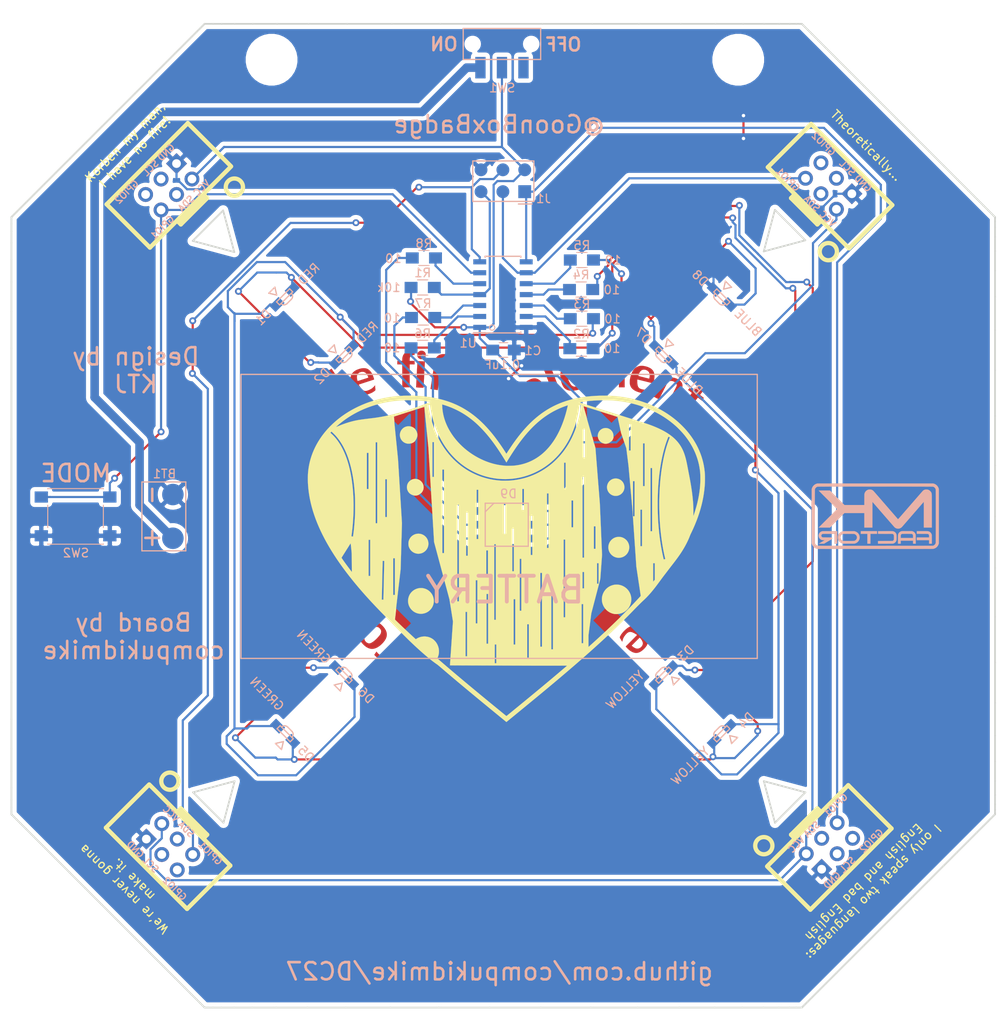
<source format=kicad_pcb>
(kicad_pcb (version 20171130) (host pcbnew "(5.1.2)-1")
  (layers (0 F.Cu signal) (31 B.Cu signal) (34 B.Paste user) (35 F.Paste user) (36 B.SilkS user) (37 F.SilkS user) (38 B.Mask user) (39 F.Mask user hide) (44 Edge.Cuts user))
  (net 0 "")
  (net 1 GND)
  (net 2 "Net-(BT1-Pad1)")
  (net 3 VCC)
  (net 4 "Net-(D1-Pad1)")
  (net 5 "Net-(D1-Pad2)")
  (net 6 "Net-(D3-Pad1)")
  (net 7 "Net-(D7-Pad1)")
  (net 8 "Net-(D9-Pad3)")
  (net 9 "Net-(D9-Pad2)")
  (net 10 "Net-(D9-Pad1)")
  (net 11 SENSE2)
  (net 12 SENSE1)
  (net 13 SENSE3)
  (net 14 RESET)
  (net 15 "Net-(R2-Pad2)")
  (net 16 "Net-(R3-Pad2)")
  (net 17 "Net-(R4-Pad2)")
  (net 18 "Net-(R5-Pad2)")
  (net 19 "Net-(R6-Pad2)")
  (net 20 "Net-(R7-Pad2)")
  (net 21 "Net-(R8-Pad2)")
  (net 22 SENSE4)
  (net 23 "Net-(X1-Pad4)")
  (net 24 "Net-(X1-Pad3)")
  (net 25 "Net-(X1-Pad6)")
  (net 26 "Net-(X2-Pad4)")
  (net 27 "Net-(X2-Pad3)")
  (net 28 "Net-(X2-Pad6)")
  (net 29 "Net-(X3-Pad4)")
  (net 30 "Net-(X3-Pad3)")
  (net 31 "Net-(X3-Pad6)")
  (net 32 "Net-(X4-Pad4)")
  (net 33 "Net-(X4-Pad3)")
  (net 34 "Net-(X4-Pad6)")
  (module Battery-WireConn:Battery-WireConn-SMD (layer B.Cu) (at -37.91 0 90)
    (fp_text reference BT1 (at 4.94 -0.98 180) (layer B.SilkS) (effects (justify mirror)))
    (fp_text value Battery)
    (pad 1 smd circle (at -2.54 0 90) (size 2.5 2.5) (layers B.Cu B.Mask) (net 2 "Net-(BT1-Pad1)"))
    (pad 2 smd circle (at 2.54 0 90) (size 2.5 2.5) (layers B.Cu B.Mask) (net 1 GND))
  )
  (module FifthElementBaseOutline (layer F.Cu) (at 0.48 -0.08)
    (fp_text reference REF** hide)
    (fp_text value FifthElementBaseOutline)
    (fp_line (start -53.408216 -38.441083) (end -51.984342 -39.864957) (layer Edge.Cuts) (width 0.2))
    (fp_line (start -51.984342 -39.864957) (end -50.332877 -41.516422) (layer Edge.Cuts) (width 0.2))
    (fp_line (start -50.332877 -41.516422) (end -48.521569 -43.32773) (layer Edge.Cuts) (width 0.2))
    (fp_line (start -48.521569 -43.32773) (end -46.618166 -45.231133) (layer Edge.Cuts) (width 0.2))
    (fp_line (start -46.618166 -45.231133) (end -44.690416 -47.158883) (layer Edge.Cuts) (width 0.2))
    (fp_line (start -44.690416 -47.158883) (end -42.806066 -49.043233) (layer Edge.Cuts) (width 0.2))
    (fp_line (start -42.806066 -49.043233) (end -41.032867 -50.816432) (layer Edge.Cuts) (width 0.2))
    (fp_line (start -41.032867 -50.816432) (end -39.438564 -52.410735) (layer Edge.Cuts) (width 0.2))
    (fp_line (start -39.438564 -52.410735) (end -38.09053 -53.758769) (layer Edge.Cuts) (width 0.2))
    (fp_line (start -38.09053 -53.758769) (end -37.02202 -54.827279) (layer Edge.Cuts) (width 0.2))
    (fp_line (start -37.02202 -54.827279) (end -36.205448 -55.643851) (layer Edge.Cuts) (width 0.2))
    (fp_line (start -36.205448 -55.643851) (end -35.60694 -56.242359) (layer Edge.Cuts) (width 0.2))
    (fp_line (start -35.60694 -56.242359) (end -35.192622 -56.656677) (layer Edge.Cuts) (width 0.2))
    (fp_line (start -35.192622 -56.656677) (end -34.928621 -56.920678) (layer Edge.Cuts) (width 0.2))
    (fp_line (start -34.928621 -56.920678) (end -34.781061 -57.068238) (layer Edge.Cuts) (width 0.2))
    (fp_line (start -34.781061 -57.068238) (end -34.71607 -57.133229) (layer Edge.Cuts) (width 0.2))
    (fp_line (start -34.71607 -57.133229) (end -34.699772 -57.149527) (layer Edge.Cuts) (width 0.2))
    (fp_line (start -34.699772 -57.149527) (end -33.708234 -57.15) (layer Edge.Cuts) (width 0.2))
    (fp_line (start -33.708234 -57.15) (end -32.716029 -57.15) (layer Edge.Cuts) (width 0.2))
    (fp_line (start -32.716029 -57.15) (end -31.216635 -57.15) (layer Edge.Cuts) (width 0.2))
    (fp_line (start -31.216635 -57.15) (end -29.105342 -57.15) (layer Edge.Cuts) (width 0.2))
    (fp_line (start -29.105342 -57.15) (end -26.27744 -57.15) (layer Edge.Cuts) (width 0.2))
    (fp_line (start -26.27744 -57.15) (end -22.628321 -57.15) (layer Edge.Cuts) (width 0.2))
    (fp_line (start -22.628321 -57.15) (end -18.127514 -57.15) (layer Edge.Cuts) (width 0.2))
    (fp_line (start -18.127514 -57.15) (end -12.949364 -57.15) (layer Edge.Cuts) (width 0.2))
    (fp_line (start -12.949364 -57.15) (end -7.303291 -57.15) (layer Edge.Cuts) (width 0.2))
    (fp_line (start -7.303291 -57.15) (end -1.398715 -57.15) (layer Edge.Cuts) (width 0.2))
    (fp_line (start -1.398715 -57.15) (end 4.554942 -57.15) (layer Edge.Cuts) (width 0.2))
    (fp_line (start 4.554942 -57.15) (end 10.348263 -57.15) (layer Edge.Cuts) (width 0.2))
    (fp_line (start 10.348263 -57.15) (end 15.771827 -57.15) (layer Edge.Cuts) (width 0.2))
    (fp_line (start 15.771827 -57.15) (end 20.616214 -57.15) (layer Edge.Cuts) (width 0.2))
    (fp_line (start 20.616214 -57.15) (end 24.675514 -57.15) (layer Edge.Cuts) (width 0.2))
    (fp_line (start 24.675514 -57.15) (end 27.875372 -57.15) (layer Edge.Cuts) (width 0.2))
    (fp_line (start 27.875372 -57.15) (end 30.309538 -57.15) (layer Edge.Cuts) (width 0.2))
    (fp_line (start 30.309538 -57.15) (end 32.082722 -57.15) (layer Edge.Cuts) (width 0.2))
    (fp_line (start 32.082722 -57.15) (end 33.299634 -57.15) (layer Edge.Cuts) (width 0.2))
    (fp_line (start 33.299634 -57.15) (end 34.064985 -57.15) (layer Edge.Cuts) (width 0.2))
    (fp_line (start 34.064985 -57.15) (end 34.483484 -57.15) (layer Edge.Cuts) (width 0.2))
    (fp_line (start 34.483484 -57.15) (end 34.7 -57.15) (layer Edge.Cuts) (width 0.2))
    (fp_line (start 34.7 -57.15) (end 34.742381 -57.106918) (layer Edge.Cuts) (width 0.2))
    (fp_line (start 34.742381 -57.106918) (end 34.847019 -57.00228) (layer Edge.Cuts) (width 0.2))
    (fp_line (start 34.847019 -57.00228) (end 35.05222 -56.797079) (layer Edge.Cuts) (width 0.2))
    (fp_line (start 35.05222 -56.797079) (end 35.391859 -56.45744) (layer Edge.Cuts) (width 0.2))
    (fp_line (start 35.391859 -56.45744) (end 35.89981 -55.949489) (layer Edge.Cuts) (width 0.2))
    (fp_line (start 35.89981 -55.949489) (end 36.609947 -55.239352) (layer Edge.Cuts) (width 0.2))
    (fp_line (start 36.609947 -55.239352) (end 37.556144 -54.293155) (layer Edge.Cuts) (width 0.2))
    (fp_line (start 37.556144 -54.293155) (end 38.77201 -53.077289) (layer Edge.Cuts) (width 0.2))
    (fp_line (start 38.77201 -53.077289) (end 40.259133 -51.590166) (layer Edge.Cuts) (width 0.2))
    (fp_line (start 40.259133 -51.590166) (end 41.95691 -49.892389) (layer Edge.Cuts) (width 0.2))
    (fp_line (start 41.95691 -49.892389) (end 43.797593 -48.051706) (layer Edge.Cuts) (width 0.2))
    (fp_line (start 43.797593 -48.051706) (end 45.713435 -46.135864) (layer Edge.Cuts) (width 0.2))
    (fp_line (start 45.713435 -46.135864) (end 47.636686 -44.212613) (layer Edge.Cuts) (width 0.2))
    (fp_line (start 47.636686 -44.212613) (end 49.499599 -42.3497) (layer Edge.Cuts) (width 0.2))
    (fp_line (start 49.499599 -42.3497) (end 51.234426 -40.614873) (layer Edge.Cuts) (width 0.2))
    (fp_line (start 51.234426 -40.614873) (end 52.773419 -39.07588) (layer Edge.Cuts) (width 0.2))
    (fp_line (start 52.773419 -39.07588) (end 54.051368 -37.797931) (layer Edge.Cuts) (width 0.2))
    (fp_line (start 54.051368 -37.797931) (end 55.053718 -36.795581) (layer Edge.Cuts) (width 0.2))
    (fp_line (start 55.053718 -36.795581) (end 55.812599 -36.0367) (layer Edge.Cuts) (width 0.2))
    (fp_line (start 55.812599 -36.0367) (end 56.361883 -35.487416) (layer Edge.Cuts) (width 0.2))
    (fp_line (start 56.361883 -35.487416) (end 56.735446 -35.113853) (layer Edge.Cuts) (width 0.2))
    (fp_line (start 56.735446 -35.113853) (end 56.967161 -34.882138) (layer Edge.Cuts) (width 0.2))
    (fp_line (start 56.967161 -34.882138) (end 57.090903 -34.758396) (layer Edge.Cuts) (width 0.2))
    (fp_line (start 57.090903 -34.758396) (end 57.15 -34.699285) (layer Edge.Cuts) (width 0.2))
    (fp_line (start 57.15 -34.699285) (end 57.15 -34.676465) (layer Edge.Cuts) (width 0.2))
    (fp_line (start 57.15 -34.676465) (end 57.15 -34.539118) (layer Edge.Cuts) (width 0.2))
    (fp_line (start 57.15 -34.539118) (end 57.15 -34.182535) (layer Edge.Cuts) (width 0.2))
    (fp_line (start 57.15 -34.182535) (end 57.15 -33.502006) (layer Edge.Cuts) (width 0.2))
    (fp_line (start 57.15 -33.502006) (end 57.15 -32.39282) (layer Edge.Cuts) (width 0.2))
    (fp_line (start 57.15 -32.39282) (end 57.15 -30.750267) (layer Edge.Cuts) (width 0.2))
    (fp_line (start 57.15 -30.750267) (end 57.15 -28.469638) (layer Edge.Cuts) (width 0.2))
    (fp_line (start 57.15 -28.469638) (end 57.15 -25.446223) (layer Edge.Cuts) (width 0.2))
    (fp_line (start 57.15 -25.446223) (end 57.15 -21.578073) (layer Edge.Cuts) (width 0.2))
    (fp_line (start 57.15 -21.578073) (end 57.15 -16.888296) (layer Edge.Cuts) (width 0.2))
    (fp_line (start 57.15 -16.888296) (end 57.15 -11.573533) (layer Edge.Cuts) (width 0.2))
    (fp_line (start 57.15 -11.573533) (end 57.15 -5.843201) (layer Edge.Cuts) (width 0.2))
    (fp_line (start 57.15 -5.843201) (end 57.15 0.093277) (layer Edge.Cuts) (width 0.2))
    (fp_line (start 57.15 0.093277) (end 57.15 6.026484) (layer Edge.Cuts) (width 0.2))
    (fp_line (start 57.15 6.026484) (end 57.15 11.746999) (layer Edge.Cuts) (width 0.2))
    (fp_line (start 57.15 11.746999) (end 57.15 17.045402) (layer Edge.Cuts) (width 0.2))
    (fp_line (start 57.15 17.045402) (end 57.15 21.712273) (layer Edge.Cuts) (width 0.2))
    (fp_line (start 57.15 21.712273) (end 57.15 25.552988) (layer Edge.Cuts) (width 0.2))
    (fp_line (start 57.15 25.552988) (end 57.15 28.551607) (layer Edge.Cuts) (width 0.2))
    (fp_line (start 57.15 28.551607) (end 57.15 30.810711) (layer Edge.Cuts) (width 0.2))
    (fp_line (start 57.15 30.810711) (end 57.15 32.43501) (layer Edge.Cuts) (width 0.2))
    (fp_line (start 57.15 32.43501) (end 57.15 33.529216) (layer Edge.Cuts) (width 0.2))
    (fp_line (start 57.15 33.529216) (end 57.15 34.198037) (layer Edge.Cuts) (width 0.2))
    (fp_line (start 57.15 34.198037) (end 57.15 34.546184) (layer Edge.Cuts) (width 0.2))
    (fp_line (start 57.15 34.546184) (end 57.15 34.678367) (layer Edge.Cuts) (width 0.2))
    (fp_line (start 57.15 34.678367) (end 57.15 34.699295) (layer Edge.Cuts) (width 0.2))
    (fp_line (start 57.14994 34.699359) (end 57.139779 34.70952) (layer Edge.Cuts) (width 0.2))
    (fp_line (start 57.139779 34.70952) (end 57.088334 34.760965) (layer Edge.Cuts) (width 0.2))
    (fp_line (start 57.088334 34.760965) (end 56.961731 34.887568) (layer Edge.Cuts) (width 0.2))
    (fp_line (start 56.961731 34.887568) (end 56.726096 35.123203) (layer Edge.Cuts) (width 0.2))
    (fp_line (start 56.726096 35.123203) (end 56.347554 35.501745) (layer Edge.Cuts) (width 0.2))
    (fp_line (start 56.347554 35.501745) (end 55.792232 36.057067) (layer Edge.Cuts) (width 0.2))
    (fp_line (start 55.792232 36.057067) (end 55.026256 36.823043) (layer Edge.Cuts) (width 0.2))
    (fp_line (start 55.026256 36.823043) (end 54.015752 37.833547) (layer Edge.Cuts) (width 0.2))
    (fp_line (start 54.015752 37.833547) (end 52.728962 39.120337) (layer Edge.Cuts) (width 0.2))
    (fp_line (start 52.728962 39.120337) (end 51.182825 40.666474) (layer Edge.Cuts) (width 0.2))
    (fp_line (start 51.182825 40.666474) (end 49.442969 42.40633) (layer Edge.Cuts) (width 0.2))
    (fp_line (start 49.442969 42.40633) (end 47.577145 44.272154) (layer Edge.Cuts) (width 0.2))
    (fp_line (start 47.577145 44.272154) (end 45.6531 46.196199) (layer Edge.Cuts) (width 0.2))
    (fp_line (start 45.6531 46.196199) (end 43.738582 48.110717) (layer Edge.Cuts) (width 0.2))
    (fp_line (start 43.738582 48.110717) (end 41.901339 49.94796) (layer Edge.Cuts) (width 0.2))
    (fp_line (start 41.901339 49.94796) (end 40.209119 51.64018) (layer Edge.Cuts) (width 0.2))
    (fp_line (start 40.209119 51.64018) (end 38.72967 53.119629) (layer Edge.Cuts) (width 0.2))
    (fp_line (start 38.72967 53.119629) (end 37.522665 54.326634) (layer Edge.Cuts) (width 0.2))
    (fp_line (start 37.522665 54.326634) (end 36.584359 55.26494) (layer Edge.Cuts) (width 0.2))
    (fp_line (start 36.584359 55.26494) (end 35.881053 55.968246) (layer Edge.Cuts) (width 0.2))
    (fp_line (start 35.881053 55.968246) (end 35.378874 56.470425) (layer Edge.Cuts) (width 0.2))
    (fp_line (start 35.378874 56.470425) (end 35.043949 56.80535) (layer Edge.Cuts) (width 0.2))
    (fp_line (start 35.043949 56.80535) (end 34.842403 57.006896) (layer Edge.Cuts) (width 0.2))
    (fp_line (start 34.842403 57.006896) (end 34.7 57.15) (layer Edge.Cuts) (width 0.2))
    (fp_line (start 34.7 57.15) (end 34.046863 57.149999) (layer Edge.Cuts) (width 0.2))
    (fp_line (start 34.046863 57.149999) (end 33.268986 57.149997) (layer Edge.Cuts) (width 0.2))
    (fp_line (start 33.268986 57.149997) (end 32.036275 57.149996) (layer Edge.Cuts) (width 0.2))
    (fp_line (start 32.036275 57.149996) (end 30.24402 57.149993) (layer Edge.Cuts) (width 0.2))
    (fp_line (start 30.24402 57.149993) (end 27.787511 57.14999) (layer Edge.Cuts) (width 0.2))
    (fp_line (start 27.787511 57.14999) (end 24.562038 57.149985) (layer Edge.Cuts) (width 0.2))
    (fp_line (start 24.562038 57.149985) (end 20.475674 57.149979) (layer Edge.Cuts) (width 0.2))
    (fp_line (start 20.475674 57.149979) (end 15.610018 57.149972) (layer Edge.Cuts) (width 0.2))
    (fp_line (start 15.610018 57.149972) (end 10.171729 57.149964) (layer Edge.Cuts) (width 0.2))
    (fp_line (start 10.171729 57.149964) (end 4.370227 57.149956) (layer Edge.Cuts) (width 0.2))
    (fp_line (start 4.370227 57.149956) (end -1.585066 57.149947) (layer Edge.Cuts) (width 0.2))
    (fp_line (start -1.585066 57.149947) (end -7.484733 57.149939) (layer Edge.Cuts) (width 0.2))
    (fp_line (start -7.484733 57.149939) (end -13.119353 57.149931) (layer Edge.Cuts) (width 0.2))
    (fp_line (start -13.119353 57.149931) (end -18.279506 57.149923) (layer Edge.Cuts) (width 0.2))
    (fp_line (start -18.279506 57.149923) (end -22.755772 57.149917) (layer Edge.Cuts) (width 0.2))
    (fp_line (start -22.755772 57.149917) (end -26.377699 57.149911) (layer Edge.Cuts) (width 0.2))
    (fp_line (start -26.377699 57.149911) (end -29.181622 57.149907) (layer Edge.Cuts) (width 0.2))
    (fp_line (start -29.181622 57.149907) (end -31.272208 57.149904) (layer Edge.Cuts) (width 0.2))
    (fp_line (start -31.272208 57.149904) (end -32.754168 57.149902) (layer Edge.Cuts) (width 0.2))
    (fp_line (start -32.754168 57.149902) (end -33.732211 57.149901) (layer Edge.Cuts) (width 0.2))
    (fp_line (start -33.732211 57.149901) (end -34.311047 57.1499) (layer Edge.Cuts) (width 0.2))
    (fp_line (start -34.311047 57.1499) (end -34.595386 57.1499) (layer Edge.Cuts) (width 0.2))
    (fp_line (start -34.595386 57.1499) (end -34.689939 57.1499) (layer Edge.Cuts) (width 0.2))
    (fp_line (start -34.689939 57.1499) (end -34.6993 57.1499) (layer Edge.Cuts) (width 0.2))
    (fp_line (start -34.699881 57.149318) (end -34.717187 57.132012) (layer Edge.Cuts) (width 0.2))
    (fp_line (start -34.717187 57.132012) (end -34.784246 57.064953) (layer Edge.Cuts) (width 0.2))
    (fp_line (start -34.784246 57.064953) (end -34.934932 56.914267) (layer Edge.Cuts) (width 0.2))
    (fp_line (start -34.934932 56.914267) (end -35.203118 56.646081) (layer Edge.Cuts) (width 0.2))
    (fp_line (start -35.203118 56.646081) (end -35.622679 56.22652) (layer Edge.Cuts) (width 0.2))
    (fp_line (start -35.622679 56.22652) (end -36.227488 55.621711) (layer Edge.Cuts) (width 0.2))
    (fp_line (start -36.227488 55.621711) (end -37.051421 54.797778) (layer Edge.Cuts) (width 0.2))
    (fp_line (start -37.051421 54.797778) (end -38.12835 53.720849) (layer Edge.Cuts) (width 0.2))
    (fp_line (start -38.12835 53.720849) (end -39.485005 52.364194) (layer Edge.Cuts) (width 0.2))
    (fp_line (start -39.485005 52.364194) (end -41.085924 50.763275) (layer Edge.Cuts) (width 0.2))
    (fp_line (start -41.085924 50.763275) (end -42.863622 48.985577) (layer Edge.Cuts) (width 0.2))
    (fp_line (start -42.863622 48.985577) (end -44.750353 47.098846) (layer Edge.Cuts) (width 0.2))
    (fp_line (start -44.750353 47.098846) (end -46.678368 45.170831) (layer Edge.Cuts) (width 0.2))
    (fp_line (start -46.678368 45.170831) (end -48.579919 43.26928) (layer Edge.Cuts) (width 0.2))
    (fp_line (start -48.579919 43.26928) (end -50.387258 41.461941) (layer Edge.Cuts) (width 0.2))
    (fp_line (start -50.387258 41.461941) (end -52.032636 39.816563) (layer Edge.Cuts) (width 0.2))
    (fp_line (start -52.032636 39.816563) (end -53.448306 38.400893) (layer Edge.Cuts) (width 0.2))
    (fp_line (start -53.448306 38.400893) (end -54.585094 37.264105) (layer Edge.Cuts) (width 0.2))
    (fp_line (start -54.585094 37.264105) (end -55.461475 36.387724) (layer Edge.Cuts) (width 0.2))
    (fp_line (start -55.461475 36.387724) (end -56.111323 35.737876) (layer Edge.Cuts) (width 0.2))
    (fp_line (start -56.111323 35.737876) (end -56.568513 35.280686) (layer Edge.Cuts) (width 0.2))
    (fp_line (start -56.568513 35.280686) (end -56.866918 34.982281) (layer Edge.Cuts) (width 0.2))
    (fp_line (start -56.866918 34.982281) (end -57.040412 34.808787) (layer Edge.Cuts) (width 0.2))
    (fp_line (start -57.040412 34.808787) (end -57.12287 34.726329) (layer Edge.Cuts) (width 0.2))
    (fp_line (start -57.12287 34.726329) (end -57.15 34.7) (layer Edge.Cuts) (width 0.2))
    (fp_line (start -57.15 34.7) (end -57.15 34.628552) (layer Edge.Cuts) (width 0.2))
    (fp_line (start -57.15 34.628552) (end -57.15 34.394676) (layer Edge.Cuts) (width 0.2))
    (fp_line (start -57.15 34.394676) (end -57.15 33.889209) (layer Edge.Cuts) (width 0.2))
    (fp_line (start -57.15 33.889209) (end -57.15 33.007442) (layer Edge.Cuts) (width 0.2))
    (fp_line (start -57.15 33.007442) (end -57.15 31.644663) (layer Edge.Cuts) (width 0.2))
    (fp_line (start -57.15 31.644663) (end -57.15 29.696164) (layer Edge.Cuts) (width 0.2))
    (fp_line (start -57.15 29.696164) (end -57.15 27.057235) (layer Edge.Cuts) (width 0.2))
    (fp_line (start -57.15 27.057235) (end -57.15 23.623165) (layer Edge.Cuts) (width 0.2))
    (fp_line (start -57.15 23.623165) (end -57.15 19.324319) (layer Edge.Cuts) (width 0.2))
    (fp_line (start -57.15 19.324319) (end -57.15 14.295879) (layer Edge.Cuts) (width 0.2))
    (fp_line (start -57.15 14.295879) (end -57.15 8.747162) (layer Edge.Cuts) (width 0.2))
    (fp_line (start -57.15 8.747162) (end -57.15 2.887587) (layer Edge.Cuts) (width 0.2))
    (fp_line (start -57.15 2.887587) (end -57.15 -3.073424) (layer Edge.Cuts) (width 0.2))
    (fp_line (start -57.15 -3.073424) (end -57.15 -8.926454) (layer Edge.Cuts) (width 0.2))
    (fp_line (start -57.15 -8.926454) (end -57.15 -14.462082) (layer Edge.Cuts) (width 0.2))
    (fp_line (start -57.15 -14.462082) (end -57.15 -19.47089) (layer Edge.Cuts) (width 0.2))
    (fp_line (start -57.15 -19.47089) (end -57.15 -23.743655) (layer Edge.Cuts) (width 0.2))
    (fp_line (start -57.15 -23.743655) (end -57.15 -27.151292) (layer Edge.Cuts) (width 0.2))
    (fp_line (start -57.15 -27.151292) (end -57.15 -29.767061) (layer Edge.Cuts) (width 0.2))
    (fp_line (start -57.15 -29.767061) (end -57.15 -31.695671) (layer Edge.Cuts) (width 0.2))
    (fp_line (start -57.15 -31.695671) (end -57.15 -33.041833) (layer Edge.Cuts) (width 0.2))
    (fp_line (start -57.15 -33.041833) (end -57.15 -33.910256) (layer Edge.Cuts) (width 0.2))
    (fp_line (start -57.15 -33.910256) (end -57.15 -34.405651) (layer Edge.Cuts) (width 0.2))
    (fp_line (start -57.15 -34.405651) (end -57.15 -34.632727) (layer Edge.Cuts) (width 0.2))
    (fp_line (start -57.15 -34.632727) (end -57.15 -34.696193) (layer Edge.Cuts) (width 0.2))
    (fp_line (start -57.15 -34.6993) (end -57.147903 -34.701396) (layer Edge.Cuts) (width 0.2))
    (fp_line (start -57.147903 -34.701396) (end -57.121334 -34.727965) (layer Edge.Cuts) (width 0.2))
    (fp_line (start -57.121334 -34.727965) (end -57.036544 -34.812755) (layer Edge.Cuts) (width 0.2))
    (fp_line (start -57.036544 -34.812755) (end -56.859659 -34.98964) (layer Edge.Cuts) (width 0.2))
    (fp_line (start -56.859659 -34.98964) (end -56.556805 -35.292494) (layer Edge.Cuts) (width 0.2))
    (fp_line (start -56.556805 -35.292494) (end -56.094108 -35.755191) (layer Edge.Cuts) (width 0.2))
    (fp_line (start -56.094108 -35.755191) (end -55.437693 -36.411606) (layer Edge.Cuts) (width 0.2))
    (fp_line (start -55.437693 -36.411606) (end -54.553687 -37.295612) (layer Edge.Cuts) (width 0.2))
    (fp_line (start -54.553687 -37.295612) (end -53.408216 -38.441083) (layer Edge.Cuts) (width 0.2))
  )
  (module Buttons_Switches_SMD:SW_SPST_PTS645 (layer B.Cu) (at -49.22 0 180)
    (fp_text reference SW2 (at -0.04 -4.25) (layer B.SilkS) (effects (justify mirror)))
    (fp_text value SW_Push)
    (pad 2 smd rect (at -3.98 -2.25 180) (size 1.55 1.3) (layers B.Cu B.Paste B.Mask) (net 1 GND))
    (pad 1 smd rect (at -3.98 2.25 180) (size 1.55 1.3) (layers B.Cu B.Paste B.Mask) (net 22 SENSE4))
    (pad 1 smd rect (at 3.98 2.25 180) (size 1.55 1.3) (layers B.Cu B.Paste B.Mask) (net 22 SENSE4))
    (pad 2 smd rect (at 3.98 -2.25 180) (size 1.55 1.3) (layers B.Cu B.Paste B.Mask) (net 1 GND))
  )
  (module libraries:ISP-AVR-6Pin-SMD (layer B.Cu) (at 0.44 -39 90)
    (fp_text reference J1 (at -2.09 4.72 180) (layer B.SilkS) (effects (justify mirror)))
    (fp_text value AVR-ISP-6)
    (pad 1 smd rect (at -1.27 2.54 90) (size 1.5 1.5) (layers B.Cu B.Mask) (net 11 SENSE2))
    (pad 2 smd circle (at 1.27 2.54 90) (size 1.5 1.5) (layers B.Cu B.Mask) (net 3 VCC))
    (pad 3 smd circle (at -1.27 0 90) (size 1.5 1.5) (layers B.Cu B.Mask) (net 12 SENSE1))
    (pad 4 smd circle (at 1.27 0 90) (size 1.5 1.5) (layers B.Cu B.Mask) (net 13 SENSE3))
    (pad 5 smd circle (at -1.27 -2.54 90) (size 1.5 1.5) (layers B.Cu B.Mask) (net 14 RESET))
    (pad 6 smd circle (at 1.27 -2.54 90) (size 1.5 1.5) (layers B.Cu B.Mask) (net 1 GND))
  )
  (module libraries:LTST-S220-LED-RA (layer B.Cu) (at 25.88 25.26 315)
    (fp_text reference D4 (at 0.905097 -3.11127 45) (layer B.SilkS) (effects (justify mirror)))
    (fp_text value YEL)
    (pad 1 smd rect (at 0 -1.25 315) (size 1 1.5) (layers B.Cu B.Paste B.Mask) (net 5 "Net-(D1-Pad2)"))
    (pad 2 smd rect (at 0 1.25 315) (size 1 1.5) (layers B.Cu B.Paste B.Mask) (net 6 "Net-(D3-Pad1)"))
  )
  (module libraries:LTST-S220-LED-RA (layer B.Cu) (at 19.13 18.45 315)
    (fp_text reference D3 (at 0.035355 -3.613316 45) (layer B.SilkS) (effects (justify mirror)))
    (fp_text value YEL)
    (pad 1 smd rect (at 0 -1.25 315) (size 1 1.5) (layers B.Cu B.Paste B.Mask) (net 6 "Net-(D3-Pad1)"))
    (pad 2 smd rect (at 0 1.25 315) (size 1 1.5) (layers B.Cu B.Paste B.Mask) (net 5 "Net-(D1-Pad2)"))
  )
  (module libraries:LTST-S220-LED-RA (layer B.Cu) (at -18.023883 18.45 225)
    (fp_text reference D6 (at -0.144167 -3.481711 315) (layer B.SilkS) (effects (justify mirror)))
    (fp_text value GRN)
    (pad 1 smd rect (at 0 -1.25 225) (size 1 1.5) (layers B.Cu B.Paste B.Mask) (net 4 "Net-(D1-Pad1)"))
    (pad 2 smd rect (at 0 1.25 225) (size 1 1.5) (layers B.Cu B.Paste B.Mask) (net 6 "Net-(D3-Pad1)"))
  )
  (module libraries:LTST-S220-LED-RA (layer B.Cu) (at -24.86 25.25 225)
    (fp_text reference D5 (at -0.049497 -3.358757 315) (layer B.SilkS) (effects (justify mirror)))
    (fp_text value GRN)
    (pad 1 smd rect (at 0 -1.25 225) (size 1 1.5) (layers B.Cu B.Paste B.Mask) (net 6 "Net-(D3-Pad1)"))
    (pad 2 smd rect (at 0 1.25 225) (size 1 1.5) (layers B.Cu B.Paste B.Mask) (net 4 "Net-(D1-Pad1)"))
  )
  (module libraries:LTST-S220-LED-RA (layer B.Cu) (at -18.023883 -18.796117 135)
    (fp_text reference D2 (at 0.028284 -3.572469 225) (layer B.SilkS) (effects (justify mirror)))
    (fp_text value RED)
    (pad 1 smd rect (at 0 -1.25 135) (size 1 1.5) (layers B.Cu B.Paste B.Mask) (net 5 "Net-(D1-Pad2)"))
    (pad 2 smd rect (at 0 1.25 135) (size 1 1.5) (layers B.Cu B.Paste B.Mask) (net 4 "Net-(D1-Pad1)"))
  )
  (module libraries:LTST-S220-LED-RA (layer B.Cu) (at -24.923883 -25.506117 135)
    (fp_text reference D1 (at 0.070711 -3.431048 225) (layer B.SilkS) (effects (justify mirror)))
    (fp_text value RED)
    (pad 1 smd rect (at 0 -1.25 135) (size 1 1.5) (layers B.Cu B.Paste B.Mask) (net 4 "Net-(D1-Pad1)"))
    (pad 2 smd rect (at 0 1.25 135) (size 1 1.5) (layers B.Cu B.Paste B.Mask) (net 5 "Net-(D1-Pad2)"))
  )
  (module libraries:LTST-S220-LED-RA (layer B.Cu) (at 25.88 -25.49 45)
    (fp_text reference D8 (at -0.233345 -3.344615 135) (layer B.SilkS) (effects (justify mirror)))
    (fp_text value BLU)
    (pad 1 smd rect (at 0 -1.25 45) (size 1 1.5) (layers B.Cu B.Paste B.Mask) (net 1 GND))
    (pad 2 smd rect (at 0 1.25 45) (size 1 1.5) (layers B.Cu B.Paste B.Mask) (net 7 "Net-(D7-Pad1)"))
  )
  (module libraries:LTST-S220-LED-RA (layer B.Cu) (at 19.13 -18.8 45)
    (fp_text reference D7 (at -0.169706 -3.238549 135) (layer B.SilkS) (effects (justify mirror)))
    (fp_text value BLU)
    (pad 1 smd rect (at 0 -1.25 45) (size 1 1.5) (layers B.Cu B.Paste B.Mask) (net 7 "Net-(D7-Pad1)"))
    (pad 2 smd rect (at 0 1.25 45) (size 1 1.5) (layers B.Cu B.Paste B.Mask) (net 3 VCC))
  )
  (module FifthElementB2BConnector:61-238_XK2C-LED-6PLCC (layer B.Cu) (at 0.89 0.97)
    (fp_text reference D9 (at 0.2 -3.6) (layer B.SilkS) (effects (justify mirror)))
    (fp_text value LED-3)
    (pad 6 smd rect (at 3.4 -1.6) (size 1.8 0.9) (layers B.Cu B.Paste B.Mask) (net 3 VCC))
    (pad 5 smd rect (at 3.4 0) (size 1.8 0.9) (layers B.Cu B.Paste B.Mask) (net 3 VCC))
    (pad 4 smd rect (at 3.4 1.6) (size 1.8 0.9) (layers B.Cu B.Paste B.Mask) (net 3 VCC))
    (pad 3 smd rect (at -3.4 -1.6) (size 1.8 0.9) (layers B.Cu B.Paste B.Mask) (net 8 "Net-(D9-Pad3)"))
    (pad 2 smd rect (at -3.4 0) (size 1.8 0.9) (layers B.Cu B.Paste B.Mask) (net 9 "Net-(D9-Pad2)"))
    (pad 1 smd rect (at -3.4 1.6) (size 1.8 0.9) (layers B.Cu B.Paste B.Mask) (net 10 "Net-(D9-Pad1)"))
  )
  (module TriangleHole (layer F.Cu) (at 33.82 33.82 45)
    (fp_text reference REF** hide)
    (fp_text value TriangleHole)
    (fp_line (start -2.5 0.01) (end 0 -4.320127) (layer Edge.Cuts) (width 0.2))
    (fp_line (start 0 -4.320127) (end 2.5 0.01) (layer Edge.Cuts) (width 0.2))
    (fp_line (start 2.5 0.01) (end -2.5 0.01) (layer Edge.Cuts) (width 0.2))
  )
  (module TriangleHole (layer F.Cu) (at -33.79 33.82 315)
    (fp_text reference REF** hide)
    (fp_text value TriangleHole)
    (fp_line (start -2.5 0.01) (end 0 -4.320127) (layer Edge.Cuts) (width 0.2))
    (fp_line (start 0 -4.320127) (end 2.5 0.01) (layer Edge.Cuts) (width 0.2))
    (fp_line (start 2.5 0.01) (end -2.5 0.01) (layer Edge.Cuts) (width 0.2))
  )
  (module TriangleHole (layer F.Cu) (at -33.83 -33.77 225)
    (fp_text reference REF** hide)
    (fp_text value TriangleHole)
    (fp_line (start -2.5 0.01) (end 0 -4.320127) (layer Edge.Cuts) (width 0.2))
    (fp_line (start 0 -4.320127) (end 2.5 0.01) (layer Edge.Cuts) (width 0.2))
    (fp_line (start 2.5 0.01) (end -2.5 0.01) (layer Edge.Cuts) (width 0.2))
  )
  (module TriangleHole (layer F.Cu) (at 33.81 -33.84 135)
    (fp_text reference REF** hide)
    (fp_text value TriangleHole)
    (fp_line (start 2.5 0.01) (end -2.5 0.01) (layer Edge.Cuts) (width 0.2))
    (fp_line (start 0 -4.320127) (end 2.5 0.01) (layer Edge.Cuts) (width 0.2))
    (fp_line (start -2.5 0.01) (end 0 -4.320127) (layer Edge.Cuts) (width 0.2))
  )
  (module libraries:MKFactorLogo (layer B.Cu) (at 43.72 -0.02 180)
    (fp_text reference G*** hide)
    (fp_text value LOGO hide)
  )
  (module Hole (layer F.Cu) (at 27.79 -53.06)
    (fp_text reference REF** hide)
    (fp_text value Hole)
    (pad "" np_thru_hole circle (at 0 0) (size 5 5) (drill 5) (layers *.Cu *.Mask))
  )
  (module Hole (layer F.Cu) (at -26.44 -53.06)
    (fp_text reference REF** hide)
    (fp_text value Hole)
    (pad "" np_thru_hole circle (at 0 0) (size 5 5) (drill 5) (layers *.Cu *.Mask))
  )
  (module Battery-WireConn:BatteryHolder2AA (layer B.Cu) (at 0 0)
    (fp_text reference REF** hide)
    (fp_text value BatteryHolder2AA)
  )
  (module badgelife_sao_v169bis:Badgelife-SAOv169-BADGE-2x3 (layer F.Cu) (at -38.3286 -38.3286 225)
    (fp_text reference X4 hide)
    (fp_text value Badgelife_sao_connector_v169bis)
    (fp_text user GPIO1 (at 3.937 -2.794 225) (layer B.SilkS) (effects (font (size 0.75 0.75)) (justify mirror)))
    (fp_text user GPIO2 (at 3.937 3.048 225) (layer B.SilkS) (effects (font (size 0.75 0.75)) (justify mirror)))
    (fp_text user SCL (at 0 3.047999 225) (layer B.SilkS) (effects (font (size 0.75 0.75)) (justify mirror)))
    (fp_text user SDA (at 0 -2.794 225) (layer B.SilkS) (effects (font (size 0.75 0.75)) (justify mirror)))
    (fp_text user GND (at -2.54 3.048 225) (layer B.SilkS) (effects (font (size 0.75 0.75)) (justify mirror)))
    (fp_text user VCC (at -2.54 -2.794 225) (layer B.SilkS) (effects (font (size 0.75 0.75)) (justify mirror)))
    (pad 2 thru_hole rect (at -2.48 1.29 135) (size 1.7272 1.7272) (drill 1.016) (layers *.Cu *.Mask) (net 1 GND))
    (pad 1 thru_hole oval (at -2.48 -1.25 135) (size 1.7272 1.7272) (drill 1.016) (layers *.Cu *.Mask) (net 3 VCC))
    (pad 4 thru_hole oval (at 0.06 1.29 135) (size 1.7272 1.7272) (drill 1.016) (layers *.Cu *.Mask) (net 32 "Net-(X4-Pad4)"))
    (pad 3 thru_hole oval (at 0.06 -1.25 135) (size 1.7272 1.7272) (drill 1.016) (layers *.Cu *.Mask) (net 33 "Net-(X4-Pad3)"))
    (pad 6 thru_hole circle (at 2.6 1.29 135) (size 1.7272 1.7272) (drill 1.016) (layers *.Cu *.Mask) (net 34 "Net-(X4-Pad6)"))
    (pad 5 thru_hole circle (at 2.6 -1.25 135) (size 1.7272 1.7272) (drill 1.016) (layers *.Cu *.Mask) (net 22 SENSE4))
  )
  (module badgelife_sao_v169bis:Badgelife-SAOv169-BADGE-2x3 (layer F.Cu) (at -38.3286 38.3286 315)
    (fp_text reference X3 hide)
    (fp_text value Badgelife_sao_connector_v169bis)
    (fp_text user GPIO1 (at 3.937 -2.794 315) (layer B.SilkS) (effects (font (size 0.75 0.75)) (justify mirror)))
    (fp_text user GPIO2 (at 3.937 3.048 315) (layer B.SilkS) (effects (font (size 0.75 0.75)) (justify mirror)))
    (fp_text user SCL (at 0 3.047999 315) (layer B.SilkS) (effects (font (size 0.75 0.75)) (justify mirror)))
    (fp_text user SDA (at 0 -2.794 315) (layer B.SilkS) (effects (font (size 0.75 0.75)) (justify mirror)))
    (fp_text user GND (at -2.54 3.048 315) (layer B.SilkS) (effects (font (size 0.75 0.75)) (justify mirror)))
    (fp_text user VCC (at -2.54 -2.794 315) (layer B.SilkS) (effects (font (size 0.75 0.75)) (justify mirror)))
    (pad 2 thru_hole rect (at -2.48 1.29 225) (size 1.7272 1.7272) (drill 1.016) (layers *.Cu *.Mask) (net 1 GND))
    (pad 1 thru_hole oval (at -2.48 -1.25 225) (size 1.7272 1.7272) (drill 1.016) (layers *.Cu *.Mask) (net 3 VCC))
    (pad 4 thru_hole oval (at 0.06 1.29 225) (size 1.7272 1.7272) (drill 1.016) (layers *.Cu *.Mask) (net 29 "Net-(X3-Pad4)"))
    (pad 3 thru_hole oval (at 0.06 -1.25 225) (size 1.7272 1.7272) (drill 1.016) (layers *.Cu *.Mask) (net 30 "Net-(X3-Pad3)"))
    (pad 6 thru_hole circle (at 2.6 1.29 225) (size 1.7272 1.7272) (drill 1.016) (layers *.Cu *.Mask) (net 31 "Net-(X3-Pad6)"))
    (pad 5 thru_hole circle (at 2.6 -1.25 225) (size 1.7272 1.7272) (drill 1.016) (layers *.Cu *.Mask) (net 13 SENSE3))
  )
  (module badgelife_sao_v169bis:Badgelife-SAOv169-BADGE-2x3 (layer F.Cu) (at 38.3286 38.3286 45)
    (fp_text reference X2 hide)
    (fp_text value Badgelife_sao_connector_v169bis)
    (fp_text user GPIO1 (at 3.937 -2.794 45) (layer B.SilkS) (effects (font (size 0.75 0.75)) (justify mirror)))
    (fp_text user GPIO2 (at 3.937 3.048 45) (layer B.SilkS) (effects (font (size 0.75 0.75)) (justify mirror)))
    (fp_text user SCL (at 0 3.047999 45) (layer B.SilkS) (effects (font (size 0.75 0.75)) (justify mirror)))
    (fp_text user SDA (at 0 -2.794 45) (layer B.SilkS) (effects (font (size 0.75 0.75)) (justify mirror)))
    (fp_text user GND (at -2.54 3.048 45) (layer B.SilkS) (effects (font (size 0.75 0.75)) (justify mirror)))
    (fp_text user VCC (at -2.54 -2.794 45) (layer B.SilkS) (effects (font (size 0.75 0.75)) (justify mirror)))
    (pad 2 thru_hole rect (at -2.48 1.29 315) (size 1.7272 1.7272) (drill 1.016) (layers *.Cu *.Mask) (net 1 GND))
    (pad 1 thru_hole oval (at -2.48 -1.25 315) (size 1.7272 1.7272) (drill 1.016) (layers *.Cu *.Mask) (net 3 VCC))
    (pad 4 thru_hole oval (at 0.06 1.29 315) (size 1.7272 1.7272) (drill 1.016) (layers *.Cu *.Mask) (net 26 "Net-(X2-Pad4)"))
    (pad 3 thru_hole oval (at 0.06 -1.25 315) (size 1.7272 1.7272) (drill 1.016) (layers *.Cu *.Mask) (net 27 "Net-(X2-Pad3)"))
    (pad 6 thru_hole circle (at 2.6 1.29 315) (size 1.7272 1.7272) (drill 1.016) (layers *.Cu *.Mask) (net 28 "Net-(X2-Pad6)"))
    (pad 5 thru_hole circle (at 2.6 -1.25 315) (size 1.7272 1.7272) (drill 1.016) (layers *.Cu *.Mask) (net 11 SENSE2))
  )
  (module badgelife_sao_v169bis:Badgelife-SAOv169-BADGE-2x3 (layer F.Cu) (at 38.3286 -38.3286 135)
    (fp_text reference X1 hide)
    (fp_text value Badgelife_sao_connector_v169bis)
    (fp_text user GPIO1 (at 3.937 -2.794 135) (layer B.SilkS) (effects (font (size 0.75 0.75)) (justify mirror)))
    (fp_text user GPIO2 (at 3.937 3.048 135) (layer B.SilkS) (effects (font (size 0.75 0.75)) (justify mirror)))
    (fp_text user SCL (at 0 3.047999 135) (layer B.SilkS) (effects (font (size 0.75 0.75)) (justify mirror)))
    (fp_text user SDA (at 0 -2.794 135) (layer B.SilkS) (effects (font (size 0.75 0.75)) (justify mirror)))
    (fp_text user GND (at -2.54 3.048 135) (layer B.SilkS) (effects (font (size 0.75 0.75)) (justify mirror)))
    (fp_text user VCC (at -2.54 -2.794 135) (layer B.SilkS) (effects (font (size 0.75 0.75)) (justify mirror)))
    (pad 2 thru_hole rect (at -2.48 1.29 45) (size 1.7272 1.7272) (drill 1.016) (layers *.Cu *.Mask) (net 1 GND))
    (pad 1 thru_hole oval (at -2.48 -1.25 45) (size 1.7272 1.7272) (drill 1.016) (layers *.Cu *.Mask) (net 3 VCC))
    (pad 4 thru_hole oval (at 0.06 1.29 45) (size 1.7272 1.7272) (drill 1.016) (layers *.Cu *.Mask) (net 23 "Net-(X1-Pad4)"))
    (pad 3 thru_hole oval (at 0.06 -1.25 45) (size 1.7272 1.7272) (drill 1.016) (layers *.Cu *.Mask) (net 24 "Net-(X1-Pad3)"))
    (pad 6 thru_hole circle (at 2.6 1.29 45) (size 1.7272 1.7272) (drill 1.016) (layers *.Cu *.Mask) (net 25 "Net-(X1-Pad6)"))
    (pad 5 thru_hole circle (at 2.6 -1.25 45) (size 1.7272 1.7272) (drill 1.016) (layers *.Cu *.Mask) (net 12 SENSE1))
  )
  (module Housings_SOIC:SOIC-14_3.9x8.7mm_Pitch1.27mm (layer B.Cu) (at 0.45 -25.77)
    (fp_text reference U1 (at -4.05 5.64) (layer B.SilkS) (effects (justify mirror)))
    (fp_text value ATtiny84A-SSU)
    (pad 1 smd rect (at -2.7 3.81) (size 1.5 0.6) (layers B.Cu B.Paste B.Mask) (net 3 VCC))
    (pad 2 smd rect (at -2.7 2.54) (size 1.5 0.6) (layers B.Cu B.Paste B.Mask) (net 19 "Net-(R6-Pad2)"))
    (pad 3 smd rect (at -2.7 1.27) (size 1.5 0.6) (layers B.Cu B.Paste B.Mask) (net 20 "Net-(R7-Pad2)"))
    (pad 4 smd rect (at -2.7 0) (size 1.5 0.6) (layers B.Cu B.Paste B.Mask) (net 14 RESET))
    (pad 5 smd rect (at -2.7 -1.27) (size 1.5 0.6) (layers B.Cu B.Paste B.Mask) (net 21 "Net-(R8-Pad2)"))
    (pad 6 smd rect (at -2.7 -2.54) (size 1.5 0.6) (layers B.Cu B.Paste B.Mask) (net 22 SENSE4))
    (pad 7 smd rect (at -2.7 -3.81) (size 1.5 0.6) (layers B.Cu B.Paste B.Mask) (net 13 SENSE3))
    (pad 8 smd rect (at 2.7 -3.81) (size 1.5 0.6) (layers B.Cu B.Paste B.Mask) (net 11 SENSE2))
    (pad 9 smd rect (at 2.7 -2.54) (size 1.5 0.6) (layers B.Cu B.Paste B.Mask) (net 12 SENSE1))
    (pad 10 smd rect (at 2.7 -1.27) (size 1.5 0.6) (layers B.Cu B.Paste B.Mask) (net 18 "Net-(R5-Pad2)"))
    (pad 11 smd rect (at 2.7 0) (size 1.5 0.6) (layers B.Cu B.Paste B.Mask) (net 17 "Net-(R4-Pad2)"))
    (pad 12 smd rect (at 2.7 1.27) (size 1.5 0.6) (layers B.Cu B.Paste B.Mask) (net 16 "Net-(R3-Pad2)"))
    (pad 13 smd rect (at 2.7 2.54) (size 1.5 0.6) (layers B.Cu B.Paste B.Mask) (net 15 "Net-(R2-Pad2)"))
    (pad 14 smd rect (at 2.7 3.81) (size 1.5 0.6) (layers B.Cu B.Paste B.Mask) (net 1 GND))
  )
  (module C&KSlideSwitches:JS102011SAQN (layer B.Cu) (at 0.33 -54.89)
    (fp_text reference SW1 (at 0.02 5.11) (layer B.SilkS) (effects (justify mirror)))
    (fp_text value SW_SPST)
    (pad "" np_thru_hole circle (at -3.4 0) (size 0.9 0.9) (drill 0.9) (layers *.Cu *.Mask))
    (pad "" np_thru_hole circle (at 3.4 0) (size 0.9 0.9) (drill 0.9) (layers *.Cu *.Mask))
    (pad 3 smd rect (at 2.5 2.75) (size 1.2 2.5) (layers B.Cu B.Paste B.Mask))
    (pad 2 smd rect (at 0 2.75) (size 1.2 2.5) (layers B.Cu B.Paste B.Mask) (net 3 VCC))
    (pad 1 smd rect (at -2.5 2.75) (size 1.2 2.5) (layers B.Cu B.Paste B.Mask) (net 2 "Net-(BT1-Pad1)"))
  )
  (module Resistors_SMD:R_0805_HandSoldering (layer B.Cu) (at -8.74 -30.03)
    (fp_text reference R8 (at 0 -1.68) (layer B.SilkS) (effects (justify mirror)))
    (fp_text value 10)
    (pad 1 smd rect (at -1.35 0) (size 1.5 1.3) (layers B.Cu B.Paste B.Mask) (net 10 "Net-(D9-Pad1)"))
    (pad 2 smd rect (at 1.35 0) (size 1.5 1.3) (layers B.Cu B.Paste B.Mask) (net 21 "Net-(R8-Pad2)"))
  )
  (module Resistors_SMD:R_0805_HandSoldering (layer B.Cu) (at -8.83 -23.11)
    (fp_text reference R7 (at 0 -1.62) (layer B.SilkS) (effects (justify mirror)))
    (fp_text value 10)
    (pad 1 smd rect (at -1.35 0) (size 1.5 1.3) (layers B.Cu B.Paste B.Mask) (net 9 "Net-(D9-Pad2)"))
    (pad 2 smd rect (at 1.35 0) (size 1.5 1.3) (layers B.Cu B.Paste B.Mask) (net 20 "Net-(R7-Pad2)"))
  )
  (module Resistors_SMD:R_0805_HandSoldering (layer B.Cu) (at -8.88 -19.58)
    (fp_text reference R6 (at 0 -1.66) (layer B.SilkS) (effects (justify mirror)))
    (fp_text value 10)
    (pad 1 smd rect (at -1.35 0) (size 1.5 1.3) (layers B.Cu B.Paste B.Mask) (net 8 "Net-(D9-Pad3)"))
    (pad 2 smd rect (at 1.35 0) (size 1.5 1.3) (layers B.Cu B.Paste B.Mask) (net 19 "Net-(R6-Pad2)"))
  )
  (module Resistors_SMD:R_0805_HandSoldering (layer B.Cu) (at 9.62 -29.79 180)
    (fp_text reference R5 (at 0 1.7 180) (layer B.SilkS) (effects (justify mirror)))
    (fp_text value 10)
    (pad 1 smd rect (at -1.35 0 180) (size 1.5 1.3) (layers B.Cu B.Paste B.Mask) (net 7 "Net-(D7-Pad1)"))
    (pad 2 smd rect (at 1.35 0 180) (size 1.5 1.3) (layers B.Cu B.Paste B.Mask) (net 18 "Net-(R5-Pad2)"))
  )
  (module Resistors_SMD:R_0805_HandSoldering (layer B.Cu) (at 9.53 -26.36 180)
    (fp_text reference R4 (at 0 1.7 180) (layer B.SilkS) (effects (justify mirror)))
    (fp_text value 50)
    (pad 1 smd rect (at -1.35 0 180) (size 1.5 1.3) (layers B.Cu B.Paste B.Mask) (net 6 "Net-(D3-Pad1)"))
    (pad 2 smd rect (at 1.35 0 180) (size 1.5 1.3) (layers B.Cu B.Paste B.Mask) (net 17 "Net-(R4-Pad2)"))
  )
  (module Resistors_SMD:R_0805_HandSoldering (layer B.Cu) (at 9.62 -22.97 180)
    (fp_text reference R3 (at 0 1.7 180) (layer B.SilkS) (effects (justify mirror)))
    (fp_text value 50)
    (pad 1 smd rect (at -1.35 0 180) (size 1.5 1.3) (layers B.Cu B.Paste B.Mask) (net 4 "Net-(D1-Pad1)"))
    (pad 2 smd rect (at 1.35 0 180) (size 1.5 1.3) (layers B.Cu B.Paste B.Mask) (net 16 "Net-(R3-Pad2)"))
  )
  (module Resistors_SMD:R_0805_HandSoldering (layer B.Cu) (at 9.57 -19.49 180)
    (fp_text reference R2 (at 0 1.7 180) (layer B.SilkS) (effects (justify mirror)))
    (fp_text value 50)
    (pad 1 smd rect (at -1.35 0 180) (size 1.5 1.3) (layers B.Cu B.Paste B.Mask) (net 5 "Net-(D1-Pad2)"))
    (pad 2 smd rect (at 1.35 0 180) (size 1.5 1.3) (layers B.Cu B.Paste B.Mask) (net 15 "Net-(R2-Pad2)"))
  )
  (module Resistors_SMD:R_0805_HandSoldering (layer B.Cu) (at -8.88 -26.6 180)
    (fp_text reference R1 (at 0 1.7 180) (layer B.SilkS) (effects (justify mirror)))
    (fp_text value 10k)
    (pad 1 smd rect (at -1.35 0 180) (size 1.5 1.3) (layers B.Cu B.Paste B.Mask) (net 14 RESET))
    (pad 2 smd rect (at 1.35 0 180) (size 1.5 1.3) (layers B.Cu B.Paste B.Mask) (net 3 VCC))
  )
  (module Capacitors_SMD:C_0805_HandSoldering (layer B.Cu) (at 0.51 -19.33)
    (fp_text reference C1 (at 3.42 0.08) (layer B.SilkS) (effects (justify mirror)))
    (fp_text value C)
    (pad 1 smd rect (at -1.25 0) (size 1.5 1.25) (layers B.Cu B.Paste B.Mask) (net 3 VCC))
    (pad 2 smd rect (at 1.25 0) (size 1.5 1.25) (layers B.Cu B.Paste B.Mask) (net 1 GND))
  )
  (module FifthElementBaseTopSilkscreen (layer F.Cu) (at 0.85 4.89)
    (fp_text reference G*** hide)
    (fp_text value LOGO hide)
  )
  (module FifthElementBaseTopCopper (layer F.Cu) (at 0.54 3.79)
    (fp_text reference G*** hide)
    (fp_text value LOGO hide)
    (fp_poly (pts (xy -9.510513 -23.036008) (xy -9.448554 -23.030029) (xy -9.394372 -23.019903) (xy -9.370787 -23.012949) (xy -9.294328 -22.977463) (xy -9.226073 -22.928126) (xy -9.167544 -22.866639) (xy -9.120262 -22.794705) (xy -9.08575 -22.714024) (xy -9.077101 -22.68454) (xy -9.069588 -22.641216) (xy -9.06584 -22.587501) (xy -9.065836 -22.529506) (xy -9.069561 -22.47334) (xy -9.076994 -22.425112) (xy -9.07789 -22.421174) (xy -9.104456 -22.34186) (xy -9.144379 -22.268398) (xy -9.195675 -22.202807) (xy -9.256359 -22.147105) (xy -9.324445 -22.10331) (xy -9.397949 -22.073442) (xy -9.427024 -22.066134) (xy -9.466746 -22.060682) (xy -9.516377 -22.057975) (xy -9.570208 -22.057926) (xy -9.622533 -22.060446) (xy -9.667644 -22.06545) (xy -9.691103 -22.070177) (xy -9.771747 -22.099835) (xy -9.845643 -22.143504) (xy -9.910901 -22.199222) (xy -9.965627 -22.265028) (xy -10.007932 -22.338961) (xy -10.035922 -22.41906) (xy -10.03852 -22.430326) (xy -10.044447 -22.474787) (xy -10.046115 -22.528854) (xy -10.043853 -22.586748) (xy -10.037989 -22.642692) (xy -10.02885 -22.69091) (xy -10.022507 -22.712155) (xy -9.984904 -22.794327) (xy -9.935261 -22.867061) (xy -9.875179 -22.928858) (xy -9.806261 -22.978221) (xy -9.73011 -23.013655) (xy -9.685999 -23.026598) (xy -9.634941 -23.03454) (xy -9.574543 -23.037594) (xy -9.510513 -23.036008)) (layer F.Cu) (width 0.01))
    (fp_poly (pts (xy 11.711471 -21.861289) (xy 11.815078 -21.846271) (xy 11.908443 -21.823819) (xy 11.989108 -21.794308) (xy 12.00139 -21.788612) (xy 12.032112 -21.772463) (xy 12.060373 -21.753977) (xy 12.08988 -21.730272) (xy 12.12434 -21.698465) (xy 12.150767 -21.672465) (xy 12.189614 -21.631916) (xy 12.222471 -21.594218) (xy 12.246848 -21.562349) (xy 12.258038 -21.544122) (xy 12.279754 -21.501268) (xy 12.371419 -21.590704) (xy 12.433362 -21.647563) (xy 12.492417 -21.693276) (xy 12.554057 -21.731414) (xy 12.623754 -21.765549) (xy 12.667101 -21.783751) (xy 12.771568 -21.818033) (xy 12.886448 -21.841899) (xy 13.008721 -21.855232) (xy 13.135365 -21.857914) (xy 13.263359 -21.849829) (xy 13.389682 -21.830858) (xy 13.461746 -21.814629) (xy 13.507043 -21.800709) (xy 13.560464 -21.780684) (xy 13.615655 -21.757224) (xy 13.666261 -21.732995) (xy 13.698734 -21.715119) (xy 13.783872 -21.654254) (xy 13.859924 -21.580038) (xy 13.925624 -21.494135) (xy 13.979706 -21.398207) (xy 14.020906 -21.293917) (xy 14.022021 -21.290386) (xy 14.045751 -21.214629) (xy 14.050373 -18.789737) (xy 13.381339 -18.789737) (xy 13.381239 -19.926008) (xy 13.381231 -20.090411) (xy 13.381218 -20.238771) (xy 13.381167 -20.371973) (xy 13.381048 -20.490901) (xy 13.38083 -20.596442) (xy 13.380482 -20.689479) (xy 13.379973 -20.770898) (xy 13.379271 -20.841583) (xy 13.378345 -20.902419) (xy 13.377165 -20.954292) (xy 13.375698 -20.998085) (xy 13.373915 -21.034684) (xy 13.371784 -21.064974) (xy 13.369274 -21.089839) (xy 13.366354 -21.110165) (xy 13.362992 -21.126836) (xy 13.359158 -21.140737) (xy 13.35482 -21.152753) (xy 13.349947 -21.163769) (xy 13.344509 -21.174669) (xy 13.338474 -21.186339) (xy 13.33682 -21.189577) (xy 13.299612 -21.244417) (xy 13.24863 -21.290784) (xy 13.185055 -21.32813) (xy 13.110071 -21.355905) (xy 13.024862 -21.373558) (xy 12.930611 -21.380542) (xy 12.925335 -21.380605) (xy 12.82872 -21.374746) (xy 12.742162 -21.35535) (xy 12.665475 -21.322352) (xy 12.598471 -21.275689) (xy 12.589259 -21.267521) (xy 12.554891 -21.230376) (xy 12.517824 -21.180132) (xy 12.480126 -21.11993) (xy 12.443862 -21.052914) (xy 12.431537 -21.027686) (xy 12.403765 -20.969177) (xy 12.399283 -18.789737) (xy 11.731418 -18.789737) (xy 11.729031 -19.921776) (xy 11.726645 -21.053815) (xy 11.707517 -21.110138) (xy 11.685739 -21.159871) (xy 11.655353 -21.210052) (xy 11.620273 -21.255001) (xy 11.584411 -21.289037) (xy 11.584182 -21.289212) (xy 11.521013 -21.327441) (xy 11.445839 -21.355827) (xy 11.360856 -21.373734) (xy 11.268262 -21.380529) (xy 11.267774 -21.380534) (xy 11.175357 -21.374526) (xy 11.089386 -21.355025) (xy 11.011572 -21.322702) (xy 10.943626 -21.278227) (xy 10.899108 -21.236121) (xy 10.875986 -21.205908) (xy 10.849415 -21.164042) (xy 10.821656 -21.114806) (xy 10.794968 -21.062482) (xy 10.771613 -21.011354) (xy 10.753853 -20.965703) (xy 10.749879 -20.953474) (xy 10.747266 -20.944705) (xy 10.744924 -20.935808) (xy 10.742837 -20.925857) (xy 10.74099 -20.913928) (xy 10.73937 -20.899095) (xy 10.737961 -20.880434) (xy 10.736749 -20.857019) (xy 10.735718 -20.827925) (xy 10.734854 -20.792227) (xy 10.734143 -20.749) (xy 10.733569 -20.697319) (xy 10.733118 -20.636258) (xy 10.732774 -20.564894) (xy 10.732524 -20.4823) (xy 10.732353 -20.387551) (xy 10.732245 -20.279723) (xy 10.732186 -20.15789) (xy 10.732161 -20.021128) (xy 10.732156 -19.868511) (xy 10.732156 -18.789737) (xy 9.86038 -18.789737) (xy 9.86038 -21.853649) (xy 10.732156 -21.853649) (xy 10.732156 -21.606775) (xy 10.766685 -21.634994) (xy 10.848131 -21.695341) (xy 10.93319 -21.745552) (xy 11.023887 -21.786282) (xy 11.122244 -21.818189) (xy 11.230286 -21.841929) (xy 11.350035 -21.858158) (xy 11.483374 -21.867526) (xy 11.600083 -21.868499) (xy 11.711471 -21.861289)) (layer F.Cu) (width 0.01))
    (fp_poly (pts (xy -10.359747 -22.558693) (xy -10.442269 -22.553178) (xy -10.53524 -22.542371) (xy -10.620241 -22.523296) (xy -10.695353 -22.496667) (xy -10.758654 -22.463199) (xy -10.808223 -22.423605) (xy -10.817471 -22.413717) (xy -10.839998 -22.384228) (xy -10.86275 -22.348322) (xy -10.876057 -22.32336) (xy -10.893642 -22.284228) (xy -10.907051 -22.247851) (xy -10.91692 -22.210759) (xy -10.923887 -22.169482) (xy -10.928587 -22.120549) (xy -10.931658 -22.060492) (xy -10.933119 -22.012346) (xy -10.937114 -21.853649) (xy -10.359747 -21.853649) (xy -10.359747 -21.455848) (xy -10.935288 -21.455848) (xy -10.935288 -18.789737) (xy -11.790137 -18.789737) (xy -11.790137 -21.455848) (xy -12.365678 -21.455848) (xy -12.365678 -21.853649) (xy -11.792482 -21.853649) (xy -11.787679 -22.016578) (xy -11.785149 -22.088395) (xy -11.781926 -22.147054) (xy -11.777519 -22.196324) (xy -11.771434 -22.239975) (xy -11.763178 -22.281774) (xy -11.752259 -22.325492) (xy -11.74295 -22.358622) (xy -11.700289 -22.476665) (xy -11.643308 -22.585701) (xy -11.571941 -22.685829) (xy -11.486124 -22.77715) (xy -11.452765 -22.806963) (xy -11.371456 -22.866439) (xy -11.275368 -22.918643) (xy -11.165113 -22.963346) (xy -11.041303 -23.000323) (xy -10.904551 -23.029347) (xy -10.813494 -23.043254) (xy -10.772764 -23.047895) (xy -10.719962 -23.052841) (xy -10.659359 -23.057796) (xy -10.595229 -23.062462) (xy -10.531845 -23.066543) (xy -10.473478 -23.06974) (xy -10.424402 -23.071758) (xy -10.395718 -23.07232) (xy -10.359747 -23.072443) (xy -10.359747 -22.558693)) (layer F.Cu) (width 0.01))
    (fp_poly (pts (xy -9.987391 -21.831943) (xy -9.950559 -21.830688) (xy -9.902701 -21.828788) (xy -9.845775 -21.82634) (xy -9.781739 -21.823444) (xy -9.712553 -21.820196) (xy -9.640174 -21.816693) (xy -9.56656 -21.813035) (xy -9.493671 -21.809317) (xy -9.423464 -21.805639) (xy -9.357899 -21.802097) (xy -9.298933 -21.798789) (xy -9.248525 -21.795814) (xy -9.208634 -21.793267) (xy -9.181218 -21.791248) (xy -9.168235 -21.789854) (xy -9.167474 -21.789614) (xy -9.167465 -21.78092) (xy -9.168313 -21.756356) (xy -9.169964 -21.716953) (xy -9.172364 -21.663744) (xy -9.175458 -21.597762) (xy -9.179194 -21.52004) (xy -9.183517 -21.431609) (xy -9.188374 -21.333502) (xy -9.19371 -21.226752) (xy -9.199472 -21.112391) (xy -9.205607 -20.991451) (xy -9.212059 -20.864965) (xy -9.218776 -20.733966) (xy -9.225704 -20.599486) (xy -9.232789 -20.462558) (xy -9.239976 -20.324213) (xy -9.247213 -20.185485) (xy -9.254445 -20.047405) (xy -9.261618 -19.911007) (xy -9.268679 -19.777323) (xy -9.275574 -19.647385) (xy -9.28225 -19.522226) (xy -9.288651 -19.402879) (xy -9.294725 -19.290374) (xy -9.300417 -19.185747) (xy -9.305675 -19.090028) (xy -9.310443 -19.00425) (xy -9.314668 -18.929445) (xy -9.318297 -18.866647) (xy -9.321275 -18.816888) (xy -9.323549 -18.781199) (xy -9.325065 -18.760614) (xy -9.325612 -18.755844) (xy -9.33139 -18.734648) (xy -9.752549 -18.756633) (xy -9.835342 -18.761048) (xy -9.912941 -18.765365) (xy -9.983719 -18.769483) (xy -10.046044 -18.773296) (xy -10.098289 -18.776703) (xy -10.138825 -18.7796) (xy -10.166021 -18.781882) (xy -10.17825 -18.783448) (xy -10.178747 -18.783657) (xy -10.178833 -18.79247) (xy -10.178058 -18.817155) (xy -10.176477 -18.856683) (xy -10.174144 -18.910021) (xy -10.171111 -18.97614) (xy -10.167433 -19.054008) (xy -10.163162 -19.142596) (xy -10.158354 -19.240872) (xy -10.153061 -19.347807) (xy -10.147336 -19.462368) (xy -10.141235 -19.583526) (xy -10.134809 -19.710249) (xy -10.128114 -19.841508) (xy -10.121201 -19.976272) (xy -10.114126 -20.11351) (xy -10.106942 -20.252191) (xy -10.099701 -20.391284) (xy -10.092459 -20.52976) (xy -10.085268 -20.666587) (xy -10.078183 -20.800735) (xy -10.071256 -20.931173) (xy -10.064542 -21.05687) (xy -10.058093 -21.176797) (xy -10.051965 -21.289921) (xy -10.046209 -21.395213) (xy -10.040881 -21.491642) (xy -10.036033 -21.578177) (xy -10.031719 -21.653787) (xy -10.027993 -21.717443) (xy -10.024909 -21.768112) (xy -10.022519 -21.804766) (xy -10.020878 -21.826372) (xy -10.020142 -21.83213) (xy -10.011238 -21.832456) (xy -9.987391 -21.831943)) (layer F.Cu) (width 0.01))
    (fp_poly (pts (xy -6.906666 -22.644508) (xy -6.839556 -22.6424) (xy -6.771393 -22.639031) (xy -6.704264 -22.634568) (xy -6.640259 -22.629181) (xy -6.581466 -22.623037) (xy -6.529974 -22.616305) (xy -6.48787 -22.609153) (xy -6.457244 -22.601749) (xy -6.440184 -22.594262) (xy -6.437331 -22.589732) (xy -6.438728 -22.578449) (xy -6.442392 -22.552658) (xy -6.447995 -22.514579) (xy -6.455204 -22.466429) (xy -6.463691 -22.410429) (xy -6.473124 -22.348798) (xy -6.475418 -22.333895) (xy -6.486551 -22.26247) (xy -6.495663 -22.206195) (xy -6.503093 -22.163457) (xy -6.509181 -22.132643) (xy -6.514268 -22.112142) (xy -6.518693 -22.100339) (xy -6.522795 -22.095623) (xy -6.525625 -22.095661) (xy -6.538543 -22.097922) (xy -6.564739 -22.100386) (xy -6.600572 -22.102775) (xy -6.642397 -22.104811) (xy -6.648351 -22.105045) (xy -6.74233 -22.104717) (xy -6.823234 -22.0955) (xy -6.892836 -22.076631) (xy -6.95291 -22.047348) (xy -7.005229 -22.006891) (xy -7.051566 -21.954497) (xy -7.073893 -21.92227) (xy -7.106943 -21.860324) (xy -7.135081 -21.784641) (xy -7.158629 -21.694233) (xy -7.173157 -21.618066) (xy -7.180107 -21.574444) (xy -7.18546 -21.537007) (xy -7.188828 -21.508793) (xy -7.189825 -21.492841) (xy -7.189395 -21.490473) (xy -7.180294 -21.488155) (xy -7.15646 -21.483573) (xy -7.119887 -21.477068) (xy -7.072569 -21.468984) (xy -7.016499 -21.459662) (xy -6.953671 -21.449446) (xy -6.910048 -21.442471) (xy -6.843854 -21.431836) (xy -6.783091 -21.42184) (xy -6.729759 -21.412832) (xy -6.685856 -21.405157) (xy -6.653382 -21.399164) (xy -6.634337 -21.395199) (xy -6.630106 -21.393874) (xy -6.630074 -21.384671) (xy -6.632368 -21.361692) (xy -6.636552 -21.327865) (xy -6.64219 -21.286113) (xy -6.648846 -21.239363) (xy -6.656083 -21.190541) (xy -6.663465 -21.142571) (xy -6.670556 -21.098381) (xy -6.67692 -21.060895) (xy -6.682121 -21.033039) (xy -6.685723 -21.017739) (xy -6.686438 -21.016017) (xy -6.695502 -21.015705) (xy -6.719296 -21.01788) (xy -6.755847 -21.02228) (xy -6.803184 -21.028643) (xy -6.859333 -21.036707) (xy -6.922322 -21.046211) (xy -6.969977 -21.053667) (xy -7.036625 -21.064029) (xy -7.09784 -21.073131) (xy -7.151646 -21.080713) (xy -7.19607 -21.086513) (xy -7.229137 -21.09027) (xy -7.248873 -21.091723) (xy -7.253707 -21.091216) (xy -7.255504 -21.082235) (xy -7.259794 -21.057435) (xy -7.266431 -21.017716) (xy -7.275271 -20.963979) (xy -7.286169 -20.897125) (xy -7.29898 -20.818055) (xy -7.313559 -20.72767) (xy -7.329761 -20.626871) (xy -7.34744 -20.516559) (xy -7.366454 -20.397636) (xy -7.386655 -20.271001) (xy -7.407899 -20.137557) (xy -7.430042 -19.998204) (xy -7.452939 -19.853843) (xy -7.465224 -19.776273) (xy -7.672319 -18.468111) (xy -7.697789 -18.468984) (xy -7.711155 -18.470481) (xy -7.739456 -18.474427) (xy -7.780919 -18.480549) (xy -7.83377 -18.488577) (xy -7.896237 -18.498238) (xy -7.966547 -18.509261) (xy -8.042926 -18.521374) (xy -8.116828 -18.533214) (xy -8.196221 -18.546025) (xy -8.270333 -18.558043) (xy -8.337523 -18.568997) (xy -8.39615 -18.578618) (xy -8.444575 -18.586636) (xy -8.481157 -18.592779) (xy -8.504254 -18.596777) (xy -8.512224 -18.598351) (xy -8.511127 -18.606763) (xy -8.507516 -18.630999) (xy -8.501531 -18.670165) (xy -8.493312 -18.723366) (xy -8.483 -18.789709) (xy -8.470734 -18.868298) (xy -8.456655 -18.958241) (xy -8.440904 -19.058641) (xy -8.42362 -19.168607) (xy -8.404944 -19.287242) (xy -8.385015 -19.413653) (xy -8.363975 -19.546945) (xy -8.341963 -19.686225) (xy -8.319119 -19.830597) (xy -8.305901 -19.914065) (xy -8.282656 -20.060937) (xy -8.260181 -20.203234) (xy -8.238613 -20.340061) (xy -8.218093 -20.470522) (xy -8.19876 -20.593722) (xy -8.180753 -20.708767) (xy -8.164211 -20.81476) (xy -8.149274 -20.910807) (xy -8.136081 -20.996013) (xy -8.124772 -21.069481) (xy -8.115486 -21.130318) (xy -8.108361 -21.177627) (xy -8.103538 -21.210514) (xy -8.101156 -21.228083) (xy -8.100941 -21.230898) (xy -8.109762 -21.232861) (xy -8.133341 -21.237102) (xy -8.169712 -21.243296) (xy -8.216907 -21.251115) (xy -8.272961 -21.260232) (xy -8.335906 -21.27032) (xy -8.383439 -21.277852) (xy -8.450016 -21.288407) (xy -8.51105 -21.298191) (xy -8.564583 -21.306881) (xy -8.608656 -21.314154) (xy -8.64131 -21.319689) (xy -8.660585 -21.323162) (xy -8.665075 -21.324199) (xy -8.664474 -21.33278) (xy -8.661528 -21.355181) (xy -8.656697 -21.388526) (xy -8.650436 -21.429943) (xy -8.643204 -21.476555) (xy -8.635459 -21.525489) (xy -8.627657 -21.573869) (xy -8.620257 -21.618822) (xy -8.613715 -21.657473) (xy -8.60849 -21.686947) (xy -8.605039 -21.704369) (xy -8.604012 -21.70784) (xy -8.595326 -21.707194) (xy -8.571874 -21.70414) (xy -8.535599 -21.698965) (xy -8.488448 -21.691957) (xy -8.432365 -21.683406) (xy -8.369294 -21.673597) (xy -8.317843 -21.665473) (xy -8.034355 -21.620426) (xy -8.023896 -21.692602) (xy -8.002092 -21.820894) (xy -7.975582 -21.934732) (xy -7.943511 -22.036145) (xy -7.905025 -22.127165) (xy -7.85927 -22.20982) (xy -7.805393 -22.28614) (xy -7.744866 -22.355718) (xy -7.670491 -22.427265) (xy -7.594215 -22.486863) (xy -7.513784 -22.53548) (xy -7.426947 -22.574088) (xy -7.331451 -22.603655) (xy -7.225043 -22.625151) (xy -7.105472 -22.639546) (xy -7.080791 -22.641581) (xy -7.029372 -22.644267) (xy -6.970634 -22.645186) (xy -6.906666 -22.644508)) (layer F.Cu) (width 0.01))
    (fp_poly (pts (xy 8.272103 -21.518917) (xy 8.392409 -21.503465) (xy 8.502161 -21.477041) (xy 8.60303 -21.438997) (xy 8.696683 -21.388685) (xy 8.78479 -21.325456) (xy 8.86902 -21.248661) (xy 8.881708 -21.235635) (xy 8.970295 -21.132092) (xy 9.049756 -21.015451) (xy 9.120247 -20.885387) (xy 9.181926 -20.741574) (xy 9.234948 -20.583688) (xy 9.279472 -20.411402) (xy 9.280226 -20.408034) (xy 9.293439 -20.345375) (xy 9.304841 -20.284478) (xy 9.314124 -20.22768) (xy 9.320982 -20.177321) (xy 9.325107 -20.135737) (xy 9.326192 -20.105269) (xy 9.323931 -20.088254) (xy 9.322521 -20.086093) (xy 9.313324 -20.083424) (xy 9.288633 -20.077501) (xy 9.249518 -20.068557) (xy 9.19705 -20.056826) (xy 9.132299 -20.04254) (xy 9.056336 -20.025932) (xy 8.97023 -20.007236) (xy 8.875054 -19.986684) (xy 8.771876 -19.96451) (xy 8.661768 -19.940947) (xy 8.5458 -19.916227) (xy 8.425042 -19.890584) (xy 8.404598 -19.886252) (xy 8.283318 -19.860555) (xy 8.166753 -19.83584) (xy 8.055962 -19.812334) (xy 7.952007 -19.790263) (xy 7.855946 -19.769851) (xy 7.76884 -19.751325) (xy 7.691748 -19.734909) (xy 7.62573 -19.720831) (xy 7.571846 -19.709314) (xy 7.531156 -19.700585) (xy 7.504719 -19.694869) (xy 7.493595 -19.692392) (xy 7.493302 -19.692308) (xy 7.494901 -19.683658) (xy 7.502315 -19.66269) (xy 7.514258 -19.63245) (xy 7.529443 -19.595987) (xy 7.546584 -19.556347) (xy 7.564395 -19.516578) (xy 7.581589 -19.479728) (xy 7.59204 -19.458356) (xy 7.621989 -19.401053) (xy 7.656999 -19.338003) (xy 7.694663 -19.273244) (xy 7.732573 -19.210811) (xy 7.768321 -19.15474) (xy 7.799499 -19.109068) (xy 7.80474 -19.101855) (xy 7.869664 -19.025938) (xy 7.942241 -18.963617) (xy 8.021159 -18.915771) (xy 8.105108 -18.883276) (xy 8.145668 -18.873606) (xy 8.19504 -18.867483) (xy 8.254125 -18.865287) (xy 8.316202 -18.866889) (xy 8.374549 -18.872161) (xy 8.413062 -18.87872) (xy 8.5345 -18.908793) (xy 8.654309 -18.944419) (xy 8.767855 -18.984064) (xy 8.870502 -19.026199) (xy 8.898409 -19.039063) (xy 8.952966 -19.067833) (xy 9.013701 -19.104735) (xy 9.077555 -19.147475) (xy 9.141469 -19.19376) (xy 9.202384 -19.241296) (xy 9.257241 -19.287789) (xy 9.302983 -19.330947) (xy 9.334814 -19.366275) (xy 9.369477 -19.409809) (xy 9.368869 -19.305021) (xy 9.368361 -19.262931) (xy 9.367315 -19.208668) (xy 9.365843 -19.146973) (xy 9.364059 -19.082587) (xy 9.362076 -19.020254) (xy 9.362029 -19.018892) (xy 9.355798 -18.83755) (xy 9.315282 -18.801898) (xy 9.284333 -18.778032) (xy 9.241288 -18.749547) (xy 9.189629 -18.718444) (xy 9.13284 -18.686725) (xy 9.074402 -18.656392) (xy 9.0178 -18.629446) (xy 9.006261 -18.624313) (xy 8.906844 -18.584502) (xy 8.794137 -18.546046) (xy 8.671775 -18.509897) (xy 8.543393 -18.477007) (xy 8.412625 -18.44833) (xy 8.283103 -18.424817) (xy 8.197234 -18.412218) (xy 8.142098 -18.406366) (xy 8.077336 -18.40174) (xy 8.006659 -18.3984) (xy 7.933775 -18.396408) (xy 7.862392 -18.395825) (xy 7.79622 -18.396712) (xy 7.738967 -18.399132) (xy 7.694341 -18.403144) (xy 7.689403 -18.403823) (xy 7.551922 -18.42989) (xy 7.426041 -18.46678) (xy 7.311026 -18.515104) (xy 7.206148 -18.57547) (xy 7.110672 -18.648488) (xy 7.023868 -18.734768) (xy 6.945002 -18.834918) (xy 6.873343 -18.949548) (xy 6.808158 -19.079268) (xy 6.770094 -19.168993) (xy 6.725698 -19.292037) (xy 6.686168 -19.424701) (xy 6.651995 -19.563882) (xy 6.623673 -19.706479) (xy 6.601693 -19.849388) (xy 6.586548 -19.989507) (xy 6.57873 -20.123735) (xy 6.578732 -20.248967) (xy 6.584498 -20.338621) (xy 6.593023 -20.403149) (xy 7.367962 -20.403149) (xy 7.378847 -20.274263) (xy 7.385523 -20.224792) (xy 7.392835 -20.176551) (xy 7.398645 -20.142657) (xy 7.403603 -20.120668) (xy 7.408361 -20.10814) (xy 7.41357 -20.10263) (xy 7.418337 -20.101633) (xy 7.428149 -20.103353) (xy 7.453203 -20.108329) (xy 7.492186 -20.116287) (xy 7.543783 -20.126953) (xy 7.606682 -20.140053) (xy 7.67957 -20.155311) (xy 7.761132 -20.172455) (xy 7.850056 -20.191209) (xy 7.945028 -20.2113) (xy 8.044734 -20.232452) (xy 8.04586 -20.232692) (xy 8.145857 -20.253942) (xy 8.24131 -20.274238) (xy 8.330881 -20.293296) (xy 8.413237 -20.310829) (xy 8.487042 -20.326554) (xy 8.55096 -20.340186) (xy 8.603656 -20.35144) (xy 8.643794 -20.360032) (xy 8.670039 -20.365677) (xy 8.681045 -20.368088) (xy 8.690748 -20.371206) (xy 8.695119 -20.377342) (xy 8.694599 -20.390564) (xy 8.689631 -20.41494) (xy 8.687267 -20.425349) (xy 8.679434 -20.455928) (xy 8.667872 -20.496482) (xy 8.654345 -20.540974) (xy 8.644602 -20.571376) (xy 8.598379 -20.692859) (xy 8.544473 -20.799481) (xy 8.482991 -20.891167) (xy 8.414042 -20.967839) (xy 8.337732 -21.029422) (xy 8.254169 -21.07584) (xy 8.163461 -21.107017) (xy 8.065713 -21.122875) (xy 7.961035 -21.12334) (xy 7.87984 -21.113839) (xy 7.778318 -21.090219) (xy 7.6864 -21.054702) (xy 7.605271 -21.007939) (xy 7.536114 -20.950579) (xy 7.493338 -20.901685) (xy 7.465659 -20.863351) (xy 7.444845 -20.829223) (xy 7.427935 -20.793421) (xy 7.411968 -20.750066) (xy 7.40289 -20.722062) (xy 7.37996 -20.626363) (xy 7.368326 -20.520287) (xy 7.367962 -20.403149) (xy 6.593023 -20.403149) (xy 6.602696 -20.476355) (xy 6.629438 -20.601084) (xy 6.665611 -20.714898) (xy 6.712105 -20.819889) (xy 6.769807 -20.918149) (xy 6.839606 -21.011769) (xy 6.898652 -21.078325) (xy 6.989709 -21.163052) (xy 7.094667 -21.240229) (xy 7.212018 -21.309316) (xy 7.340254 -21.369769) (xy 7.477868 -21.421048) (xy 7.623352 -21.462611) (xy 7.775198 -21.493917) (xy 7.931897 -21.514423) (xy 8.091943 -21.523588) (xy 8.139575 -21.524047) (xy 8.272103 -21.518917)) (layer F.Cu) (width 0.01))
    (fp_poly (pts (xy 16.223584 -21.272746) (xy 16.361256 -21.251034) (xy 16.501118 -21.219497) (xy 16.640064 -21.178997) (xy 16.774983 -21.130394) (xy 16.902766 -21.074548) (xy 17.020306 -21.01232) (xy 17.08004 -20.975304) (xy 17.131473 -20.937562) (xy 17.186321 -20.890595) (xy 17.241047 -20.837998) (xy 17.292111 -20.783364) (xy 17.335976 -20.730286) (xy 17.369105 -20.682359) (xy 17.37011 -20.680679) (xy 17.423907 -20.574054) (xy 17.465296 -20.456603) (xy 17.494216 -20.329076) (xy 17.510608 -20.192225) (xy 17.514411 -20.0468) (xy 17.505565 -19.893554) (xy 17.484012 -19.733237) (xy 17.456659 -19.596358) (xy 17.440201 -19.527668) (xy 17.423129 -19.462576) (xy 17.406075 -19.40302) (xy 17.389674 -19.350939) (xy 17.374558 -19.308271) (xy 17.361359 -19.276954) (xy 17.350711 -19.258927) (xy 17.345278 -19.255248) (xy 17.33569 -19.257263) (xy 17.310752 -19.263131) (xy 17.271532 -19.272588) (xy 17.219098 -19.28537) (xy 17.15452 -19.301215) (xy 17.078866 -19.319857) (xy 16.993205 -19.341033) (xy 16.898606 -19.364479) (xy 16.796137 -19.389931) (xy 16.686867 -19.417126) (xy 16.571865 -19.445799) (xy 16.4522 -19.475687) (xy 16.43561 -19.479835) (xy 16.315575 -19.509802) (xy 16.200174 -19.538525) (xy 16.090465 -19.565743) (xy 15.987504 -19.591199) (xy 15.892349 -19.614635) (xy 15.806057 -19.635792) (xy 15.729684 -19.654412) (xy 15.664287 -19.670236) (xy 15.610924 -19.683006) (xy 15.57065 -19.692464) (xy 15.544524 -19.698352) (xy 15.533601 -19.70041) (xy 15.533341 -19.700374) (xy 15.528639 -19.687475) (xy 15.524468 -19.66052) (xy 15.520983 -19.622377) (xy 15.518336 -19.575914) (xy 15.516684 -19.524) (xy 15.51618 -19.469502) (xy 15.516979 -19.415288) (xy 15.517356 -19.403366) (xy 15.523001 -19.284362) (xy 15.531348 -19.180435) (xy 15.542882 -19.089878) (xy 15.558089 -19.010987) (xy 15.577456 -18.942055) (xy 15.601469 -18.881377) (xy 15.630613 -18.827247) (xy 15.665374 -18.777959) (xy 15.706239 -18.731809) (xy 15.709711 -18.728277) (xy 15.745029 -18.694207) (xy 15.775984 -18.668965) (xy 15.808759 -18.648135) (xy 15.849532 -18.6273) (xy 15.853969 -18.625196) (xy 15.925803 -18.596184) (xy 16.010836 -18.570005) (xy 16.105484 -18.547276) (xy 16.206165 -18.528609) (xy 16.309296 -18.514619) (xy 16.411293 -18.505919) (xy 16.508574 -18.503124) (xy 16.559217 -18.504346) (xy 16.628069 -18.509786) (xy 16.703133 -18.519634) (xy 16.780756 -18.533091) (xy 16.857287 -18.549355) (xy 16.929073 -18.567628) (xy 16.992463 -18.587108) (xy 17.043804 -18.606995) (xy 17.057585 -18.613563) (xy 17.077842 -18.623063) (xy 17.090523 -18.627513) (xy 17.092319 -18.627398) (xy 17.089226 -18.619361) (xy 17.079161 -18.598573) (xy 17.063249 -18.567148) (xy 17.042615 -18.5272) (xy 17.018386 -18.480844) (xy 16.991686 -18.430192) (xy 16.963642 -18.37736) (xy 16.935379 -18.324462) (xy 16.908022 -18.27361) (xy 16.882698 -18.22692) (xy 16.860532 -18.186506) (xy 16.842649 -18.15448) (xy 16.830176 -18.132958) (xy 16.824382 -18.124187) (xy 16.804023 -18.112787) (xy 16.767991 -18.102947) (xy 16.717482 -18.09484) (xy 16.653694 -18.08864) (xy 16.577824 -18.08452) (xy 16.542586 -18.08345) (xy 16.48687 -18.082678) (xy 16.430833 -18.082891) (xy 16.379188 -18.084003) (xy 16.336648 -18.085927) (xy 16.31594 -18.087591) (xy 16.203138 -18.10233) (xy 16.07941 -18.124125) (xy 15.943152 -18.153276) (xy 15.862568 -18.172485) (xy 15.67817 -18.223229) (xy 15.509152 -18.280932) (xy 15.355446 -18.345635) (xy 15.216984 -18.417377) (xy 15.093697 -18.496197) (xy 14.985517 -18.582136) (xy 14.892375 -18.675234) (xy 14.814202 -18.775529) (xy 14.807505 -18.785505) (xy 14.76541 -18.854808) (xy 14.730868 -18.925362) (xy 14.702211 -19.001406) (xy 14.677768 -19.087179) (xy 14.662608 -19.153682) (xy 14.655846 -19.198168) (xy 14.650963 -19.255775) (xy 14.647961 -19.3228) (xy 14.646841 -19.39554) (xy 14.647603 -19.470294) (xy 14.650249 -19.543359) (xy 14.654779 -19.611033) (xy 14.661194 -19.669613) (xy 14.662478 -19.678441) (xy 14.693599 -19.852923) (xy 14.732959 -20.022538) (xy 14.760021 -20.116511) (xy 15.632722 -20.116511) (xy 15.64085 -20.112151) (xy 15.665251 -20.103987) (xy 15.705951 -20.092009) (xy 15.762978 -20.076211) (xy 15.836359 -20.056586) (xy 15.926119 -20.033126) (xy 16.032287 -20.005825) (xy 16.154889 -19.974674) (xy 16.261163 -19.947896) (xy 16.361428 -19.922734) (xy 16.457018 -19.89879) (xy 16.546649 -19.876382) (xy 16.629038 -19.855829) (xy 16.702902 -19.837451) (xy 16.766957 -19.821564) (xy 16.819921 -19.80849) (xy 16.86051 -19.798545) (xy 16.88744 -19.792049) (xy 16.899429 -19.789321) (xy 16.899857 -19.789257) (xy 16.908309 -19.796085) (xy 16.916595 -19.814034) (xy 16.918411 -19.82021) (xy 16.93349 -19.888707) (xy 16.945619 -19.965502) (xy 16.954472 -20.046221) (xy 16.959727 -20.126492) (xy 16.961059 -20.201939) (xy 16.958143 -20.268191) (xy 16.954133 -20.302268) (xy 16.93065 -20.406924) (xy 16.894665 -20.500227) (xy 16.846 -20.582425) (xy 16.784478 -20.653768) (xy 16.709921 -20.714508) (xy 16.627224 -20.762436) (xy 16.555543 -20.794856) (xy 16.490964 -20.817584) (xy 16.427785 -20.832003) (xy 16.360304 -20.839494) (xy 16.301366 -20.841414) (xy 16.252954 -20.841281) (xy 16.216438 -20.83966) (xy 16.186813 -20.835965) (xy 16.15907 -20.829609) (xy 16.133493 -20.821763) (xy 16.051102 -20.787309) (xy 15.975791 -20.740235) (xy 15.907073 -20.679936) (xy 15.844458 -20.605805) (xy 15.787458 -20.517238) (xy 15.735586 -20.413628) (xy 15.688351 -20.294371) (xy 15.673867 -20.251989) (xy 15.659658 -20.208253) (xy 15.647573 -20.169787) (xy 15.638538 -20.139636) (xy 15.633477 -20.120848) (xy 15.632722 -20.116511) (xy 14.760021 -20.116511) (xy 14.779928 -20.185636) (xy 14.833874 -20.340568) (xy 14.894166 -20.485684) (xy 14.960175 -20.619336) (xy 15.031269 -20.739873) (xy 15.106817 -20.845648) (xy 15.110831 -20.850683) (xy 15.200129 -20.951663) (xy 15.294389 -21.037512) (xy 15.395442 -21.109734) (xy 15.490462 -21.162728) (xy 15.587097 -21.205957) (xy 15.68196 -21.238599) (xy 15.779782 -21.261849) (xy 15.885292 -21.276902) (xy 15.967251 -21.283259) (xy 16.091213 -21.283775) (xy 16.223584 -21.272746)) (layer F.Cu) (width 0.01))
    (fp_poly (pts (xy -16.132058 -21.003129) (xy -16.019909 -20.986809) (xy -15.916251 -20.958449) (xy -15.819083 -20.917151) (xy -15.726406 -20.862016) (xy -15.636219 -20.792147) (xy -15.546523 -20.706644) (xy -15.519809 -20.678244) (xy -15.434401 -20.574373) (xy -15.354749 -20.454774) (xy -15.280982 -20.319683) (xy -15.213227 -20.169335) (xy -15.151611 -20.003967) (xy -15.146441 -19.988564) (xy -15.132275 -19.943959) (xy -15.118176 -19.895948) (xy -15.104817 -19.847274) (xy -15.092869 -19.800681) (xy -15.083006 -19.758911) (xy -15.075901 -19.724708) (xy -15.072226 -19.700814) (xy -15.072655 -19.689973) (xy -15.073118 -19.689641) (xy -15.089929 -19.684513) (xy -15.120888 -19.67474) (xy -15.16474 -19.660732) (xy -15.220225 -19.642899) (xy -15.286087 -19.621651) (xy -15.361068 -19.597398) (xy -15.443911 -19.570552) (xy -15.533359 -19.541521) (xy -15.628154 -19.510716) (xy -15.727039 -19.478547) (xy -15.828756 -19.445424) (xy -15.932048 -19.411759) (xy -16.035658 -19.37796) (xy -16.138328 -19.344438) (xy -16.238801 -19.311603) (xy -16.335819 -19.279865) (xy -16.428125 -19.249635) (xy -16.514463 -19.221322) (xy -16.593573 -19.195338) (xy -16.664199 -19.172092) (xy -16.725084 -19.151994) (xy -16.77497 -19.135454) (xy -16.812599 -19.122883) (xy -16.836715 -19.114691) (xy -16.84606 -19.111288) (xy -16.846123 -19.111246) (xy -16.846757 -19.099591) (xy -16.838482 -19.076107) (xy -16.822419 -19.042605) (xy -16.799688 -19.000894) (xy -16.771407 -18.952783) (xy -16.738698 -18.900081) (xy -16.702679 -18.844598) (xy -16.66447 -18.788144) (xy -16.625192 -18.732527) (xy -16.585963 -18.679558) (xy -16.552374 -18.636574) (xy -16.484283 -18.557959) (xy -16.418162 -18.494536) (xy -16.352023 -18.445037) (xy -16.283879 -18.408195) (xy -16.211743 -18.382744) (xy -16.133629 -18.367416) (xy -16.129413 -18.366878) (xy -16.062743 -18.363694) (xy -15.988232 -18.36891) (xy -15.912453 -18.382052) (xy -15.90956 -18.38272) (xy -15.852434 -18.398825) (xy -15.784599 -18.422511) (xy -15.709575 -18.452192) (xy -15.630881 -18.486281) (xy -15.552038 -18.523191) (xy -15.476567 -18.561335) (xy -15.407987 -18.599127) (xy -15.349818 -18.634979) (xy -15.349565 -18.635147) (xy -15.311458 -18.66292) (xy -15.266353 -18.699756) (xy -15.216929 -18.743079) (xy -15.165869 -18.790312) (xy -15.115852 -18.838879) (xy -15.06956 -18.886204) (xy -15.029673 -18.929709) (xy -14.998872 -18.966818) (xy -14.986296 -18.984292) (xy -14.968912 -19.00875) (xy -14.958733 -19.01845) (xy -14.955373 -19.013916) (xy -14.954687 -19.00156) (xy -14.952861 -18.97451) (xy -14.950051 -18.934951) (xy -14.946416 -18.885067) (xy -14.942114 -18.827043) (xy -14.937305 -18.763061) (xy -14.934859 -18.730842) (xy -14.929397 -18.655563) (xy -14.925168 -18.589797) (xy -14.922239 -18.534997) (xy -14.920676 -18.492615) (xy -14.920546 -18.464105) (xy -14.921914 -18.450921) (xy -14.922029 -18.450679) (xy -14.938727 -18.428723) (xy -14.967893 -18.400219) (xy -15.007217 -18.366877) (xy -15.054389 -18.330403) (xy -15.107097 -18.292508) (xy -15.163032 -18.254898) (xy -15.219884 -18.219283) (xy -15.275343 -18.18737) (xy -15.285705 -18.181773) (xy -15.392718 -18.128975) (xy -15.512769 -18.077336) (xy -15.64197 -18.028133) (xy -15.77643 -17.982645) (xy -15.912263 -17.94215) (xy -16.045577 -17.907926) (xy -16.172485 -17.881252) (xy -16.229424 -17.871592) (xy -16.286736 -17.864504) (xy -16.353378 -17.859167) (xy -16.425041 -17.85567) (xy -16.497414 -17.854103) (xy -16.566188 -17.854556) (xy -16.627054 -17.85712) (xy -16.675703 -17.861883) (xy -16.678007 -17.862221) (xy -16.807345 -17.887797) (xy -16.924781 -17.924379) (xy -17.032 -17.972875) (xy -17.130686 -18.034193) (xy -17.222525 -18.109242) (xy -17.309202 -18.19893) (xy -17.315077 -18.205732) (xy -17.395004 -18.309122) (xy -17.470681 -18.427486) (xy -17.541459 -18.559259) (xy -17.606686 -18.702874) (xy -17.66571 -18.856764) (xy -17.71788 -19.019364) (xy -17.762545 -19.189106) (xy -17.799053 -19.364425) (xy -17.80073 -19.373742) (xy -17.807032 -19.411446) (xy -17.811814 -19.446932) (xy -17.815283 -19.483536) (xy -17.817646 -19.524592) (xy -17.81911 -19.573435) (xy -17.81988 -19.6334) (xy -17.820125 -19.686904) (xy -17.820152 -19.753824) (xy -17.819739 -19.806798) (xy -17.818695 -19.848809) (xy -17.816823 -19.882838) (xy -17.81393 -19.911867) (xy -17.809823 -19.938875) (xy -17.804306 -19.966846) (xy -17.800886 -19.982452) (xy -17.794683 -20.004715) (xy -17.067735 -20.004715) (xy -17.064248 -19.89013) (xy -17.063467 -19.881688) (xy -17.057745 -19.833387) (xy -17.049712 -19.780813) (xy -17.039962 -19.72654) (xy -17.029088 -19.673142) (xy -17.017683 -19.623194) (xy -17.006342 -19.57927) (xy -16.995656 -19.543944) (xy -16.98622 -19.519789) (xy -16.978627 -19.509381) (xy -16.97761 -19.509164) (xy -16.96845 -19.511718) (xy -16.944448 -19.519114) (xy -16.906859 -19.530948) (xy -16.856936 -19.54682) (xy -16.795932 -19.566327) (xy -16.725102 -19.589067) (xy -16.6457 -19.614639) (xy -16.558979 -19.64264) (xy -16.466193 -19.672669) (xy -16.368595 -19.704324) (xy -16.354002 -19.709063) (xy -16.255866 -19.740954) (xy -16.162418 -19.771357) (xy -16.074907 -19.799863) (xy -15.99458 -19.826064) (xy -15.922685 -19.849553) (xy -15.860469 -19.869921) (xy -15.80918 -19.886761) (xy -15.770064 -19.899663) (xy -15.74437 -19.908221) (xy -15.733345 -19.912027) (xy -15.733035 -19.912162) (xy -15.733182 -19.921209) (xy -15.739044 -19.942777) (xy -15.74951 -19.973898) (xy -15.763473 -20.0116) (xy -15.779822 -20.052914) (xy -15.79745 -20.09487) (xy -15.815247 -20.134498) (xy -15.819104 -20.142669) (xy -15.869501 -20.236625) (xy -15.926996 -20.323226) (xy -15.988814 -20.398455) (xy -16.012897 -20.423259) (xy -16.071192 -20.475453) (xy -16.12844 -20.515696) (xy -16.190274 -20.547593) (xy -16.235055 -20.565363) (xy -16.261509 -20.574372) (xy -16.28511 -20.58061) (xy -16.31001 -20.584585) (xy -16.340362 -20.586805) (xy -16.380316 -20.587779) (xy -16.41986 -20.587999) (xy -16.479946 -20.587347) (xy -16.526924 -20.584936) (xy -16.564553 -20.580454) (xy -16.59659 -20.573592) (xy -16.597601 -20.57332) (xy -16.703833 -20.537502) (xy -16.796708 -20.491307) (xy -16.876124 -20.434886) (xy -16.941978 -20.368392) (xy -16.994168 -20.291976) (xy -17.032592 -20.205791) (xy -17.057149 -20.109986) (xy -17.067735 -20.004715) (xy -17.794683 -20.004715) (xy -17.764825 -20.111863) (xy -17.716573 -20.230489) (xy -17.655041 -20.340319) (xy -17.579144 -20.443342) (xy -17.504657 -20.524911) (xy -17.409794 -20.611916) (xy -17.307488 -20.689426) (xy -17.195986 -20.758413) (xy -17.073535 -20.81985) (xy -16.938381 -20.874709) (xy -16.788771 -20.923964) (xy -16.781149 -20.926218) (xy -16.655744 -20.959929) (xy -16.53929 -20.984204) (xy -16.427193 -20.999757) (xy -16.314861 -21.007307) (xy -16.254697 -21.008307) (xy -16.132058 -21.003129)) (layer F.Cu) (width 0.01))
    (fp_poly (pts (xy 5.117702 -22.049332) (xy 5.127396 -22.025596) (xy 5.142463 -21.987716) (xy 5.162591 -21.936505) (xy 5.187469 -21.872778) (xy 5.216787 -21.797349) (xy 5.250232 -21.711031) (xy 5.287495 -21.614638) (xy 5.328263 -21.508984) (xy 5.372225 -21.394884) (xy 5.419072 -21.27315) (xy 5.46849 -21.144597) (xy 5.52017 -21.010039) (xy 5.573799 -20.870289) (xy 5.629068 -20.726162) (xy 5.685664 -20.578471) (xy 5.743276 -20.428031) (xy 5.801594 -20.275655) (xy 5.860307 -20.122157) (xy 5.919102 -19.96835) (xy 5.97767 -19.81505) (xy 6.035698 -19.66307) (xy 6.092876 -19.513223) (xy 6.148892 -19.366323) (xy 6.203436 -19.223185) (xy 6.256196 -19.084623) (xy 6.306861 -18.95145) (xy 6.355121 -18.824479) (xy 6.400662 -18.704526) (xy 6.443176 -18.592404) (xy 6.48235 -18.488927) (xy 6.517874 -18.394908) (xy 6.549435 -18.311162) (xy 6.576724 -18.238502) (xy 6.599429 -18.177743) (xy 6.617238 -18.129698) (xy 6.629841 -18.095181) (xy 6.636927 -18.075006) (xy 6.638418 -18.069743) (xy 6.629886 -18.0659) (xy 6.6074 -18.056711) (xy 6.572813 -18.042894) (xy 6.527975 -18.025168) (xy 6.474737 -18.004249) (xy 6.41495 -17.980858) (xy 6.350466 -17.95571) (xy 6.283136 -17.929526) (xy 6.214811 -17.903021) (xy 6.147341 -17.876916) (xy 6.082579 -17.851927) (xy 6.022376 -17.828772) (xy 5.968582 -17.808171) (xy 5.923048 -17.79084) (xy 5.887627 -17.777498) (xy 5.864168 -17.768863) (xy 5.854523 -17.765652) (xy 5.854442 -17.765647) (xy 5.851283 -17.773422) (xy 5.842364 -17.796217) (xy 5.827989 -17.833245) (xy 5.80846 -17.88372) (xy 5.784079 -17.946858) (xy 5.755149 -18.021871) (xy 5.721972 -18.107974) (xy 5.684851 -18.204381) (xy 5.644088 -18.310306) (xy 5.599987 -18.424964) (xy 5.552849 -18.547568) (xy 5.502977 -18.677333) (xy 5.450673 -18.813473) (xy 5.39624 -18.955202) (xy 5.339981 -19.101735) (xy 5.302973 -19.198153) (xy 5.241773 -19.357608) (xy 5.179911 -19.518785) (xy 5.117867 -19.680429) (xy 5.056125 -19.841281) (xy 4.995167 -20.000084) (xy 4.935477 -20.155582) (xy 4.877535 -20.306518) (xy 4.821826 -20.451634) (xy 4.768831 -20.589673) (xy 4.719033 -20.719379) (xy 4.672915 -20.839494) (xy 4.630959 -20.948762) (xy 4.593648 -21.045925) (xy 4.561464 -21.129726) (xy 4.53625 -21.195369) (xy 4.319304 -21.760115) (xy 4.375063 -21.781453) (xy 4.394951 -21.789084) (xy 4.428645 -21.802037) (xy 4.474156 -21.819546) (xy 4.529495 -21.840845) (xy 4.592674 -21.865169) (xy 4.661701 -21.891752) (xy 4.73459 -21.919828) (xy 4.769377 -21.93323) (xy 4.840986 -21.960645) (xy 4.9077 -21.985846) (xy 4.967871 -22.008238) (xy 5.01985 -22.027221) (xy 5.061992 -22.042199) (xy 5.092647 -22.052574) (xy 5.110169 -22.057749) (xy 5.113692 -22.05811) (xy 5.117702 -22.049332)) (layer F.Cu) (width 0.01))
    (fp_poly (pts (xy -5.120359 -22.261354) (xy -5.09748 -22.254876) (xy -5.062307 -22.244105) (xy -5.016689 -22.229663) (xy -4.962478 -22.212169) (xy -4.901525 -22.192246) (xy -4.835681 -22.170512) (xy -4.766797 -22.147591) (xy -4.696725 -22.124102) (xy -4.627315 -22.100666) (xy -4.560418 -22.077904) (xy -4.497885 -22.056438) (xy -4.441568 -22.036887) (xy -4.393317 -22.019873) (xy -4.354984 -22.006017) (xy -4.32842 -21.99594) (xy -4.315475 -21.990263) (xy -4.314749 -21.989769) (xy -4.316431 -21.981113) (xy -4.323239 -21.957758) (xy -4.334747 -21.920995) (xy -4.350528 -21.872116) (xy -4.370156 -21.812413) (xy -4.393203 -21.743177) (xy -4.419244 -21.665701) (xy -4.44785 -21.581274) (xy -4.478595 -21.49119) (xy -4.502394 -21.421873) (xy -4.534618 -21.328209) (xy -4.565243 -21.239106) (xy -4.59382 -21.155876) (xy -4.619899 -21.07983) (xy -4.643033 -21.012282) (xy -4.662771 -20.954543) (xy -4.678665 -20.907924) (xy -4.690266 -20.873739) (xy -4.697125 -20.853299) (xy -4.698875 -20.847826) (xy -4.693635 -20.842324) (xy -4.675653 -20.833116) (xy -4.644293 -20.819953) (xy -4.598921 -20.802585) (xy -4.538901 -20.780765) (xy -4.4636 -20.754243) (xy -4.430823 -20.742873) (xy -4.36671 -20.720693) (xy -4.307913 -20.700321) (xy -4.256288 -20.682403) (xy -4.213692 -20.667585) (xy -4.18198 -20.656512) (xy -4.163011 -20.649829) (xy -4.158259 -20.648086) (xy -4.160294 -20.640133) (xy -4.167065 -20.618973) (xy -4.177621 -20.58734) (xy -4.19101 -20.547972) (xy -4.206277 -20.503602) (xy -4.222472 -20.456967) (xy -4.238642 -20.410802) (xy -4.253835 -20.367843) (xy -4.267097 -20.330824) (xy -4.277476 -20.302483) (xy -4.284021 -20.285553) (xy -4.285719 -20.282003) (xy -4.294386 -20.283704) (xy -4.317153 -20.290378) (xy -4.352142 -20.301416) (xy -4.397474 -20.316205) (xy -4.451269 -20.334136) (xy -4.511648 -20.354596) (xy -4.559192 -20.370913) (xy -4.642048 -20.399203) (xy -4.709508 -20.421579) (xy -4.761988 -20.438168) (xy -4.799906 -20.449097) (xy -4.823679 -20.454492) (xy -4.833724 -20.454478) (xy -4.834015 -20.454141) (xy -4.838211 -20.44354) (xy -4.847404 -20.418192) (xy -4.861152 -20.379384) (xy -4.879017 -20.3284) (xy -4.900558 -20.266526) (xy -4.925337 -20.195047) (xy -4.952913 -20.115248) (xy -4.982847 -20.028415) (xy -5.014699 -19.935833) (xy -5.04803 -19.838786) (xy -5.0824 -19.738561) (xy -5.11737 -19.636443) (xy -5.152499 -19.533716) (xy -5.187349 -19.431667) (xy -5.221479 -19.33158) (xy -5.25445 -19.234741) (xy -5.285822 -19.142435) (xy -5.315156 -19.055947) (xy -5.342012 -18.976563) (xy -5.365951 -18.905568) (xy -5.386533 -18.844247) (xy -5.403317 -18.793885) (xy -5.415866 -18.755767) (xy -5.423738 -18.73118) (xy -5.426211 -18.722788) (xy -5.440233 -18.640223) (xy -5.440007 -18.560205) (xy -5.425789 -18.485222) (xy -5.397835 -18.417764) (xy -5.394118 -18.411226) (xy -5.358031 -18.36388) (xy -5.306108 -18.317411) (xy -5.239441 -18.272559) (xy -5.15912 -18.230064) (xy -5.071959 -18.192855) (xy -5.043103 -18.181109) (xy -5.021705 -18.171209) (xy -5.011543 -18.164938) (xy -5.011194 -18.164191) (xy -5.01403 -18.15514) (xy -5.021692 -18.132327) (xy -5.03342 -18.097968) (xy -5.048455 -18.05428) (xy -5.066036 -18.003481) (xy -5.08102 -17.960373) (xy -5.106744 -17.887925) (xy -5.127851 -17.83158) (xy -5.144323 -17.791381) (xy -5.156143 -17.767368) (xy -5.162946 -17.759599) (xy -5.175279 -17.761347) (xy -5.200398 -17.767498) (xy -5.235008 -17.777163) (xy -5.275817 -17.789453) (xy -5.289903 -17.793876) (xy -5.456663 -17.850992) (xy -5.607886 -17.911587) (xy -5.743331 -17.975539) (xy -5.862761 -18.042729) (xy -5.965938 -18.113037) (xy -6.034186 -18.169248) (xy -6.104447 -18.241965) (xy -6.166351 -18.324759) (xy -6.217432 -18.413699) (xy -6.255224 -18.504855) (xy -6.265049 -18.537264) (xy -6.272986 -18.569154) (xy -6.278389 -18.599176) (xy -6.281678 -18.631803) (xy -6.283271 -18.671507) (xy -6.283586 -18.72276) (xy -6.283532 -18.734722) (xy -6.283491 -18.761768) (xy -6.283506 -18.785942) (xy -6.283304 -18.808182) (xy -6.282609 -18.82943) (xy -6.281147 -18.850627) (xy -6.278643 -18.872711) (xy -6.274823 -18.896625) (xy -6.269411 -18.923309) (xy -6.262133 -18.953702) (xy -6.252713 -18.988746) (xy -6.240879 -19.02938) (xy -6.226354 -19.076546) (xy -6.208863 -19.131184) (xy -6.188133 -19.194234) (xy -6.163889 -19.266637) (xy -6.135855 -19.349334) (xy -6.103757 -19.443264) (xy -6.06732 -19.549368) (xy -6.02627 -19.668586) (xy -5.980331 -19.80186) (xy -5.929229 -19.95013) (xy -5.924294 -19.964457) (xy -5.886242 -20.074977) (xy -5.849825 -20.18088) (xy -5.815413 -20.28108) (xy -5.783376 -20.374494) (xy -5.754084 -20.460036) (xy -5.727909 -20.536623) (xy -5.705219 -20.60317) (xy -5.686387 -20.658593) (xy -5.671782 -20.701807) (xy -5.661775 -20.731728) (xy -5.656735 -20.747272) (xy -5.656194 -20.749313) (xy -5.664357 -20.752217) (xy -5.686675 -20.759938) (xy -5.721277 -20.771835) (xy -5.766294 -20.787266) (xy -5.819858 -20.805592) (xy -5.880097 -20.82617) (xy -5.926808 -20.842107) (xy -5.99067 -20.864118) (xy -6.049107 -20.884704) (xy -6.100262 -20.903177) (xy -6.142277 -20.918847) (xy -6.173295 -20.931025) (xy -6.191459 -20.939023) (xy -6.195535 -20.941811) (xy -6.192812 -20.954903) (xy -6.185305 -20.980191) (xy -6.174006 -21.014924) (xy -6.159906 -21.056349) (xy -6.143997 -21.101714) (xy -6.12727 -21.148268) (xy -6.110719 -21.193258) (xy -6.095334 -21.233932) (xy -6.082107 -21.267539) (xy -6.07203 -21.291325) (xy -6.066095 -21.30254) (xy -6.065349 -21.303056) (xy -6.055328 -21.300267) (xy -6.031283 -21.292558) (xy -5.995172 -21.280587) (xy -5.948953 -21.265012) (xy -5.894583 -21.246492) (xy -5.834021 -21.225685) (xy -5.793502 -21.211676) (xy -5.715648 -21.185018) (xy -5.650131 -21.16327) (xy -5.597655 -21.146646) (xy -5.558923 -21.135363) (xy -5.53464 -21.129636) (xy -5.525554 -21.129596) (xy -5.521938 -21.138893) (xy -5.513289 -21.162892) (xy -5.500065 -21.200284) (xy -5.482721 -21.249757) (xy -5.461715 -21.310001) (xy -5.437502 -21.379705) (xy -5.410539 -21.457559) (xy -5.381281 -21.542252) (xy -5.350186 -21.632474) (xy -5.327966 -21.697068) (xy -5.29586 -21.79029) (xy -5.265244 -21.878844) (xy -5.236575 -21.961424) (xy -5.210313 -22.036726) (xy -5.186918 -22.103441) (xy -5.166847 -22.160265) (xy -5.15056 -22.205891) (xy -5.138517 -22.239014) (xy -5.131175 -22.258326) (xy -5.129091 -22.262917) (xy -5.120359 -22.261354)) (layer F.Cu) (width 0.01))
    (fp_poly (pts (xy 3.642536 -19.829017) (xy 3.679471 -19.826187) (xy 3.716493 -19.82062) (xy 3.742052 -19.815621) (xy 3.859513 -19.782772) (xy 3.975718 -19.733369) (xy 4.090047 -19.667775) (xy 4.20188 -19.586353) (xy 4.310595 -19.489464) (xy 4.325004 -19.475214) (xy 4.384 -19.413893) (xy 4.438424 -19.352115) (xy 4.491234 -19.286187) (xy 4.545386 -19.212418) (xy 4.603836 -19.127113) (xy 4.604653 -19.125888) (xy 4.632274 -19.083217) (xy 4.66085 -19.036887) (xy 4.689115 -18.989199) (xy 4.715804 -18.942455) (xy 4.739648 -18.898956) (xy 4.759383 -18.861005) (xy 4.773742 -18.830902) (xy 4.781458 -18.810948) (xy 4.781909 -18.803744) (xy 4.774332 -18.798813) (xy 4.753322 -18.785496) (xy 4.719802 -18.76437) (xy 4.674697 -18.736015) (xy 4.618931 -18.701011) (xy 4.553428 -18.659936) (xy 4.479113 -18.613371) (xy 4.396909 -18.561893) (xy 4.307741 -18.506083) (xy 4.212533 -18.44652) (xy 4.11221 -18.383783) (xy 4.007694 -18.318451) (xy 3.990703 -18.307833) (xy 3.885611 -18.242105) (xy 3.78459 -18.178821) (xy 3.688561 -18.118563) (xy 3.598449 -18.061916) (xy 3.515174 -18.009462) (xy 3.439661 -17.961786) (xy 3.372831 -17.919469) (xy 3.315608 -17.883097) (xy 3.268913 -17.853253) (xy 3.23367 -17.830519) (xy 3.210801 -17.815479) (xy 3.201229 -17.808718) (xy 3.200993 -17.808444) (xy 3.204745 -17.796085) (xy 3.219884 -17.77443) (xy 3.244821 -17.745056) (xy 3.277969 -17.709542) (xy 3.317742 -17.669464) (xy 3.362552 -17.6264) (xy 3.410813 -17.581929) (xy 3.460936 -17.537628) (xy 3.511335 -17.495074) (xy 3.537887 -17.473552) (xy 3.603072 -17.422637) (xy 3.65892 -17.381689) (xy 3.708312 -17.348957) (xy 3.754127 -17.322691) (xy 3.799246 -17.30114) (xy 3.846548 -17.282552) (xy 3.859513 -17.278004) (xy 3.892549 -17.27029) (xy 3.936824 -17.264915) (xy 3.987483 -17.261952) (xy 4.03967 -17.261475) (xy 4.088529 -17.263557) (xy 4.129205 -17.268271) (xy 4.151516 -17.27361) (xy 4.228976 -17.305173) (xy 4.313272 -17.348604) (xy 4.401514 -17.401914) (xy 4.490812 -17.463117) (xy 4.578277 -17.530225) (xy 4.661019 -17.60125) (xy 4.736148 -17.674205) (xy 4.740468 -17.678724) (xy 4.78577 -17.730048) (xy 4.833419 -17.790561) (xy 4.881081 -17.85674) (xy 4.926421 -17.92506) (xy 4.967108 -17.991996) (xy 5.000806 -18.054023) (xy 5.025182 -18.107618) (xy 5.026211 -18.110265) (xy 5.036638 -18.13735) (xy 5.045439 -18.16018) (xy 5.048321 -18.167644) (xy 5.051755 -18.168013) (xy 5.058101 -18.157662) (xy 5.067714 -18.135664) (xy 5.080952 -18.101095) (xy 5.098171 -18.053028) (xy 5.119727 -17.990539) (xy 5.142763 -17.922296) (xy 5.16403 -17.858312) (xy 5.183444 -17.798904) (xy 5.20036 -17.746117) (xy 5.214138 -17.701997) (xy 5.224134 -17.668588) (xy 5.229705 -17.647937) (xy 5.230656 -17.64253) (xy 5.224415 -17.619114) (xy 5.20669 -17.586504) (xy 5.178984 -17.546365) (xy 5.142798 -17.500364) (xy 5.099633 -17.450167) (xy 5.05099 -17.397439) (xy 4.99837 -17.343848) (xy 4.943275 -17.29106) (xy 4.887206 -17.240741) (xy 4.831665 -17.194557) (xy 4.815928 -17.182219) (xy 4.677983 -17.081056) (xy 4.536346 -16.987497) (xy 4.393123 -16.902643) (xy 4.250418 -16.827598) (xy 4.110336 -16.763463) (xy 3.974982 -16.71134) (xy 3.84646 -16.672333) (xy 3.838354 -16.670268) (xy 3.761474 -16.654111) (xy 3.678314 -16.642148) (xy 3.594149 -16.634811) (xy 3.514258 -16.632532) (xy 3.443916 -16.635744) (xy 3.432089 -16.637007) (xy 3.316282 -16.657283) (xy 3.206106 -16.690329) (xy 3.100208 -16.736889) (xy 2.997237 -16.797706) (xy 2.895839 -16.873523) (xy 2.794662 -16.965084) (xy 2.746999 -17.013559) (xy 2.644237 -17.129643) (xy 2.545553 -17.256741) (xy 2.452365 -17.392298) (xy 2.36609 -17.533755) (xy 2.288147 -17.678557) (xy 2.219953 -17.824145) (xy 2.162924 -17.967962) (xy 2.11848 -18.107453) (xy 2.100153 -18.18034) (xy 2.075252 -18.324849) (xy 2.066719 -18.465148) (xy 2.07453 -18.601138) (xy 2.09866 -18.732719) (xy 2.117482 -18.791883) (xy 2.756739 -18.791883) (xy 2.756776 -18.768121) (xy 2.765843 -18.663622) (xy 2.79061 -18.552947) (xy 2.831052 -18.436185) (xy 2.881815 -18.323997) (xy 2.901014 -18.286829) (xy 2.921202 -18.249813) (xy 2.940609 -18.215958) (xy 2.957465 -18.18827) (xy 2.970002 -18.169759) (xy 2.976295 -18.163412) (xy 2.983977 -18.167783) (xy 3.004915 -18.180439) (xy 3.038006 -18.2007) (xy 3.082151 -18.227883) (xy 3.136246 -18.261308) (xy 3.199192 -18.300293) (xy 3.269885 -18.344155) (xy 3.347225 -18.392213) (xy 3.430111 -18.443787) (xy 3.51744 -18.498193) (xy 3.538277 -18.511184) (xy 4.095999 -18.858956) (xy 4.053723 -18.921607) (xy 3.971677 -19.033503) (xy 3.88724 -19.12973) (xy 3.800697 -19.210114) (xy 3.712331 -19.274481) (xy 3.622428 -19.322657) (xy 3.531273 -19.354468) (xy 3.439151 -19.369742) (xy 3.346347 -19.368303) (xy 3.325612 -19.36569) (xy 3.231499 -19.345035) (xy 3.140325 -19.311839) (xy 3.054396 -19.267664) (xy 2.976022 -19.214069) (xy 2.907511 -19.152618) (xy 2.851169 -19.08487) (xy 2.812038 -19.018261) (xy 2.786114 -18.958596) (xy 2.769245 -18.905458) (xy 2.759948 -18.852127) (xy 2.756739 -18.791883) (xy 2.117482 -18.791883) (xy 2.139087 -18.85979) (xy 2.195786 -18.982253) (xy 2.268735 -19.100008) (xy 2.339634 -19.191769) (xy 2.373632 -19.229263) (xy 2.417421 -19.273518) (xy 2.467284 -19.321096) (xy 2.519503 -19.368561) (xy 2.57036 -19.412474) (xy 2.616136 -19.449399) (xy 2.628024 -19.458379) (xy 2.718628 -19.520994) (xy 2.819082 -19.58253) (xy 2.924869 -19.640608) (xy 3.031473 -19.692846) (xy 3.134378 -19.736865) (xy 3.205591 -19.762781) (xy 3.278888 -19.785908) (xy 3.34234 -19.802857) (xy 3.40141 -19.814671) (xy 3.461565 -19.822395) (xy 3.528266 -19.827073) (xy 3.546351 -19.827878) (xy 3.600044 -19.829462) (xy 3.642536 -19.829017)) (layer F.Cu) (width 0.01))
    (fp_poly (pts (xy 19.035188 -20.319676) (xy 19.109956 -20.281759) (xy 19.180037 -20.246192) (xy 19.244004 -20.213702) (xy 19.300429 -20.185015) (xy 19.347883 -20.160859) (xy 19.384937 -20.14196) (xy 19.410164 -20.129045) (xy 19.422135 -20.12284) (xy 19.422924 -20.122399) (xy 19.420312 -20.114537) (xy 19.411327 -20.09439) (xy 19.397273 -20.064759) (xy 19.379459 -20.028443) (xy 19.373742 -20.016994) (xy 19.355169 -19.979062) (xy 19.340183 -19.946746) (xy 19.330051 -19.922918) (xy 19.326041 -19.910445) (xy 19.326198 -19.909368) (xy 19.335787 -19.90857) (xy 19.358761 -19.90954) (xy 19.391694 -19.912064) (xy 19.43116 -19.915926) (xy 19.431783 -19.915993) (xy 19.555894 -19.921379) (xy 19.685596 -19.911794) (xy 19.819265 -19.887579) (xy 19.955275 -19.849077) (xy 20.092003 -19.796628) (xy 20.169055 -19.76091) (xy 20.297762 -19.691259) (xy 20.411138 -19.616862) (xy 20.508955 -19.537932) (xy 20.590988 -19.454681) (xy 20.65701 -19.367321) (xy 20.706793 -19.276064) (xy 20.719139 -19.246382) (xy 20.749827 -19.146032) (xy 20.765933 -19.043592) (xy 20.767349 -18.941796) (xy 20.75397 -18.843379) (xy 20.737193 -18.782229) (xy 20.729137 -18.762324) (xy 20.713378 -18.727638) (xy 20.690034 -18.678406) (xy 20.65922 -18.614861) (xy 20.621053 -18.537236) (xy 20.575649 -18.445766) (xy 20.523125 -18.340684) (xy 20.463597 -18.222223) (xy 20.397182 -18.090618) (xy 20.323995 -17.946101) (xy 20.244152 -17.788907) (xy 20.173414 -17.649958) (xy 20.109663 -17.524901) (xy 20.047979 -17.403989) (xy 19.988804 -17.288081) (xy 19.932576 -17.178036) (xy 19.879737 -17.074712) (xy 19.830726 -16.978968) (xy 19.785984 -16.891662) (xy 19.74595 -16.813653) (xy 19.711066 -16.745799) (xy 19.68177 -16.688959) (xy 19.658504 -16.64399) (xy 19.641707 -16.611753) (xy 19.63182 -16.593104) (xy 19.629207 -16.588556) (xy 19.620634 -16.5912) (xy 19.598716 -16.60082) (xy 19.565134 -16.616598) (xy 19.521573 -16.637717) (xy 19.469713 -16.663361) (xy 19.411237 -16.692713) (xy 19.347828 -16.724956) (xy 19.339887 -16.729022) (xy 19.255865 -16.772403) (xy 19.186986 -16.80869) (xy 19.13307 -16.837984) (xy 19.093937 -16.860386) (xy 19.069406 -16.875996) (xy 19.059297 -16.884916) (xy 19.059016 -16.886185) (xy 19.063115 -16.895041) (xy 19.074456 -16.918089) (xy 19.092587 -16.954438) (xy 19.11706 -17.003199) (xy 19.147424 -17.063484) (xy 19.18323 -17.134403) (xy 19.224027 -17.215067) (xy 19.269367 -17.304587) (xy 19.318799 -17.402074) (xy 19.371873 -17.506638) (xy 19.42814 -17.617392) (xy 19.48715 -17.733445) (xy 19.548452 -17.853908) (xy 19.572447 -17.901033) (xy 19.634838 -18.023711) (xy 19.695259 -18.142833) (xy 19.753246 -18.257466) (xy 19.808331 -18.366676) (xy 19.860051 -18.469529) (xy 19.907937 -18.565092) (xy 19.951527 -18.652431) (xy 19.990352 -18.730611) (xy 20.023948 -18.7987) (xy 20.05185 -18.855764) (xy 20.07359 -18.900868) (xy 20.088705 -18.933079) (xy 20.096728 -18.951464) (xy 20.09774 -18.95434) (xy 20.108807 -19.022543) (xy 20.103859 -19.092358) (xy 20.083187 -19.160857) (xy 20.075478 -19.177674) (xy 20.043289 -19.229053) (xy 19.997379 -19.282386) (xy 19.940418 -19.335394) (xy 19.875076 -19.3858) (xy 19.804021 -19.431325) (xy 19.737272 -19.4663) (xy 19.663111 -19.495318) (xy 19.583515 -19.516461) (xy 19.502836 -19.529114) (xy 19.425426 -19.532665) (xy 19.355637 -19.526501) (xy 19.336962 -19.522696) (xy 19.300298 -19.511368) (xy 19.255454 -19.493502) (xy 19.206765 -19.471254) (xy 19.158568 -19.446779) (xy 19.115199 -19.422232) (xy 19.080993 -19.399768) (xy 19.067066 -19.388547) (xy 19.061003 -19.381444) (xy 19.052183 -19.368439) (xy 19.040256 -19.348867) (xy 19.024872 -19.32206) (xy 19.005681 -19.287353) (xy 18.982335 -19.244078) (xy 18.954483 -19.191571) (xy 18.921777 -19.129164) (xy 18.883866 -19.05619) (xy 18.840401 -18.971985) (xy 18.791033 -18.87588) (xy 18.735412 -18.76721) (xy 18.673188 -18.645309) (xy 18.604013 -18.509509) (xy 18.539902 -18.383472) (xy 18.47874 -18.263204) (xy 18.419661 -18.147102) (xy 18.363119 -18.036059) (xy 18.309574 -17.93097) (xy 18.259482 -17.83273) (xy 18.213299 -17.742233) (xy 18.171483 -17.660374) (xy 18.134492 -17.588048) (xy 18.102781 -17.52615) (xy 18.076808 -17.475573) (xy 18.057031 -17.437212) (xy 18.043905 -17.411962) (xy 18.037889 -17.400718) (xy 18.037568 -17.400215) (xy 18.028962 -17.402528) (xy 18.007149 -17.411903) (xy 17.973855 -17.427452) (xy 17.930807 -17.448284) (xy 17.879732 -17.473511) (xy 17.822356 -17.502242) (xy 17.760406 -17.533588) (xy 17.695609 -17.566659) (xy 17.629692 -17.600565) (xy 17.564383 -17.634417) (xy 17.501406 -17.667325) (xy 17.44249 -17.698399) (xy 17.389361 -17.72675) (xy 17.343746 -17.751489) (xy 17.307372 -17.771724) (xy 17.281966 -17.786567) (xy 17.269254 -17.795129) (xy 17.268117 -17.796643) (xy 17.272148 -17.805137) (xy 17.283482 -17.82795) (xy 17.301734 -17.864322) (xy 17.326517 -17.913491) (xy 17.357445 -17.974697) (xy 17.394133 -18.047179) (xy 17.436194 -18.130176) (xy 17.483242 -18.222928) (xy 17.534892 -18.324672) (xy 17.590757 -18.434649) (xy 17.65045 -18.552098) (xy 17.713587 -18.676257) (xy 17.779781 -18.806366) (xy 17.848645 -18.941663) (xy 17.919795 -19.081389) (xy 17.96028 -19.160867) (xy 18.650083 -20.514906) (xy 19.035188 -20.319676)) (layer F.Cu) (width 0.01))
    (fp_poly (pts (xy -2.397724 -21.129747) (xy -2.024944 -20.906084) (xy -2.749274 -19.6996) (xy -2.650562 -19.694068) (xy -2.51282 -19.678208) (xy -2.372684 -19.646145) (xy -2.231185 -19.598254) (xy -2.089354 -19.53491) (xy -1.948222 -19.456486) (xy -1.883724 -19.415388) (xy -1.774294 -19.33763) (xy -1.680367 -19.259464) (xy -1.600556 -19.179403) (xy -1.533471 -19.095958) (xy -1.477723 -19.007641) (xy -1.447311 -18.947785) (xy -1.420031 -18.883031) (xy -1.401985 -18.823687) (xy -1.392007 -18.763748) (xy -1.388931 -18.697213) (xy -1.389891 -18.652205) (xy -1.390676 -18.629487) (xy -1.391399 -18.608851) (xy -1.392464 -18.58953) (xy -1.394277 -18.570754) (xy -1.397241 -18.551753) (xy -1.401761 -18.53176) (xy -1.408242 -18.510004) (xy -1.417088 -18.485718) (xy -1.428705 -18.458131) (xy -1.443496 -18.426475) (xy -1.461867 -18.389981) (xy -1.484222 -18.347879) (xy -1.510965 -18.299402) (xy -1.542502 -18.243778) (xy -1.579236 -18.180241) (xy -1.621573 -18.10802) (xy -1.669917 -18.026346) (xy -1.724672 -17.934451) (xy -1.786244 -17.831566) (xy -1.855037 -17.716921) (xy -1.931455 -17.589747) (xy -2.015904 -17.449275) (xy -2.071171 -17.357333) (xy -2.144261 -17.235776) (xy -2.214982 -17.118265) (xy -2.282841 -17.005611) (xy -2.347347 -16.898626) (xy -2.40801 -16.798121) (xy -2.464337 -16.704908) (xy -2.515838 -16.619798) (xy -2.562021 -16.543603) (xy -2.602396 -16.477133) (xy -2.636469 -16.421199) (xy -2.663751 -16.376615) (xy -2.68375 -16.34419) (xy -2.695975 -16.324736) (xy -2.699926 -16.318988) (xy -2.70789 -16.323377) (xy -2.728704 -16.335571) (xy -2.760741 -16.354599) (xy -2.802375 -16.379488) (xy -2.851982 -16.409267) (xy -2.907936 -16.442965) (xy -2.96861 -16.479608) (xy -2.972429 -16.481917) (xy -3.033428 -16.51887) (xy -3.089834 -16.553153) (xy -3.140012 -16.583764) (xy -3.182326 -16.609699) (xy -3.215138 -16.629956) (xy -3.236813 -16.643532) (xy -3.245715 -16.649422) (xy -3.2458 -16.649501) (xy -3.242145 -16.657266) (xy -3.23025 -16.678679) (xy -3.210616 -16.712893) (xy -3.183747 -16.75906) (xy -3.150143 -16.816333) (xy -3.110306 -16.883865) (xy -3.06474 -16.960808) (xy -3.013946 -17.046315) (xy -2.958426 -17.139539) (xy -2.898683 -17.239632) (xy -2.835218 -17.345747) (xy -2.768534 -17.457037) (xy -2.699132 -17.572655) (xy -2.671015 -17.619439) (xy -2.589654 -17.754932) (xy -2.512662 -17.883479) (xy -2.440425 -18.004426) (xy -2.373328 -18.117118) (xy -2.311757 -18.220899) (xy -2.256097 -18.315113) (xy -2.206735 -18.399106) (xy -2.164056 -18.472222) (xy -2.128446 -18.533805) (xy -2.100291 -18.5832) (xy -2.079976 -18.619752) (xy -2.067888 -18.642805) (xy -2.065147 -18.648817) (xy -2.040139 -18.720781) (xy -2.027062 -18.783925) (xy -2.025843 -18.841367) (xy -2.03641 -18.896222) (xy -2.058111 -18.950438) (xy -2.092418 -19.005133) (xy -2.14085 -19.060791) (xy -2.200839 -19.115573) (xy -2.269816 -19.167637) (xy -2.345214 -19.215145) (xy -2.424462 -19.256257) (xy -2.504993 -19.289132) (xy -2.551354 -19.303723) (xy -2.58261 -19.310435) (xy -2.621554 -19.314934) (xy -2.671326 -19.317476) (xy -2.72959 -19.318308) (xy -2.783246 -19.318056) (xy -2.824353 -19.316687) (xy -2.857276 -19.313773) (xy -2.886379 -19.308886) (xy -2.916027 -19.301601) (xy -2.924395 -19.299252) (xy -2.956805 -19.289597) (xy -2.983208 -19.281016) (xy -2.999119 -19.274989) (xy -3.001178 -19.273899) (xy -3.006525 -19.266058) (xy -3.020069 -19.24453) (xy -3.041304 -19.21015) (xy -3.069726 -19.16375) (xy -3.104829 -19.106164) (xy -3.146109 -19.038225) (xy -3.193062 -18.960768) (xy -3.245181 -18.874625) (xy -3.301962 -18.78063) (xy -3.362901 -18.679617) (xy -3.427491 -18.572418) (xy -3.495229 -18.459869) (xy -3.56561 -18.342802) (xy -3.612356 -18.264978) (xy -3.684197 -18.145343) (xy -3.753704 -18.029613) (xy -3.820371 -17.918626) (xy -3.883694 -17.813222) (xy -3.94317 -17.71424) (xy -3.998292 -17.622519) (xy -4.048557 -17.538898) (xy -4.093461 -17.464218) (xy -4.132499 -17.399316) (xy -4.165166 -17.345031) (xy -4.190958 -17.302204) (xy -4.20937 -17.271674) (xy -4.219898 -17.254278) (xy -4.222268 -17.250423) (xy -4.22708 -17.249534) (xy -4.238294 -17.253075) (xy -4.256875 -17.261585) (xy -4.283794 -17.275605) (xy -4.320018 -17.295673) (xy -4.366515 -17.32233) (xy -4.424255 -17.356114) (xy -4.494204 -17.397565) (xy -4.577332 -17.447223) (xy -4.601867 -17.461931) (xy -4.973796 -17.685029) (xy -3.903144 -19.466757) (xy -3.80672 -19.627224) (xy -3.712379 -19.784232) (xy -3.620508 -19.937136) (xy -3.531495 -20.085292) (xy -3.445725 -20.228054) (xy -3.363587 -20.36478) (xy -3.285466 -20.494825) (xy -3.211751 -20.617544) (xy -3.142828 -20.732293) (xy -3.079084 -20.838427) (xy -3.020906 -20.935303) (xy -2.968681 -21.022277) (xy -2.922796 -21.098703) (xy -2.883637 -21.163937) (xy -2.851593 -21.217336) (xy -2.82705 -21.258255) (xy -2.810395 -21.286049) (xy -2.802014 -21.300074) (xy -2.801497 -21.300947) (xy -2.770503 -21.353409) (xy -2.397724 -21.129747)) (layer F.Cu) (width 0.01))
    (fp_poly (pts (xy 23.20416 -19.140416) (xy 23.269987 -19.088825) (xy 23.331582 -19.040228) (xy 23.387685 -18.995642) (xy 23.437036 -18.956083) (xy 23.478377 -18.922568) (xy 23.510447 -18.896112) (xy 23.531987 -18.877733) (xy 23.541737 -18.868447) (xy 23.542186 -18.867647) (xy 23.537101 -18.859702) (xy 23.5224 -18.839517) (xy 23.498911 -18.808175) (xy 23.467463 -18.766755) (xy 23.428886 -18.716339) (xy 23.384009 -18.658008) (xy 23.333661 -18.592843) (xy 23.278672 -18.521925) (xy 23.219869 -18.446335) (xy 23.17072 -18.383329) (xy 23.109666 -18.304937) (xy 23.051965 -18.230425) (xy 22.998426 -18.160862) (xy 22.949855 -18.097318) (xy 22.907061 -18.040861) (xy 22.870849 -17.992562) (xy 22.842028 -17.953489) (xy 22.821404 -17.924711) (xy 22.809785 -17.907299) (xy 22.807532 -17.902257) (xy 22.815977 -17.895903) (xy 22.836128 -17.880385) (xy 22.866359 -17.856965) (xy 22.905043 -17.826907) (xy 22.950554 -17.791476) (xy 23.001263 -17.751934) (xy 23.037238 -17.723848) (xy 23.097338 -17.676871) (xy 23.145334 -17.639161) (xy 23.182468 -17.609567) (xy 23.20998 -17.586939) (xy 23.22911 -17.570129) (xy 23.241098 -17.557987) (xy 23.247187 -17.549362) (xy 23.248616 -17.543106) (xy 23.246625 -17.538068) (xy 23.242741 -17.533411) (xy 23.232803 -17.52151) (xy 23.214395 -17.498536) (xy 23.189367 -17.466835) (xy 23.159568 -17.428752) (xy 23.12685 -17.386634) (xy 23.121253 -17.379399) (xy 23.015689 -17.24287) (xy 22.788928 -17.420304) (xy 22.562167 -17.597737) (xy 22.543419 -17.577992) (xy 22.533953 -17.566812) (xy 22.51499 -17.543342) (xy 22.487388 -17.508684) (xy 22.452004 -17.463939) (xy 22.409695 -17.410209) (xy 22.361319 -17.348596) (xy 22.307731 -17.280201) (xy 22.249791 -17.206127) (xy 22.188355 -17.127475) (xy 22.12428 -17.045346) (xy 22.058424 -16.960843) (xy 21.991644 -16.875068) (xy 21.924796 -16.789121) (xy 21.858739 -16.704105) (xy 21.79433 -16.621122) (xy 21.732425 -16.541273) (xy 21.673883 -16.46566) (xy 21.61956 -16.395385) (xy 21.570313 -16.331549) (xy 21.527001 -16.275254) (xy 21.490479 -16.227603) (xy 21.461606 -16.189696) (xy 21.441238 -16.162636) (xy 21.430234 -16.147524) (xy 21.429223 -16.146019) (xy 21.398022 -16.09368) (xy 21.377222 -16.047002) (xy 21.365007 -15.999934) (xy 21.359556 -15.946424) (xy 21.358782 -15.91159) (xy 21.358961 -15.870848) (xy 21.36051 -15.841693) (xy 21.364511 -15.818787) (xy 21.372047 -15.796792) (xy 21.384201 -15.770369) (xy 21.389681 -15.759218) (xy 21.421656 -15.706578) (xy 21.467778 -15.648643) (xy 21.526705 -15.586948) (xy 21.593292 -15.526279) (xy 21.641866 -15.484605) (xy 21.508654 -15.313587) (xy 21.472456 -15.26732) (xy 21.439669 -15.225805) (xy 21.411719 -15.190814) (xy 21.390031 -15.164121) (xy 21.37603 -15.147498) (xy 21.37121 -15.142608) (xy 21.363059 -15.147293) (xy 21.34422 -15.159961) (xy 21.317651 -15.17858) (xy 21.29163 -15.197256) (xy 21.15169 -15.303081) (xy 21.027972 -15.406105) (xy 20.9201 -15.506837) (xy 20.827696 -15.605786) (xy 20.750382 -15.703461) (xy 20.687781 -15.80037) (xy 20.639514 -15.897023) (xy 20.605205 -15.99393) (xy 20.584475 -16.091598) (xy 20.577917 -16.159198) (xy 20.580181 -16.262626) (xy 20.597883 -16.365683) (xy 20.631319 -16.469298) (xy 20.680784 -16.574404) (xy 20.742116 -16.675326) (xy 20.754169 -16.69219) (xy 20.775894 -16.721372) (xy 20.806515 -16.761866) (xy 20.845259 -16.812669) (xy 20.891352 -16.872776) (xy 20.94402 -16.941184) (xy 21.002489 -17.016888) (xy 21.065984 -17.098883) (xy 21.133733 -17.186167) (xy 21.20496 -17.277734) (xy 21.278892 -17.372581) (xy 21.331239 -17.439619) (xy 21.405272 -17.534482) (xy 21.476221 -17.625629) (xy 21.543406 -17.712172) (xy 21.606146 -17.793225) (xy 21.663761 -17.8679) (xy 21.715568 -17.93531) (xy 21.760889 -17.994567) (xy 21.799042 -18.044784) (xy 21.829346 -18.085074) (xy 21.851121 -18.11455) (xy 21.863686 -18.132323) (xy 21.866639 -18.137544) (xy 21.8591 -18.144318) (xy 21.839819 -18.160141) (xy 21.810445 -18.183705) (xy 21.772624 -18.2137) (xy 21.728002 -18.248817) (xy 21.678228 -18.287746) (xy 21.652694 -18.307632) (xy 21.600625 -18.348178) (xy 21.552535 -18.385721) (xy 21.510144 -18.418913) (xy 21.475172 -18.446402) (xy 21.449337 -18.46684) (xy 21.434359 -18.478877) (xy 21.431576 -18.481232) (xy 21.429331 -18.486681) (xy 21.431836 -18.496221) (xy 21.44013 -18.511422) (xy 21.455253 -18.533852) (xy 21.478243 -18.56508) (xy 21.510142 -18.606675) (xy 21.540217 -18.645211) (xy 21.660434 -18.798554) (xy 21.680435 -18.783565) (xy 21.691938 -18.774724) (xy 21.714953 -18.756851) (xy 21.747672 -18.731356) (xy 21.788284 -18.699653) (xy 21.834981 -18.663153) (xy 21.885953 -18.623267) (xy 21.907988 -18.606013) (xy 22.11554 -18.443448) (xy 22.40118 -18.809145) (xy 22.458264 -18.882228) (xy 22.514995 -18.954861) (xy 22.569994 -19.025277) (xy 22.62188 -19.09171) (xy 22.669275 -19.152393) (xy 22.710799 -19.205561) (xy 22.745073 -19.249447) (xy 22.770716 -19.282284) (xy 22.776478 -19.289662) (xy 22.866134 -19.404483) (xy 23.20416 -19.140416)) (layer F.Cu) (width 0.01))
    (fp_poly (pts (xy -20.014983 -20.948891) (xy -20.00976 -20.941458) (xy -19.995476 -20.920584) (xy -19.972533 -20.886864) (xy -19.941332 -20.840891) (xy -19.902276 -20.783262) (xy -19.855767 -20.714569) (xy -19.802206 -20.635408) (xy -19.741995 -20.546374) (xy -19.675537 -20.448061) (xy -19.603232 -20.341064) (xy -19.525482 -20.225976) (xy -19.442691 -20.103394) (xy -19.355259 -19.973912) (xy -19.263588 -19.838123) (xy -19.16808 -19.696623) (xy -19.069137 -19.550007) (xy -18.967161 -19.398868) (xy -18.862554 -19.243802) (xy -18.816597 -19.175668) (xy -17.624453 -17.408187) (xy -17.870657 -17.242327) (xy -17.937425 -17.197336) (xy -18.007886 -17.149837) (xy -18.078734 -17.102061) (xy -18.146663 -17.056236) (xy -18.208369 -17.014592) (xy -18.260546 -16.979359) (xy -18.27658 -16.968525) (xy -18.436298 -16.860583) (xy -18.560119 -17.044838) (xy -18.609121 -17.117721) (xy -18.663446 -17.198457) (xy -18.722502 -17.286169) (xy -18.785696 -17.379977) (xy -18.852434 -17.479005) (xy -18.922124 -17.582375) (xy -18.994172 -17.68921) (xy -19.067987 -17.798631) (xy -19.142974 -17.909761) (xy -19.218542 -18.021722) (xy -19.294097 -18.133637) (xy -19.369046 -18.244627) (xy -19.442797 -18.353816) (xy -19.514756 -18.460325) (xy -19.58433 -18.563276) (xy -19.650928 -18.661793) (xy -19.713955 -18.754997) (xy -19.772819 -18.842011) (xy -19.826927 -18.921957) (xy -19.875687 -18.993957) (xy -19.918504 -19.057134) (xy -19.954787 -19.11061) (xy -19.983942 -19.153506) (xy -20.005377 -19.184947) (xy -20.018498 -19.204053) (xy -20.022722 -19.209983) (xy -20.021178 -19.201681) (xy -20.016345 -19.177624) (xy -20.008393 -19.138625) (xy -19.99749 -19.085499) (xy -19.983806 -19.019061) (xy -19.967509 -18.940126) (xy -19.948767 -18.849508) (xy -19.92775 -18.748022) (xy -19.904627 -18.636483) (xy -19.879566 -18.515706) (xy -19.852736 -18.386505) (xy -19.824306 -18.249694) (xy -19.794444 -18.10609) (xy -19.76332 -17.956506) (xy -19.731102 -17.801757) (xy -19.70339 -17.66872) (xy -19.670391 -17.510248) (xy -19.638361 -17.356242) (xy -19.607469 -17.207518) (xy -19.577881 -17.064892) (xy -19.549767 -16.92918) (xy -19.523293 -16.801197) (xy -19.498629 -16.68176) (xy -19.475941 -16.571683) (xy -19.455399 -16.471784) (xy -19.437169 -16.382877) (xy -19.421421 -16.305779) (xy -19.408321 -16.241305) (xy -19.398039 -16.190271) (xy -19.390741 -16.153494) (xy -19.386597 -16.131788) (xy -19.385674 -16.125801) (xy -19.392974 -16.13002) (xy -19.413761 -16.143024) (xy -19.447337 -16.164363) (xy -19.493003 -16.193584) (xy -19.55006 -16.230237) (xy -19.61781 -16.273868) (xy -19.695554 -16.324028) (xy -19.782595 -16.380265) (xy -19.878233 -16.442126) (xy -19.981771 -16.509161) (xy -20.092509 -16.580918) (xy -20.209749 -16.656945) (xy -20.332794 -16.736792) (xy -20.460943 -16.820006) (xy -20.593499 -16.906136) (xy -20.707972 -16.980558) (xy -20.843862 -17.068925) (xy -20.976014 -17.154856) (xy -21.103723 -17.237893) (xy -21.226284 -17.317577) (xy -21.342992 -17.39345) (xy -21.453141 -17.465055) (xy -21.556028 -17.531933) (xy -21.650947 -17.593625) (xy -21.737193 -17.649674) (xy -21.814061 -17.699622) (xy -21.880847 -17.743011) (xy -21.936845 -17.779382) (xy -21.981351 -17.808277) (xy -22.013659 -17.829238) (xy -22.033065 -17.841807) (xy -22.038866 -17.845535) (xy -22.04033 -17.842789) (xy -22.033494 -17.829027) (xy -22.019806 -17.807074) (xy -22.016935 -17.80278) (xy -21.865467 -17.578237) (xy -21.723251 -17.36738) (xy -21.59006 -17.169869) (xy -21.465667 -16.985366) (xy -21.349844 -16.813532) (xy -21.242363 -16.654028) (xy -21.142997 -16.506515) (xy -21.051518 -16.370655) (xy -20.9677 -16.246109) (xy -20.891313 -16.132538) (xy -20.822131 -16.029603) (xy -20.759927 -15.936966) (xy -20.704472 -15.854287) (xy -20.655539 -15.781228) (xy -20.612901 -15.71745) (xy -20.57633 -15.662615) (xy -20.545598 -15.616383) (xy -20.520479 -15.578416) (xy -20.500744 -15.548374) (xy -20.486165 -15.52592) (xy -20.476517 -15.510715) (xy -20.47157 -15.502419) (xy -20.470765 -15.500636) (xy -20.477325 -15.494371) (xy -20.496101 -15.479883) (xy -20.525284 -15.458427) (xy -20.563066 -15.431259) (xy -20.607637 -15.399633) (xy -20.657188 -15.364805) (xy -20.70991 -15.328031) (xy -20.763995 -15.290564) (xy -20.817632 -15.253661) (xy -20.869013 -15.218577) (xy -20.916329 -15.186567) (xy -20.957771 -15.158886) (xy -20.991529 -15.136789) (xy -21.015796 -15.121531) (xy -21.024192 -15.116646) (xy -21.027353 -15.118517) (xy -21.034159 -15.125989) (xy -21.0449 -15.139487) (xy -21.059866 -15.159433) (xy -21.079347 -15.186254) (xy -21.103635 -15.220371) (xy -21.133018 -15.262211) (xy -21.167788 -15.312197) (xy -21.208236 -15.370753) (xy -21.25465 -15.438304) (xy -21.307322 -15.515273) (xy -21.366542 -15.602086) (xy -21.4326 -15.699166) (xy -21.505787 -15.806937) (xy -21.586392 -15.925823) (xy -21.674707 -16.05625) (xy -21.771021 -16.198641) (xy -21.875626 -16.35342) (xy -21.98881 -16.521011) (xy -22.110865 -16.701839) (xy -22.23298 -16.882835) (xy -22.338702 -17.039586) (xy -22.441901 -17.192643) (xy -22.54218 -17.341413) (xy -22.63914 -17.485306) (xy -22.732385 -17.623729) (xy -22.821517 -17.756091) (xy -22.906136 -17.8818) (xy -22.985847 -18.000265) (xy -23.060251 -18.110894) (xy -23.128951 -18.213096) (xy -23.191548 -18.306278) (xy -23.247645 -18.38985) (xy -23.296845 -18.463219) (xy -23.338748 -18.525795) (xy -23.372959 -18.576985) (xy -23.399079 -18.616198) (xy -23.41671 -18.642842) (xy -23.425455 -18.656326) (xy -23.426382 -18.657949) (xy -23.409311 -18.669963) (xy -23.380687 -18.689609) (xy -23.341957 -18.715922) (xy -23.294565 -18.747938) (xy -23.239956 -18.784694) (xy -23.179577 -18.825227) (xy -23.114871 -18.868573) (xy -23.047285 -18.913768) (xy -22.978263 -18.959848) (xy -22.909251 -19.005851) (xy -22.841694 -19.050812) (xy -22.777038 -19.093768) (xy -22.716727 -19.133755) (xy -22.662207 -19.16981) (xy -22.614922 -19.200969) (xy -22.57632 -19.226268) (xy -22.547843 -19.244744) (xy -22.530939 -19.255433) (xy -22.526749 -19.257767) (xy -22.518671 -19.253335) (xy -22.497043 -19.240446) (xy -22.462678 -19.219601) (xy -22.416389 -19.191302) (xy -22.358987 -19.156052) (xy -22.291285 -19.114353) (xy -22.214096 -19.066706) (xy -22.128233 -19.013613) (xy -22.034507 -18.955576) (xy -21.933731 -18.893098) (xy -21.826719 -18.82668) (xy -21.714281 -18.756823) (xy -21.597232 -18.684031) (xy -21.489768 -18.617141) (xy -21.36944 -18.542272) (xy -21.253075 -18.469988) (xy -21.14148 -18.400782) (xy -21.035459 -18.33515) (xy -20.935819 -18.273587) (xy -20.843365 -18.216586) (xy -20.758902 -18.164644) (xy -20.683236 -18.118255) (xy -20.617173 -18.077912) (xy -20.561518 -18.044112) (xy -20.517076 -18.017349) (xy -20.484654 -17.998118) (xy -20.465056 -17.986913) (xy -20.459048 -17.984102) (xy -20.460311 -17.993127) (xy -20.464559 -18.017842) (xy -20.471619 -18.057306) (xy -20.481315 -18.110578) (xy -20.493472 -18.176717) (xy -20.507915 -18.254784) (xy -20.524468 -18.343837) (xy -20.542957 -18.442936) (xy -20.563207 -18.551141) (xy -20.585042 -18.66751) (xy -20.608287 -18.791104) (xy -20.632767 -18.920982) (xy -20.658307 -19.056204) (xy -20.680864 -19.175411) (xy -20.713904 -19.350085) (xy -20.743814 -19.508702) (xy -20.770697 -19.651823) (xy -20.794652 -19.78001) (xy -20.815781 -19.893823) (xy -20.834185 -19.993822) (xy -20.849964 -20.080569) (xy -20.863219 -20.154623) (xy -20.874051 -20.216546) (xy -20.88256 -20.266897) (xy -20.888849 -20.306239) (xy -20.893016 -20.335131) (xy -20.895164 -20.354134) (xy -20.895392 -20.363809) (xy -20.894823 -20.365321) (xy -20.886152 -20.370992) (xy -20.864693 -20.385315) (xy -20.831682 -20.40746) (xy -20.788353 -20.436594) (xy -20.735939 -20.471886) (xy -20.675677 -20.512506) (xy -20.6088 -20.557621) (xy -20.536543 -20.606401) (xy -20.46014 -20.658015) (xy -20.452882 -20.662919) (xy -20.376379 -20.714463) (xy -20.304008 -20.762918) (xy -20.236983 -20.807491) (xy -20.176522 -20.847388) (xy -20.123839 -20.881814) (xy -20.080149 -20.909978) (xy -20.046669 -20.931084) (xy -20.024613 -20.944338) (xy -20.015198 -20.948948) (xy -20.014983 -20.948891)) (layer F.Cu) (width 0.01))
    (fp_poly (pts (xy -27.014139 -13.705497) (xy -26.992014 -13.696821) (xy -26.956976 -13.682895) (xy -26.910412 -13.664276) (xy -26.853707 -13.64152) (xy -26.788249 -13.615183) (xy -26.715424 -13.585822) (xy -26.636619 -13.553992) (xy -26.568011 -13.526239) (xy -26.115195 -13.342942) (xy -25.28997 -12.870241) (xy -25.18067 -12.807624) (xy -25.075211 -12.747193) (xy -24.974555 -12.6895) (xy -24.879663 -12.635095) (xy -24.791497 -12.584532) (xy -24.711021 -12.538362) (xy -24.639195 -12.497138) (xy -24.576981 -12.461411) (xy -24.525343 -12.431734) (xy -24.485241 -12.408659) (xy -24.457637 -12.392737) (xy -24.443495 -12.384521) (xy -24.442084 -12.38368) (xy -24.419423 -12.36982) (xy -24.506729 -12.154037) (xy -24.531578 -12.093577) (xy -24.554143 -12.040532) (xy -24.573642 -11.996619) (xy -24.589294 -11.963557) (xy -24.600318 -11.943061) (xy -24.605565 -11.936785) (xy -24.615154 -11.938517) (xy -24.64016 -11.94394) (xy -24.679538 -11.952809) (xy -24.732242 -11.964881) (xy -24.797225 -11.97991) (xy -24.873441 -11.997653) (xy -24.959844 -12.017865) (xy -25.055387 -12.040301) (xy -25.159026 -12.064717) (xy -25.269712 -12.09087) (xy -25.386402 -12.118513) (xy -25.508047 -12.147403) (xy -25.560813 -12.159957) (xy -26.504532 -12.384599) (xy -26.952508 -12.565673) (xy -27.034873 -12.599) (xy -27.11246 -12.630463) (xy -27.183864 -12.659487) (xy -27.247678 -12.685497) (xy -27.302497 -12.707918) (xy -27.346915 -12.726175) (xy -27.379527 -12.739695) (xy -27.398927 -12.747902) (xy -27.403977 -12.750239) (xy -27.401336 -12.758226) (xy -27.393031 -12.780268) (xy -27.379719 -12.814717) (xy -27.362057 -12.859925) (xy -27.340702 -12.914243) (xy -27.316311 -12.976023) (xy -27.289542 -13.043618) (xy -27.261052 -13.115379) (xy -27.231497 -13.189658) (xy -27.201535 -13.264807) (xy -27.171823 -13.339177) (xy -27.143018 -13.411122) (xy -27.115778 -13.478991) (xy -27.090758 -13.541138) (xy -27.068618 -13.595914) (xy -27.050012 -13.641671) (xy -27.0356 -13.676761) (xy -27.026037 -13.699535) (xy -27.021982 -13.708346) (xy -27.021963 -13.708367) (xy -27.014139 -13.705497)) (layer F.Cu) (width 0.01))
    (fp_poly (pts (xy -23.593968 -12.376911) (xy -23.500695 -12.353776) (xy -23.412466 -12.316455) (xy -23.331263 -12.26616) (xy -23.259067 -12.204101) (xy -23.197858 -12.131489) (xy -23.152948 -12.056392) (xy -23.119165 -11.970283) (xy -23.101935 -11.881974) (xy -23.101256 -11.79111) (xy -23.117124 -11.697338) (xy -23.148244 -11.603456) (xy -23.193827 -11.510198) (xy -23.249029 -11.430854) (xy -23.313897 -11.365377) (xy -23.388476 -11.313719) (xy -23.471261 -11.276377) (xy -23.501842 -11.266592) (xy -23.530951 -11.259898) (xy -23.563483 -11.255592) (xy -23.604336 -11.252975) (xy -23.643752 -11.251689) (xy -23.706269 -11.251279) (xy -23.755263 -11.25372) (xy -23.79393 -11.259209) (xy -23.804565 -11.261622) (xy -23.893598 -11.292223) (xy -23.978631 -11.33755) (xy -24.056582 -11.395427) (xy -24.124369 -11.463676) (xy -24.162907 -11.514635) (xy -24.200059 -11.577259) (xy -24.225128 -11.638031) (xy -24.240109 -11.703025) (xy -24.246575 -11.769388) (xy -24.245758 -11.846597) (xy -24.234312 -11.920702) (xy -24.211223 -11.996157) (xy -24.177453 -12.073409) (xy -24.126515 -12.160435) (xy -24.066032 -12.233648) (xy -23.996445 -12.292768) (xy -23.918191 -12.337514) (xy -23.83171 -12.367607) (xy -23.73744 -12.382765) (xy -23.690303 -12.384652) (xy -23.593968 -12.376911)) (layer F.Cu) (width 0.01))
    (fp_poly (pts (xy 25.349973 -13.976119) (xy 25.354124 -13.967712) (xy 25.364694 -13.944824) (xy 25.38124 -13.908446) (xy 25.403322 -13.859571) (xy 25.430497 -13.799193) (xy 25.462324 -13.728305) (xy 25.498359 -13.647898) (xy 25.538163 -13.558966) (xy 25.581291 -13.462502) (xy 25.627304 -13.359499) (xy 25.675758 -13.250949) (xy 25.726212 -13.137845) (xy 25.778223 -13.021181) (xy 25.831351 -12.901948) (xy 25.885152 -12.781141) (xy 25.939186 -12.659751) (xy 25.993009 -12.538771) (xy 26.046181 -12.419195) (xy 26.098259 -12.302015) (xy 26.148802 -12.188224) (xy 26.197367 -12.078816) (xy 26.243512 -11.974781) (xy 26.286797 -11.877115) (xy 26.326777 -11.786808) (xy 26.363013 -11.704855) (xy 26.395061 -11.632248) (xy 26.422481 -11.569981) (xy 26.444829 -11.519044) (xy 26.461664 -11.480433) (xy 26.472544 -11.455139) (xy 26.477028 -11.444155) (xy 26.477118 -11.443831) (xy 26.470299 -11.434145) (xy 26.447709 -11.419698) (xy 26.409744 -11.400734) (xy 26.394502 -11.39379) (xy 26.362071 -11.379262) (xy 26.317665 -11.359347) (xy 26.264751 -11.335599) (xy 26.206791 -11.309573) (xy 26.14725 -11.282825) (xy 26.116684 -11.269089) (xy 25.923505 -11.182259) (xy 25.908342 -11.217471) (xy 25.903255 -11.229024) (xy 25.89166 -11.255191) (xy 25.873934 -11.295125) (xy 25.850454 -11.347975) (xy 25.821598 -11.412893) (xy 25.787745 -11.489029) (xy 25.74927 -11.575536) (xy 25.706553 -11.671564) (xy 25.659971 -11.776264) (xy 25.609901 -11.888787) (xy 25.556721 -12.008285) (xy 25.500808 -12.133907) (xy 25.442541 -12.264806) (xy 25.382297 -12.400132) (xy 25.341483 -12.491805) (xy 25.280448 -12.629022) (xy 25.221387 -12.762056) (xy 25.164662 -12.890083) (xy 25.110631 -13.012283) (xy 25.059655 -13.127831) (xy 25.012093 -13.235906) (xy 24.968306 -13.335686) (xy 24.928653 -13.426348) (xy 24.893494 -13.507069) (xy 24.863189 -13.577028) (xy 24.838097 -13.635402) (xy 24.81858 -13.681369) (xy 24.804996 -13.714106) (xy 24.797705 -13.732791) (xy 24.796543 -13.737073) (xy 24.807328 -13.743325) (xy 24.831085 -13.75494) (xy 24.865673 -13.770993) (xy 24.908953 -13.790561) (xy 24.958784 -13.812719) (xy 25.013027 -13.836542) (xy 25.069543 -13.861107) (xy 25.126191 -13.88549) (xy 25.180832 -13.908765) (xy 25.231326 -13.930009) (xy 25.275533 -13.948298) (xy 25.311314 -13.962707) (xy 25.336528 -13.972312) (xy 25.349036 -13.976189) (xy 25.349973 -13.976119)) (layer F.Cu) (width 0.01))
    (fp_poly (pts (xy -26.624629 -10.804172) (xy -26.600387 -10.801388) (xy -26.561388 -10.796775) (xy -26.508657 -10.79046) (xy -26.443213 -10.782567) (xy -26.36608 -10.773223) (xy -26.278279 -10.762552) (xy -26.180832 -10.750682) (xy -26.074761 -10.737738) (xy -25.961088 -10.723845) (xy -25.840835 -10.709129) (xy -25.715024 -10.693716) (xy -25.584676 -10.677731) (xy -25.450814 -10.661301) (xy -25.314459 -10.644551) (xy -25.176634 -10.627607) (xy -25.038361 -10.610594) (xy -24.90066 -10.593638) (xy -24.764555 -10.576866) (xy -24.631068 -10.560402) (xy -24.501219 -10.544372) (xy -24.376031 -10.528903) (xy -24.256526 -10.514119) (xy -24.143726 -10.500148) (xy -24.038653 -10.487113) (xy -23.942329 -10.475142) (xy -23.855775 -10.464359) (xy -23.780014 -10.454891) (xy -23.716067 -10.446863) (xy -23.664957 -10.440401) (xy -23.627705 -10.435631) (xy -23.605334 -10.432678) (xy -23.598768 -10.431684) (xy -23.599168 -10.423014) (xy -23.601469 -10.399411) (xy -23.605457 -10.362741) (xy -23.610921 -10.314865) (xy -23.617646 -10.257648) (xy -23.62542 -10.192952) (xy -23.63403 -10.122642) (xy -23.634739 -10.116903) (xy -23.643495 -10.045911) (xy -23.651555 -9.98012) (xy -23.65869 -9.921441) (xy -23.66467 -9.871788) (xy -23.669263 -9.833073) (xy -23.672241 -9.807211) (xy -23.673372 -9.796113) (xy -23.673376 -9.795953) (xy -23.681568 -9.793167) (xy -23.705662 -9.793523) (xy -23.744934 -9.796981) (xy -23.789753 -9.802336) (xy -23.834163 -9.807904) (xy -23.874172 -9.812592) (xy -23.905957 -9.815978) (xy -23.92569 -9.817634) (xy -23.928172 -9.817726) (xy -23.950212 -9.818061) (xy -23.930209 -9.776266) (xy -23.908154 -9.723962) (xy -23.885304 -9.658748) (xy -23.862685 -9.584543) (xy -23.841324 -9.505265) (xy -23.822247 -9.424833) (xy -23.806478 -9.347167) (xy -23.795043 -9.276185) (xy -23.791442 -9.24609) (xy -23.785983 -9.171287) (xy -23.783609 -9.086297) (xy -23.78412 -8.994559) (xy -23.787318 -8.899511) (xy -23.793002 -8.80459) (xy -23.800972 -8.713235) (xy -23.811028 -8.628882) (xy -23.822971 -8.55497) (xy -23.834703 -8.501978) (xy -23.870908 -8.3916) (xy -23.919405 -8.287811) (xy -23.9788 -8.192817) (xy -24.047697 -8.108827) (xy -24.124702 -8.038047) (xy -24.130801 -8.033305) (xy -24.193428 -7.992482) (xy -24.267615 -7.956031) (xy -24.348148 -7.92603) (xy -24.429816 -7.904558) (xy -24.471705 -7.897356) (xy -24.519343 -7.892818) (xy -24.576626 -7.890316) (xy -24.63639 -7.889936) (xy -24.691475 -7.891763) (xy -24.722892 -7.894344) (xy -24.750805 -7.897575) (xy -24.792836 -7.90257) (xy -24.847795 -7.909183) (xy -24.914494 -7.917265) (xy -24.991745 -7.92667) (xy -25.078357 -7.937251) (xy -25.173144 -7.948861) (xy -25.274915 -7.961352) (xy -25.382482 -7.974578) (xy -25.494657 -7.988391) (xy -25.61025 -8.002644) (xy -25.728073 -8.01719) (xy -25.846937 -8.031882) (xy -25.965653 -8.046573) (xy -26.083032 -8.061116) (xy -26.197886 -8.075363) (xy -26.309025 -8.089168) (xy -26.415262 -8.102384) (xy -26.515407 -8.114862) (xy -26.608272 -8.126457) (xy -26.692667 -8.137021) (xy -26.767404 -8.146407) (xy -26.831294 -8.154467) (xy -26.883148 -8.161056) (xy -26.921778 -8.166025) (xy -26.945995 -8.169228) (xy -26.95461 -8.170517) (xy -26.954613 -8.170519) (xy -26.954149 -8.179137) (xy -26.95183 -8.202624) (xy -26.947888 -8.239052) (xy -26.942555 -8.286491) (xy -26.936063 -8.343012) (xy -26.928642 -8.406686) (xy -26.920525 -8.475585) (xy -26.911943 -8.547778) (xy -26.903127 -8.621337) (xy -26.894309 -8.694333) (xy -26.885721 -8.764837) (xy -26.877595 -8.830918) (xy -26.870161 -8.89065) (xy -26.863651 -8.942101) (xy -26.858298 -8.983344) (xy -26.854331 -9.012449) (xy -26.851984 -9.027487) (xy -26.851552 -9.029129) (xy -26.843061 -9.028413) (xy -26.818747 -9.025743) (xy -26.779586 -9.021236) (xy -26.726555 -9.01501) (xy -26.660632 -9.007183) (xy -26.582792 -8.997872) (xy -26.494012 -8.987194) (xy -26.395271 -8.975268) (xy -26.287544 -8.962212) (xy -26.171808 -8.948141) (xy -26.04904 -8.933175) (xy -25.920218 -8.917431) (xy -25.786317 -8.901026) (xy -25.73064 -8.894193) (xy -25.570642 -8.874556) (xy -25.426558 -8.856898) (xy -25.297502 -8.841123) (xy -25.182587 -8.827135) (xy -25.080927 -8.81484) (xy -24.991636 -8.804141) (xy -24.913829 -8.794943) (xy -24.846617 -8.78715) (xy -24.789117 -8.780667) (xy -24.74044 -8.775399) (xy -24.699701 -8.771249) (xy -24.666014 -8.768123) (xy -24.638493 -8.765924) (xy -24.616251 -8.764558) (xy -24.598402 -8.763928) (xy -24.58406 -8.76394) (xy -24.572339 -8.764497) (xy -24.562352 -8.765504) (xy -24.553213 -8.766866) (xy -24.551752 -8.767114) (xy -24.472175 -8.789062) (xy -24.399421 -8.825806) (xy -24.334658 -8.876184) (xy -24.279052 -8.939036) (xy -24.233774 -9.013202) (xy -24.199992 -9.097521) (xy -24.192429 -9.124025) (xy -24.185946 -9.155274) (xy -24.18163 -9.192594) (xy -24.179225 -9.239402) (xy -24.178475 -9.299115) (xy -24.178492 -9.31023) (xy -24.181461 -9.399958) (xy -24.190511 -9.47684) (xy -24.206755 -9.544212) (xy -24.231305 -9.60541) (xy -24.265276 -9.663772) (xy -24.309781 -9.722633) (xy -24.32023 -9.734976) (xy -24.351565 -9.768812) (xy -24.386925 -9.802834) (xy -24.423235 -9.834492) (xy -24.457418 -9.861238) (xy -24.486396 -9.880521) (xy -24.507064 -9.889786) (xy -24.517411 -9.891253) (xy -24.543555 -9.894637) (xy -24.584488 -9.899813) (xy -24.639203 -9.906658) (xy -24.706694 -9.915048) (xy -24.785952 -9.924857) (xy -24.875971 -9.935962) (xy -24.975743 -9.948239) (xy -25.084261 -9.961563) (xy -25.200517 -9.97581) (xy -25.323505 -9.990856) (xy -25.452217 -10.006576) (xy -25.585646 -10.022848) (xy -25.615828 -10.026525) (xy -25.749875 -10.042867) (xy -25.87924 -10.058666) (xy -26.002934 -10.073799) (xy -26.119966 -10.088144) (xy -26.229345 -10.101579) (xy -26.330082 -10.113981) (xy -26.421185 -10.125228) (xy -26.501666 -10.135199) (xy -26.570532 -10.143769) (xy -26.626794 -10.150818) (xy -26.669462 -10.156223) (xy -26.697545 -10.159861) (xy -26.710053 -10.16161) (xy -26.710627 -10.161736) (xy -26.710178 -10.17018) (xy -26.707892 -10.193194) (xy -26.704037 -10.228551) (xy -26.698883 -10.274022) (xy -26.692697 -10.327382) (xy -26.685747 -10.386403) (xy -26.678303 -10.448859) (xy -26.670633 -10.512523) (xy -26.663005 -10.575167) (xy -26.655687 -10.634564) (xy -26.648949 -10.688488) (xy -26.643057 -10.734711) (xy -26.638282 -10.771008) (xy -26.63489 -10.79515) (xy -26.633152 -10.80491) (xy -26.633094 -10.805001) (xy -26.624629 -10.804172)) (layer F.Cu) (width 0.01))
    (fp_poly (pts (xy 25.041412 -7.349304) (xy 24.939068 -7.205684) (xy 24.852429 -7.062441) (xy 24.780491 -6.917212) (xy 24.722253 -6.767637) (xy 24.676715 -6.611352) (xy 24.642874 -6.445998) (xy 24.634033 -6.388541) (xy 24.628334 -6.337221) (xy 24.624377 -6.278345) (xy 24.622209 -6.216269) (xy 24.621882 -6.155348) (xy 24.623444 -6.099937) (xy 24.626947 -6.054391) (xy 24.629965 -6.033798) (xy 24.652431 -5.958189) (xy 24.689229 -5.891066) (xy 24.739812 -5.832841) (xy 24.803635 -5.783925) (xy 24.88015 -5.744732) (xy 24.968812 -5.715672) (xy 25.069073 -5.69716) (xy 25.077478 -5.696159) (xy 25.15637 -5.693271) (xy 25.231879 -5.702335) (xy 25.300963 -5.722585) (xy 25.360579 -5.753257) (xy 25.388294 -5.774347) (xy 25.419335 -5.807643) (xy 25.454582 -5.856435) (xy 25.493621 -5.919932) (xy 25.536035 -5.997347) (xy 25.581408 -6.08789) (xy 25.629324 -6.190773) (xy 25.679368 -6.305205) (xy 25.721328 -6.406191) (xy 25.772485 -6.528337) (xy 25.82077 -6.635638) (xy 25.867128 -6.729738) (xy 25.912507 -6.812284) (xy 25.957853 -6.884921) (xy 26.004112 -6.949295) (xy 26.052231 -7.007051) (xy 26.089576 -7.046481) (xy 26.147228 -7.099367) (xy 26.203725 -7.140007) (xy 26.262906 -7.170143) (xy 26.328609 -7.191512) (xy 26.404675 -7.205856) (xy 26.453749 -7.211517) (xy 26.515701 -7.214301) (xy 26.586075 -7.212416) (xy 26.657896 -7.206373) (xy 26.724191 -7.196677) (xy 26.758447 -7.189311) (xy 26.86569 -7.154547) (xy 26.962149 -7.106832) (xy 27.047727 -7.046343) (xy 27.122329 -6.973255) (xy 27.18586 -6.887743) (xy 27.238224 -6.789984) (xy 27.279327 -6.680152) (xy 27.309071 -6.558423) (xy 27.327363 -6.424973) (xy 27.334106 -6.279977) (xy 27.330121 -6.138087) (xy 27.314043 -5.944426) (xy 27.289634 -5.755202) (xy 27.257341 -5.572507) (xy 27.217613 -5.398431) (xy 27.170897 -5.235067) (xy 27.117641 -5.084505) (xy 27.090609 -5.01906) (xy 27.067648 -4.96741) (xy 27.0437 -4.915663) (xy 27.020219 -4.866774) (xy 26.998663 -4.823696) (xy 26.980485 -4.789385) (xy 26.967143 -4.766794) (xy 26.964364 -4.762828) (xy 26.958284 -4.757863) (xy 26.946704 -4.753233) (xy 26.927765 -4.748617) (xy 26.89961 -4.743695) (xy 26.86038 -4.738148) (xy 26.808219 -4.731655) (xy 26.741267 -4.723896) (xy 26.733022 -4.722963) (xy 26.671753 -4.716003) (xy 26.614217 -4.709395) (xy 26.563122 -4.703454) (xy 26.521177 -4.698499) (xy 26.491089 -4.694844) (xy 26.477024 -4.693021) (xy 26.455173 -4.690899) (xy 26.44241 -4.691532) (xy 26.441053 -4.692611) (xy 26.44579 -4.701322) (xy 26.458067 -4.719103) (xy 26.471307 -4.736922) (xy 26.496986 -4.773379) (xy 26.527509 -4.821199) (xy 26.560545 -4.876411) (xy 26.593766 -4.935044) (xy 26.624842 -4.993128) (xy 26.644278 -5.031756) (xy 26.690252 -5.137132) (xy 26.732926 -5.257242) (xy 26.771702 -5.390112) (xy 26.805983 -5.533766) (xy 26.82561 -5.632191) (xy 26.846798 -5.76413) (xy 26.858977 -5.881771) (xy 26.862148 -5.985106) (xy 26.85631 -6.074129) (xy 26.841464 -6.148832) (xy 26.821619 -6.20136) (xy 26.79874 -6.241238) (xy 26.771822 -6.272524) (xy 26.736733 -6.299029) (xy 26.689336 -6.324565) (xy 26.686504 -6.325915) (xy 26.652491 -6.340563) (xy 26.6232 -6.348543) (xy 26.590183 -6.351709) (xy 26.567386 -6.352071) (xy 26.531917 -6.351259) (xy 26.506741 -6.347696) (xy 26.485258 -6.339783) (xy 26.461744 -6.326459) (xy 26.434812 -6.306307) (xy 26.404729 -6.278521) (xy 26.37901 -6.250285) (xy 26.356675 -6.21863) (xy 26.328634 -6.171558) (xy 26.295107 -6.109511) (xy 26.256314 -6.032928) (xy 26.212474 -5.94225) (xy 26.163807 -5.837917) (xy 26.110532 -5.72037) (xy 26.077199 -5.645385) (xy 26.038508 -5.55839) (xy 26.005127 -5.484888) (xy 25.975947 -5.422712) (xy 25.949857 -5.369692) (xy 25.925746 -5.323659) (xy 25.902503 -5.282446) (xy 25.879018 -5.243883) (xy 25.854179 -5.205803) (xy 25.845375 -5.192796) (xy 25.813674 -5.149821) (xy 25.774408 -5.101924) (xy 25.730795 -5.052577) (xy 25.68605 -5.005255) (xy 25.643391 -4.963429) (xy 25.606035 -4.930573) (xy 25.593475 -4.92085) (xy 25.511155 -4.87086) (xy 25.419636 -4.834758) (xy 25.319444 -4.812576) (xy 25.211105 -4.804348) (xy 25.095147 -4.810107) (xy 24.972095 -4.829886) (xy 24.842476 -4.863717) (xy 24.815995 -4.872113) (xy 24.69306 -4.919312) (xy 24.583888 -4.976266) (xy 24.48836 -5.043045) (xy 24.432062 -5.093188) (xy 24.369184 -5.162769) (xy 24.315737 -5.239386) (xy 24.270743 -5.325056) (xy 24.233223 -5.421795) (xy 24.202198 -5.531619) (xy 24.188005 -5.596062) (xy 24.181925 -5.627811) (xy 24.177252 -5.657225) (xy 24.173804 -5.68725) (xy 24.171401 -5.720829) (xy 24.169862 -5.760908) (xy 24.169007 -5.810432) (xy 24.168654 -5.872346) (xy 24.168609 -5.911996) (xy 24.169104 -5.988543) (xy 24.170546 -6.0606) (xy 24.172826 -6.125102) (xy 24.175832 -6.178984) (xy 24.179456 -6.219179) (xy 24.179671 -6.220926) (xy 24.194068 -6.319794) (xy 24.213348 -6.427497) (xy 24.236467 -6.539439) (xy 24.26238 -6.651025) (xy 24.290045 -6.757658) (xy 24.318418 -6.854744) (xy 24.335346 -6.906498) (xy 24.353079 -6.955812) (xy 24.374438 -7.011519) (xy 24.398344 -7.071145) (xy 24.423719 -7.132217) (xy 24.449485 -7.192262) (xy 24.474563 -7.248806) (xy 24.497876 -7.299376) (xy 24.518345 -7.341499) (xy 24.534893 -7.372702) (xy 24.546233 -7.390263) (xy 24.552029 -7.394736) (xy 24.562569 -7.398456) (xy 24.579798 -7.401623) (xy 24.60566 -7.404436) (xy 24.642102 -7.407093) (xy 24.691067 -7.409796) (xy 24.7545 -7.412742) (xy 24.773675 -7.413576) (xy 24.83612 -7.416355) (xy 24.896263 -7.419198) (xy 24.950991 -7.421947) (xy 24.997189 -7.42444) (xy 25.031745 -7.426519) (xy 25.047215 -7.427631) (xy 25.104927 -7.432396) (xy 25.041412 -7.349304)) (layer F.Cu) (width 0.01))
    (fp_poly (pts (xy -24.789798 -7.249148) (xy -24.703959 -7.242495) (xy -24.624208 -7.231547) (xy -24.547046 -7.216004) (xy -24.523992 -7.210429) (xy -24.397506 -7.171538) (xy -24.281214 -7.120625) (xy -24.174752 -7.057295) (xy -24.077753 -6.981155) (xy -23.989851 -6.891809) (xy -23.910682 -6.788862) (xy -23.83988 -6.67192) (xy -23.777079 -6.540588) (xy -23.721914 -6.394472) (xy -23.697904 -6.318516) (xy -23.659258 -6.171085) (xy -23.629924 -6.020681) (xy -23.610078 -5.869992) (xy -23.5999 -5.721707) (xy -23.599566 -5.578514) (xy -23.609255 -5.443101) (xy -23.629146 -5.318156) (xy -23.631091 -5.309113) (xy -23.667302 -5.179181) (xy -23.716983 -5.058508) (xy -23.780295 -4.946951) (xy -23.857402 -4.844363) (xy -23.948465 -4.750599) (xy -24.053647 -4.665512) (xy -24.173112 -4.588957) (xy -24.307022 -4.520789) (xy -24.455539 -4.460861) (xy -24.618827 -4.409028) (xy -24.643499 -4.40224) (xy -24.772755 -4.370824) (xy -24.906029 -4.344963) (xy -25.040224 -4.324968) (xy -25.172241 -4.311149) (xy -25.298984 -4.303817) (xy -25.417354 -4.303283) (xy -25.524252 -4.309855) (xy -25.543885 -4.312038) (xy -25.615399 -4.321306) (xy -25.674723 -4.330607) (xy -25.726574 -4.34082) (xy -25.775667 -4.352827) (xy -25.802033 -4.360175) (xy -25.937052 -4.407171) (xy -26.061167 -4.467058) (xy -26.174539 -4.539973) (xy -26.277333 -4.626053) (xy -26.369712 -4.725434) (xy -26.451839 -4.838253) (xy -26.523877 -4.964647) (xy -26.524687 -4.96626) (xy -26.56951 -5.061435) (xy -26.60713 -5.154987) (xy -26.639145 -5.251685) (xy -26.667153 -5.356298) (xy -26.689853 -5.45918) (xy -26.719151 -5.630012) (xy -26.730949 -5.74235) (xy -26.285767 -5.74235) (xy -26.284737 -5.681209) (xy -26.280474 -5.621351) (xy -26.273029 -5.567241) (xy -26.264826 -5.531123) (xy -26.232441 -5.440529) (xy -26.190629 -5.360541) (xy -26.140397 -5.292559) (xy -26.082754 -5.237983) (xy -26.028847 -5.203266) (xy -25.960417 -5.174199) (xy -25.88103 -5.152709) (xy -25.789757 -5.138687) (xy -25.68567 -5.132026) (xy -25.567839 -5.132617) (xy -25.467711 -5.137906) (xy -25.369828 -5.14609) (xy -25.274734 -5.156872) (xy -25.179164 -5.17082) (xy -25.079851 -5.188502) (xy -24.973531 -5.210485) (xy -24.856938 -5.237335) (xy -24.764878 -5.259979) (xy -24.665131 -5.285898) (xy -24.579943 -5.310081) (xy -24.507151 -5.333407) (xy -24.444588 -5.356759) (xy -24.390092 -5.381016) (xy -24.341496 -5.407059) (xy -24.296636 -5.43577) (xy -24.253348 -5.468028) (xy -24.253107 -5.46822) (xy -24.196186 -5.517365) (xy -24.152111 -5.564887) (xy -24.117661 -5.614491) (xy -24.103601 -5.64012) (xy -24.073663 -5.716362) (xy -24.058011 -5.799675) (xy -24.056556 -5.890894) (xy -24.06702 -5.978783) (xy -24.088058 -6.073333) (xy -24.116062 -6.153914) (xy -24.151798 -6.222307) (xy -24.196029 -6.280296) (xy -24.196773 -6.281109) (xy -24.237976 -6.321029) (xy -24.282098 -6.353015) (xy -24.331502 -6.377871) (xy -24.38855 -6.396403) (xy -24.455603 -6.409415) (xy -24.535023 -6.417713) (xy -24.608631 -6.421483) (xy -24.721545 -6.422155) (xy -24.841501 -6.41708) (xy -24.966621 -6.406686) (xy -25.095025 -6.391402) (xy -25.224834 -6.371655) (xy -25.35417 -6.347874) (xy -25.481154 -6.320488) (xy -25.603907 -6.289925) (xy -25.72055 -6.256613) (xy -25.829204 -6.220981) (xy -25.927992 -6.183456) (xy -26.015033 -6.144469) (xy -26.088449 -6.104446) (xy -26.133794 -6.073738) (xy -26.185907 -6.025344) (xy -26.230555 -5.966569) (xy -26.263559 -5.903133) (xy -26.268944 -5.888828) (xy -26.277922 -5.850624) (xy -26.283512 -5.80031) (xy -26.285767 -5.74235) (xy -26.730949 -5.74235) (xy -26.736356 -5.793823) (xy -26.741481 -5.949674) (xy -26.734541 -6.096623) (xy -26.715548 -6.233731) (xy -26.684516 -6.360059) (xy -26.676519 -6.384989) (xy -26.629572 -6.501976) (xy -26.569969 -6.609777) (xy -26.497365 -6.708672) (xy -26.411415 -6.798942) (xy -26.311773 -6.880869) (xy -26.198093 -6.954732) (xy -26.070031 -7.020813) (xy -25.92724 -7.079392) (xy -25.769376 -7.130751) (xy -25.753696 -7.135233) (xy -25.551456 -7.185647) (xy -25.352022 -7.221402) (xy -25.151014 -7.243163) (xy -24.993736 -7.250772) (xy -24.885224 -7.251807) (xy -24.789798 -7.249148)) (layer F.Cu) (width 0.01))
    (fp_poly (pts (xy 24.509171 -4.456051) (xy 24.54234 -4.451846) (xy 24.558161 -4.449093) (xy 24.574888 -4.445717) (xy 24.59337 -4.441424) (xy 24.614453 -4.435923) (xy 24.638986 -4.428917) (xy 24.667815 -4.420115) (xy 24.701789 -4.409221) (xy 24.741755 -4.395944) (xy 24.78856 -4.379988) (xy 24.843052 -4.361061) (xy 24.906079 -4.338869) (xy 24.978487 -4.313118) (xy 25.061126 -4.283514) (xy 25.154842 -4.249764) (xy 25.260482 -4.211574) (xy 25.378895 -4.168651) (xy 25.510927 -4.120701) (xy 25.657427 -4.06743) (xy 25.766889 -4.0276) (xy 25.893773 -3.981421) (xy 26.016544 -3.936741) (xy 26.134233 -3.89391) (xy 26.245869 -3.853284) (xy 26.350482 -3.815214) (xy 26.447102 -3.780053) (xy 26.534757 -3.748156) (xy 26.612479 -3.719875) (xy 26.679295 -3.695563) (xy 26.734237 -3.675573) (xy 26.776333 -3.660259) (xy 26.804613 -3.649973) (xy 26.818107 -3.645069) (xy 26.818812 -3.644813) (xy 26.845322 -3.635222) (xy 26.697369 -3.228957) (xy 26.668652 -3.150163) (xy 26.6417 -3.07633) (xy 26.617063 -3.008956) (xy 26.595293 -2.949542) (xy 26.576939 -2.899588) (xy 26.562553 -2.860594) (xy 26.552684 -2.834061) (xy 26.547884 -2.821489) (xy 26.547515 -2.820664) (xy 26.539483 -2.823256) (xy 26.516484 -2.831312) (xy 26.479452 -2.844494) (xy 26.429322 -2.862464) (xy 26.367028 -2.884883) (xy 26.293506 -2.911415) (xy 26.209691 -2.94172) (xy 26.116516 -2.97546) (xy 26.014917 -3.012298) (xy 25.905829 -3.051896) (xy 25.790186 -3.093915) (xy 25.668923 -3.138017) (xy 25.542975 -3.183865) (xy 25.509412 -3.196089) (xy 25.38109 -3.242756) (xy 25.256349 -3.28797) (xy 25.136202 -3.331373) (xy 25.021658 -3.372606) (xy 24.91373 -3.411309) (xy 24.813429 -3.447123) (xy 24.721766 -3.479689) (xy 24.639752 -3.508648) (xy 24.5684 -3.533642) (xy 24.508719 -3.554309) (xy 24.461722 -3.570293) (xy 24.42842 -3.581233) (xy 24.409824 -3.58677) (xy 24.40816 -3.587156) (xy 24.337102 -3.594914) (xy 24.265967 -3.587867) (xy 24.192229 -3.565644) (xy 24.156905 -3.550301) (xy 24.097901 -3.514938) (xy 24.040644 -3.466844) (xy 23.989208 -3.410058) (xy 23.947667 -3.348615) (xy 23.941065 -3.336432) (xy 23.914044 -3.274734) (xy 23.891002 -3.203319) (xy 23.872745 -3.12662) (xy 23.860079 -3.049073) (xy 23.853809 -2.97511) (xy 23.854742 -2.909167) (xy 23.858197 -2.880375) (xy 23.873505 -2.81985) (xy 23.899227 -2.75301) (xy 23.932968 -2.684603) (xy 23.972332 -2.619378) (xy 24.014921 -2.562085) (xy 24.02425 -2.55128) (xy 24.05848 -2.512812) (xy 25.102837 -2.132637) (xy 25.230444 -2.086163) (xy 25.353644 -2.041253) (xy 25.471504 -1.998249) (xy 25.583088 -1.957494) (xy 25.687463 -1.919331) (xy 25.783692 -1.884102) (xy 25.870842 -1.85215) (xy 25.947977 -1.823819) (xy 26.014164 -1.79945) (xy 26.068466 -1.779387) (xy 26.10995 -1.763972) (xy 26.13768 -1.753549) (xy 26.150723 -1.748459) (xy 26.151636 -1.74802) (xy 26.149846 -1.739342) (xy 26.142825 -1.716537) (xy 26.131179 -1.681371) (xy 26.115511 -1.635606) (xy 26.096427 -1.581006) (xy 26.074531 -1.519336) (xy 26.050429 -1.45236) (xy 26.047073 -1.443099) (xy 26.016834 -1.360292) (xy 25.991621 -1.292516) (xy 25.971026 -1.238771) (xy 25.954641 -1.198056) (xy 25.942059 -1.16937) (xy 25.932872 -1.151714) (xy 25.926672 -1.144085) (xy 25.925066 -1.143603) (xy 25.915867 -1.146564) (xy 25.891574 -1.155041) (xy 25.852995 -1.168744) (xy 25.800935 -1.187379) (xy 25.7362 -1.210656) (xy 25.659596 -1.238282) (xy 25.571931 -1.269965) (xy 25.47401 -1.305413) (xy 25.366639 -1.344334) (xy 25.250626 -1.386436) (xy 25.126775 -1.431428) (xy 24.995894 -1.479016) (xy 24.858788 -1.52891) (xy 24.716265 -1.580817) (xy 24.56913 -1.634445) (xy 24.492627 -1.662345) (xy 24.343551 -1.716742) (xy 24.198751 -1.769617) (xy 24.059029 -1.820675) (xy 23.925186 -1.869623) (xy 23.798022 -1.916165) (xy 23.678339 -1.960009) (xy 23.566939 -2.00086) (xy 23.464621 -2.038423) (xy 23.372188 -2.072405) (xy 23.290441 -2.10251) (xy 23.22018 -2.128446) (xy 23.162207 -2.149917) (xy 23.117322 -2.166629) (xy 23.086328 -2.178289) (xy 23.070025 -2.184602) (xy 23.067622 -2.185671) (xy 23.069517 -2.194134) (xy 23.076418 -2.216388) (xy 23.087578 -2.250305) (xy 23.102247 -2.293754) (xy 23.119677 -2.34461) (xy 23.13912 -2.400742) (xy 23.159826 -2.460022) (xy 23.181047 -2.520322) (xy 23.202035 -2.579513) (xy 23.222041 -2.635467) (xy 23.240316 -2.686056) (xy 23.256113 -2.72915) (xy 23.268681 -2.762621) (xy 23.277273 -2.784342) (xy 23.280838 -2.791908) (xy 23.288915 -2.790056) (xy 23.309725 -2.78347) (xy 23.340112 -2.773257) (xy 23.376921 -2.760522) (xy 23.416996 -2.746371) (xy 23.457183 -2.73191) (xy 23.494324 -2.718245) (xy 23.525265 -2.706481) (xy 23.530617 -2.70438) (xy 23.537928 -2.702836) (xy 23.540466 -2.708134) (xy 23.538406 -2.723589) (xy 23.532961 -2.748108) (xy 23.52548 -2.789379) (xy 23.518832 -2.843548) (xy 23.513269 -2.906593) (xy 23.509043 -2.974493) (xy 23.506404 -3.043229) (xy 23.505606 -3.108778) (xy 23.506826 -3.165478) (xy 23.516961 -3.28916) (xy 23.536994 -3.418627) (xy 23.567302 -3.555585) (xy 23.608258 -3.70174) (xy 23.657508 -3.85105) (xy 23.706887 -3.97147) (xy 23.766062 -4.080305) (xy 23.834354 -4.176884) (xy 23.911085 -4.260536) (xy 23.995578 -4.33059) (xy 24.087153 -4.386374) (xy 24.185134 -4.427218) (xy 24.259673 -4.447081) (xy 24.314536 -4.455098) (xy 24.379015 -4.459343) (xy 24.446198 -4.459699) (xy 24.509171 -4.456051)) (layer F.Cu) (width 0.01))
    (fp_poly (pts (xy -26.160899 -3.449077) (xy -26.121278 -3.448615) (xy -26.067592 -3.447867) (xy -26.000795 -3.446853) (xy -25.921839 -3.445589) (xy -25.831679 -3.444094) (xy -25.731267 -3.442385) (xy -25.621556 -3.440482) (xy -25.5035 -3.438401) (xy -25.378052 -3.436161) (xy -25.246165 -3.43378) (xy -25.108793 -3.431276) (xy -24.966888 -3.428667) (xy -24.821403 -3.42597) (xy -24.673293 -3.423204) (xy -24.52351 -3.420388) (xy -24.373007 -3.417538) (xy -24.222738 -3.414673) (xy -24.073656 -3.411811) (xy -23.926714 -3.40897) (xy -23.782866 -3.406168) (xy -23.643063 -3.403423) (xy -23.508261 -3.400753) (xy -23.379412 -3.398176) (xy -23.257468 -3.39571) (xy -23.143384 -3.393373) (xy -23.038113 -3.391183) (xy -22.942608 -3.389158) (xy -22.857821 -3.387316) (xy -22.784707 -3.385675) (xy -22.724219 -3.384253) (xy -22.677309 -3.383069) (xy -22.644931 -3.382139) (xy -22.636555 -3.381853) (xy -22.559244 -3.378328) (xy -22.494661 -3.373665) (xy -22.43862 -3.367353) (xy -22.386933 -3.358884) (xy -22.335412 -3.347747) (xy -22.314928 -3.34269) (xy -22.220642 -3.314151) (xy -22.13093 -3.278131) (xy -22.048634 -3.236137) (xy -21.976597 -3.189677) (xy -21.917659 -3.140259) (xy -21.901211 -3.123164) (xy -21.853693 -3.063038) (xy -21.804801 -2.986434) (xy -21.75474 -2.893726) (xy -21.703713 -2.785289) (xy -21.656989 -2.674203) (xy -21.611053 -2.559568) (xy -21.757988 -2.40119) (xy -21.797784 -2.358835) (xy -21.833766 -2.321572) (xy -21.864383 -2.290922) (xy -21.888088 -2.268407) (xy -21.903329 -2.255548) (xy -21.908515 -2.253445) (xy -21.912276 -2.264918) (xy -21.920223 -2.28938) (xy -21.931345 -2.32371) (xy -21.944629 -2.364789) (xy -21.951126 -2.3849) (xy -21.986245 -2.484269) (xy -22.022926 -2.568527) (xy -22.062326 -2.639489) (xy -22.105601 -2.698966) (xy -22.15391 -2.748771) (xy -22.208409 -2.790718) (xy -22.211516 -2.792772) (xy -22.260656 -2.821107) (xy -22.313675 -2.843494) (xy -22.372683 -2.8603) (xy -22.439787 -2.87189) (xy -22.517097 -2.878629) (xy -22.60672 -2.880882) (xy -22.709437 -2.87906) (xy -22.875422 -2.873476) (xy -23.991212 -1.802799) (xy -24.107622 -1.691108) (xy -24.221092 -1.58226) (xy -24.330989 -1.476863) (xy -24.436681 -1.375522) (xy -24.537533 -1.278843) (xy -24.632914 -1.187434) (xy -24.722189 -1.101899) (xy -24.804727 -1.022846) (xy -24.879893 -0.95088) (xy -24.947056 -0.886608) (xy -25.005581 -0.830636) (xy -25.054836 -0.78357) (xy -25.094188 -0.746017) (xy -25.123003 -0.718583) (xy -25.140649 -0.701874) (xy -25.145814 -0.697066) (xy -25.184625 -0.662009) (xy -25.332516 -1.068377) (xy -25.361236 -1.147307) (xy -25.388181 -1.221385) (xy -25.412801 -1.289096) (xy -25.434544 -1.348923) (xy -25.45286 -1.399352) (xy -25.467199 -1.438866) (xy -25.47701 -1.46595) (xy -25.481741 -1.479087) (xy -25.482086 -1.480076) (xy -25.476303 -1.486488) (xy -25.459019 -1.503864) (xy -25.430978 -1.531484) (xy -25.392927 -1.568625) (xy -25.345612 -1.614569) (xy -25.28978 -1.668595) (xy -25.226177 -1.729981) (xy -25.155548 -1.798008) (xy -25.078642 -1.871956) (xy -24.996202 -1.951103) (xy -24.908977 -2.034729) (xy -24.817712 -2.122115) (xy -24.748925 -2.187904) (xy -24.637649 -2.29432) (xy -24.538047 -2.389665) (xy -24.449521 -2.474529) (xy -24.371476 -2.549501) (xy -24.303315 -2.615171) (xy -24.24444 -2.672131) (xy -24.194256 -2.720969) (xy -24.152165 -2.762276) (xy -24.117571 -2.796642) (xy -24.089878 -2.824656) (xy -24.068489 -2.84691) (xy -24.052807 -2.863992) (xy -24.042235 -2.876494) (xy -24.036177 -2.885004) (xy -24.034037 -2.890114) (xy -24.035217 -2.892412) (xy -24.036283 -2.89266) (xy -24.047506 -2.893129) (xy -24.074566 -2.893924) (xy -24.116376 -2.895019) (xy -24.17185 -2.896389) (xy -24.239901 -2.898009) (xy -24.319441 -2.899855) (xy -24.409385 -2.901901) (xy -24.508644 -2.904123) (xy -24.616133 -2.906497) (xy -24.730764 -2.908996) (xy -24.85145 -2.911596) (xy -24.977105 -2.914273) (xy -25.034909 -2.915494) (xy -25.161978 -2.918194) (xy -25.284258 -2.920833) (xy -25.400692 -2.923388) (xy -25.510222 -2.925832) (xy -25.611792 -2.928142) (xy -25.704345 -2.930291) (xy -25.786822 -2.932256) (xy -25.858167 -2.93401) (xy -25.917323 -2.93553) (xy -25.963232 -2.93679) (xy -25.994837 -2.937764) (xy -26.011081 -2.938429) (xy -26.013111 -2.93863) (xy -26.017306 -2.948398) (xy -26.02612 -2.971517) (xy -26.038732 -3.005671) (xy -26.054323 -3.04855) (xy -26.072071 -3.097839) (xy -26.091158 -3.151227) (xy -26.110762 -3.206399) (xy -26.130063 -3.261044) (xy -26.148242 -3.312848) (xy -26.164477 -3.359498) (xy -26.177949 -3.398682) (xy -26.187837 -3.428086) (xy -26.193322 -3.445399) (xy -26.194134 -3.449074) (xy -26.185502 -3.449236) (xy -26.160899 -3.449077)) (layer F.Cu) (width 0.01))
    (fp_poly (pts (xy 21.789216 -2.321894) (xy 21.810906 -2.310666) (xy 21.846 -2.292293) (xy 21.893729 -2.267184) (xy 21.953328 -2.235746) (xy 22.024027 -2.198389) (xy 22.10506 -2.155519) (xy 22.195659 -2.107546) (xy 22.295057 -2.054877) (xy 22.402485 -1.997921) (xy 22.517176 -1.937085) (xy 22.638364 -1.872778) (xy 22.765279 -1.805408) (xy 22.897155 -1.735384) (xy 23.033224 -1.663112) (xy 23.172719 -1.589002) (xy 23.314872 -1.513462) (xy 23.458915 -1.436899) (xy 23.60408 -1.359723) (xy 23.749601 -1.28234) (xy 23.89471 -1.205159) (xy 24.038639 -1.128589) (xy 24.18062 -1.053038) (xy 24.319887 -0.978913) (xy 24.45567 -0.906623) (xy 24.587204 -0.836576) (xy 24.71372 -0.769181) (xy 24.834451 -0.704844) (xy 24.948629 -0.643975) (xy 25.055486 -0.586982) (xy 25.154256 -0.534272) (xy 25.24417 -0.486255) (xy 25.324461 -0.443337) (xy 25.394362 -0.405928) (xy 25.453104 -0.374435) (xy 25.499921 -0.349267) (xy 25.534044 -0.330831) (xy 25.554707 -0.319537) (xy 25.561157 -0.315817) (xy 25.558486 -0.307383) (xy 25.54866 -0.285796) (xy 25.532593 -0.252789) (xy 25.511197 -0.210091) (xy 25.485385 -0.159432) (xy 25.456069 -0.102544) (xy 25.424161 -0.041156) (xy 25.390575 0.023001) (xy 25.356223 0.088197) (xy 25.322017 0.152702) (xy 25.288871 0.214784) (xy 25.257696 0.272713) (xy 25.229405 0.32476) (xy 25.204912 0.369194) (xy 25.185128 0.404284) (xy 25.170966 0.428299) (xy 25.163339 0.439511) (xy 25.162486 0.44012) (xy 25.15287 0.436336) (xy 25.131598 0.426049) (xy 25.101879 0.410861) (xy 25.069152 0.393569) (xy 25.034845 0.375298) (xy 25.006441 0.360396) (xy 24.986985 0.350445) (xy 24.979559 0.347018) (xy 24.978562 0.354972) (xy 24.977727 0.376802) (xy 24.977125 0.409453) (xy 24.976827 0.449873) (xy 24.976808 0.463617) (xy 24.971084 0.610651) (xy 24.953406 0.748561) (xy 24.923016 0.879562) (xy 24.879154 1.005867) (xy 24.821062 1.12969) (xy 24.74798 1.253246) (xy 24.666409 1.369175) (xy 24.596726 1.457094) (xy 24.5304 1.530652) (xy 24.465138 1.591447) (xy 24.398646 1.641076) (xy 24.328629 1.681134) (xy 24.252794 1.713218) (xy 24.168848 1.738926) (xy 24.117727 1.751069) (xy 24.035813 1.764819) (xy 23.944458 1.773294) (xy 23.850399 1.776215) (xy 23.760368 1.773302) (xy 23.706752 1.768091) (xy 23.606867 1.750359) (xy 23.496776 1.722093) (xy 23.378735 1.684216) (xy 23.255001 1.637648) (xy 23.127831 1.583311) (xy 22.99948 1.522127) (xy 22.872205 1.455017) (xy 22.748263 1.382904) (xy 22.718359 1.364388) (xy 22.571034 1.26763) (xy 22.439855 1.172049) (xy 22.324146 1.076934) (xy 22.223232 0.981574) (xy 22.136435 0.885257) (xy 22.063081 0.787272) (xy 22.002493 0.686907) (xy 21.953995 0.583452) (xy 21.939037 0.544407) (xy 21.915094 0.464455) (xy 21.901193 0.383422) (xy 21.897451 0.299193) (xy 21.903985 0.209654) (xy 21.920915 0.11269) (xy 21.946466 0.01352) (xy 22.444192 0.01352) (xy 22.446704 0.081211) (xy 22.455973 0.139621) (xy 22.473484 0.195554) (xy 22.494262 0.24275) (xy 22.53574 0.313659) (xy 22.592281 0.387585) (xy 22.662506 0.463517) (xy 22.745038 0.540444) (xy 22.838497 0.617355) (xy 22.941505 0.69324) (xy 23.052684 0.767088) (xy 23.170655 0.837888) (xy 23.294039 0.90463) (xy 23.421458 0.966302) (xy 23.551533 1.021895) (xy 23.563345 1.026574) (xy 23.681323 1.069019) (xy 23.789072 1.099274) (xy 23.887892 1.117545) (xy 23.979081 1.124038) (xy 24.063939 1.11896) (xy 24.103272 1.112378) (xy 24.186748 1.088132) (xy 24.264562 1.05026) (xy 24.337678 0.998028) (xy 24.407059 0.930698) (xy 24.473667 0.847535) (xy 24.500178 0.809026) (xy 24.554064 0.715829) (xy 24.592422 0.621477) (xy 24.616466 0.522311) (xy 24.626789 0.427424) (xy 24.627532 0.383204) (xy 24.6256 0.334077) (xy 24.621447 0.28384) (xy 24.615524 0.236291) (xy 24.608283 0.195229) (xy 24.600177 0.16445) (xy 24.593806 0.150408) (xy 24.584988 0.144303) (xy 24.562378 0.130963) (xy 24.527155 0.111015) (xy 24.480496 0.085086) (xy 24.42358 0.053805) (xy 24.357584 0.017799) (xy 24.283685 -0.022304) (xy 24.203061 -0.065876) (xy 24.11689 -0.11229) (xy 24.02635 -0.160917) (xy 23.932618 -0.21113) (xy 23.836872 -0.262302) (xy 23.74029 -0.313804) (xy 23.644049 -0.365009) (xy 23.549328 -0.415289) (xy 23.457303 -0.464016) (xy 23.369152 -0.510562) (xy 23.286054 -0.5543) (xy 23.209186 -0.594603) (xy 23.139725 -0.630841) (xy 23.078849 -0.662388) (xy 23.027736 -0.688616) (xy 22.987564 -0.708896) (xy 22.95951 -0.722602) (xy 22.944752 -0.729106) (xy 22.942938 -0.729564) (xy 22.925048 -0.723687) (xy 22.897482 -0.708526) (xy 22.863114 -0.686154) (xy 22.82482 -0.658645) (xy 22.785474 -0.628073) (xy 22.747954 -0.59651) (xy 22.715134 -0.56603) (xy 22.712499 -0.563401) (xy 22.634411 -0.475531) (xy 22.568499 -0.381751) (xy 22.515642 -0.283948) (xy 22.476719 -0.184014) (xy 22.452608 -0.083836) (xy 22.444192 0.01352) (xy 21.946466 0.01352) (xy 21.948356 0.006185) (xy 21.973364 -0.073619) (xy 22.019405 -0.194101) (xy 22.07704 -0.315392) (xy 22.144452 -0.434862) (xy 22.219823 -0.549879) (xy 22.301338 -0.657815) (xy 22.387178 -0.756037) (xy 22.475528 -0.841916) (xy 22.541271 -0.895835) (xy 22.561513 -0.912644) (xy 22.573581 -0.925785) (xy 22.575126 -0.931606) (xy 22.566836 -0.93635) (xy 22.544727 -0.948412) (xy 22.509939 -0.967183) (xy 22.463611 -0.992054) (xy 22.406883 -1.022416) (xy 22.340893 -1.057662) (xy 22.266781 -1.097181) (xy 22.185685 -1.140366) (xy 22.098745 -1.186607) (xy 22.0071 -1.235295) (xy 21.974598 -1.25255) (xy 21.380351 -1.567963) (xy 21.393773 -1.594395) (xy 21.400279 -1.606882) (xy 21.413485 -1.631971) (xy 21.432459 -1.667902) (xy 21.456268 -1.712919) (xy 21.483981 -1.765262) (xy 21.514663 -1.823174) (xy 21.547382 -1.884898) (xy 21.581206 -1.948674) (xy 21.615201 -2.012745) (xy 21.648436 -2.075353) (xy 21.679976 -2.13474) (xy 21.708891 -2.189148) (xy 21.734246 -2.236819) (xy 21.75511 -2.275995) (xy 21.770549 -2.304917) (xy 21.779631 -2.321829) (xy 21.781698 -2.325569) (xy 21.789216 -2.321894)) (layer F.Cu) (width 0.01))
    (fp_poly (pts (xy -21.213337 0.209946) (xy -21.199003 0.227834) (xy -21.178924 0.254442) (xy -21.155082 0.287197) (xy -21.149978 0.294339) (xy -21.058074 0.430385) (xy -20.977411 0.564397) (xy -20.908757 0.694878) (xy -20.852882 0.820325) (xy -20.810552 0.939239) (xy -20.798678 0.980527) (xy -20.784379 1.048667) (xy -20.775031 1.124789) (xy -20.770882 1.203291) (xy -20.77218 1.278573) (xy -20.779175 1.345035) (xy -20.781855 1.359675) (xy -20.809524 1.459382) (xy -20.851271 1.553178) (xy -20.907886 1.642394) (xy -20.980154 1.728359) (xy -21.028311 1.776096) (xy -21.043271 1.789934) (xy -21.058174 1.803289) (xy -21.073882 1.816744) (xy -21.091254 1.830884) (xy -21.111152 1.846291) (xy -21.134436 1.863551) (xy -21.161968 1.883247) (xy -21.194607 1.905962) (xy -21.233215 1.932282) (xy -21.278653 1.96279) (xy -21.331781 1.998069) (xy -21.39346 2.038705) (xy -21.464551 2.08528) (xy -21.545914 2.138379) (xy -21.638411 2.198585) (xy -21.742902 2.266484) (xy -21.860249 2.342658) (xy -21.934055 2.390547) (xy -22.03448 2.455706) (xy -22.130853 2.518247) (xy -22.22223 2.577558) (xy -22.307669 2.633025) (xy -22.386226 2.684036) (xy -22.456957 2.729977) (xy -22.518919 2.770237) (xy -22.571168 2.804201) (xy -22.612762 2.831258) (xy -22.642757 2.850794) (xy -22.660209 2.862197) (xy -22.664504 2.865046) (xy -22.660664 2.872403) (xy -22.648595 2.892271) (xy -22.629342 2.923003) (xy -22.603952 2.96295) (xy -22.57347 3.010463) (xy -22.538943 3.063895) (xy -22.510686 3.107378) (xy -22.466003 3.176349) (xy -22.430259 3.232413) (xy -22.40283 3.276631) (xy -22.383093 3.310065) (xy -22.370425 3.333777) (xy -22.364203 3.348827) (xy -22.363804 3.356277) (xy -22.364243 3.356839) (xy -22.374831 3.364759) (xy -22.396754 3.37974) (xy -22.427417 3.400113) (xy -22.464223 3.424209) (xy -22.504576 3.45036) (xy -22.545881 3.476896) (xy -22.585541 3.502147) (xy -22.620962 3.524446) (xy -22.649546 3.542123) (xy -22.668698 3.553508) (xy -22.675519 3.556974) (xy -22.682134 3.550631) (xy -22.696744 3.531674) (xy -22.71821 3.50174) (xy -22.745394 3.462465) (xy -22.777157 3.415489) (xy -22.812363 3.362449) (xy -22.838319 3.322781) (xy -22.875198 3.266421) (xy -22.909321 3.214889) (xy -22.939564 3.169836) (xy -22.964802 3.132914) (xy -22.98391 3.105774) (xy -22.995761 3.090068) (xy -22.99913 3.08676) (xy -23.007231 3.0913) (xy -23.028361 3.104343) (xy -23.061368 3.125152) (xy -23.105102 3.152988) (xy -23.158409 3.187112) (xy -23.220138 3.226785) (xy -23.289136 3.271269) (xy -23.364253 3.319825) (xy -23.444334 3.371714) (xy -23.506225 3.411896) (xy -23.589257 3.465825) (xy -23.668167 3.517032) (xy -23.741805 3.564772) (xy -23.809017 3.608301) (xy -23.868651 3.646872) (xy -23.919556 3.679743) (xy -23.960579 3.706168) (xy -23.990569 3.725402) (xy -24.008373 3.7367) (xy -24.013025 3.739514) (xy -24.019633 3.733685) (xy -24.033695 3.715824) (xy -24.05358 3.688182) (xy -24.077659 3.653012) (xy -24.098812 3.62102) (xy -24.172328 3.50812) (xy -24.236945 3.40871) (xy -24.293075 3.322145) (xy -24.341128 3.247779) (xy -24.381518 3.184966) (xy -24.414656 3.133059) (xy -24.440953 3.091412) (xy -24.460822 3.059381) (xy -24.474675 3.036318) (xy -24.482922 3.021577) (xy -24.485977 3.014513) (xy -24.485911 3.013751) (xy -24.478284 3.008449) (xy -24.4576 2.994687) (xy -24.425006 2.973214) (xy -24.381649 2.944781) (xy -24.328674 2.910136) (xy -24.26723 2.870028) (xy -24.198462 2.825208) (xy -24.123517 2.776424) (xy -24.043542 2.724426) (xy -23.982312 2.684653) (xy -23.899322 2.63074) (xy -23.820479 2.579467) (xy -23.746936 2.531587) (xy -23.679844 2.487852) (xy -23.620355 2.449016) (xy -23.56962 2.415829) (xy -23.528792 2.389045) (xy -23.499023 2.369416) (xy -23.481464 2.357695) (xy -23.477017 2.354563) (xy -23.480018 2.346319) (xy -23.491296 2.325677) (xy -23.5098 2.294366) (xy -23.534477 2.254111) (xy -23.564276 2.206642) (xy -23.598144 2.153684) (xy -23.618563 2.12217) (xy -23.654932 2.066212) (xy -23.688579 2.014276) (xy -23.718319 1.968203) (xy -23.742971 1.929832) (xy -23.761349 1.901004) (xy -23.772269 1.883559) (xy -23.774602 1.879608) (xy -23.777031 1.870932) (xy -23.77288 1.861891) (xy -23.75987 1.850173) (xy -23.735721 1.833462) (xy -23.717695 1.821833) (xy -23.684448 1.800525) (xy -23.642433 1.773445) (xy -23.597052 1.744082) (xy -23.554017 1.716126) (xy -23.455818 1.652179) (xy -23.300101 1.892432) (xy -23.263066 1.949316) (xy -23.228836 2.001399) (xy -23.198515 2.04704) (xy -23.173207 2.084597) (xy -23.154016 2.112427) (xy -23.142046 2.128889) (xy -23.138473 2.132787) (xy -23.130883 2.128306) (xy -23.110236 2.115331) (xy -23.077664 2.094594) (xy -23.034302 2.06683) (xy -22.981283 2.032773) (xy -22.919739 1.993156) (xy -22.850805 1.948714) (xy -22.775614 1.90018) (xy -22.695298 1.848289) (xy -22.610992 1.793774) (xy -22.523829 1.737368) (xy -22.434941 1.679807) (xy -22.345463 1.621824) (xy -22.256527 1.564153) (xy -22.169267 1.507528) (xy -22.084817 1.452682) (xy -22.004309 1.40035) (xy -21.928876 1.351265) (xy -21.859653 1.306162) (xy -21.797772 1.265774) (xy -21.744367 1.230836) (xy -21.700572 1.202081) (xy -21.667518 1.180243) (xy -21.666414 1.179509) (xy -21.593287 1.12609) (xy -21.535528 1.07269) (xy -21.491673 1.01752) (xy -21.46026 0.958788) (xy -21.442425 0.905423) (xy -21.432955 0.847249) (xy -21.434408 0.786792) (xy -21.447241 0.722193) (xy -21.471913 0.651598) (xy -21.508879 0.57315) (xy -21.536872 0.522027) (xy -21.555502 0.48879) (xy -21.57017 0.461372) (xy -21.579304 0.442803) (xy -21.581485 0.436158) (xy -21.572405 0.429636) (xy -21.55172 0.415764) (xy -21.521762 0.396043) (xy -21.484867 0.371977) (xy -21.443368 0.345069) (xy -21.399599 0.316821) (xy -21.355893 0.288736) (xy -21.314586 0.262317) (xy -21.27801 0.239067) (xy -21.2485 0.220489) (xy -21.22839 0.208086) (xy -21.220013 0.203361) (xy -21.219947 0.203353) (xy -21.213337 0.209946)) (layer F.Cu) (width 0.01))
    (fp_poly (pts (xy 21.413967 0.904944) (xy 21.423248 0.910904) (xy 21.445994 0.925614) (xy 21.481478 0.9486) (xy 21.528969 0.979389) (xy 21.587739 1.017507) (xy 21.657059 1.062482) (xy 21.7362 1.113841) (xy 21.824433 1.17111) (xy 21.921028 1.233816) (xy 22.025258 1.301486) (xy 22.136393 1.373646) (xy 22.253704 1.449824) (xy 22.376462 1.529547) (xy 22.503938 1.612341) (xy 22.635403 1.697732) (xy 22.697426 1.738021) (xy 23.959286 2.557715) (xy 23.788088 2.821394) (xy 23.745874 2.88641) (xy 23.703668 2.951408) (xy 23.663064 3.013934) (xy 23.625658 3.071532) (xy 23.593043 3.121748) (xy 23.566814 3.162126) (xy 23.551876 3.185116) (xy 23.486861 3.285161) (xy 23.455277 3.265792) (xy 23.437439 3.254561) (xy 23.408665 3.236111) (xy 23.372167 3.212514) (xy 23.331157 3.185846) (xy 23.305198 3.168891) (xy 23.265821 3.143386) (xy 23.231622 3.121731) (xy 23.204984 3.105394) (xy 23.188288 3.095843) (xy 23.183726 3.094015) (xy 23.18442 3.10283) (xy 23.189454 3.12247) (xy 23.194084 3.137422) (xy 23.214253 3.22297) (xy 23.222617 3.319619) (xy 23.219164 3.426326) (xy 23.203882 3.542049) (xy 23.199294 3.566757) (xy 23.179222 3.657649) (xy 23.155831 3.737993) (xy 23.127022 3.814126) (xy 23.093006 3.887756) (xy 23.068643 3.933655) (xy 23.038217 3.986224) (xy 23.004008 4.041943) (xy 22.968297 4.097287) (xy 22.933363 4.148737) (xy 22.901486 4.19277) (xy 22.874948 4.225864) (xy 22.8718 4.229412) (xy 22.839687 4.264988) (xy 22.630938 4.174733) (xy 22.42219 4.084478) (xy 22.492578 4.010512) (xy 22.575827 3.911833) (xy 22.649289 3.802032) (xy 22.710378 3.685303) (xy 22.744522 3.601366) (xy 22.771533 3.506535) (xy 22.788571 3.403406) (xy 22.795439 3.296742) (xy 22.791937 3.191303) (xy 22.777867 3.091852) (xy 22.767555 3.048562) (xy 22.74696 2.987779) (xy 22.718281 2.923221) (xy 22.68367 2.858409) (xy 22.645277 2.796864) (xy 22.605255 2.742108) (xy 22.565755 2.697663) (xy 22.538624 2.673856) (xy 22.527746 2.666395) (xy 22.503607 2.650351) (xy 22.467157 2.626344) (xy 22.419344 2.594991) (xy 22.361116 2.556911) (xy 22.293423 2.512724) (xy 22.217212 2.463047) (xy 22.133433 2.4085) (xy 22.043033 2.349701) (xy 21.946962 2.287268) (xy 21.846168 2.221821) (xy 21.741599 2.153977) (xy 21.722459 2.141565) (xy 21.617831 2.073704) (xy 21.517148 2.00837) (xy 21.421325 1.946159) (xy 21.331278 1.887667) (xy 21.24792 1.833487) (xy 21.172166 1.784217) (xy 21.104931 1.740449) (xy 21.047129 1.702781) (xy 20.999675 1.671807) (xy 20.963484 1.648122) (xy 20.93947 1.632321) (xy 20.928548 1.624999) (xy 20.927995 1.624587) (xy 20.931045 1.616433) (xy 20.942547 1.595483) (xy 20.961665 1.563089) (xy 20.987562 1.520607) (xy 21.019401 1.46939) (xy 21.056345 1.410793) (xy 21.097557 1.34617) (xy 21.142201 1.276875) (xy 21.156519 1.254791) (xy 21.392369 0.891561) (xy 21.413967 0.904944)) (layer F.Cu) (width 0.01))
    (fp_poly (pts (xy -20.20246 2.161235) (xy -20.187001 2.168154) (xy -20.170622 2.179709) (xy -20.151366 2.19544) (xy -20.136481 2.207604) (xy -20.006846 2.318599) (xy -19.877515 2.442614) (xy -19.751432 2.57631) (xy -19.63154 2.716347) (xy -19.520785 2.859387) (xy -19.42211 3.002089) (xy -19.387412 3.057134) (xy -19.306539 3.199146) (xy -19.241393 3.335584) (xy -19.191906 3.466965) (xy -19.158013 3.593808) (xy -19.139645 3.716631) (xy -19.136737 3.835951) (xy -19.149221 3.952287) (xy -19.177031 4.066157) (xy -19.2201 4.178078) (xy -19.238077 4.215522) (xy -19.29826 4.321464) (xy -19.372555 4.428304) (xy -19.461416 4.536542) (xy -19.565296 4.646682) (xy -19.684651 4.759225) (xy -19.819933 4.874674) (xy -19.872025 4.91657) (xy -19.999734 5.011868) (xy -20.130923 5.098443) (xy -20.263516 5.175232) (xy -20.395439 5.24117) (xy -20.524618 5.295194) (xy -20.648979 5.33624) (xy -20.729007 5.356042) (xy -20.781956 5.365261) (xy -20.841358 5.372447) (xy -20.901533 5.377158) (xy -20.956806 5.378956) (xy -21.001497 5.377401) (xy -21.003032 5.377258) (xy -21.117406 5.360105) (xy -21.226937 5.330658) (xy -21.333053 5.288172) (xy -21.437183 5.231898) (xy -21.540753 5.161092) (xy -21.645193 5.075005) (xy -21.725242 4.999679) (xy -21.848581 4.867921) (xy -21.966535 4.721723) (xy -22.079353 4.5607) (xy -22.187284 4.384467) (xy -22.290577 4.19264) (xy -22.389482 3.984835) (xy -22.404584 3.950831) (xy -22.438 3.874896) (xy -22.380696 3.809377) (xy -22.354311 3.779209) (xy -22.320458 3.7405) (xy -22.282814 3.697454) (xy -22.245053 3.654274) (xy -22.23029 3.637392) (xy -22.194398 3.596919) (xy -22.167883 3.568481) (xy -22.149513 3.550924) (xy -22.138058 3.543094) (xy -22.132283 3.543836) (xy -22.131672 3.544986) (xy -22.127146 3.558198) (xy -22.118838 3.583949) (xy -22.107908 3.618589) (xy -22.095519 3.658468) (xy -22.094858 3.660613) (xy -22.054866 3.779906) (xy -22.010637 3.890194) (xy -21.959851 3.99634) (xy -21.900188 4.103204) (xy -21.831774 4.211944) (xy -21.758888 4.315477) (xy -21.687118 4.402873) (xy -21.61567 4.474814) (xy -21.543753 4.531985) (xy -21.470574 4.575066) (xy -21.395341 4.604742) (xy -21.367177 4.612377) (xy -21.289376 4.622933) (xy -21.203328 4.61978) (xy -21.109989 4.603414) (xy -21.010322 4.57433) (xy -20.905284 4.533023) (xy -20.795835 4.47999) (xy -20.682936 4.415725) (xy -20.567545 4.340725) (xy -20.450623 4.255483) (xy -20.333128 4.160496) (xy -20.21602 4.05626) (xy -20.130671 3.973958) (xy -20.042738 3.882978) (xy -19.968848 3.799043) (xy -19.908279 3.720914) (xy -19.86031 3.647356) (xy -19.82422 3.577132) (xy -19.799287 3.509005) (xy -19.78479 3.441739) (xy -19.780008 3.374098) (xy -19.780007 3.372842) (xy -19.786008 3.296164) (xy -19.804521 3.220507) (xy -19.836309 3.1441) (xy -19.882132 3.065169) (xy -19.942754 2.98194) (xy -19.954188 2.967725) (xy -19.989979 2.924996) (xy -20.029951 2.879234) (xy -20.069282 2.835858) (xy -20.10315 2.800284) (xy -20.103873 2.799553) (xy -20.163971 2.742171) (xy -20.230193 2.684635) (xy -20.300131 2.628631) (xy -20.371377 2.575848) (xy -20.441526 2.527971) (xy -20.508168 2.486689) (xy -20.568898 2.453688) (xy -20.621308 2.430656) (xy -20.638455 2.424894) (xy -20.671679 2.414932) (xy -20.4493 2.281396) (xy -20.385484 2.242935) (xy -20.334448 2.212341) (xy -20.294234 2.189154) (xy -20.262885 2.172911) (xy -20.238444 2.163152) (xy -20.218955 2.159413) (xy -20.20246 2.161235)) (layer F.Cu) (width 0.01))
    (fp_poly (pts (xy 20.420349 3.324229) (xy 20.549622 3.354272) (xy 20.674398 3.39854) (xy 20.828658 3.470307) (xy 20.983478 3.558165) (xy 21.137762 3.661357) (xy 21.290414 3.779126) (xy 21.440336 3.910716) (xy 21.501091 3.96881) (xy 21.620056 4.09281) (xy 21.72242 4.215526) (xy 21.808426 4.337376) (xy 21.878314 4.458778) (xy 21.932326 4.580148) (xy 21.970704 4.701904) (xy 21.992923 4.818477) (xy 22.000362 4.880949) (xy 22.004448 4.932307) (xy 22.005259 4.978012) (xy 22.002879 5.023528) (xy 21.997386 5.074315) (xy 21.996774 5.079077) (xy 21.969556 5.22377) (xy 21.925558 5.367194) (xy 21.864761 5.509384) (xy 21.787144 5.650378) (xy 21.692688 5.790214) (xy 21.581373 5.928928) (xy 21.481593 6.037648) (xy 21.373295 6.142081) (xy 21.266345 6.230135) (xy 21.159836 6.30221) (xy 21.052865 6.358704) (xy 20.944525 6.400017) (xy 20.833911 6.426548) (xy 20.720119 6.438694) (xy 20.602242 6.436856) (xy 20.57984 6.435008) (xy 20.514281 6.425513) (xy 20.43859 6.408786) (xy 20.357281 6.386084) (xy 20.274867 6.358664) (xy 20.19765 6.328541) (xy 20.093657 6.2793) (xy 19.983744 6.217523) (xy 19.870786 6.145136) (xy 19.75766 6.064066) (xy 19.647242 5.976238) (xy 19.566282 5.905591) (xy 19.492212 5.838199) (xy 19.524741 5.798923) (xy 19.534359 5.786933) (xy 19.553655 5.762534) (xy 19.581896 5.726664) (xy 19.618347 5.680261) (xy 19.640171 5.652438) (xy 20.1627 5.652438) (xy 20.227385 5.698971) (xy 20.334934 5.770628) (xy 20.440431 5.82963) (xy 20.542311 5.875227) (xy 20.639011 5.906667) (xy 20.677756 5.91548) (xy 20.718634 5.920799) (xy 20.768872 5.923366) (xy 20.822693 5.923266) (xy 20.87432 5.920581) (xy 20.917976 5.915397) (xy 20.935659 5.911729) (xy 21.02547 5.880213) (xy 21.110911 5.83396) (xy 21.190066 5.774981) (xy 21.261019 5.705288) (xy 21.321854 5.626892) (xy 21.370656 5.541804) (xy 21.40551 5.452037) (xy 21.417061 5.406251) (xy 21.426793 5.348889) (xy 21.429686 5.298807) (xy 21.425742 5.248003) (xy 21.417071 5.19856) (xy 21.389827 5.106209) (xy 21.345728 5.012544) (xy 21.284797 4.9176) (xy 21.215308 4.830776) (xy 21.18944 4.802758) (xy 21.156926 4.769865) (xy 21.120608 4.734723) (xy 21.083326 4.699958) (xy 21.047922 4.668194) (xy 21.017235 4.642059) (xy 20.994107 4.624176) (xy 20.986442 4.619248) (xy 20.980746 4.622312) (xy 20.968289 4.634552) (xy 20.948688 4.656438) (xy 20.92156 4.688441) (xy 20.886523 4.731031) (xy 20.843192 4.784681) (xy 20.791186 4.849859) (xy 20.730122 4.927037) (xy 20.659617 5.016685) (xy 20.579287 5.119275) (xy 20.568844 5.132638) (xy 20.1627 5.652438) (xy 19.640171 5.652438) (xy 19.662273 5.624262) (xy 19.712941 5.559604) (xy 19.769616 5.487225) (xy 19.831563 5.408062) (xy 19.898049 5.323053) (xy 19.968338 5.233136) (xy 20.041697 5.139247) (xy 20.105134 5.058022) (xy 20.198088 4.938872) (xy 20.280927 4.832449) (xy 20.354057 4.738218) (xy 20.417882 4.655645) (xy 20.472806 4.584193) (xy 20.519235 4.523329) (xy 20.557574 4.472517) (xy 20.588227 4.431222) (xy 20.611598 4.398909) (xy 20.628094 4.375043) (xy 20.638118 4.359089) (xy 20.642076 4.350512) (xy 20.64181 4.348743) (xy 20.630738 4.342586) (xy 20.607242 4.330435) (xy 20.574118 4.313706) (xy 20.534162 4.293814) (xy 20.503665 4.278786) (xy 20.3929 4.227497) (xy 20.282846 4.183172) (xy 20.166691 4.143189) (xy 20.092703 4.120623) (xy 20.051898 4.109046) (xy 20.019195 4.10114) (xy 19.989367 4.096225) (xy 19.957188 4.093619) (xy 19.917432 4.092642) (xy 19.877341 4.092575) (xy 19.812303 4.094156) (xy 19.759274 4.099309) (xy 19.713509 4.109213) (xy 19.670258 4.125043) (xy 19.624775 4.147979) (xy 19.602745 4.160676) (xy 19.548899 4.197848) (xy 19.494427 4.246238) (xy 19.438547 4.306791) (xy 19.380477 4.380449) (xy 19.319437 4.468156) (xy 19.254643 4.570856) (xy 19.23306 4.60692) (xy 19.169164 4.729662) (xy 19.116171 4.862105) (xy 19.075346 5.000099) (xy 19.047951 5.139492) (xy 19.036288 5.253786) (xy 19.030956 5.348858) (xy 18.855331 5.125497) (xy 18.806436 5.063316) (xy 18.767019 5.012777) (xy 18.736202 4.97213) (xy 18.713107 4.939626) (xy 18.696858 4.913516) (xy 18.686576 4.892049) (xy 18.681385 4.873478) (xy 18.680406 4.856053) (xy 18.682761 4.838024) (xy 18.687574 4.817642) (xy 18.692148 4.800222) (xy 18.705994 4.754574) (xy 18.72599 4.698684) (xy 18.75027 4.637222) (xy 18.776969 4.574855) (xy 18.804222 4.516254) (xy 18.811293 4.501962) (xy 18.874591 4.385682) (xy 18.948519 4.266769) (xy 19.031232 4.147375) (xy 19.120883 4.029656) (xy 19.215629 3.915766) (xy 19.313622 3.807859) (xy 19.413018 3.708089) (xy 19.51197 3.618611) (xy 19.608635 3.541579) (xy 19.671514 3.497799) (xy 19.793934 3.426669) (xy 19.917094 3.372441) (xy 20.041155 3.335099) (xy 20.166276 3.314627) (xy 20.292621 3.311009) (xy 20.420349 3.324229)) (layer F.Cu) (width 0.01))
    (fp_poly (pts (xy -18.405149 4.43154) (xy -18.371983 4.445416) (xy -18.330254 4.466759) (xy -18.282368 4.494112) (xy -18.230726 4.526015) (xy -18.177733 4.561011) (xy -18.125791 4.597642) (xy -18.077304 4.634447) (xy -18.054976 4.652569) (xy -17.977624 4.720982) (xy -17.894998 4.801206) (xy -17.809849 4.890147) (xy -17.724928 4.984712) (xy -17.642986 5.081806) (xy -17.566775 5.178337) (xy -17.499045 5.271211) (xy -17.479969 5.299121) (xy -17.392601 5.439564) (xy -17.320632 5.577539) (xy -17.264176 5.712641) (xy -17.223345 5.844468) (xy -17.19825 5.972617) (xy -17.189004 6.096685) (xy -17.195719 6.216267) (xy -17.206542 6.281357) (xy -17.226068 6.361734) (xy -17.250923 6.438354) (xy -17.282236 6.513169) (xy -17.321136 6.588129) (xy -17.368753 6.665188) (xy -17.426216 6.746297) (xy -17.494653 6.833407) (xy -17.575195 6.92847) (xy -17.592103 6.947755) (xy -17.613797 6.9705) (xy -17.645763 7.001571) (xy -17.685247 7.038483) (xy -17.729495 7.078749) (xy -17.775752 7.119884) (xy -17.821265 7.159404) (xy -17.863279 7.194822) (xy -17.889447 7.216094) (xy -18.037535 7.327873) (xy -18.181551 7.424014) (xy -18.32246 7.505041) (xy -18.461229 7.571476) (xy -18.598822 7.623841) (xy -18.69605 7.652694) (xy -18.7375 7.663039) (xy -18.7733 7.670386) (xy -18.808401 7.675344) (xy -18.847754 7.678521) (xy -18.896308 7.680526) (xy -18.92939 7.681363) (xy -18.976325 7.682197) (xy -19.017843 7.682557) (xy -19.050749 7.682446) (xy -19.071847 7.681864) (xy -19.077508 7.681291) (xy -19.091694 7.678522) (xy -19.117385 7.674045) (xy -19.14936 7.668765) (xy -19.153682 7.668071) (xy -19.258365 7.644459) (xy -19.366713 7.607147) (xy -19.474934 7.557631) (xy -19.568046 7.504528) (xy -19.671682 7.432034) (xy -19.774832 7.345933) (xy -19.875601 7.248607) (xy -19.972095 7.14244) (xy -20.062419 7.029815) (xy -20.144679 6.913114) (xy -20.216981 6.79472) (xy -20.277429 6.677018) (xy -20.324131 6.562389) (xy -20.329455 6.546747) (xy -20.361717 6.426536) (xy -20.369572 6.369364) (xy -19.895873 6.369364) (xy -19.894055 6.458411) (xy -19.876635 6.548988) (xy -19.84454 6.638978) (xy -19.798698 6.726265) (xy -19.740036 6.808732) (xy -19.670736 6.883084) (xy -19.592155 6.946635) (xy -19.508877 6.994007) (xy -19.421239 7.025101) (xy -19.329577 7.039819) (xy -19.234229 7.038063) (xy -19.172493 7.02847) (xy -19.087969 7.00501) (xy -18.997108 6.968845) (xy -18.902774 6.921479) (xy -18.807834 6.864414) (xy -18.715152 6.799152) (xy -18.675217 6.767731) (xy -18.632035 6.732555) (xy -19.054198 6.229173) (xy -19.121051 6.149529) (xy -19.184813 6.073704) (xy -19.244642 6.002692) (xy -19.299695 5.937485) (xy -19.34913 5.879078) (xy -19.392105 5.828463) (xy -19.427777 5.786634) (xy -19.455305 5.754584) (xy -19.473846 5.733306) (xy -19.482558 5.723794) (xy -19.483079 5.723377) (xy -19.492302 5.727932) (xy -19.51072 5.743025) (xy -19.536274 5.766547) (xy -19.566904 5.796392) (xy -19.600551 5.830451) (xy -19.635157 5.866616) (xy -19.668662 5.902779) (xy -19.699008 5.936833) (xy -19.724136 5.966669) (xy -19.737361 5.983704) (xy -19.801462 6.081554) (xy -19.849401 6.178936) (xy -19.880962 6.275326) (xy -19.895873 6.369364) (xy -20.369572 6.369364) (xy -20.378023 6.307855) (xy -20.37826 6.190063) (xy -20.362313 6.072521) (xy -20.330069 5.954589) (xy -20.281413 5.835628) (xy -20.216231 5.714996) (xy -20.167687 5.639405) (xy -20.101677 5.550273) (xy -20.023054 5.457528) (xy -19.934813 5.364103) (xy -19.839951 5.272933) (xy -19.741464 5.18695) (xy -19.64235 5.109088) (xy -19.582836 5.066816) (xy -19.525319 5.027728) (xy -19.147256 5.478326) (xy -19.076123 5.563107) (xy -19.002083 5.651356) (xy -18.926851 5.741027) (xy -18.852147 5.830071) (xy -18.779688 5.916441) (xy -18.711192 5.998088) (xy -18.648377 6.072967) (xy -18.592961 6.139027) (xy -18.546662 6.194223) (xy -18.545561 6.195535) (xy -18.497241 6.253032) (xy -18.452259 6.306347) (xy -18.411781 6.354111) (xy -18.376976 6.394957) (xy -18.349011 6.427517) (xy -18.329052 6.450423) (xy -18.318267 6.462308) (xy -18.316729 6.463693) (xy -18.309297 6.458398) (xy -18.293752 6.442918) (xy -18.272835 6.420062) (xy -18.261635 6.40723) (xy -18.20896 6.342391) (xy -18.155527 6.270021) (xy -18.102897 6.192754) (xy -18.052634 6.113225) (xy -18.006297 6.034065) (xy -17.965449 5.957908) (xy -17.931651 5.887387) (xy -17.906466 5.825137) (xy -17.895161 5.78927) (xy -17.88558 5.73774) (xy -17.880992 5.677838) (xy -17.88138 5.615841) (xy -17.886728 5.558027) (xy -17.895933 5.514195) (xy -17.920162 5.449778) (xy -17.954579 5.381681) (xy -17.995725 5.316239) (xy -18.025807 5.276455) (xy -18.089464 5.203224) (xy -18.160052 5.129209) (xy -18.234314 5.057443) (xy -18.308989 4.990958) (xy -18.380816 4.932787) (xy -18.443198 4.888151) (xy -18.504311 4.851107) (xy -18.575649 4.813139) (xy -18.652619 4.776312) (xy -18.730624 4.742692) (xy -18.805071 4.714343) (xy -18.871365 4.693328) (xy -18.884455 4.68988) (xy -18.946318 4.674315) (xy -18.697208 4.550453) (xy -18.636438 4.520543) (xy -18.579766 4.493233) (xy -18.529153 4.469423) (xy -18.486559 4.450012) (xy -18.453945 4.435901) (xy -18.433271 4.427989) (xy -18.427351 4.426591) (xy -18.405149 4.43154)) (layer F.Cu) (width 0.01))
    (fp_poly (pts (xy 19.389101 6.184539) (xy 19.506589 6.290291) (xy 19.62096 6.393234) (xy 19.731555 6.492773) (xy 19.837715 6.588316) (xy 19.93878 6.679271) (xy 20.034092 6.765043) (xy 20.122992 6.84504) (xy 20.20482 6.918669) (xy 20.278917 6.985336) (xy 20.344624 7.04445) (xy 20.401283 7.095416) (xy 20.448234 7.137641) (xy 20.484817 7.170533) (xy 20.510375 7.193499) (xy 20.524247 7.205945) (xy 20.52625 7.207734) (xy 20.557299 7.235295) (xy 20.273442 7.55122) (xy 20.217691 7.613266) (xy 20.165291 7.671573) (xy 20.117348 7.724915) (xy 20.074966 7.772061) (xy 20.039248 7.811785) (xy 20.0113 7.842857) (xy 19.992226 7.864049) (xy 19.98313 7.874133) (xy 19.982593 7.874722) (xy 19.974092 7.872149) (xy 19.955615 7.859585) (xy 19.929413 7.838746) (xy 19.897738 7.811349) (xy 19.888383 7.802908) (xy 19.801166 7.723516) (xy 19.798912 7.753011) (xy 19.786069 7.86028) (xy 19.763817 7.961465) (xy 19.731074 8.059201) (xy 19.686759 8.156122) (xy 19.629792 8.254862) (xy 19.559093 8.358053) (xy 19.540214 8.383439) (xy 19.510692 8.419957) (xy 19.472831 8.462848) (xy 19.429303 8.509443) (xy 19.382783 8.557072) (xy 19.335944 8.603068) (xy 19.291459 8.644761) (xy 19.252002 8.679483) (xy 19.220246 8.704564) (xy 19.214546 8.708532) (xy 19.15078 8.747244) (xy 19.086362 8.778672) (xy 19.025623 8.800898) (xy 18.984405 8.810483) (xy 18.938579 8.815743) (xy 18.886669 8.818509) (xy 18.833468 8.818837) (xy 18.783769 8.81678) (xy 18.742363 8.812393) (xy 18.719139 8.807459) (xy 18.69647 8.801765) (xy 18.682212 8.800354) (xy 18.679707 8.801757) (xy 18.680508 8.812264) (xy 18.682672 8.835805) (xy 18.685842 8.868573) (xy 18.68862 8.896481) (xy 18.691177 9.004967) (xy 18.677655 9.115445) (xy 18.648592 9.226692) (xy 18.604529 9.337485) (xy 18.546006 9.446599) (xy 18.473561 9.552811) (xy 18.387734 9.654896) (xy 18.327021 9.716555) (xy 18.272088 9.767896) (xy 18.224126 9.809636) (xy 18.179033 9.844981) (xy 18.132708 9.877136) (xy 18.08105 9.909306) (xy 18.078195 9.911007) (xy 17.974585 9.963452) (xy 17.867495 9.999891) (xy 17.758092 10.020054) (xy 17.647544 10.023674) (xy 17.602883 10.02039) (xy 17.500758 10.001547) (xy 17.40014 9.967113) (xy 17.304162 9.918346) (xy 17.238209 9.873953) (xy 17.226554 9.864283) (xy 17.203528 9.844354) (xy 17.170009 9.814952) (xy 17.126874 9.776864) (xy 17.074998 9.730877) (xy 17.01526 9.677777) (xy 16.948536 9.618351) (xy 16.875703 9.553386) (xy 16.797638 9.48367) (xy 16.715218 9.409987) (xy 16.629319 9.333127) (xy 16.540819 9.253874) (xy 16.450595 9.173017) (xy 16.359523 9.091342) (xy 16.26848 9.009635) (xy 16.178343 8.928684) (xy 16.08999 8.849275) (xy 16.004297 8.772196) (xy 15.922141 8.698232) (xy 15.844398 8.628171) (xy 15.771947 8.5628) (xy 15.705663 8.502905) (xy 15.646423 8.449273) (xy 15.595105 8.402691) (xy 15.552586 8.363946) (xy 15.519742 8.333825) (xy 15.49745 8.313114) (xy 15.486587 8.3026) (xy 15.485641 8.301455) (xy 15.490879 8.2945) (xy 15.506258 8.276359) (xy 15.53057 8.248404) (xy 15.562605 8.212006) (xy 15.601154 8.168537) (xy 15.645008 8.11937) (xy 15.692959 8.065877) (xy 15.70596 8.051416) (xy 15.927315 7.805353) (xy 16.721621 8.520926) (xy 16.821509 8.610888) (xy 16.918545 8.698233) (xy 17.011918 8.782233) (xy 17.100815 8.86216) (xy 17.184424 8.937284) (xy 17.261934 9.006878) (xy 17.332533 9.070213) (xy 17.395408 9.126561) (xy 17.449749 9.175194) (xy 17.494741 9.215382) (xy 17.529575 9.246398) (xy 17.553438 9.267513) (xy 17.56534 9.277851) (xy 17.636631 9.328665) (xy 17.708806 9.362679) (xy 17.781565 9.379872) (xy 17.854606 9.380223) (xy 17.927629 9.363714) (xy 18.000334 9.330324) (xy 18.033637 9.309257) (xy 18.077051 9.27588) (xy 18.122348 9.235115) (xy 18.165177 9.191334) (xy 18.201187 9.148912) (xy 18.220774 9.121144) (xy 18.25973 9.050854) (xy 18.285557 8.984159) (xy 18.298529 8.917969) (xy 18.298918 8.849195) (xy 18.286998 8.774748) (xy 18.263041 8.691537) (xy 18.259597 8.681471) (xy 18.251898 8.658662) (xy 18.245203 8.638352) (xy 18.238846 8.619856) (xy 18.232162 8.602491) (xy 18.224484 8.585573) (xy 18.215146 8.56842) (xy 18.203484 8.550348) (xy 18.188831 8.530673) (xy 18.170521 8.508712) (xy 18.147888 8.483782) (xy 18.120267 8.455199) (xy 18.086991 8.42228) (xy 18.047395 8.384341) (xy 18.000813 8.340699) (xy 17.946578 8.290671) (xy 17.884027 8.233573) (xy 17.812491 8.168721) (xy 17.731306 8.095433) (xy 17.639805 8.013025) (xy 17.537324 7.920813) (xy 17.423195 7.818114) (xy 17.384351 7.783146) (xy 16.590717 7.068584) (xy 16.810089 6.824612) (xy 16.858926 6.770502) (xy 16.904358 6.720559) (xy 16.945119 6.676142) (xy 16.979945 6.638613) (xy 17.007574 6.609331) (xy 17.026739 6.589656) (xy 17.036178 6.580948) (xy 17.036828 6.58064) (xy 17.043907 6.586197) (xy 17.062811 6.602424) (xy 17.092794 6.628655) (xy 17.13311 6.664225) (xy 17.183011 6.708468) (xy 17.241751 6.760718) (xy 17.308584 6.820309) (xy 17.382764 6.886576) (xy 17.463543 6.958853) (xy 17.550176 7.036474) (xy 17.641915 7.118773) (xy 17.738015 7.205085) (xy 17.83773 7.294744) (xy 17.862459 7.316994) (xy 17.963498 7.40786) (xy 18.061468 7.495851) (xy 18.155591 7.580273) (xy 18.245088 7.660433) (xy 18.329179 7.735636) (xy 18.407085 7.805188) (xy 18.478028 7.868396) (xy 18.541228 7.924565) (xy 18.595906 7.973002) (xy 18.641284 8.013013) (xy 18.676582 8.043903) (xy 18.701021 8.064979) (xy 18.713823 8.075547) (xy 18.714901 8.076327) (xy 18.766403 8.106129) (xy 18.818292 8.125128) (xy 18.876034 8.134869) (xy 18.92939 8.137038) (xy 18.974251 8.136198) (xy 19.007668 8.133131) (xy 19.035066 8.127054) (xy 19.05902 8.118385) (xy 19.139566 8.076947) (xy 19.212278 8.023706) (xy 19.275695 7.960691) (xy 19.328358 7.889932) (xy 19.368805 7.813457) (xy 19.395577 7.733296) (xy 19.407213 7.65148) (xy 19.407597 7.633968) (xy 19.406458 7.596611) (xy 19.402266 7.563014) (xy 19.393863 7.527006) (xy 19.380087 7.482412) (xy 19.37786 7.475721) (xy 19.361327 7.430065) (xy 19.341767 7.381677) (xy 19.32231 7.338108) (xy 19.313429 7.320165) (xy 19.278734 7.253479) (xy 18.492222 6.545632) (xy 18.393846 6.457027) (xy 18.299058 6.371521) (xy 18.20861 6.289798) (xy 18.123253 6.212543) (xy 18.043739 6.14044) (xy 17.97082 6.074175) (xy 17.905246 6.014432) (xy 17.84777 5.961896) (xy 17.799143 5.917251) (xy 17.760117 5.881183) (xy 17.731443 5.854375) (xy 17.713873 5.837513) (xy 17.708153 5.831291) (xy 17.714133 5.823911) (xy 17.730373 5.805179) (xy 17.755793 5.776311) (xy 17.789313 5.738522) (xy 17.82985 5.693026) (xy 17.876325 5.641038) (xy 17.927656 5.583774) (xy 17.982762 5.522448) (xy 17.996798 5.506851) (xy 18.283 5.188906) (xy 19.389101 6.184539)) (layer F.Cu) (width 0.01))
    (fp_poly (pts (xy -16.52279 6.426474) (xy -16.441753 6.510122) (xy -16.361406 6.600225) (xy -16.285127 6.6927) (xy -16.216295 6.783462) (xy -16.162093 6.862494) (xy -16.132758 6.911447) (xy -16.102036 6.968672) (xy -16.071978 7.029794) (xy -16.044633 7.090437) (xy -16.022049 7.146226) (xy -16.006278 7.192787) (xy -16.004682 7.1985) (xy -15.991634 7.261866) (xy -15.983581 7.333396) (xy -15.980659 7.407628) (xy -15.983001 7.479097) (xy -15.990744 7.542342) (xy -15.995629 7.565098) (xy -16.027541 7.661511) (xy -16.074391 7.758466) (xy -16.134516 7.853182) (xy -16.206256 7.942878) (xy -16.247069 7.986083) (xy -16.258662 7.997069) (xy -16.281794 8.018447) (xy -16.315428 8.049279) (xy -16.358525 8.088624) (xy -16.410047 8.135546) (xy -16.468957 8.189104) (xy -16.534218 8.248361) (xy -16.604791 8.312378) (xy -16.679639 8.380217) (xy -16.757724 8.450938) (xy -16.838008 8.523603) (xy -16.919453 8.597274) (xy -17.001023 8.671011) (xy -17.081678 8.743877) (xy -17.160382 8.814933) (xy -17.236096 8.883239) (xy -17.307783 8.947858) (xy -17.374405 9.007851) (xy -17.434924 9.062278) (xy -17.488303 9.110203) (xy -17.533504 9.150685) (xy -17.569489 9.182787) (xy -17.59522 9.205569) (xy -17.599323 9.209169) (xy -17.595561 9.216691) (xy -17.581601 9.235203) (xy -17.558696 9.263226) (xy -17.528096 9.299281) (xy -17.491054 9.341889) (xy -17.44882 9.38957) (xy -17.412398 9.430085) (xy -17.218252 9.644683) (xy -17.35942 9.771575) (xy -17.400561 9.808231) (xy -17.437735 9.840735) (xy -17.469036 9.867472) (xy -17.492556 9.886823) (xy -17.506389 9.897172) (xy -17.509033 9.898467) (xy -17.516521 9.892397) (xy -17.533899 9.875167) (xy -17.559785 9.848242) (xy -17.592797 9.813092) (xy -17.631553 9.771183) (xy -17.67467 9.723982) (xy -17.7064 9.688921) (xy -17.758222 9.631594) (xy -17.800007 9.585804) (xy -17.832928 9.550404) (xy -17.858156 9.524247) (xy -17.876864 9.506184) (xy -17.890223 9.495068) (xy -17.899406 9.489752) (xy -17.905585 9.489088) (xy -17.908757 9.490782) (xy -17.917202 9.498251) (xy -17.937176 9.516072) (xy -17.967612 9.543289) (xy -18.007444 9.578948) (xy -18.055605 9.622092) (xy -18.111027 9.671764) (xy -18.172645 9.72701) (xy -18.239391 9.786873) (xy -18.310197 9.850398) (xy -18.349617 9.885771) (xy -18.42217 9.950873) (xy -18.491236 10.012828) (xy -18.55575 10.070681) (xy -18.614644 10.123476) (xy -18.666851 10.170257) (xy -18.711304 10.210068) (xy -18.746936 10.241953) (xy -18.77268 10.264957) (xy -18.787469 10.278122) (xy -18.79052 10.2808) (xy -18.794587 10.282233) (xy -18.80082 10.280308) (xy -18.810142 10.274079) (xy -18.823478 10.2626) (xy -18.841753 10.244924) (xy -18.86589 10.220106) (xy -18.896813 10.187198) (xy -18.935447 10.145254) (xy -18.982716 10.093329) (xy -19.039544 10.030474) (xy -19.094147 9.969867) (xy -19.15013 9.907387) (xy -19.202276 9.848648) (xy -19.249554 9.794852) (xy -19.290931 9.747198) (xy -19.325376 9.706887) (xy -19.351857 9.675118) (xy -19.369342 9.653093) (xy -19.376799 9.642011) (xy -19.376902 9.640975) (xy -19.363472 9.629038) (xy -19.339266 9.607408) (xy -19.305544 9.577219) (xy -19.263564 9.539599) (xy -19.214587 9.495681) (xy -19.15987 9.446595) (xy -19.100675 9.393472) (xy -19.038258 9.337443) (xy -18.97388 9.279639) (xy -18.9088 9.221191) (xy -18.844277 9.16323) (xy -18.78157 9.106886) (xy -18.721939 9.053291) (xy -18.666642 9.003576) (xy -18.616938 8.958871) (xy -18.574087 8.920307) (xy -18.539349 8.889016) (xy -18.513981 8.866128) (xy -18.499244 8.852774) (xy -18.496094 8.849872) (xy -18.477525 8.832023) (xy -18.671436 8.616617) (xy -18.716964 8.565947) (xy -18.758585 8.519442) (xy -18.795018 8.47855) (xy -18.824978 8.444717) (xy -18.847183 8.419393) (xy -18.860349 8.404024) (xy -18.863513 8.39987) (xy -18.856972 8.39408) (xy -18.839639 8.378583) (xy -18.813312 8.35499) (xy -18.779788 8.324913) (xy -18.740863 8.289962) (xy -18.718479 8.269852) (xy -18.575278 8.141175) (xy -18.55224 8.164973) (xy -18.540765 8.177287) (xy -18.519661 8.200389) (xy -18.490584 8.232446) (xy -18.455192 8.271628) (xy -18.415139 8.316105) (xy -18.372082 8.364046) (xy -18.362282 8.374975) (xy -18.319805 8.422187) (xy -18.280832 8.465176) (xy -18.246829 8.502353) (xy -18.219258 8.532128) (xy -18.199584 8.552912) (xy -18.189271 8.563116) (xy -18.188228 8.563875) (xy -18.181111 8.558689) (xy -18.162257 8.542878) (xy -18.132486 8.51717) (xy -18.092618 8.482294) (xy -18.043472 8.438976) (xy -17.985868 8.387945) (xy -17.920627 8.329929) (xy -17.848568 8.265655) (xy -17.77051 8.195851) (xy -17.687274 8.121245) (xy -17.599679 8.042565) (xy -17.508545 7.960538) (xy -17.502391 7.954992) (xy -17.381554 7.845982) (xy -17.273028 7.747806) (xy -17.176424 7.660105) (xy -17.091353 7.582519) (xy -17.017428 7.514689) (xy -16.954261 7.456254) (xy -16.901464 7.406857) (xy -16.858648 7.366135) (xy -16.825426 7.333731) (xy -16.80141 7.309285) (xy -16.786211 7.292436) (xy -16.782619 7.287885) (xy -16.742742 7.225672) (xy -16.717009 7.164488) (xy -16.70363 7.099649) (xy -16.701568 7.075775) (xy -16.702809 7.019103) (xy -16.714016 6.96254) (xy -16.736066 6.904083) (xy -16.769841 6.841728) (xy -16.816218 6.773471) (xy -16.857842 6.719627) (xy -16.916329 6.647018) (xy -16.593369 6.356946) (xy -16.52279 6.426474)) (layer F.Cu) (width 0.01))
    (fp_poly (pts (xy -15.023931 8.395252) (xy -14.963029 8.401076) (xy -14.947151 8.403702) (xy -14.823901 8.43449) (xy -14.6989 8.480745) (xy -14.574192 8.541435) (xy -14.451823 8.615531) (xy -14.333835 8.702001) (xy -14.29985 8.729989) (xy -14.161898 8.853778) (xy -14.03738 8.980295) (xy -13.926939 9.108716) (xy -13.831218 9.238217) (xy -13.75086 9.367976) (xy -13.686506 9.497168) (xy -13.66984 9.537141) (xy -13.627123 9.664292) (xy -13.600312 9.790995) (xy -13.589488 9.91749) (xy -13.594733 10.044014) (xy -13.616131 10.170806) (xy -13.653764 10.298104) (xy -13.707713 10.426145) (xy -13.778062 10.55517) (xy -13.864892 10.685414) (xy -13.968286 10.817118) (xy -14.088327 10.950519) (xy -14.195392 11.057655) (xy -14.332741 11.181397) (xy -14.470358 11.289424) (xy -14.607938 11.381599) (xy -14.745176 11.457786) (xy -14.881765 11.517847) (xy -15.0174 11.561647) (xy -15.151775 11.589048) (xy -15.284584 11.599915) (xy -15.399967 11.595687) (xy -15.50464 11.581191) (xy -15.605122 11.557055) (xy -15.706049 11.52191) (xy -15.812056 11.474383) (xy -15.814695 11.473082) (xy -15.912213 11.420583) (xy -16.006188 11.360752) (xy -16.099021 11.291752) (xy -16.193114 11.211749) (xy -16.290868 11.118905) (xy -16.331255 11.078045) (xy -16.444472 10.954887) (xy -16.542131 10.833923) (xy -16.625221 10.713796) (xy -16.694735 10.593147) (xy -16.716004 10.550621) (xy -16.756776 10.460042) (xy -16.768851 10.427457) (xy -16.191135 10.427457) (xy -16.184831 10.501094) (xy -16.165254 10.571766) (xy -16.131407 10.642147) (xy -16.085673 10.710452) (xy -16.013691 10.792974) (xy -15.932744 10.861428) (xy -15.843432 10.915405) (xy -15.746356 10.954497) (xy -15.713129 10.963956) (xy -15.69027 10.966574) (xy -15.655851 10.966771) (xy -15.61501 10.964917) (xy -15.572881 10.961381) (xy -15.534602 10.956534) (xy -15.505309 10.950745) (xy -15.497805 10.948449) (xy -15.423182 10.916787) (xy -15.34029 10.872968) (xy -15.251177 10.818255) (xy -15.157893 10.753911) (xy -15.062488 10.681198) (xy -15.057181 10.67695) (xy -14.984816 10.61751) (xy -14.916603 10.558393) (xy -14.850304 10.497392) (xy -14.783681 10.4323) (xy -14.714497 10.360911) (xy -14.640514 10.281017) (xy -14.559496 10.190411) (xy -14.530784 10.157727) (xy -14.473791 10.091695) (xy -14.427126 10.035215) (xy -14.389188 9.985825) (xy -14.358383 9.941062) (xy -14.33311 9.898465) (xy -14.311774 9.855569) (xy -14.292775 9.809913) (xy -14.277188 9.766854) (xy -14.26534 9.730983) (xy -14.257446 9.701706) (xy -14.252698 9.673629) (xy -14.250284 9.641356) (xy -14.249396 9.599494) (xy -14.249294 9.581073) (xy -14.249478 9.534871) (xy -14.250806 9.501182) (xy -14.253869 9.475603) (xy -14.25926 9.453727) (xy -14.267572 9.43115) (xy -14.270369 9.424421) (xy -14.306672 9.352618) (xy -14.354288 9.284081) (xy -14.4156 9.215455) (xy -14.426648 9.204432) (xy -14.496693 9.142661) (xy -14.566514 9.09601) (xy -14.638615 9.06289) (xy -14.66242 9.054938) (xy -14.728178 9.042185) (xy -14.799976 9.040848) (xy -14.871644 9.050618) (xy -14.930223 9.068366) (xy -14.977677 9.090244) (xy -15.034586 9.121112) (xy -15.097578 9.158912) (xy -15.163281 9.20159) (xy -15.228325 9.247089) (xy -15.25215 9.264678) (xy -15.35057 9.342004) (xy -15.451736 9.428008) (xy -15.553513 9.5205) (xy -15.653759 9.617288) (xy -15.750339 9.716181) (xy -15.841112 9.814989) (xy -15.923941 9.911521) (xy -15.996687 10.003585) (xy -16.057213 10.08899) (xy -16.058303 10.090645) (xy -16.10599 10.167052) (xy -16.142121 10.234409) (xy -16.167633 10.295089) (xy -16.183462 10.351465) (xy -16.190543 10.405911) (xy -16.191135 10.427457) (xy -16.768851 10.427457) (xy -16.787361 10.377511) (xy -16.808849 10.298451) (xy -16.82233 10.218284) (xy -16.828894 10.132434) (xy -16.829968 10.071976) (xy -16.829155 10.022453) (xy -16.826983 9.974475) (xy -16.823755 9.932872) (xy -16.819778 9.902471) (xy -16.818985 9.898467) (xy -16.783768 9.772034) (xy -16.731975 9.643246) (xy -16.663753 9.512388) (xy -16.579246 9.37974) (xy -16.489693 9.259447) (xy -16.458049 9.221877) (xy -16.416153 9.17549) (xy -16.36642 9.122693) (xy -16.311268 9.065894) (xy -16.253114 9.007501) (xy -16.194374 8.949922) (xy -16.137467 8.895566) (xy -16.084808 8.84684) (xy -16.038815 8.806152) (xy -16.013621 8.785141) (xy -15.874561 8.680333) (xy -15.737192 8.591381) (xy -15.601857 8.518464) (xy -15.468901 8.461762) (xy -15.338667 8.421453) (xy -15.300001 8.412547) (xy -15.237489 8.402419) (xy -15.166848 8.396066) (xy -15.093767 8.393629) (xy -15.023931 8.395252)) (layer F.Cu) (width 0.01))
    (fp_poly (pts (xy 9.280623 -16.593654) (xy 9.304013 -16.586523) (xy 9.341864 -16.574823) (xy 9.393336 -16.558817) (xy 9.457589 -16.538772) (xy 9.533784 -16.514951) (xy 9.621079 -16.487619) (xy 9.718635 -16.457041) (xy 9.825612 -16.423481) (xy 9.941169 -16.387205) (xy 10.064467 -16.348477) (xy 10.194665 -16.307561) (xy 10.330924 -16.264722) (xy 10.472403 -16.220226) (xy 10.618262 -16.174336) (xy 10.767661 -16.127317) (xy 10.91976 -16.079434) (xy 11.073719 -16.030952) (xy 11.228697 -15.982135) (xy 11.383856 -15.933248) (xy 11.538354 -15.884556) (xy 11.691351 -15.836323) (xy 11.842007 -15.788814) (xy 11.989483 -15.742293) (xy 12.132938 -15.697026) (xy 12.271533 -15.653277) (xy 12.404426 -15.611311) (xy 12.530778 -15.571392) (xy 12.649748 -15.533785) (xy 12.760498 -15.498755) (xy 12.862186 -15.466566) (xy 12.953972 -15.437483) (xy 13.035017 -15.411771) (xy 13.10448 -15.389695) (xy 13.161521 -15.371518) (xy 13.205301 -15.357507) (xy 13.234978 -15.347924) (xy 13.249713 -15.343036) (xy 13.251242 -15.342449) (xy 13.253359 -15.333987) (xy 13.258826 -15.310035) (xy 13.267411 -15.271645) (xy 13.278884 -15.219872) (xy 13.293014 -15.155769) (xy 13.309569 -15.08039) (xy 13.328319 -14.994789) (xy 13.349033 -14.90002) (xy 13.37148 -14.797135) (xy 13.395428 -14.68719) (xy 13.420646 -14.571237) (xy 13.446904 -14.45033) (xy 13.453762 -14.418725) (xy 13.653571 -13.497713) (xy 13.961015 -12.599489) (xy 14.268459 -11.701266) (xy 14.396179 -10.672909) (xy 14.523898 -9.644552) (xy 14.752205 -7.101166) (xy 14.980513 -4.557781) (xy 15.209505 -1.224696) (xy 15.438498 2.108389) (xy 16.003786 5.852749) (xy 15.943096 5.913023) (xy 15.933483 5.922377) (xy 15.912175 5.942968) (xy 15.879624 5.974362) (xy 15.836283 6.016125) (xy 15.782602 6.067823) (xy 15.719034 6.129021) (xy 15.646029 6.199285) (xy 15.56404 6.278182) (xy 15.473518 6.365277) (xy 15.374914 6.460136) (xy 15.268681 6.562324) (xy 15.15527 6.671409) (xy 15.035132 6.786955) (xy 14.90872 6.908529) (xy 14.776484 7.035696) (xy 14.638877 7.168023) (xy 14.496349 7.305074) (xy 14.349353 7.446417) (xy 14.19834 7.591617) (xy 14.043762 7.740239) (xy 13.886071 7.891851) (xy 13.725718 8.046016) (xy 13.563154 8.202303) (xy 13.398831 8.360275) (xy 13.233201 8.5195) (xy 13.066716 8.679543) (xy 12.899827 8.83997) (xy 12.732986 9.000347) (xy 12.566644 9.16024) (xy 12.401252 9.319214) (xy 12.237264 9.476836) (xy 12.075129 9.632671) (xy 11.915301 9.786285) (xy 11.758229 9.937245) (xy 11.604367 10.085115) (xy 11.454165 10.229463) (xy 11.308076 10.369853) (xy 11.16655 10.505852) (xy 11.03004 10.637026) (xy 10.898996 10.762939) (xy 10.773872 10.88316) (xy 10.655117 10.997252) (xy 10.543185 11.104783) (xy 10.438526 11.205317) (xy 10.341592 11.298421) (xy 10.252835 11.383661) (xy 10.172707 11.460603) (xy 10.101658 11.528812) (xy 10.040141 11.587854) (xy 9.988607 11.637296) (xy 9.947507 11.676702) (xy 9.917294 11.70564) (xy 9.89842 11.723675) (xy 9.891473 11.730249) (xy 9.868844 11.750768) (xy 9.868678 10.067744) (xy 10.034882 8.78124) (xy 10.201085 7.494735) (xy 10.650849 5.772457) (xy 11.429091 5.772457) (xy 11.429123 5.937829) (xy 11.444867 6.101776) (xy 11.4763 6.262036) (xy 11.484879 6.294961) (xy 11.528679 6.435411) (xy 11.581682 6.566601) (xy 11.645818 6.692486) (xy 11.723017 6.817021) (xy 11.777193 6.893802) (xy 11.810357 6.935308) (xy 11.853457 6.984011) (xy 11.903172 7.036578) (xy 11.956181 7.089681) (xy 12.009164 7.139989) (xy 12.058798 7.184172) (xy 12.100276 7.21778) (xy 12.231726 7.30722) (xy 12.373392 7.385394) (xy 12.522443 7.451151) (xy 12.676045 7.503342) (xy 12.831365 7.540817) (xy 12.936988 7.557364) (xy 12.979927 7.560878) (xy 13.035145 7.562885) (xy 13.09871 7.563477) (xy 13.166691 7.562748) (xy 13.235157 7.560788) (xy 13.300176 7.557691) (xy 13.357818 7.553549) (xy 13.404151 7.548455) (xy 13.419427 7.546029) (xy 13.591007 7.506816) (xy 13.754322 7.452866) (xy 13.90927 7.384232) (xy 14.055746 7.300967) (xy 14.193649 7.203125) (xy 14.322875 7.090758) (xy 14.350798 7.063427) (xy 14.46469 6.93789) (xy 14.564428 6.803757) (xy 14.649764 6.662077) (xy 14.720455 6.5139) (xy 14.776255 6.360275) (xy 14.81692 6.202252) (xy 14.842204 6.040882) (xy 14.851862 5.877212) (xy 14.845649 5.712294) (xy 14.82332 5.547176) (xy 14.78463 5.382908) (xy 14.760904 5.306831) (xy 14.699378 5.150052) (xy 14.623695 5.001782) (xy 14.534728 4.86274) (xy 14.433349 4.733646) (xy 14.32043 4.615219) (xy 14.196843 4.508178) (xy 14.063462 4.413244) (xy 13.921158 4.331136) (xy 13.770804 4.262573) (xy 13.613272 4.208275) (xy 13.449435 4.168962) (xy 13.364412 4.155008) (xy 13.312629 4.149742) (xy 13.248804 4.146225) (xy 13.177732 4.144456) (xy 13.104206 4.144435) (xy 13.033022 4.146164) (xy 12.968974 4.14964) (xy 12.916858 4.154866) (xy 12.915828 4.155008) (xy 12.748529 4.186524) (xy 12.587403 4.233282) (xy 12.433262 4.294553) (xy 12.28692 4.369609) (xy 12.149188 4.45772) (xy 12.02088 4.558157) (xy 11.902809 4.67019) (xy 11.795787 4.793091) (xy 11.700627 4.92613) (xy 11.618142 5.068579) (xy 11.549144 5.219707) (xy 11.494447 5.378787) (xy 11.476258 5.446484) (xy 11.444795 5.607921) (xy 11.429091 5.772457) (xy 10.650849 5.772457) (xy 10.724691 5.489695) (xy 11.248298 3.484654) (xy 11.452424 0.67849) (xy 11.415202 -0.184948) (xy 12.17867 -0.184948) (xy 12.186616 -0.040136) (xy 12.210528 0.0991) (xy 12.250457 0.232951) (xy 12.306456 0.36161) (xy 12.344112 0.430209) (xy 12.424216 0.549582) (xy 12.516143 0.657198) (xy 12.619033 0.752509) (xy 12.732027 0.834971) (xy 12.854264 0.904037) (xy 12.984885 0.959161) (xy 13.123031 0.999796) (xy 13.267841 1.025397) (xy 13.284005 1.027258) (xy 13.319341 1.029271) (xy 13.366787 1.029413) (xy 13.421657 1.027909) (xy 13.479264 1.024985) (xy 13.534922 1.020867) (xy 13.583944 1.01578) (xy 13.614095 1.011367) (xy 13.742242 0.980571) (xy 13.868614 0.934192) (xy 13.990696 0.873557) (xy 14.105972 0.799995) (xy 14.211925 0.714833) (xy 14.25687 0.6721) (xy 14.350725 0.566596) (xy 14.429896 0.454171) (xy 14.494564 0.336008) (xy 14.544906 0.21329) (xy 14.581101 0.087201) (xy 14.603327 -0.041076) (xy 14.611762 -0.170357) (xy 14.606585 -0.299458) (xy 14.587974 -0.427196) (xy 14.556107 -0.552388) (xy 14.511164 -0.67385) (xy 14.453321 -0.790399) (xy 14.382759 -0.900851) (xy 14.299654 -1.004023) (xy 14.204186 -1.098731) (xy 14.096532 -1.183792) (xy 13.976872 -1.258022) (xy 13.964996 -1.264409) (xy 13.838051 -1.322422) (xy 13.705667 -1.365118) (xy 13.569523 -1.392479) (xy 13.431296 -1.404486) (xy 13.292663 -1.401117) (xy 13.155302 -1.382356) (xy 13.020891 -1.348181) (xy 12.891106 -1.298573) (xy 12.84667 -1.277352) (xy 12.769481 -1.233918) (xy 12.690493 -1.181305) (xy 12.614215 -1.122964) (xy 12.545155 -1.062346) (xy 12.487822 -1.002899) (xy 12.487366 -1.002371) (xy 12.395834 -0.88494) (xy 12.320621 -0.763254) (xy 12.261539 -0.63682) (xy 12.218402 -0.505143) (xy 12.191022 -0.367727) (xy 12.179213 -0.224079) (xy 12.17867 -0.184948) (xy 11.415202 -0.184948) (xy 11.325143 -2.273968) (xy 11.197862 -5.226425) (xy 11.043499 -7.173109) (xy 12.025712 -7.173109) (xy 12.032973 -7.043093) (xy 12.055079 -6.920429) (xy 12.092509 -6.803507) (xy 12.145747 -6.690722) (xy 12.193878 -6.611562) (xy 12.273293 -6.506949) (xy 12.363604 -6.415196) (xy 12.464375 -6.336586) (xy 12.575168 -6.271405) (xy 12.695547 -6.219937) (xy 12.825074 -6.182466) (xy 12.865045 -6.174113) (xy 12.911831 -6.167857) (xy 12.969961 -6.164144) (xy 13.034045 -6.162971) (xy 13.098693 -6.164336) (xy 13.158514 -6.168236) (xy 13.206053 -6.174302) (xy 13.334323 -6.204908) (xy 13.455038 -6.25018) (xy 13.567307 -6.309223) (xy 13.670242 -6.381142) (xy 13.762951 -6.465043) (xy 13.844546 -6.560031) (xy 13.914137 -6.665212) (xy 13.970834 -6.779691) (xy 14.013747 -6.902574) (xy 14.038406 -7.011148) (xy 14.048193 -7.099701) (xy 14.049104 -7.196637) (xy 14.041637 -7.296573) (xy 14.026292 -7.394121) (xy 14.00357 -7.483899) (xy 13.991148 -7.520127) (xy 13.936174 -7.642979) (xy 13.86788 -7.755574) (xy 13.786713 -7.857395) (xy 13.69312 -7.947926) (xy 13.587547 -8.026652) (xy 13.515649 -8.069646) (xy 13.417579 -8.1149) (xy 13.309548 -8.149803) (xy 13.195473 -8.173701) (xy 13.079272 -8.185936) (xy 12.96486 -8.185852) (xy 12.877741 -8.176552) (xy 12.753334 -8.148375) (xy 12.634612 -8.105061) (xy 12.522825 -8.047695) (xy 12.419226 -7.97736) (xy 12.325068 -7.89514) (xy 12.241602 -7.80212) (xy 12.170081 -7.699383) (xy 12.111757 -7.588013) (xy 12.070509 -7.477807) (xy 12.050306 -7.405431) (xy 12.036819 -7.339638) (xy 12.029023 -7.273461) (xy 12.025895 -7.199931) (xy 12.025712 -7.173109) (xy 11.043499 -7.173109) (xy 10.687792 -11.658947) (xy 10.262387 -13.14012) (xy 10.95767 -13.14012) (xy 10.957921 -13.08468) (xy 10.958945 -13.042037) (xy 10.961153 -13.008062) (xy 10.964955 -12.978628) (xy 10.970759 -12.949608) (xy 10.978977 -12.916873) (xy 10.980333 -12.911795) (xy 11.020649 -12.793092) (xy 11.075087 -12.682962) (xy 11.142661 -12.582345) (xy 11.222383 -12.492182) (xy 11.313268 -12.413412) (xy 11.414327 -12.346977) (xy 11.524573 -12.293817) (xy 11.643021 -12.254873) (xy 11.678634 -12.2464) (xy 11.74126 -12.236837) (xy 11.814571 -12.232237) (xy 11.893119 -12.232437) (xy 11.971457 -12.237273) (xy 12.044137 -12.246584) (xy 12.10166 -12.259055) (xy 12.218089 -12.299765) (xy 12.325867 -12.354057) (xy 12.424159 -12.42072) (xy 12.512127 -12.498545) (xy 12.588935 -12.586322) (xy 12.653745 -12.68284) (xy 12.705723 -12.78689) (xy 12.74403 -12.897261) (xy 12.767831 -13.012745) (xy 12.776289 -13.13213) (xy 12.771614 -13.227986) (xy 12.751066 -13.350309) (xy 12.715534 -13.466338) (xy 12.666008 -13.575016) (xy 12.603476 -13.67529) (xy 12.528927 -13.766106) (xy 12.443351 -13.846409) (xy 12.347736 -13.915144) (xy 12.243071 -13.971257) (xy 12.130345 -14.013693) (xy 12.010547 -14.041399) (xy 12.008475 -14.041733) (xy 11.954151 -14.047406) (xy 11.889628 -14.049393) (xy 11.820351 -14.047928) (xy 11.751764 -14.043249) (xy 11.689312 -14.03559) (xy 11.640719 -14.025795) (xy 11.529094 -13.988616) (xy 11.421259 -13.937258) (xy 11.321022 -13.873792) (xy 11.240625 -13.808192) (xy 11.170976 -13.73419) (xy 11.10737 -13.647569) (xy 11.052111 -13.552217) (xy 11.007499 -13.452024) (xy 10.980333 -13.368445) (xy 10.971748 -13.334868) (xy 10.965633 -13.305578) (xy 10.961577 -13.276449) (xy 10.959172 -13.243352) (xy 10.958008 -13.202161) (xy 10.957674 -13.148748) (xy 10.95767 -13.14012) (xy 10.262387 -13.14012) (xy 9.979188 -14.126158) (xy 9.921957 -14.325457) (xy 9.865956 -14.520531) (xy 9.811364 -14.710754) (xy 9.758362 -14.895498) (xy 9.707128 -15.074139) (xy 9.657841 -15.246049) (xy 9.610681 -15.410604) (xy 9.565826 -15.567176) (xy 9.523456 -15.715139) (xy 9.48375 -15.853867) (xy 9.446887 -15.982734) (xy 9.413046 -16.101113) (xy 9.382407 -16.208379) (xy 9.355149 -16.303906) (xy 9.33145 -16.387066) (xy 9.31149 -16.457235) (xy 9.295449 -16.513785) (xy 9.283504 -16.55609) (xy 9.275837 -16.583525) (xy 9.272624 -16.595463) (xy 9.272535 -16.595951) (xy 9.280623 -16.593654)) (layer F.Cu) (width 0.01))
    (fp_poly (pts (xy 15.204847 8.906313) (xy 15.27792 8.914444) (xy 15.290386 8.916701) (xy 15.412867 8.948386) (xy 15.536864 8.996119) (xy 15.662578 9.060023) (xy 15.790213 9.140218) (xy 15.919972 9.236828) (xy 16.052057 9.349974) (xy 16.122023 9.415669) (xy 16.252066 9.548419) (xy 16.368996 9.682384) (xy 16.472326 9.816784) (xy 16.561566 9.950837) (xy 16.636228 10.083762) (xy 16.695824 10.214777) (xy 16.739865 10.3431) (xy 16.763236 10.441514) (xy 16.770225 10.495153) (xy 16.773867 10.560425) (xy 16.774306 10.632397) (xy 16.771689 10.706139) (xy 16.766162 10.77672) (xy 16.757871 10.839207) (xy 16.750366 10.876041) (xy 16.711183 11.004542) (xy 16.657864 11.129558) (xy 16.589831 11.25204) (xy 16.506508 11.372936) (xy 16.407317 11.493197) (xy 16.318317 11.587418) (xy 16.192742 11.705856) (xy 16.068266 11.808049) (xy 15.945037 11.893927) (xy 15.823207 11.96342) (xy 15.702924 12.01646) (xy 15.584338 12.052976) (xy 15.467601 12.072901) (xy 15.35286 12.076164) (xy 15.276077 12.068835) (xy 15.148359 12.042167) (xy 15.020408 11.999557) (xy 14.891818 11.940809) (xy 14.762184 11.865727) (xy 14.631097 11.774116) (xy 14.57693 11.731805) (xy 14.531341 11.693443) (xy 14.479757 11.647239) (xy 14.425142 11.596097) (xy 14.370459 11.542923) (xy 14.318672 11.490619) (xy 14.272744 11.442091) (xy 14.235639 11.400243) (xy 14.223397 11.385356) (xy 14.174013 11.323361) (xy 14.273493 11.223874) (xy 14.862512 11.223874) (xy 14.868742 11.232139) (xy 14.885775 11.248784) (xy 14.911128 11.271702) (xy 14.942316 11.298785) (xy 14.976857 11.327924) (xy 15.012266 11.357012) (xy 15.04606 11.383942) (xy 15.075756 11.406605) (xy 15.089634 11.416622) (xy 15.148563 11.454254) (xy 15.214337 11.490159) (xy 15.281806 11.521878) (xy 15.345821 11.546956) (xy 15.391703 11.560738) (xy 15.463821 11.573271) (xy 15.539072 11.577245) (xy 15.610652 11.572527) (xy 15.647583 11.565806) (xy 15.746103 11.533908) (xy 15.839561 11.485901) (xy 15.927788 11.421883) (xy 15.977953 11.376016) (xy 16.047153 11.297093) (xy 16.100297 11.213121) (xy 16.137614 11.123665) (xy 16.158192 11.035979) (xy 16.164044 10.965251) (xy 16.159026 10.894274) (xy 16.14256 10.8203) (xy 16.11407 10.740583) (xy 16.081172 10.668677) (xy 16.026905 10.571084) (xy 15.962086 10.477252) (xy 15.884191 10.383632) (xy 15.858266 10.355452) (xy 15.794739 10.287804) (xy 15.328626 10.753287) (xy 15.255034 10.826843) (xy 15.185018 10.896949) (xy 15.119488 10.962688) (xy 15.059354 11.023138) (xy 15.005527 11.077382) (xy 14.958918 11.124499) (xy 14.920437 11.16357) (xy 14.890995 11.193677) (xy 14.871501 11.2139) (xy 14.862868 11.223319) (xy 14.862512 11.223874) (xy 14.273493 11.223874) (xy 14.836766 10.660568) (xy 14.937859 10.559331) (xy 15.03216 10.464617) (xy 15.119171 10.376939) (xy 15.198389 10.296809) (xy 15.269314 10.224739) (xy 15.331444 10.161244) (xy 15.38428 10.106834) (xy 15.42732 10.062024) (xy 15.460064 10.027325) (xy 15.48201 10.003251) (xy 15.492657 9.990313) (xy 15.493605 9.988204) (xy 15.482071 9.977044) (xy 15.45816 9.959232) (xy 15.424317 9.93629) (xy 15.38299 9.909736) (xy 15.336625 9.881093) (xy 15.287669 9.851879) (xy 15.23857 9.823615) (xy 15.191772 9.797822) (xy 15.16242 9.782422) (xy 15.073675 9.738267) (xy 14.99671 9.702846) (xy 14.929277 9.675416) (xy 14.869132 9.655232) (xy 14.814026 9.641549) (xy 14.761716 9.633624) (xy 14.709954 9.630712) (xy 14.704454 9.630667) (xy 14.631398 9.634059) (xy 14.566602 9.645949) (xy 14.502861 9.667955) (xy 14.468225 9.683697) (xy 14.410562 9.715698) (xy 14.35445 9.755583) (xy 14.297129 9.805598) (xy 14.235838 9.867988) (xy 14.218956 9.886465) (xy 14.132036 9.987212) (xy 14.0556 10.084923) (xy 13.990732 10.17807) (xy 13.938516 10.265127) (xy 13.909434 10.323019) (xy 13.883338 10.384423) (xy 13.857796 10.452121) (xy 13.833915 10.522486) (xy 13.812799 10.591891) (xy 13.795553 10.656711) (xy 13.783285 10.713319) (xy 13.777193 10.756833) (xy 13.775937 10.763711) (xy 13.77297 10.76599) (xy 13.767418 10.76243) (xy 13.758407 10.751789) (xy 13.745063 10.732824) (xy 13.726512 10.704293) (xy 13.70188 10.664955) (xy 13.670292 10.613568) (xy 13.631226 10.549468) (xy 13.58616 10.47474) (xy 13.54996 10.413298) (xy 13.522165 10.364303) (xy 13.502314 10.326915) (xy 13.489947 10.300294) (xy 13.484603 10.283601) (xy 13.484391 10.282036) (xy 13.487332 10.250869) (xy 13.501148 10.206736) (xy 13.525837 10.14964) (xy 13.561399 10.079585) (xy 13.592414 10.023447) (xy 13.656019 9.92118) (xy 13.732919 9.814126) (xy 13.82101 9.704527) (xy 13.918189 9.594626) (xy 14.022352 9.486668) (xy 14.131397 9.382895) (xy 14.243219 9.285552) (xy 14.355715 9.196881) (xy 14.392769 9.169805) (xy 14.515384 9.089769) (xy 14.641744 9.022096) (xy 14.769033 8.968147) (xy 14.883672 8.932034) (xy 14.956595 8.917308) (xy 15.038333 8.907965) (xy 15.123034 8.904227) (xy 15.204847 8.906313)) (layer F.Cu) (width 0.01))
    (fp_poly (pts (xy -11.766664 11.209762) (xy -11.453861 11.512051) (xy -11.489985 11.547412) (xy -11.499765 11.557326) (xy -11.520647 11.578764) (xy -11.551985 11.61106) (xy -11.593138 11.653547) (xy -11.643461 11.705559) (xy -11.70231 11.766429) (xy -11.769042 11.835492) (xy -11.843014 11.91208) (xy -11.923581 11.995528) (xy -12.0101 12.085168) (xy -12.101927 12.180335) (xy -12.198419 12.280362) (xy -12.298933 12.384582) (xy -12.402823 12.49233) (xy -12.492868 12.585738) (xy -12.599559 12.696417) (xy -12.703682 12.804416) (xy -12.804571 12.909046) (xy -12.901562 13.009618) (xy -12.99399 13.105442) (xy -13.08119 13.195831) (xy -13.162496 13.280095) (xy -13.237245 13.357545) (xy -13.304772 13.427493) (xy -13.364411 13.489249) (xy -13.415498 13.542125) (xy -13.457367 13.585432) (xy -13.489355 13.61848) (xy -13.510796 13.640582) (xy -13.519933 13.649943) (xy -13.58024 13.711183) (xy -13.774908 13.523885) (xy -13.829651 13.471128) (xy -13.886805 13.415895) (xy -13.943505 13.360963) (xy -13.996889 13.309111) (xy -14.044093 13.263116) (xy -14.082252 13.225758) (xy -14.085728 13.222341) (xy -14.201879 13.108097) (xy -14.080208 12.980082) (xy -13.958538 12.852067) (xy -14.069855 12.851237) (xy -14.142207 12.848369) (xy -14.209261 12.840212) (xy -14.275596 12.825721) (xy -14.345787 12.803854) (xy -14.424411 12.773567) (xy -14.44102 12.766632) (xy -14.517198 12.732827) (xy -14.583362 12.699301) (xy -14.643709 12.663352) (xy -14.70244 12.622275) (xy -14.763753 12.573367) (xy -14.827713 12.517639) (xy -14.865944 12.482168) (xy -14.90443 12.444413) (xy -14.94131 12.406429) (xy -14.974725 12.370271) (xy -15.002814 12.337994) (xy -15.023719 12.311653) (xy -15.035579 12.293302) (xy -15.037397 12.285959) (xy -15.031815 12.276694) (xy -15.018252 12.255878) (xy -14.998329 12.225899) (xy -14.973666 12.189146) (xy -14.945886 12.148007) (xy -14.916608 12.104873) (xy -14.887453 12.062131) (xy -14.860044 12.02217) (xy -14.836 11.987379) (xy -14.816943 11.960148) (xy -14.805505 11.944226) (xy -14.784903 11.916342) (xy -14.750328 11.965385) (xy -14.665584 12.073745) (xy -14.57316 12.169847) (xy -14.474315 12.252717) (xy -14.370304 12.321386) (xy -14.262386 12.374881) (xy -14.183997 12.403144) (xy -14.069817 12.432411) (xy -13.962568 12.447869) (xy -13.859398 12.449524) (xy -13.757457 12.437382) (xy -13.653893 12.411449) (xy -13.631914 12.404334) (xy -13.565134 12.379394) (xy -13.509505 12.352508) (xy -13.459277 12.320772) (xy -13.443819 12.309432) (xy -13.432132 12.298959) (xy -13.409549 12.277121) (xy -13.376899 12.244762) (xy -13.335011 12.202729) (xy -13.284714 12.151864) (xy -13.226837 12.093013) (xy -13.162209 12.027021) (xy -13.091659 11.954732) (xy -13.016016 11.876991) (xy -12.936109 11.794643) (xy -12.852767 11.708532) (xy -12.772207 11.625092) (xy -12.686576 11.536296) (xy -12.603791 11.450459) (xy -12.524666 11.368423) (xy -12.450014 11.291032) (xy -12.380647 11.219126) (xy -12.31738 11.15355) (xy -12.261024 11.095147) (xy -12.212395 11.044758) (xy -12.172303 11.003227) (xy -12.141564 10.971397) (xy -12.120989 10.95011) (xy -12.111603 10.940425) (xy -12.079468 10.907474) (xy -11.766664 11.209762)) (layer F.Cu) (width 0.01))
    (fp_poly (pts (xy -9.208436 -16.507855) (xy -9.205697 -16.483118) (xy -9.201405 -16.442893) (xy -9.19563 -16.387858) (xy -9.188441 -16.318692) (xy -9.179907 -16.236072) (xy -9.170097 -16.140675) (xy -9.15908 -16.033181) (xy -9.146926 -15.914266) (xy -9.133704 -15.784608) (xy -9.119482 -15.644886) (xy -9.104329 -15.495776) (xy -9.088316 -15.337957) (xy -9.07151 -15.172108) (xy -9.053982 -14.998904) (xy -9.035799 -14.819025) (xy -9.017032 -14.633148) (xy -8.997749 -14.441951) (xy -8.978019 -14.246112) (xy -8.970861 -14.175011) (xy -8.735509 -11.836688) (xy -8.404503 -6.326725) (xy -8.073497 -0.816761) (xy -7.18002 2.517994) (xy -6.286542 5.852749) (xy -6.084095 7.126558) (xy -6.061029 7.272033) (xy -6.03871 7.413479) (xy -6.017284 7.549939) (xy -5.996895 7.68046) (xy -5.97769 7.804085) (xy -5.959815 7.919859) (xy -5.943414 8.026829) (xy -5.928634 8.124038) (xy -5.91562 8.210531) (xy -5.904519 8.285355) (xy -5.895474 8.347553) (xy -5.888634 8.39617) (xy -5.884142 8.430252) (xy -5.882145 8.448843) (xy -5.882053 8.45115) (xy -5.882656 8.463474) (xy -5.884366 8.491775) (xy -5.887131 8.53531) (xy -5.890902 8.593337) (xy -5.895627 8.665113) (xy -5.901255 8.749894) (xy -5.907735 8.846938) (xy -5.915016 8.955503) (xy -5.923047 9.074844) (xy -5.931777 9.204221) (xy -5.941156 9.342889) (xy -5.951132 9.490107) (xy -5.961655 9.64513) (xy -5.972673 9.807217) (xy -5.984135 9.975625) (xy -5.995991 10.149611) (xy -6.00819 10.328431) (xy -6.02068 10.511344) (xy -6.033411 10.697606) (xy -6.046332 10.886475) (xy -6.059391 11.077208) (xy -6.072538 11.269061) (xy -6.085723 11.461293) (xy -6.098893 11.653161) (xy -6.111998 11.843921) (xy -6.124987 12.032831) (xy -6.13781 12.219148) (xy -6.150414 12.402129) (xy -6.16275 12.581032) (xy -6.174766 12.755113) (xy -6.186411 12.92363) (xy -6.197634 13.08584) (xy -6.208385 13.241001) (xy -6.218613 13.388369) (xy -6.228266 13.527201) (xy -6.237293 13.656756) (xy -6.245644 13.77629) (xy -6.253268 13.885059) (xy -6.260113 13.982323) (xy -6.266129 14.067337) (xy -6.271265 14.139359) (xy -6.27547 14.197646) (xy -6.278693 14.241455) (xy -6.280882 14.270043) (xy -6.281988 14.282669) (xy -6.282088 14.283243) (xy -6.288683 14.278138) (xy -6.307209 14.262539) (xy -6.336882 14.237129) (xy -6.376919 14.202591) (xy -6.426535 14.159605) (xy -6.484946 14.108855) (xy -6.55137 14.051022) (xy -6.625022 13.986789) (xy -6.705119 13.916838) (xy -6.790877 13.84185) (xy -6.881512 13.762508) (xy -6.97624 13.679495) (xy -7.042177 13.621662) (xy -7.139634 13.536135) (xy -7.233755 13.4535) (xy -7.323733 13.374466) (xy -7.408762 13.299745) (xy -7.488033 13.230046) (xy -7.560741 13.16608) (xy -7.626078 13.108558) (xy -7.683237 13.058189) (xy -7.731412 13.015684) (xy -7.769795 12.981753) (xy -7.79758 12.957107) (xy -7.813959 12.942455) (xy -7.818081 12.938654) (xy -7.836729 12.92006) (xy -7.777014 12.83119) (xy -7.693862 12.692403) (xy -7.625004 12.545364) (xy -7.570827 12.391474) (xy -7.531719 12.232132) (xy -7.508068 12.068739) (xy -7.500263 11.902697) (xy -7.50163 11.836688) (xy -7.516276 11.666583) (xy -7.546012 11.501147) (xy -7.590184 11.34127) (xy -7.648138 11.18784) (xy -7.719218 11.041748) (xy -7.80277 10.903882) (xy -7.898139 10.775132) (xy -8.004672 10.656387) (xy -8.121712 10.548537) (xy -8.248607 10.45247) (xy -8.3847 10.369077) (xy -8.529338 10.299247) (xy -8.671653 10.247034) (xy -8.835644 10.204284) (xy -9.001272 10.177992) (xy -9.167407 10.167913) (xy -9.332915 10.173806) (xy -9.496666 10.195427) (xy -9.657527 10.232533) (xy -9.814366 10.284883) (xy -9.966052 10.352232) (xy -10.111453 10.434338) (xy -10.249436 10.530958) (xy -10.33813 10.604542) (xy -10.39692 10.656694) (xy -10.436618 10.616134) (xy -10.446529 10.605876) (xy -10.467541 10.584021) (xy -10.49905 10.551198) (xy -10.540453 10.508038) (xy -10.591144 10.455172) (xy -10.650521 10.393231) (xy -10.717978 10.322844) (xy -10.792913 10.244642) (xy -10.874719 10.159256) (xy -10.962795 10.067316) (xy -11.056534 9.969453) (xy -11.155334 9.866297) (xy -11.258591 9.758478) (xy -11.365699 9.646628) (xy -11.476055 9.531376) (xy -11.560651 9.443022) (xy -11.707046 9.290044) (xy -11.841887 9.148988) (xy -11.965396 9.019615) (xy -12.077797 8.901689) (xy -12.179313 8.794973) (xy -12.270167 8.699229) (xy -12.350584 8.614221) (xy -12.420786 8.539712) (xy -12.480996 8.475463) (xy -12.531438 8.42124) (xy -12.572336 8.376803) (xy -12.603912 8.341916) (xy -12.62639 8.316343) (xy -12.639994 8.299845) (xy -12.644946 8.292186) (xy -12.644975 8.291939) (xy -12.644002 8.282225) (xy -12.641129 8.256306) (xy -12.636429 8.214788) (xy -12.629971 8.158279) (xy -12.621826 8.087385) (xy -12.612065 8.002716) (xy -12.600757 7.904876) (xy -12.587975 7.794474) (xy -12.573788 7.672117) (xy -12.558267 7.538412) (xy -12.541482 7.393967) (xy -12.523505 7.239387) (xy -12.504405 7.075282) (xy -12.484253 6.902257) (xy -12.463121 6.72092) (xy -12.441077 6.531878) (xy -12.418194 6.335738) (xy -12.394541 6.133108) (xy -12.383545 6.038954) (xy -11.096101 6.038954) (xy -11.087908 6.198376) (xy -11.063677 6.35375) (xy -11.023929 6.504101) (xy -10.969186 6.648452) (xy -10.899971 6.785829) (xy -10.816805 6.915255) (xy -10.72021 7.035754) (xy -10.610707 7.146352) (xy -10.48882 7.246072) (xy -10.42762 7.288761) (xy -10.290946 7.369275) (xy -10.147769 7.434531) (xy -9.9993 7.484218) (xy -9.846752 7.518029) (xy -9.691338 7.535653) (xy -9.534269 7.536781) (xy -9.471457 7.532563) (xy -9.311349 7.510204) (xy -9.157184 7.472143) (xy -9.009561 7.41866) (xy -8.869082 7.350037) (xy -8.736348 7.266554) (xy -8.611959 7.168489) (xy -8.53459 7.095779) (xy -8.429579 6.978446) (xy -8.338583 6.85247) (xy -8.261841 6.719044) (xy -8.199594 6.579363) (xy -8.152079 6.43462) (xy -8.119537 6.28601) (xy -8.102207 6.134727) (xy -8.100328 5.981963) (xy -8.114139 5.828915) (xy -8.143881 5.676774) (xy -8.189791 5.526736) (xy -8.209708 5.474981) (xy -8.277078 5.330925) (xy -8.35787 5.19667) (xy -8.451261 5.072869) (xy -8.556432 4.960172) (xy -8.67256 4.859231) (xy -8.798825 4.770699) (xy -8.934405 4.695227) (xy -9.07848 4.633467) (xy -9.230228 4.586071) (xy -9.365577 4.557406) (xy -9.424567 4.550093) (xy -9.495262 4.54537) (xy -9.572636 4.543237) (xy -9.651666 4.543696) (xy -9.727328 4.546746) (xy -9.794597 4.552389) (xy -9.830756 4.557334) (xy -9.989578 4.591894) (xy -10.141265 4.641621) (xy -10.285281 4.706239) (xy -10.42109 4.785474) (xy -10.548153 4.879052) (xy -10.661411 4.982128) (xy -10.76828 5.101328) (xy -10.860678 5.229042) (xy -10.938289 5.364503) (xy -11.000796 5.506941) (xy -11.047883 5.655589) (xy -11.079235 5.809678) (xy -11.094536 5.968439) (xy -11.096101 6.038954) (xy -12.383545 6.038954) (xy -12.370189 5.924595) (xy -12.345209 5.710806) (xy -12.319672 5.492348) (xy -12.30144 5.336454) (xy -11.957915 2.3995) (xy -11.870511 -0.609397) (xy -11.056185 -0.609397) (xy -11.053311 -0.510662) (xy -11.043871 -0.421606) (xy -11.026881 -0.335926) (xy -11.001354 -0.247319) (xy -10.997937 -0.236988) (xy -10.946194 -0.108415) (xy -10.880224 0.011938) (xy -10.801097 0.123044) (xy -10.709883 0.223879) (xy -10.607652 0.313417) (xy -10.495475 0.390633) (xy -10.374421 0.4545) (xy -10.245561 0.503994) (xy -10.215085 0.513193) (xy -10.101019 0.539237) (xy -9.981515 0.554269) (xy -9.861827 0.557948) (xy -9.74721 0.549932) (xy -9.7165 0.545507) (xy -9.575296 0.514583) (xy -9.442505 0.46897) (xy -9.318113 0.408662) (xy -9.202108 0.333651) (xy -9.094474 0.24393) (xy -9.041945 0.191603) (xy -8.953241 0.085685) (xy -8.878143 -0.03004) (xy -8.817006 -0.154848) (xy -8.770187 -0.288013) (xy -8.738038 -0.42881) (xy -8.737909 -0.429569) (xy -8.7317 -0.482154) (xy -8.728391 -0.546237) (xy -8.727867 -0.616776) (xy -8.730015 -0.688723) (xy -8.73472 -0.757035) (xy -8.741869 -0.816667) (xy -8.747329 -0.846385) (xy -8.785674 -0.98367) (xy -8.8383 -1.112683) (xy -8.90433 -1.232642) (xy -8.982883 -1.342766) (xy -9.073082 -1.442273) (xy -9.174047 -1.530382) (xy -9.284899 -1.60631) (xy -9.40476 -1.669277) (xy -9.532751 -1.718501) (xy -9.667993 -1.7532) (xy -9.786461 -1.770541) (xy -9.923172 -1.775686) (xy -10.057454 -1.764706) (xy -10.188147 -1.738356) (xy -10.314097 -1.697391) (xy -10.434145 -1.642564) (xy -10.547135 -1.574632) (xy -10.65191 -1.494348) (xy -10.747313 -1.402467) (xy -10.832187 -1.299745) (xy -10.905374 -1.186935) (xy -10.965719 -1.064793) (xy -10.997607 -0.980459) (xy -11.024041 -0.89185) (xy -11.04193 -0.807327) (xy -11.052284 -0.720498) (xy -11.056111 -0.624971) (xy -11.056185 -0.609397) (xy -11.870511 -0.609397) (xy -11.801791 -2.975042) (xy -12.03216 -6.716061) (xy -12.05833 -7.141047) (xy -11.230801 -7.141047) (xy -11.218771 -7.020883) (xy -11.190975 -6.899572) (xy -11.171718 -6.840999) (xy -11.121365 -6.726207) (xy -11.057216 -6.620476) (xy -10.980298 -6.524684) (xy -10.891635 -6.439711) (xy -10.792252 -6.366437) (xy -10.683175 -6.305742) (xy -10.565427 -6.258506) (xy -10.45936 -6.229609) (xy -10.392092 -6.219308) (xy -10.314349 -6.214406) (xy -10.231649 -6.214759) (xy -10.149514 -6.220227) (xy -10.073462 -6.230666) (xy -10.027309 -6.240723) (xy -9.907134 -6.280654) (xy -9.794723 -6.334955) (xy -9.691159 -6.402542) (xy -9.597528 -6.48233) (xy -9.514912 -6.573233) (xy -9.444397 -6.674166) (xy -9.387065 -6.784044) (xy -9.344 -6.901783) (xy -9.335305 -6.933428) (xy -9.312007 -7.056338) (xy -9.304749 -7.178045) (xy -9.31273 -7.297415) (xy -9.335151 -7.413315) (xy -9.371214 -7.524612) (xy -9.420118 -7.630173) (xy -9.481065 -7.728865) (xy -9.553254 -7.819555) (xy -9.635887 -7.901109) (xy -9.728163 -7.972394) (xy -9.829284 -8.032278) (xy -9.93845 -8.079627) (xy -10.054861 -8.113309) (xy -10.177719 -8.132189) (xy -10.181272 -8.132496) (xy -10.307938 -8.135345) (xy -10.429775 -8.122786) (xy -10.546002 -8.095838) (xy -10.655837 -8.055518) (xy -10.7585 -8.002847) (xy -10.85321 -7.938842) (xy -10.939184 -7.864523) (xy -11.015642 -7.780908) (xy -11.081803 -7.689015) (xy -11.136885 -7.589864) (xy -11.180107 -7.484473) (xy -11.210688 -7.37386) (xy -11.227846 -7.259045) (xy -11.230801 -7.141047) (xy -12.05833 -7.141047) (xy -12.26253 -10.457081) (xy -12.510203 -12.917924) (xy -12.530565 -13.120436) (xy -12.543319 -13.247541) (xy -12.044563 -13.247541) (xy -12.037483 -13.116236) (xy -12.01596 -12.992898) (xy -11.979527 -12.875943) (xy -11.927717 -12.763786) (xy -11.877103 -12.679779) (xy -11.799999 -12.578832) (xy -11.7105 -12.488337) (xy -11.610355 -12.409446) (xy -11.501316 -12.343309) (xy -11.385131 -12.291079) (xy -11.26355 -12.253908) (xy -11.214558 -12.243652) (xy -11.163503 -12.236965) (xy -11.101808 -12.23291) (xy -11.035035 -12.231504) (xy -10.968747 -12.232762) (xy -10.908507 -12.236699) (xy -10.863346 -12.242675) (xy -10.736073 -12.272894) (xy -10.619587 -12.315375) (xy -10.512108 -12.371041) (xy -10.411856 -12.440814) (xy -10.317048 -12.525618) (xy -10.316801 -12.525865) (xy -10.228954 -12.625034) (xy -10.15638 -12.731454) (xy -10.099207 -12.844816) (xy -10.057562 -12.96481) (xy -10.031573 -13.091129) (xy -10.021367 -13.223462) (xy -10.021205 -13.242693) (xy -10.029094 -13.375935) (xy -10.052694 -13.503138) (xy -10.091861 -13.623934) (xy -10.146448 -13.737955) (xy -10.216309 -13.84483) (xy -10.296214 -13.938908) (xy -10.386533 -14.024325) (xy -10.48033 -14.094634) (xy -10.580167 -14.15163) (xy -10.635406 -14.176639) (xy -10.757576 -14.218712) (xy -10.882017 -14.244805) (xy -11.00729 -14.255294) (xy -11.131956 -14.250552) (xy -11.254578 -14.230955) (xy -11.373718 -14.196876) (xy -11.487936 -14.148692) (xy -11.595795 -14.086775) (xy -11.695856 -14.011502) (xy -11.786681 -13.923247) (xy -11.836485 -13.863779) (xy -11.90771 -13.758006) (xy -11.964664 -13.643955) (xy -12.006791 -13.523272) (xy -12.033538 -13.3976) (xy -12.044349 -13.268582) (xy -12.044563 -13.247541) (xy -12.543319 -13.247541) (xy -12.550448 -13.31858) (xy -12.569787 -13.511693) (xy -12.588518 -13.699115) (xy -12.606574 -13.880184) (xy -12.623892 -14.054238) (xy -12.640406 -14.220616) (xy -12.656051 -14.378657) (xy -12.670763 -14.527699) (xy -12.684476 -14.66708) (xy -12.697125 -14.79614) (xy -12.708646 -14.914217) (xy -12.718973 -15.02065) (xy -12.728041 -15.114776) (xy -12.735786 -15.195935) (xy -12.742143 -15.263466) (xy -12.747046 -15.316706) (xy -12.75043 -15.354994) (xy -12.752232 -15.37767) (xy -12.752466 -15.384178) (xy -12.743939 -15.387316) (xy -12.7202 -15.395292) (xy -12.682137 -15.407822) (xy -12.63064 -15.424622) (xy -12.566597 -15.445408) (xy -12.490898 -15.469895) (xy -12.404433 -15.4978) (xy -12.30809 -15.528839) (xy -12.202758 -15.562726) (xy -12.089326 -15.599179) (xy -11.968685 -15.637912) (xy -11.841722 -15.678642) (xy -11.709327 -15.721085) (xy -11.572389 -15.764956) (xy -11.431798 -15.809971) (xy -11.288442 -15.855846) (xy -11.143211 -15.902297) (xy -10.996994 -15.94904) (xy -10.850679 -15.995791) (xy -10.705157 -16.042264) (xy -10.561316 -16.088178) (xy -10.420046 -16.133246) (xy -10.282235 -16.177185) (xy -10.148773 -16.219711) (xy -10.020548 -16.26054) (xy -9.898451 -16.299387) (xy -9.78337 -16.335968) (xy -9.676194 -16.37) (xy -9.577813 -16.401197) (xy -9.489116 -16.429276) (xy -9.410991 -16.453954) (xy -9.344329 -16.474944) (xy -9.290017 -16.491964) (xy -9.248946 -16.504729) (xy -9.222005 -16.512955) (xy -9.210082 -16.516359) (xy -9.209555 -16.516427) (xy -9.208436 -16.507855)) (layer F.Cu) (width 0.01))
    (fp_poly (pts (xy 11.486377 12.067767) (xy 11.493969 12.076051) (xy 11.512382 12.096373) (xy 11.54112 12.12818) (xy 11.579689 12.170922) (xy 11.627592 12.224048) (xy 11.684332 12.287008) (xy 11.749415 12.35925) (xy 11.822343 12.440224) (xy 11.902622 12.529379) (xy 11.989754 12.626163) (xy 12.083244 12.730027) (xy 12.182597 12.840418) (xy 12.287315 12.956787) (xy 12.396903 13.078582) (xy 12.510866 13.205252) (xy 12.628706 13.336247) (xy 12.749928 13.471015) (xy 12.874037 13.609006) (xy 12.886226 13.622559) (xy 13.010735 13.760996) (xy 13.132486 13.896348) (xy 13.250977 14.02806) (xy 13.365707 14.155573) (xy 13.476175 14.278333) (xy 13.581879 14.395783) (xy 13.68232 14.507367) (xy 13.776995 14.612528) (xy 13.865405 14.710709) (xy 13.947047 14.801355) (xy 14.021421 14.88391) (xy 14.088025 14.957816) (xy 14.146359 15.022517) (xy 14.195922 15.077458) (xy 14.236213 15.122081) (xy 14.26673 15.155831) (xy 14.286973 15.178151) (xy 14.29644 15.188485) (xy 14.296723 15.188783) (xy 14.32947 15.22305) (xy 14.010466 15.510409) (xy 13.948261 15.566392) (xy 13.889851 15.618865) (xy 13.836441 15.666749) (xy 13.789241 15.708965) (xy 13.749457 15.744436) (xy 13.718298 15.772083) (xy 13.696971 15.790829) (xy 13.686685 15.799594) (xy 13.685964 15.800107) (xy 13.679588 15.794328) (xy 13.66279 15.776875) (xy 13.636432 15.748691) (xy 13.601375 15.710721) (xy 13.558481 15.663908) (xy 13.508611 15.609196) (xy 13.452627 15.547528) (xy 13.391391 15.479849) (xy 13.325765 15.407103) (xy 13.25661 15.330233) (xy 13.232552 15.303444) (xy 13.162399 15.225341) (xy 13.095514 15.150977) (xy 13.032757 15.081303) (xy 12.974987 15.017268) (xy 12.923066 14.959821) (xy 12.877852 14.909914) (xy 12.840205 14.868495) (xy 12.810986 14.836515) (xy 12.791053 14.814923) (xy 12.781267 14.80467) (xy 12.780406 14.803936) (xy 12.775221 14.810842) (xy 12.764707 14.829835) (xy 12.750626 14.857627) (xy 12.741079 14.877406) (xy 12.677883 14.99347) (xy 12.597813 15.110817) (xy 12.500876 15.22944) (xy 12.393308 15.343166) (xy 12.283738 15.445728) (xy 12.173851 15.5365) (xy 12.064859 15.614689) (xy 11.957974 15.6795) (xy 11.854409 15.730138) (xy 11.755377 15.765809) (xy 11.742851 15.769319) (xy 11.655102 15.785464) (xy 11.558653 15.789558) (xy 11.456247 15.782025) (xy 11.350628 15.763286) (xy 11.244538 15.733765) (xy 11.140723 15.693885) (xy 11.086536 15.668172) (xy 10.983394 15.609322) (xy 10.875966 15.5361) (xy 10.765812 15.450019) (xy 10.654488 15.352595) (xy 10.543552 15.245343) (xy 10.43456 15.129777) (xy 10.32907 15.007412) (xy 10.22864 14.879763) (xy 10.134827 14.748344) (xy 10.12333 14.731259) (xy 10.042449 14.601019) (xy 9.976367 14.473944) (xy 9.923955 14.347467) (xy 9.884084 14.219021) (xy 9.867918 14.15053) (xy 9.856212 14.078054) (xy 9.849511 13.998088) (xy 9.847822 13.915724) (xy 9.851147 13.83605) (xy 9.857752 13.77914) (xy 10.468841 13.77914) (xy 10.47638 13.87235) (xy 10.499675 13.971696) (xy 10.538727 14.077184) (xy 10.593538 14.188817) (xy 10.664111 14.306599) (xy 10.750447 14.430535) (xy 10.824828 14.526637) (xy 10.935954 14.658443) (xy 11.046147 14.776775) (xy 11.154868 14.881198) (xy 11.261581 14.971276) (xy 11.365747 15.046573) (xy 11.466829 15.106652) (xy 11.56429 15.151079) (xy 11.616563 15.168804) (xy 11.670413 15.179221) (xy 11.733611 15.182802) (xy 11.80013 15.179799) (xy 11.863947 15.170461) (xy 11.915453 15.156362) (xy 12.009911 15.114212) (xy 12.102994 15.057205) (xy 12.192363 14.987386) (xy 12.275677 14.906798) (xy 12.350597 14.817485) (xy 12.414783 14.72149) (xy 12.41633 14.718852) (xy 12.434967 14.683045) (xy 12.454775 14.638751) (xy 12.472339 14.59378) (xy 12.477283 14.57945) (xy 12.489276 14.542152) (xy 12.496068 14.517319) (xy 12.498161 14.501477) (xy 12.49606 14.491153) (xy 12.491135 14.483868) (xy 12.466664 14.455687) (xy 12.433271 14.417794) (xy 12.391845 14.371167) (xy 12.343273 14.316784) (xy 12.288444 14.255622) (xy 12.228247 14.188661) (xy 12.163569 14.116876) (xy 12.0953 14.041247) (xy 12.024327 13.962752) (xy 11.951539 13.882367) (xy 11.877824 13.801072) (xy 11.804071 13.719843) (xy 11.731168 13.639659) (xy 11.660003 13.561498) (xy 11.591465 13.486338) (xy 11.526441 13.415156) (xy 11.465822 13.34893) (xy 11.410494 13.288639) (xy 11.361346 13.235259) (xy 11.319267 13.18977) (xy 11.285144 13.153148) (xy 11.259867 13.126372) (xy 11.244323 13.11042) (xy 11.239502 13.106111) (xy 11.21955 13.103758) (xy 11.186817 13.104284) (xy 11.145144 13.107372) (xy 11.098372 13.112706) (xy 11.050345 13.119969) (xy 11.032622 13.123158) (xy 10.929587 13.150998) (xy 10.833576 13.194141) (xy 10.744984 13.252317) (xy 10.664203 13.325256) (xy 10.591626 13.412687) (xy 10.572841 13.439709) (xy 10.53078 13.508523) (xy 10.50095 13.5728) (xy 10.481752 13.637762) (xy 10.471585 13.708633) (xy 10.468841 13.77914) (xy 9.857752 13.77914) (xy 9.859491 13.764158) (xy 9.867566 13.724184) (xy 9.89945 13.624922) (xy 9.94599 13.522519) (xy 10.005686 13.418883) (xy 10.077036 13.315919) (xy 10.15854 13.215535) (xy 10.248696 13.119639) (xy 10.346004 13.030137) (xy 10.448963 12.948936) (xy 10.511758 12.905689) (xy 10.604291 12.852462) (xy 10.702182 12.810572) (xy 10.808886 12.778731) (xy 10.904072 12.759435) (xy 10.936334 12.754052) (xy 10.878079 12.68963) (xy 10.819824 12.625209) (xy 11.142051 12.33507) (xy 11.464278 12.044932) (xy 11.486377 12.067767)) (layer F.Cu) (width 0.01))
    (fp_poly (pts (xy -8.986743 12.139957) (xy -8.968524 12.155362) (xy -8.940146 12.179997) (xy -8.902806 12.212804) (xy -8.857706 12.252723) (xy -8.806044 12.298695) (xy -8.749021 12.34966) (xy -8.687835 12.404559) (xy -8.671073 12.419635) (xy -8.352447 12.706348) (xy -8.38168 12.737029) (xy -8.389795 12.745892) (xy -8.408631 12.766679) (xy -8.437594 12.798726) (xy -8.476087 12.841371) (xy -8.523512 12.89395) (xy -8.579273 12.9558) (xy -8.642774 13.02626) (xy -8.713418 13.104664) (xy -8.790608 13.190352) (xy -8.873747 13.282659) (xy -8.96224 13.380923) (xy -9.055489 13.48448) (xy -9.152898 13.592668) (xy -9.25387 13.704824) (xy -9.357809 13.820285) (xy -9.464117 13.938387) (xy -9.572199 14.058468) (xy -9.681457 14.179865) (xy -9.791296 14.301915) (xy -9.901117 14.423955) (xy -10.010326 14.545321) (xy -10.118324 14.665351) (xy -10.224516 14.783382) (xy -10.328305 14.898751) (xy -10.429094 15.010795) (xy -10.526286 15.118851) (xy -10.619286 15.222256) (xy -10.707495 15.320347) (xy -10.790319 15.41246) (xy -10.867159 15.497934) (xy -10.93742 15.576105) (xy -11.000505 15.64631) (xy -11.055817 15.707886) (xy -11.102759 15.760169) (xy -11.140735 15.802499) (xy -11.169149 15.83421) (xy -11.187403 15.85464) (xy -11.194562 15.86273) (xy -11.22108 15.893437) (xy -11.53887 15.608615) (xy -11.600893 15.552948) (xy -11.65894 15.500702) (xy -11.711816 15.452959) (xy -11.758328 15.410807) (xy -11.797281 15.375329) (xy -11.827483 15.34761) (xy -11.847739 15.328736) (xy -11.856856 15.319792) (xy -11.857254 15.319241) (xy -11.852186 15.311525) (xy -11.837945 15.29387) (xy -11.816711 15.268894) (xy -11.790662 15.239215) (xy -11.790435 15.23896) (xy -11.764869 15.209317) (xy -11.744792 15.184248) (xy -11.732182 15.166358) (xy -11.729018 15.158251) (xy -11.729072 15.158201) (xy -11.73926 15.154343) (xy -11.762436 15.147614) (xy -11.795101 15.13898) (xy -11.831691 15.129901) (xy -11.905309 15.109632) (xy -11.9854 15.08329) (xy -12.065353 15.053281) (xy -12.138559 15.022012) (xy -12.171424 15.006225) (xy -12.259134 14.955405) (xy -12.349698 14.890618) (xy -12.44083 14.814025) (xy -12.530248 14.727788) (xy -12.615668 14.634068) (xy -12.694805 14.535026) (xy -12.746265 14.462155) (xy -12.787391 14.396402) (xy -12.818587 14.335723) (xy -12.841197 14.275762) (xy -12.856565 14.212163) (xy -12.866036 14.140573) (xy -12.867158 14.121601) (xy -12.252087 14.121601) (xy -12.249392 14.206442) (xy -12.232589 14.288894) (xy -12.201824 14.369697) (xy -12.157247 14.44959) (xy -12.151218 14.458789) (xy -12.109372 14.516594) (xy -12.062028 14.573493) (xy -12.012687 14.62572) (xy -11.964853 14.669513) (xy -11.931431 14.694995) (xy -11.835383 14.75037) (xy -11.730458 14.79284) (xy -11.619794 14.821423) (xy -11.506529 14.835138) (xy -11.480302 14.836089) (xy -11.428615 14.837121) (xy -10.807427 14.146926) (xy -10.724462 14.054668) (xy -10.644702 13.965822) (xy -10.568876 13.88121) (xy -10.497714 13.801651) (xy -10.431945 13.727968) (xy -10.372298 13.660979) (xy -10.319504 13.601506) (xy -10.274291 13.55037) (xy -10.237389 13.50839) (xy -10.209527 13.476388) (xy -10.191435 13.455184) (xy -10.183842 13.445599) (xy -10.183651 13.445206) (xy -10.185059 13.4301) (xy -10.19202 13.403125) (xy -10.20328 13.367908) (xy -10.217586 13.328077) (xy -10.233685 13.287263) (xy -10.250321 13.249093) (xy -10.254395 13.240435) (xy -10.303572 13.154033) (xy -10.36648 13.069234) (xy -10.439998 12.989202) (xy -10.521001 12.917099) (xy -10.606366 12.85609) (xy -10.668677 12.820858) (xy -10.714839 12.799173) (xy -10.755307 12.784179) (xy -10.795319 12.774749) (xy -10.84011 12.769756) (xy -10.894918 12.768073) (xy -10.914129 12.768045) (xy -10.960721 12.768463) (xy -10.995199 12.769874) (xy -11.022374 12.773015) (xy -11.047058 12.77862) (xy -11.074063 12.787422) (xy -11.097229 12.795995) (xy -11.19691 12.840379) (xy -11.301173 12.899504) (xy -11.40868 12.972255) (xy -11.518096 13.057512) (xy -11.628086 13.154159) (xy -11.737313 13.261079) (xy -11.844442 13.377152) (xy -11.948137 13.501262) (xy -11.963697 13.520993) (xy -12.048758 13.635692) (xy -12.118824 13.743566) (xy -12.174042 13.845355) (xy -12.21456 13.941797) (xy -12.240525 14.033633) (xy -12.252087 14.121601) (xy -12.867158 14.121601) (xy -12.870893 14.058447) (xy -12.869976 13.935087) (xy -12.857762 13.819453) (xy -12.833388 13.707721) (xy -12.795989 13.596067) (xy -12.744702 13.480669) (xy -12.73662 13.464503) (xy -12.671147 13.346957) (xy -12.592048 13.224989) (xy -12.501289 13.100768) (xy -12.400837 12.976459) (xy -12.292659 12.85423) (xy -12.178722 12.736247) (xy -12.060992 12.624678) (xy -11.941436 12.521689) (xy -11.822022 12.429447) (xy -11.754174 12.382107) (xy -11.647167 12.316902) (xy -11.537337 12.262035) (xy -11.426691 12.218079) (xy -11.317237 12.18561) (xy -11.210983 12.1652) (xy -11.109937 12.157423) (xy -11.016107 12.162852) (xy -10.997044 12.165804) (xy -10.897023 12.190553) (xy -10.793279 12.229956) (xy -10.687472 12.282622) (xy -10.581261 12.347156) (xy -10.476305 12.422164) (xy -10.374265 12.506253) (xy -10.276799 12.59803) (xy -10.185568 12.6961) (xy -10.10223 12.799069) (xy -10.028445 12.905545) (xy -9.965873 13.014134) (xy -9.950674 13.044548) (xy -9.933268 13.079805) (xy -9.918252 13.108719) (xy -9.907234 13.128294) (xy -9.901832 13.135534) (xy -9.895509 13.12945) (xy -9.87874 13.111714) (xy -9.852388 13.083273) (xy -9.817312 13.045072) (xy -9.774376 12.998059) (xy -9.724442 12.943178) (xy -9.668369 12.881375) (xy -9.607021 12.813597) (xy -9.541259 12.74079) (xy -9.471944 12.663899) (xy -9.447119 12.636325) (xy -9.376773 12.558194) (xy -9.309709 12.483766) (xy -9.246786 12.41399) (xy -9.188864 12.349818) (xy -9.136802 12.292201) (xy -9.091461 12.242088) (xy -9.053699 12.20043) (xy -9.024377 12.168179) (xy -9.004355 12.146285) (xy -8.994493 12.135699) (xy -8.993602 12.134842) (xy -8.986743 12.139957)) (layer F.Cu) (width 0.01))
    (fp_poly (pts (xy 9.190352 14.488727) (xy 9.239715 14.493264) (xy 9.263679 14.497357) (xy 9.387728 14.532063) (xy 9.51024 14.581641) (xy 9.631789 14.646451) (xy 9.752948 14.726855) (xy 9.874291 14.823213) (xy 9.996391 14.935887) (xy 10.055756 14.996206) (xy 10.176672 15.129833) (xy 10.286926 15.266302) (xy 10.385763 15.404327) (xy 10.472429 15.542627) (xy 10.546167 15.679917) (xy 10.606222 15.814913) (xy 10.651841 15.946332) (xy 10.678948 16.055503) (xy 10.68699 16.111681) (xy 10.691689 16.17892) (xy 10.693059 16.251688) (xy 10.691115 16.324454) (xy 10.685873 16.391688) (xy 10.677881 16.445251) (xy 10.644817 16.573739) (xy 10.598061 16.697086) (xy 10.536948 16.816448) (xy 10.460818 16.93298) (xy 10.369009 17.047837) (xy 10.275275 17.147889) (xy 10.161999 17.254194) (xy 10.045278 17.350468) (xy 9.926609 17.435819) (xy 9.807489 17.509357) (xy 9.689415 17.570188) (xy 9.573884 17.617422) (xy 9.462392 17.650167) (xy 9.416486 17.659497) (xy 9.363528 17.666263) (xy 9.302375 17.670175) (xy 9.239171 17.671145) (xy 9.180061 17.669084) (xy 9.131191 17.663903) (xy 9.129609 17.663642) (xy 9.087796 17.654774) (xy 9.036621 17.641146) (xy 8.98232 17.62457) (xy 8.931129 17.606858) (xy 8.920893 17.602984) (xy 8.799986 17.54824) (xy 8.678573 17.477234) (xy 8.557492 17.390577) (xy 8.437579 17.288883) (xy 8.319673 17.172762) (xy 8.292413 17.143519) (xy 8.25308 17.099643) (xy 8.212389 17.05248) (xy 8.172391 17.004574) (xy 8.135137 16.958474) (xy 8.102675 16.916724) (xy 8.077057 16.881873) (xy 8.060334 16.856465) (xy 8.058121 16.852526) (xy 8.05783 16.849058) (xy 8.060279 16.843618) (xy 8.066141 16.8356) (xy 8.076089 16.824396) (xy 8.090798 16.809399) (xy 8.110941 16.790002) (xy 8.115246 16.785999) (xy 8.743152 16.785999) (xy 8.748848 16.794543) (xy 8.764509 16.812584) (xy 8.787995 16.837788) (xy 8.817165 16.86782) (xy 8.829907 16.880624) (xy 8.928424 16.971658) (xy 9.025365 17.046345) (xy 9.121446 17.105111) (xy 9.217387 17.148381) (xy 9.313904 17.17658) (xy 9.337009 17.181113) (xy 9.387591 17.185884) (xy 9.446843 17.184842) (xy 9.507692 17.178397) (xy 9.558017 17.168305) (xy 9.649346 17.136827) (xy 9.736182 17.091805) (xy 9.816579 17.035122) (xy 9.888591 16.968658) (xy 9.95027 16.894293) (xy 9.999671 16.81391) (xy 10.034848 16.729388) (xy 10.043442 16.699167) (xy 10.050676 16.653587) (xy 10.053323 16.597485) (xy 10.051579 16.536578) (xy 10.045639 16.47658) (xy 10.0357 16.42321) (xy 10.033741 16.415628) (xy 10.019207 16.372081) (xy 9.99726 16.319054) (xy 9.970057 16.261026) (xy 9.939759 16.202477) (xy 9.908526 16.147886) (xy 9.891902 16.121431) (xy 9.865583 16.08258) (xy 9.837346 16.043228) (xy 9.80908 16.005748) (xy 9.782675 15.972513) (xy 9.760021 15.945895) (xy 9.743008 15.928268) (xy 9.733526 15.922004) (xy 9.733109 15.922078) (xy 9.724901 15.928179) (xy 9.705274 15.944349) (xy 9.675416 15.969552) (xy 9.636516 16.00275) (xy 9.589763 16.042906) (xy 9.536347 16.08898) (xy 9.477457 16.139937) (xy 9.414281 16.194737) (xy 9.348008 16.252344) (xy 9.279828 16.31172) (xy 9.21093 16.371827) (xy 9.142503 16.431628) (xy 9.075735 16.490084) (xy 9.011816 16.546158) (xy 8.951936 16.598813) (xy 8.897282 16.64701) (xy 8.849044 16.689713) (xy 8.808412 16.725882) (xy 8.776573 16.754482) (xy 8.754718 16.774474) (xy 8.744035 16.78482) (xy 8.743152 16.785999) (xy 8.115246 16.785999) (xy 8.13719 16.765598) (xy 8.170219 16.73558) (xy 8.210702 16.699341) (xy 8.259312 16.656274) (xy 8.316723 16.605772) (xy 8.383607 16.547228) (xy 8.460638 16.480034) (xy 8.54849 16.403584) (xy 8.647836 16.31727) (xy 8.75533 16.223972) (xy 8.849196 16.142442) (xy 8.939369 16.063944) (xy 9.025036 15.989194) (xy 9.105383 15.918912) (xy 9.179597 15.853813) (xy 9.246864 15.794617) (xy 9.306371 15.74204) (xy 9.357303 15.696799) (xy 9.398849 15.659613) (xy 9.430194 15.6312) (xy 9.450524 15.612275) (xy 9.459027 15.603558) (xy 9.459236 15.603099) (xy 9.4522 15.594608) (xy 9.434677 15.578219) (xy 9.409496 15.556481) (xy 9.386286 15.537393) (xy 9.315043 15.482895) (xy 9.237668 15.428898) (xy 9.156841 15.376926) (xy 9.075242 15.328503) (xy 8.995552 15.285152) (xy 8.920451 15.248397) (xy 8.85262 15.219761) (xy 8.794738 15.200769) (xy 8.793552 15.200459) (xy 8.756928 15.191866) (xy 8.724291 15.186815) (xy 8.68955 15.184785) (xy 8.646612 15.185257) (xy 8.62479 15.186072) (xy 8.579182 15.188512) (xy 8.544937 15.19209) (xy 8.51649 15.197891) (xy 8.488278 15.206998) (xy 8.46048 15.218085) (xy 8.405052 15.244034) (xy 8.351687 15.275289) (xy 8.297653 15.313849) (xy 8.240221 15.361714) (xy 8.176659 15.420883) (xy 8.156274 15.440854) (xy 8.067148 15.532665) (xy 7.990949 15.61971) (xy 7.925616 15.705087) (xy 7.869088 15.791898) (xy 7.819305 15.883243) (xy 7.774205 15.982223) (xy 7.741824 16.064378) (xy 7.725232 16.110338) (xy 7.712767 16.149164) (xy 7.702273 16.188316) (xy 7.69159 16.235253) (xy 7.689302 16.245943) (xy 7.687182 16.251355) (xy 7.683485 16.251821) (xy 7.677449 16.246053) (xy 7.668314 16.232764) (xy 7.65532 16.210665) (xy 7.637704 16.178469) (xy 7.614707 16.134888) (xy 7.585567 16.078634) (xy 7.553171 16.015543) (xy 7.517161 15.945346) (xy 7.48816 15.888429) (xy 7.465663 15.8429) (xy 7.449165 15.806868) (xy 7.438164 15.778444) (xy 7.432154 15.755738) (xy 7.430632 15.736858) (xy 7.433093 15.719914) (xy 7.439032 15.703015) (xy 7.447946 15.684272) (xy 7.458995 15.662467) (xy 7.518535 15.556605) (xy 7.59293 15.447146) (xy 7.680934 15.335727) (xy 7.781304 15.223987) (xy 7.828646 15.175558) (xy 7.980557 15.031219) (xy 8.130191 14.903626) (xy 8.277583 14.792757) (xy 8.42277 14.698589) (xy 8.565787 14.621099) (xy 8.706671 14.560266) (xy 8.845458 14.516066) (xy 8.903965 14.50228) (xy 8.950614 14.494956) (xy 9.007348 14.489872) (xy 9.069397 14.487096) (xy 9.131989 14.486693) (xy 9.190352 14.488727)) (layer F.Cu) (width 0.01))
    (fp_poly (pts (xy -7.167863 15.458771) (xy -7.128566 15.468824) (xy -7.079674 15.485715) (xy -7.023569 15.50838) (xy -6.962633 15.535756) (xy -6.899247 15.56678) (xy -6.835794 15.600387) (xy -6.774655 15.635514) (xy -6.725089 15.666555) (xy -6.607712 15.748066) (xy -6.48995 15.83849) (xy -6.374249 15.93554) (xy -6.263058 16.036926) (xy -6.158825 16.140362) (xy -6.063997 16.243558) (xy -5.981022 16.344226) (xy -5.93823 16.40206) (xy -5.858161 16.527637) (xy -5.794909 16.653493) (xy -5.748492 16.779546) (xy -5.718927 16.905716) (xy -5.706232 17.031924) (xy -5.710424 17.158089) (xy -5.73152 17.284131) (xy -5.739818 17.317028) (xy -5.779154 17.436176) (xy -5.8338 17.559806) (xy -5.903074 17.686849) (xy -5.986294 17.816239) (xy -6.082777 17.946908) (xy -6.19184 18.07779) (xy -6.303264 18.19805) (xy -6.433369 18.325064) (xy -6.560892 18.435686) (xy -6.686375 18.530156) (xy -6.810362 18.608718) (xy -6.933396 18.671614) (xy -7.056021 18.719088) (xy -7.178779 18.751381) (xy -7.302213 18.768738) (xy -7.426868 18.7714) (xy -7.553285 18.75961) (xy -7.558214 18.758868) (xy -7.690842 18.730158) (xy -7.823478 18.684555) (xy -7.956059 18.622095) (xy -8.088522 18.542813) (xy -8.220804 18.446744) (xy -8.352841 18.333923) (xy -8.39898 18.290489) (xy -8.49544 18.193085) (xy -8.577959 18.099895) (xy -8.648248 18.008693) (xy -8.70802 17.917252) (xy -8.758988 17.823345) (xy -8.760321 17.820626) (xy -8.8084 17.705715) (xy -8.840247 17.591191) (xy -8.845318 17.554015) (xy -8.347477 17.554015) (xy -8.346873 17.601003) (xy -8.344528 17.636841) (xy -8.339653 17.66728) (xy -8.33146 17.698072) (xy -8.325002 17.71799) (xy -8.291875 17.799474) (xy -8.249244 17.873304) (xy -8.194662 17.943143) (xy -8.131745 18.007055) (xy -8.058788 18.06704) (xy -7.98198 18.115746) (xy -7.90435 18.151494) (xy -7.834955 18.171467) (xy -7.788344 18.177245) (xy -7.733017 18.178958) (xy -7.676484 18.176735) (xy -7.626254 18.170706) (xy -7.611065 18.167606) (xy -7.524005 18.139904) (xy -7.433504 18.097455) (xy -7.341876 18.041429) (xy -7.295835 18.008291) (xy -7.272156 17.989075) (xy -7.242388 17.963001) (xy -7.208765 17.932245) (xy -7.17352 17.898985) (xy -7.138887 17.865399) (xy -7.1071 17.833662) (xy -7.080394 17.805953) (xy -7.061003 17.784448) (xy -7.051159 17.771324) (xy -7.050383 17.769092) (xy -7.056589 17.762271) (xy -7.074414 17.745422) (xy -7.10267 17.719585) (xy -7.140167 17.685801) (xy -7.185717 17.645108) (xy -7.23813 17.598549) (xy -7.296217 17.547161) (xy -7.358791 17.491986) (xy -7.424661 17.434063) (xy -7.49264 17.374433) (xy -7.561537 17.314135) (xy -7.630164 17.25421) (xy -7.697333 17.195697) (xy -7.761854 17.139637) (xy -7.822538 17.087069) (xy -7.878197 17.039034) (xy -7.927641 16.996572) (xy -7.969682 16.960723) (xy -8.00313 16.932526) (xy -8.026797 16.913022) (xy -8.039494 16.903251) (xy -8.041261 16.902299) (xy -8.04912 16.908809) (xy -8.06463 16.926565) (xy -8.08579 16.95291) (xy -8.110598 16.985185) (xy -8.137054 17.020732) (xy -8.163155 17.056892) (xy -8.1869 17.091007) (xy -8.206287 17.120418) (xy -8.210136 17.126591) (xy -8.27321 17.244303) (xy -8.320353 17.366494) (xy -8.32492 17.38135) (xy -8.335734 17.420757) (xy -8.342524 17.455724) (xy -8.346138 17.49273) (xy -8.34742 17.538255) (xy -8.347477 17.554015) (xy -8.845318 17.554015) (xy -8.855715 17.47781) (xy -8.854657 17.366326) (xy -8.852911 17.348416) (xy -8.831451 17.217137) (xy -8.795886 17.087246) (xy -8.745761 16.957753) (xy -8.680625 16.827673) (xy -8.600023 16.696019) (xy -8.503502 16.561803) (xy -8.475007 16.52544) (xy -8.450599 16.495886) (xy -8.420304 16.460859) (xy -8.386014 16.422371) (xy -8.349621 16.382437) (xy -8.313017 16.343069) (xy -8.278092 16.306281) (xy -8.246739 16.274086) (xy -8.220849 16.248498) (xy -8.202313 16.23153) (xy -8.193024 16.225196) (xy -8.192918 16.225192) (xy -8.185894 16.23063) (xy -8.166932 16.24647) (xy -8.13686 16.271996) (xy -8.096507 16.306495) (xy -8.046702 16.349252) (xy -7.988274 16.399552) (xy -7.922051 16.456683) (xy -7.848862 16.519928) (xy -7.769535 16.588574) (xy -7.6849 16.661907) (xy -7.595785 16.739213) (xy -7.503019 16.819776) (xy -7.493278 16.828241) (xy -7.399959 16.909332) (xy -7.310078 16.987425) (xy -7.224479 17.061786) (xy -7.144003 17.131684) (xy -7.069493 17.196389) (xy -7.001792 17.255169) (xy -6.941741 17.307293) (xy -6.890184 17.352029) (xy -6.847963 17.388646) (xy -6.81592 17.416412) (xy -6.794898 17.434597) (xy -6.785739 17.442468) (xy -6.785538 17.442636) (xy -6.777824 17.446634) (xy -6.769572 17.443644) (xy -6.758425 17.431475) (xy -6.742026 17.407933) (xy -6.732381 17.393161) (xy -6.69941 17.337831) (xy -6.663475 17.270016) (xy -6.626238 17.193513) (xy -6.589361 17.11212) (xy -6.554506 17.029634) (xy -6.523336 16.949855) (xy -6.497513 16.876578) (xy -6.478699 16.813603) (xy -6.478654 16.813429) (xy -6.468728 16.760329) (xy -6.463599 16.699484) (xy -6.463276 16.636759) (xy -6.467771 16.578024) (xy -6.477096 16.529147) (xy -6.478105 16.525658) (xy -6.503219 16.459538) (xy -6.538623 16.391104) (xy -6.580547 16.32747) (xy -6.588908 16.316548) (xy -6.62185 16.279884) (xy -6.667119 16.237143) (xy -6.722128 16.190257) (xy -6.78429 16.141156) (xy -6.851018 16.091771) (xy -6.919724 16.044032) (xy -6.987823 15.999871) (xy -7.052726 15.961219) (xy -7.096817 15.93748) (xy -7.17553 15.901793) (xy -7.265906 15.868178) (xy -7.36269 15.83816) (xy -7.460627 15.813265) (xy -7.554459 15.79502) (xy -7.615045 15.787006) (xy -7.676108 15.78084) (xy -7.448003 15.620027) (xy -7.377522 15.57081) (xy -7.317426 15.529833) (xy -7.26836 15.497512) (xy -7.230969 15.474265) (xy -7.205899 15.460508) (xy -7.195184 15.456621) (xy -7.167863 15.458771)) (layer F.Cu) (width 0.01))
    (fp_poly (pts (xy 6.850883 16.003534) (xy 6.867595 16.022107) (xy 6.894271 16.052166) (xy 6.930344 16.093065) (xy 6.975248 16.144155) (xy 7.028417 16.204789) (xy 7.089283 16.274318) (xy 7.157281 16.352094) (xy 7.231845 16.437469) (xy 7.312407 16.529796) (xy 7.398401 16.628426) (xy 7.489262 16.732712) (xy 7.584421 16.842004) (xy 7.683315 16.955656) (xy 7.785374 17.07302) (xy 7.823552 17.11694) (xy 7.927037 17.235995) (xy 8.027782 17.351879) (xy 8.125205 17.463922) (xy 8.21872 17.571454) (xy 8.307746 17.673802) (xy 8.391696 17.770298) (xy 8.469989 17.86027) (xy 8.542039 17.943047) (xy 8.607263 18.017959) (xy 8.665078 18.084334) (xy 8.714899 18.141503) (xy 8.756143 18.188795) (xy 8.788226 18.225538) (xy 8.810563 18.251063) (xy 8.822572 18.264698) (xy 8.824154 18.266458) (xy 8.852686 18.29756) (xy 8.533424 18.57501) (xy 8.470702 18.629565) (xy 8.411883 18.680817) (xy 8.358203 18.727683) (xy 8.310895 18.769082) (xy 8.271195 18.803931) (xy 8.240335 18.831149) (xy 8.219551 18.849653) (xy 8.210077 18.858362) (xy 8.20965 18.858829) (xy 8.203719 18.853217) (xy 8.187253 18.835454) (xy 8.160811 18.806173) (xy 8.12495 18.766012) (xy 8.080229 18.715604) (xy 8.027206 18.655586) (xy 7.966438 18.586592) (xy 7.898484 18.509257) (xy 7.823901 18.424218) (xy 7.743247 18.332109) (xy 7.65708 18.233566) (xy 7.565959 18.129224) (xy 7.47044 18.019718) (xy 7.371083 17.905684) (xy 7.268444 17.787756) (xy 7.210917 17.721605) (xy 7.106551 17.601544) (xy 7.005119 17.484827) (xy 6.907182 17.372102) (xy 6.813304 17.264019) (xy 6.724047 17.161227) (xy 6.639974 17.064374) (xy 6.561649 16.974109) (xy 6.489633 16.891082) (xy 6.42449 16.815941) (xy 6.366782 16.749336) (xy 6.317073 16.691915) (xy 6.275925 16.644327) (xy 6.243901 16.607221) (xy 6.221564 16.581247) (xy 6.209476 16.567052) (xy 6.20742 16.56453) (xy 6.206949 16.559986) (xy 6.210792 16.552494) (xy 6.219889 16.541172) (xy 6.235183 16.525136) (xy 6.257614 16.503504) (xy 6.288123 16.475395) (xy 6.327651 16.439926) (xy 6.37714 16.396215) (xy 6.437532 16.343379) (xy 6.509766 16.280537) (xy 6.518032 16.27336) (xy 6.580821 16.218996) (xy 6.639795 16.168208) (xy 6.693715 16.122045) (xy 6.741342 16.081555) (xy 6.781436 16.047786) (xy 6.812759 16.021785) (xy 6.834071 16.004602) (xy 6.844133 15.997283) (xy 6.844701 15.997097) (xy 6.850883 16.003534)) (layer F.Cu) (width 0.01))
    (fp_poly (pts (xy 9.093683 18.645422) (xy 9.179763 18.668724) (xy 9.258686 18.70731) (xy 9.330177 18.761071) (xy 9.344125 18.774186) (xy 9.407124 18.845071) (xy 9.45397 18.919632) (xy 9.485295 18.999335) (xy 9.501727 19.085646) (xy 9.50472 19.147771) (xy 9.499324 19.226009) (xy 9.482637 19.296392) (xy 9.453395 19.361613) (xy 9.410333 19.424364) (xy 9.352187 19.487338) (xy 9.339755 19.499155) (xy 9.26521 19.559263) (xy 9.187793 19.603251) (xy 9.108071 19.63091) (xy 9.026609 19.642034) (xy 8.95898 19.638681) (xy 8.909579 19.628395) (xy 8.854092 19.610831) (xy 8.80024 19.588509) (xy 8.790146 19.583595) (xy 8.746252 19.556062) (xy 8.699022 19.517183) (xy 8.652305 19.470941) (xy 8.609951 19.421315) (xy 8.575809 19.372288) (xy 8.562437 19.348065) (xy 8.527754 19.261504) (xy 8.509858 19.176568) (xy 8.508737 19.092774) (xy 8.52438 19.009642) (xy 8.553334 18.933828) (xy 8.570063 18.901728) (xy 8.589138 18.872819) (xy 8.613776 18.842932) (xy 8.647193 18.807897) (xy 8.66112 18.794077) (xy 8.726879 18.735283) (xy 8.790247 18.691445) (xy 8.85385 18.661352) (xy 8.920315 18.643794) (xy 8.992269 18.637559) (xy 9.00072 18.637513) (xy 9.093683 18.645422)) (layer F.Cu) (width 0.01))
    (fp_poly (pts (xy 5.979335 16.818714) (xy 5.985831 16.826328) (xy 6.002651 16.846256) (xy 6.029241 16.877839) (xy 6.065049 16.920421) (xy 6.109524 16.973342) (xy 6.162112 17.035945) (xy 6.222261 17.107572) (xy 6.289419 17.187565) (xy 6.363033 17.275265) (xy 6.442551 17.370015) (xy 6.527421 17.471157) (xy 6.61709 17.578033) (xy 6.711006 17.689985) (xy 6.808616 17.806354) (xy 6.909368 17.926483) (xy 6.962973 17.990404) (xy 7.935789 19.150452) (xy 7.623253 19.41233) (xy 7.560116 19.465268) (xy 7.500441 19.515371) (xy 7.445586 19.561493) (xy 7.39691 19.602489) (xy 7.355773 19.637212) (xy 7.323533 19.664517) (xy 7.301549 19.683258) (xy 7.291182 19.69229) (xy 7.291158 19.692312) (xy 7.271601 19.710415) (xy 7.193311 19.616686) (xy 7.115021 19.522958) (xy 7.07856 19.635785) (xy 7.049534 19.717453) (xy 7.017054 19.791349) (xy 6.978032 19.863797) (xy 6.92958 19.94082) (xy 6.858392 20.037634) (xy 6.77644 20.131389) (xy 6.686041 20.220264) (xy 6.589511 20.302436) (xy 6.489167 20.376083) (xy 6.387325 20.439381) (xy 6.2863 20.490509) (xy 6.188411 20.527644) (xy 6.180754 20.529965) (xy 6.126821 20.542266) (xy 6.063066 20.550989) (xy 5.995515 20.555764) (xy 5.930197 20.556223) (xy 5.87314 20.551994) (xy 5.858368 20.549727) (xy 5.753271 20.522548) (xy 5.654275 20.479913) (xy 5.562822 20.422635) (xy 5.480348 20.351532) (xy 5.448488 20.317461) (xy 5.439497 20.306929) (xy 5.420482 20.284431) (xy 5.392219 20.250892) (xy 5.355481 20.207236) (xy 5.311043 20.154385) (xy 5.259682 20.093265) (xy 5.20217 20.024798) (xy 5.139284 19.949909) (xy 5.071797 19.869521) (xy 5.000485 19.784559) (xy 4.926123 19.695945) (xy 4.849485 19.604605) (xy 4.771347 19.511461) (xy 4.692482 19.417438) (xy 4.613666 19.323459) (xy 4.535674 19.230448) (xy 4.45928 19.13933) (xy 4.38526 19.051027) (xy 4.314387 18.966463) (xy 4.247438 18.886563) (xy 4.185187 18.81225) (xy 4.128408 18.744449) (xy 4.077876 18.684082) (xy 4.034367 18.632074) (xy 3.998654 18.589348) (xy 3.971514 18.556829) (xy 3.95372 18.535439) (xy 3.946084 18.52615) (xy 3.944598 18.521531) (xy 3.947001 18.514743) (xy 3.954411 18.504744) (xy 3.967947 18.490488) (xy 3.988726 18.470935) (xy 4.017866 18.445039) (xy 4.056485 18.411757) (xy 4.105702 18.370047) (xy 4.166634 18.318864) (xy 4.181746 18.306209) (xy 4.236993 18.26009) (xy 4.288123 18.217652) (xy 4.333698 18.18007) (xy 4.372286 18.148515) (xy 4.402449 18.124161) (xy 4.422754 18.108179) (xy 4.431765 18.101743) (xy 4.432058 18.101675) (xy 4.437868 18.108253) (xy 4.453908 18.127049) (xy 4.479538 18.157302) (xy 4.514122 18.198254) (xy 4.557018 18.249144) (xy 4.607589 18.309214) (xy 4.665196 18.377703) (xy 4.729199 18.453851) (xy 4.79896 18.536899) (xy 4.87384 18.626087) (xy 4.9532 18.720656) (xy 5.036402 18.819846) (xy 5.122805 18.922896) (xy 5.150992 18.956524) (xy 5.239076 19.061532) (xy 5.324707 19.163453) (xy 5.4072 19.26148) (xy 5.485867 19.354803) (xy 5.560023 19.442614) (xy 5.628981 19.524104) (xy 5.692055 19.598464) (xy 5.748559 19.664885) (xy 5.797807 19.722559) (xy 5.839113 19.770676) (xy 5.871789 19.808429) (xy 5.89515 19.835008) (xy 5.908511 19.849604) (xy 5.910177 19.851257) (xy 5.969315 19.896657) (xy 6.03331 19.92588) (xy 6.102184 19.938924) (xy 6.175959 19.935791) (xy 6.254655 19.916478) (xy 6.338295 19.880988) (xy 6.396503 19.848528) (xy 6.493444 19.78292) (xy 6.574774 19.712988) (xy 6.641505 19.637596) (xy 6.694654 19.555607) (xy 6.733501 19.47053) (xy 6.749863 19.410552) (xy 6.758933 19.340011) (xy 6.760666 19.263642) (xy 6.755016 19.186178) (xy 6.741939 19.112354) (xy 6.737089 19.093516) (xy 6.73198 19.084175) (xy 6.719287 19.066103) (xy 6.698722 19.038952) (xy 6.669997 19.00237) (xy 6.632825 18.956006) (xy 6.58692 18.89951) (xy 6.531993 18.832532) (xy 6.467757 18.75472) (xy 6.393925 18.665725) (xy 6.310209 18.565195) (xy 6.216323 18.452779) (xy 6.111978 18.328128) (xy 6.016717 18.214521) (xy 5.914221 18.092352) (xy 5.822078 17.982479) (xy 5.739752 17.884236) (xy 5.666707 17.796958) (xy 5.602408 17.719981) (xy 5.546317 17.652639) (xy 5.497898 17.594268) (xy 5.456617 17.544203) (xy 5.421936 17.501778) (xy 5.39332 17.466328) (xy 5.370232 17.437189) (xy 5.352137 17.413696) (xy 5.338498 17.395184) (xy 5.328779 17.380987) (xy 5.322445 17.370441) (xy 5.318958 17.362881) (xy 5.317784 17.357641) (xy 5.318386 17.354057) (xy 5.320227 17.351464) (xy 5.320633 17.351066) (xy 5.330145 17.342755) (xy 5.351315 17.324709) (xy 5.382812 17.298051) (xy 5.423305 17.263901) (xy 5.471463 17.22338) (xy 5.525955 17.17761) (xy 5.58545 17.127711) (xy 5.648617 17.074804) (xy 5.652484 17.071568) (xy 5.726297 17.009908) (xy 5.788256 16.958447) (xy 5.839382 16.916395) (xy 5.880694 16.882962) (xy 5.913215 16.857359) (xy 5.937965 16.838795) (xy 5.955965 16.826481) (xy 5.968237 16.819627) (xy 5.975801 16.817443) (xy 5.979335 16.818714)) (layer F.Cu) (width 0.01))
    (fp_poly (pts (xy 1.097909 20.814629) (xy 1.114066 20.832438) (xy 1.138501 20.860314) (xy 1.169975 20.896779) (xy 1.207247 20.940355) (xy 1.249077 20.989564) (xy 1.294226 21.042928) (xy 1.341454 21.098969) (xy 1.389521 21.15621) (xy 1.437187 21.213172) (xy 1.483211 21.268377) (xy 1.526355 21.320348) (xy 1.565378 21.367607) (xy 1.599041 21.408676) (xy 1.626103 21.442076) (xy 1.645325 21.466331) (xy 1.655466 21.479961) (xy 1.656735 21.482373) (xy 1.650089 21.488604) (xy 1.631859 21.504497) (xy 1.603459 21.528865) (xy 1.566298 21.560522) (xy 1.521789 21.598282) (xy 1.471343 21.640957) (xy 1.416372 21.687362) (xy 1.358287 21.73631) (xy 1.2985 21.786615) (xy 1.238422 21.837089) (xy 1.179465 21.886547) (xy 1.123041 21.933802) (xy 1.070561 21.977667) (xy 1.023436 22.016956) (xy 0.983079 22.050483) (xy 0.9509 22.077061) (xy 0.928311 22.095503) (xy 0.916724 22.104623) (xy 0.915553 22.105386) (xy 0.909182 22.099489) (xy 0.893018 22.08179) (xy 0.868097 22.053495) (xy 0.835456 22.015809) (xy 0.796132 21.969939) (xy 0.751163 21.917092) (xy 0.701587 21.858473) (xy 0.648439 21.795288) (xy 0.630556 21.773955) (xy 0.576521 21.709282) (xy 0.525929 21.648428) (xy 0.4798 21.59264) (xy 0.439153 21.543166) (xy 0.405009 21.501255) (xy 0.378387 21.468153) (xy 0.360307 21.445108) (xy 0.351789 21.433369) (xy 0.351249 21.43221) (xy 0.357525 21.425525) (xy 0.375412 21.409213) (xy 0.4035 21.384462) (xy 0.440378 21.352462) (xy 0.484637 21.3144) (xy 0.534866 21.271466) (xy 0.589656 21.224849) (xy 0.647595 21.175737) (xy 0.707274 21.12532) (xy 0.767283 21.074786) (xy 0.826211 21.025323) (xy 0.882648 20.978122) (xy 0.935184 20.93437) (xy 0.982409 20.895256) (xy 1.022912 20.861969) (xy 1.055284 20.835699) (xy 1.078113 20.817633) (xy 1.089991 20.808961) (xy 1.09127 20.808364) (xy 1.097909 20.814629)) (layer F.Cu) (width 0.01))
    (fp_poly (pts (xy 2.86469 18.207416) (xy 2.876594 18.212504) (xy 2.89226 18.222415) (xy 2.913224 18.238359) (xy 2.941024 18.261545) (xy 2.977199 18.293182) (xy 3.023285 18.334481) (xy 3.055448 18.363596) (xy 3.100806 18.404875) (xy 3.141895 18.442503) (xy 3.177088 18.474969) (xy 3.204759 18.500765) (xy 3.223278 18.518382) (xy 3.231021 18.526311) (xy 3.231138 18.52651) (xy 3.224473 18.530525) (xy 3.204801 18.536609) (xy 3.175752 18.543707) (xy 3.161158 18.546834) (xy 3.113809 18.558108) (xy 3.054946 18.574482) (xy 2.988707 18.594616) (xy 2.919233 18.617171) (xy 2.850664 18.640806) (xy 2.78714 18.664182) (xy 2.737785 18.683858) (xy 2.602142 18.747754) (xy 2.467751 18.824596) (xy 2.33864 18.911701) (xy 2.218837 19.006386) (xy 2.128378 19.08978) (xy 2.061263 19.160142) (xy 2.007187 19.225057) (xy 1.964268 19.287074) (xy 1.930624 19.348744) (xy 1.920091 19.372124) (xy 1.906896 19.404768) (xy 1.898648 19.431524) (xy 1.894186 19.458589) (xy 1.892347 19.492159) (xy 1.892001 19.521859) (xy 1.892267 19.562136) (xy 1.894143 19.590985) (xy 1.898682 19.613895) (xy 1.906939 19.636356) (xy 1.918808 19.661513) (xy 1.935261 19.689473) (xy 1.961917 19.727947) (xy 1.997405 19.77509) (xy 2.040356 19.82906) (xy 2.069718 19.864645) (xy 2.114866 19.918878) (xy 2.150247 19.96136) (xy 2.177262 19.993063) (xy 2.197314 20.014958) (xy 2.211802 20.028015) (xy 2.222129 20.033205) (xy 2.229696 20.031498) (xy 2.235905 20.023867) (xy 2.242156 20.01128) (xy 2.24985 19.994709) (xy 2.2518 19.990777) (xy 2.321753 19.868378) (xy 2.406653 19.747576) (xy 2.504528 19.63055) (xy 2.613409 19.519482) (xy 2.731324 19.416553) (xy 2.85153 19.327191) (xy 2.963538 19.255815) (xy 3.071809 19.197046) (xy 3.175261 19.151337) (xy 3.272811 19.11914) (xy 3.363377 19.100909) (xy 3.400367 19.09745) (xy 3.501677 19.099103) (xy 3.608881 19.114777) (xy 3.719586 19.143733) (xy 3.831402 19.185229) (xy 3.941935 19.238527) (xy 4.035118 19.293869) (xy 4.141571 19.369362) (xy 4.250035 19.45805) (xy 4.358906 19.557942) (xy 4.466582 19.667049) (xy 4.571459 19.783381) (xy 4.671934 19.904945) (xy 4.766404 20.029753) (xy 4.853266 20.155813) (xy 4.930916 20.281136) (xy 4.997751 20.40373) (xy 5.052168 20.521605) (xy 5.077986 20.588658) (xy 5.112645 20.703399) (xy 5.136397 20.81914) (xy 5.149236 20.93367) (xy 5.151156 21.044777) (xy 5.142149 21.150248) (xy 5.122209 21.247871) (xy 5.091328 21.335435) (xy 5.080384 21.358514) (xy 5.038655 21.430838) (xy 4.984769 21.508339) (xy 4.921412 21.588059) (xy 4.851271 21.66704) (xy 4.777036 21.742325) (xy 4.701392 21.810957) (xy 4.627028 21.869978) (xy 4.595502 21.892076) (xy 4.479635 21.960447) (xy 4.351159 22.019127) (xy 4.211805 22.067418) (xy 4.072583 22.102688) (xy 4.03457 22.110918) (xy 4.003145 22.118087) (xy 3.981709 22.123394) (xy 3.973712 22.125965) (xy 3.977635 22.133213) (xy 3.990525 22.150802) (xy 4.010408 22.176156) (xy 4.035314 22.206698) (xy 4.037438 22.209256) (xy 4.066509 22.245101) (xy 4.085129 22.270408) (xy 4.094433 22.286976) (xy 4.095557 22.296607) (xy 4.093989 22.298903) (xy 4.085241 22.306426) (xy 4.065109 22.323458) (xy 4.035199 22.348649) (xy 3.997115 22.380651) (xy 3.95246 22.418116) (xy 3.902839 22.459695) (xy 3.867977 22.488879) (xy 3.810368 22.537117) (xy 3.751721 22.586279) (xy 3.694665 22.634155) (xy 3.64183 22.678538) (xy 3.595846 22.717221) (xy 3.55934 22.747996) (xy 3.549688 22.756152) (xy 3.447228 22.842815) (xy 2.423997 21.623542) (xy 2.318467 21.497742) (xy 2.215423 21.374804) (xy 2.115431 21.255409) (xy 2.019058 21.140236) (xy 1.92687 21.029967) (xy 1.839434 20.925281) (xy 1.757316 20.826859) (xy 1.681083 20.73538) (xy 1.611301 20.651525) (xy 1.548538 20.575974) (xy 1.493359 20.509407) (xy 1.446331 20.452505) (xy 1.40802 20.405948) (xy 1.378994 20.370415) (xy 1.373196 20.36321) (xy 2.488221 20.36321) (xy 3.043991 21.025907) (xy 3.141631 21.142365) (xy 3.228956 21.24656) (xy 3.30657 21.339169) (xy 3.375075 21.420866) (xy 3.435075 21.492326) (xy 3.48717 21.554225) (xy 3.531966 21.607238) (xy 3.570063 21.652039) (xy 3.602065 21.689304) (xy 3.628575 21.719708) (xy 3.650195 21.743926) (xy 3.667528 21.762633) (xy 3.681176 21.776504) (xy 3.691743 21.786215) (xy 3.699831 21.79244) (xy 3.706043 21.795855) (xy 3.710981 21.797134) (xy 3.715249 21.796954) (xy 3.719448 21.795988) (xy 3.724183 21.794912) (xy 3.730054 21.794402) (xy 3.730069 21.794402) (xy 3.755031 21.793129) (xy 3.790998 21.789704) (xy 3.832273 21.784719) (xy 3.857561 21.781173) (xy 3.970677 21.758398) (xy 4.075814 21.724191) (xy 4.159249 21.686814) (xy 4.201189 21.664017) (xy 4.236946 21.639887) (xy 4.272369 21.610087) (xy 4.304606 21.579042) (xy 4.38077 21.493446) (xy 4.440186 21.405668) (xy 4.482911 21.315555) (xy 4.509002 21.222952) (xy 4.518517 21.127705) (xy 4.511513 21.029657) (xy 4.510652 21.024192) (xy 4.491175 20.941672) (xy 4.458866 20.851409) (xy 4.414952 20.75509) (xy 4.360658 20.654399) (xy 4.297213 20.551024) (xy 4.225842 20.446649) (xy 4.147772 20.342961) (xy 4.06423 20.241645) (xy 3.976442 20.144387) (xy 3.885636 20.052873) (xy 3.793037 19.96879) (xy 3.699872 19.893822) (xy 3.674695 19.875301) (xy 3.626279 19.842899) (xy 3.571257 19.810132) (xy 3.513658 19.779063) (xy 3.457511 19.751757) (xy 3.406843 19.730279) (xy 3.365683 19.716693) (xy 3.364716 19.716449) (xy 3.30834 19.707168) (xy 3.243057 19.7041) (xy 3.175666 19.70715) (xy 3.112969 19.716224) (xy 3.095701 19.720206) (xy 3.008007 19.750574) (xy 2.919795 19.796474) (xy 2.833002 19.856687) (xy 2.749565 19.929996) (xy 2.729111 19.950585) (xy 2.659992 20.027521) (xy 2.604253 20.102434) (xy 2.559424 20.179251) (xy 2.523037 20.261896) (xy 2.509519 20.299765) (xy 2.488221 20.36321) (xy 1.373196 20.36321) (xy 1.359818 20.346588) (xy 1.351735 20.336114) (xy 1.303553 20.261649) (xy 1.261151 20.181467) (xy 1.227314 20.101287) (xy 1.208648 20.042386) (xy 1.198335 19.988772) (xy 1.191839 19.924701) (xy 1.189305 19.856207) (xy 1.190877 19.789326) (xy 1.196699 19.730092) (xy 1.200634 19.708064) (xy 1.233585 19.590685) (xy 1.282923 19.471929) (xy 1.348729 19.351671) (xy 1.431082 19.22978) (xy 1.530063 19.10613) (xy 1.645751 18.980593) (xy 1.672319 18.953836) (xy 1.809419 18.825385) (xy 1.958467 18.700235) (xy 2.114841 18.581953) (xy 2.273919 18.474102) (xy 2.372833 18.413477) (xy 2.426188 18.383569) (xy 2.485124 18.352923) (xy 2.547189 18.322594) (xy 2.609931 18.293637) (xy 2.670898 18.267108) (xy 2.72764 18.244061) (xy 2.777704 18.225553) (xy 2.818638 18.212637) (xy 2.847993 18.20637) (xy 2.855009 18.205942) (xy 2.86469 18.207416)) (layer F.Cu) (width 0.01))
    (fp_poly (pts (xy -4.931884 17.158698) (xy -4.912938 17.173612) (xy -4.883369 17.197518) (xy -4.844341 17.229458) (xy -4.797015 17.268475) (xy -4.742553 17.313611) (xy -4.682117 17.363909) (xy -4.61687 17.418411) (xy -4.562036 17.464357) (xy -4.482145 17.531472) (xy -4.414384 17.588615) (xy -4.357841 17.636605) (xy -4.311604 17.676264) (xy -4.274762 17.708411) (xy -4.246403 17.733867) (xy -4.225616 17.753453) (xy -4.211488 17.767987) (xy -4.203109 17.778291) (xy -4.199567 17.785185) (xy -4.19995 17.789488) (xy -4.200249 17.789911) (xy -4.207466 17.798627) (xy -4.224857 17.819468) (xy -4.251717 17.85159) (xy -4.28734 17.894152) (xy -4.331018 17.946312) (xy -4.382046 18.007226) (xy -4.439716 18.076053) (xy -4.503323 18.151951) (xy -4.57216 18.234076) (xy -4.645519 18.321587) (xy -4.722696 18.413641) (xy -4.802983 18.509396) (xy -4.885674 18.60801) (xy -4.970062 18.70864) (xy -5.055442 18.810443) (xy -5.141105 18.912578) (xy -5.226347 19.014203) (xy -5.31046 19.114474) (xy -5.392738 19.21255) (xy -5.472474 19.307588) (xy -5.548962 19.398746) (xy -5.621496 19.485181) (xy -5.689369 19.566051) (xy -5.751875 19.640514) (xy -5.808306 19.707728) (xy -5.857957 19.766849) (xy -5.900121 19.817037) (xy -5.934092 19.857447) (xy -5.959163 19.887239) (xy -5.974627 19.90557) (xy -5.97893 19.910633) (xy -6.022026 19.960853) (xy -5.933156 19.913389) (xy -5.887941 19.889307) (xy -5.831207 19.8592) (xy -5.763852 19.82354) (xy -5.686778 19.782799) (xy -5.600885 19.737452) (xy -5.507072 19.687969) (xy -5.40624 19.634825) (xy -5.29929 19.57849) (xy -5.187121 19.519439) (xy -5.070633 19.458144) (xy -4.950727 19.395077) (xy -4.828302 19.330711) (xy -4.70426 19.265519) (xy -4.5795 19.199974) (xy -4.454923 19.134547) (xy -4.331428 19.069712) (xy -4.209915 19.005941) (xy -4.091286 18.943707) (xy -3.97644 18.883483) (xy -3.866277 18.825741) (xy -3.761698 18.770954) (xy -3.663602 18.719594) (xy -3.572891 18.672134) (xy -3.490463 18.629048) (xy -3.417219 18.590807) (xy -3.35406 18.557883) (xy -3.301886 18.530751) (xy -3.261596 18.509882) (xy -3.234092 18.495749) (xy -3.220272 18.488825) (xy -3.21876 18.488183) (xy -3.220975 18.496327) (xy -3.227851 18.519688) (xy -3.239091 18.557294) (xy -3.254399 18.608175) (xy -3.27348 18.671362) (xy -3.296037 18.745884) (xy -3.321774 18.830771) (xy -3.350395 18.925052) (xy -3.381604 19.027759) (xy -3.415106 19.137921) (xy -3.450603 19.254567) (xy -3.487801 19.376727) (xy -3.526402 19.503432) (xy -3.566112 19.633711) (xy -3.606633 19.766594) (xy -3.64767 19.901111) (xy -3.688927 20.036292) (xy -3.730108 20.171167) (xy -3.770916 20.304765) (xy -3.811056 20.436117) (xy -3.850232 20.564252) (xy -3.888148 20.6882) (xy -3.924507 20.806991) (xy -3.959013 20.919655) (xy -3.991371 21.025223) (xy -4.021285 21.122722) (xy -4.048458 21.211185) (xy -4.072595 21.28964) (xy -4.093399 21.357117) (xy -4.110574 21.412646) (xy -4.123825 21.455258) (xy -4.132855 21.483981) (xy -4.134683 21.489703) (xy -4.141608 21.512035) (xy -4.142926 21.520547) (xy -4.138379 21.51748) (xy -4.132295 21.5105) (xy -4.125332 21.502219) (xy -4.108066 21.481661) (xy -4.081075 21.449515) (xy -4.044938 21.406471) (xy -4.000235 21.353219) (xy -3.947543 21.290446) (xy -3.887441 21.218844) (xy -3.820509 21.139102) (xy -3.747324 21.051908) (xy -3.668465 20.957953) (xy -3.584512 20.857926) (xy -3.496042 20.752515) (xy -3.403635 20.642412) (xy -3.307869 20.528305) (xy -3.217576 20.420717) (xy -2.31749 19.348225) (xy -2.265393 19.391674) (xy -2.174468 19.467554) (xy -2.095752 19.533378) (xy -2.028411 19.589884) (xy -1.971613 19.637808) (xy -1.924524 19.677889) (xy -1.886313 19.710863) (xy -1.856146 19.737467) (xy -1.83319 19.758439) (xy -1.816614 19.774515) (xy -1.805583 19.786434) (xy -1.799266 19.794931) (xy -1.79683 19.800744) (xy -1.797441 19.80461) (xy -1.798005 19.805398) (xy -1.804336 19.812938) (xy -1.821075 19.832892) (xy -1.847754 19.864705) (xy -1.883905 19.907818) (xy -1.929062 19.961675) (xy -1.982758 20.025718) (xy -2.044525 20.099389) (xy -2.113896 20.182131) (xy -2.190403 20.273388) (xy -2.27358 20.372601) (xy -2.362958 20.479213) (xy -2.458072 20.592668) (xy -2.558454 20.712407) (xy -2.663635 20.837873) (xy -2.77315 20.968509) (xy -2.886531 21.103758) (xy -3.003311 21.243063) (xy -3.123022 21.385865) (xy -3.156855 21.426225) (xy -3.277383 21.569988) (xy -3.395162 21.710445) (xy -3.509723 21.847036) (xy -3.620595 21.979201) (xy -3.727307 22.10638) (xy -3.82939 22.228014) (xy -3.926373 22.343543) (xy -4.017786 22.452406) (xy -4.103158 22.554044) (xy -4.182019 22.647897) (xy -4.253898 22.733405) (xy -4.318325 22.810008) (xy -4.374831 22.877147) (xy -4.422943 22.934261) (xy -4.462193 22.980791) (xy -4.49211 23.016177) (xy -4.512223 23.039859) (xy -4.522062 23.051277) (xy -4.522896 23.052186) (xy -4.540853 23.070016) (xy -4.951271 22.724447) (xy -5.022995 22.66397) (xy -5.090815 22.606618) (xy -5.153631 22.553333) (xy -5.210341 22.505056) (xy -5.259846 22.462729) (xy -5.301045 22.427293) (xy -5.332839 22.399689) (xy -5.354126 22.380858) (xy -5.363806 22.371743) (xy -5.364279 22.371109) (xy -5.362306 22.362199) (xy -5.355941 22.337934) (xy -5.345445 22.299232) (xy -5.331074 22.247015) (xy -5.313087 22.182204) (xy -5.291742 22.105718) (xy -5.267298 22.018478) (xy -5.240012 21.921405) (xy -5.210144 21.815419) (xy -5.177952 21.701441) (xy -5.143693 21.580391) (xy -5.107626 21.453189) (xy -5.070009 21.320757) (xy -5.036383 21.202564) (xy -4.997611 21.066324) (xy -4.960131 20.934511) (xy -4.924203 20.808045) (xy -4.890088 20.687848) (xy -4.858046 20.574841) (xy -4.828338 20.469946) (xy -4.801225 20.374084) (xy -4.776965 20.288176) (xy -4.755821 20.213144) (xy -4.738053 20.149909) (xy -4.72392 20.099393) (xy -4.713683 20.062516) (xy -4.707604 20.0402) (xy -4.705898 20.033353) (xy -4.713287 20.036143) (xy -4.734786 20.046059) (xy -4.769394 20.062601) (xy -4.816106 20.085269) (xy -4.873923 20.113562) (xy -4.941841 20.14698) (xy -5.018857 20.185022) (xy -5.103971 20.227189) (xy -5.19618 20.27298) (xy -5.294481 20.321895) (xy -5.397873 20.373433) (xy -5.505353 20.427094) (xy -5.615919 20.482377) (xy -5.728568 20.538783) (xy -5.8423 20.595811) (xy -5.956111 20.652961) (xy -6.068999 20.709732) (xy -6.179962 20.765624) (xy -6.287998 20.820136) (xy -6.392105 20.872769) (xy -6.491281 20.923022) (xy -6.584522 20.970394) (xy -6.665278 21.011552) (xy -6.868411 21.115264) (xy -7.267929 20.779841) (xy -7.338931 20.720205) (xy -7.406212 20.663645) (xy -7.468629 20.611126) (xy -7.52504 20.56361) (xy -7.574302 20.522062) (xy -7.615273 20.487446) (xy -7.64681 20.460724) (xy -7.66777 20.442861) (xy -7.677011 20.434821) (xy -7.677237 20.434604) (xy -7.675717 20.430403) (xy -7.66871 20.419829) (xy -7.655924 20.40253) (xy -7.637072 20.378157) (xy -7.611861 20.346359) (xy -7.580004 20.306787) (xy -7.541209 20.25909) (xy -7.495186 20.202919) (xy -7.441647 20.137923) (xy -7.380301 20.063752) (xy -7.310857 19.980057) (xy -7.233027 19.886486) (xy -7.146519 19.78269) (xy -7.051045 19.668319) (xy -6.946315 19.543022) (xy -6.832037 19.40645) (xy -6.707923 19.258253) (xy -6.573683 19.09808) (xy -6.429026 18.925581) (xy -6.315393 18.790136) (xy -6.193958 18.64543) (xy -6.075366 18.504142) (xy -5.960076 18.366818) (xy -5.84855 18.234005) (xy -5.741249 18.106253) (xy -5.638632 17.984108) (xy -5.54116 17.868117) (xy -5.449295 17.758829) (xy -5.363496 17.656792) (xy -5.284224 17.562552) (xy -5.21194 17.476658) (xy -5.147104 17.399657) (xy -5.090178 17.332097) (xy -5.041621 17.274525) (xy -5.001895 17.22749) (xy -4.971459 17.191538) (xy -4.950775 17.167217) (xy -4.940303 17.155076) (xy -4.939047 17.153732) (xy -4.931884 17.158698)) (layer F.Cu) (width 0.01))
  )
  (module FifthElementBaseTopSoldermask (layer F.Cu) (at 0 0)
    (fp_text reference G*** hide)
    (fp_text value LOGO hide)
  )
  (gr_text 0.1uF (at 0.37 -17.63) (layer B.SilkS) (effects (font (size 1 1)) (justify mirror)))
  (gr_text MODE (at -49.18 -5.01) (layer B.SilkS) (effects (font (size 2 2) (thickness 0.3)) (justify mirror)))
  (gr_text "Board by\ncompukidmike" (at -42.48 13.95) (layer B.SilkS) (effects (font (size 2 2) (thickness 0.3)) (justify mirror)))
  (gr_text "Design by\nKTJ" (at -42.21 -16.96) (layer B.SilkS) (effects (font (size 2 2) (thickness 0.3)) (justify mirror)))
  (gr_text github.com/compukidmike/DC27 (at 0.03 52.88) (layer B.SilkS) (effects (font (size 2 2) (thickness 0.3)) (justify mirror)))
  (gr_text @GoonBoxBadge (at 0 -45.54) (layer B.SilkS) (effects (font (size 2 2) (thickness 0.3)) (justify mirror)))
  (gr_circle (center -0.81 -21.94) (end -0.53 -21.8) (layer B.SilkS) (width 0.12))
  (gr_text BATTERY (at 0.68 8.53) (layer B.SilkS) (effects (font (size 3 3) (thickness 0.45)) (justify mirror)))
  (gr_text YELLOW (at 22.22 28.99 45) (layer B.SilkS) (effects (font (size 1 1)) (justify mirror)))
  (gr_text YELLOW (at 14.65 20.17 45) (layer B.SilkS) (effects (font (size 1 1)) (justify mirror)))
  (gr_text GREEN (at -26.98 20.63 315) (layer B.SilkS) (effects (font (size 1 1)) (justify mirror)))
  (gr_text GREEN (at -21.54 15.16 315) (layer B.SilkS) (effects (font (size 1 1)) (justify mirror)))
  (gr_text RED (at -15.31 -21.36 45) (layer B.SilkS) (effects (font (size 1 1)) (justify mirror)))
  (gr_text RED (at -22.11 -28.14 45) (layer B.SilkS) (effects (font (size 1 1)) (justify mirror)))
  (gr_text BLUE (at 22.07 -15.71 -45) (layer B.SilkS) (effects (font (size 1 1)) (justify mirror)))
  (gr_text BLUE (at 28.94 -22.49 -45) (layer B.SilkS) (effects (font (size 1 1)) (justify mirror)))
  (gr_text 10 (at 13.14 -19.51) (layer B.SilkS) (effects (font (size 1 1)) (justify mirror)))
  (gr_text 10 (at 13.18 -22.94) (layer B.SilkS) (effects (font (size 1 1)) (justify mirror)))
  (gr_text 10 (at 13.1 -26.32) (layer B.SilkS) (effects (font (size 1 1)) (justify mirror)))
  (gr_text 10 (at 13.23 -29.77) (layer B.SilkS) (effects (font (size 1 1)) (justify mirror)))
  (gr_text 10 (at -12.44 -19.58) (layer B.SilkS) (effects (font (size 1 1)) (justify mirror)))
  (gr_text 10 (at -12.44 -23.04) (layer B.SilkS) (effects (font (size 1 1)) (justify mirror)))
  (gr_text 10k (at -12.82 -26.59) (layer B.SilkS) (effects (font (size 1 1)) (justify mirror)))
  (gr_text 10 (at -12.29 -29.96) (layer B.SilkS) (effects (font (size 1 1)) (justify mirror)))
  (gr_text "I only speak two languages:\nEnglish and bad English" (at 42.94 43.06 -135) (layer F.SilkS) (effects (font (size 1 1))))
  (gr_text "We're never gonna\nmake it." (at -43.01 42.74 135) (layer F.SilkS) (effects (font (size 1 1))))
  (gr_text Theoretically... (at 42.67 -43.09 -45) (layer F.SilkS) (effects (font (size 1 1))))
  (gr_text "Korben my man,\nI have no fire!" (at -42.9 -42.91 45) (layer F.SilkS) (effects (font (size 1 1))))
  (gr_text ON (at -6.41 -54.86) (layer B.SilkS) (effects (font (size 1.5 1.5) (thickness 0.3)) (justify mirror)))
  (gr_text OFF (at 7.47 -54.82) (layer B.SilkS) (effects (font (size 1.5 1.5) (thickness 0.3)) (justify mirror)))
  (segment (start 1.885 -19.33) (end 1.76 -19.33) (width 0.25) (layer B.Cu) (net 1))
  (segment (start 40.994393 -37.487143) (end 39.16142 -37.487143) (width 0.25) (layer B.Cu) (net 1))
  (segment (start 39.16142 -37.487143) (end 35.334277 -33.66) (width 0.25) (layer B.Cu) (net 1))
  (segment (start -36.261621 -38.00974) (end -34.51026 -38.00974) (width 0.25) (layer B.Cu) (net 1))
  (segment (start -37.487143 -40.994393) (end -37.487143 -39.235262) (width 0.25) (layer B.Cu) (net 1))
  (segment (start -37.487143 -39.235262) (end -36.261621 -38.00974) (width 0.25) (layer B.Cu) (net 1))
  (segment (start -34.51026 -38.00974) (end -33.94 -38.58) (width 0.25) (layer B.Cu) (net 1))
  (via (at 2.61 -17.51) (size 0.8) (drill 0.4) (layers F.Cu B.Cu) (net 1))
  (segment (start 1.76 -19.33) (end 1.76 -18.36) (width 0.25) (layer B.Cu) (net 1))
  (segment (start 1.76 -18.36) (end 2.61 -17.51) (width 0.25) (layer B.Cu) (net 1))
  (via (at 1.1 -16.01) (size 0.8) (drill 0.4) (layers F.Cu B.Cu) (net 1))
  (segment (start 2.61 -17.51) (end 2.6 -17.51) (width 0.25) (layer F.Cu) (net 1))
  (segment (start 2.6 -17.51) (end 1.1 -16.01) (width 0.25) (layer F.Cu) (net 1))
  (segment (start 1.1 -15.444315) (end 1.11 -15.434315) (width 0.25) (layer B.Cu) (net 1))
  (segment (start 1.1 -16.01) (end 1.1 -15.444315) (width 0.25) (layer B.Cu) (net 1))
  (segment (start 41.67576 -38.16851) (end 41.68851 -38.16851) (width 0.25) (layer B.Cu) (net 1))
  (segment (start 40.994393 -37.487143) (end 41.67576 -38.16851) (width 0.25) (layer B.Cu) (net 1))
  (segment (start 41.68851 -38.16851) (end 42.24 -38.72) (width 0.25) (layer B.Cu) (net 1))
  (segment (start 42.24 -38.72) (end 42.24 -39) (width 0.25) (layer B.Cu) (net 1))
  (segment (start 42.24 -39) (end 37.35 -43.89) (width 0.25) (layer B.Cu) (net 1))
  (via (at 28.4 -43.91) (size 0.8) (drill 0.4) (layers F.Cu B.Cu) (net 1))
  (segment (start 37.35 -43.89) (end 28.42 -43.89) (width 0.25) (layer B.Cu) (net 1))
  (segment (start 28.42 -43.89) (end 28.4 -43.91) (width 0.25) (layer B.Cu) (net 1))
  (segment (start 28.4 -43.91) (end 28.4 -44.475685) (width 0.25) (layer F.Cu) (net 1))
  (via (at 28.4 -46.57) (size 0.8) (drill 0.4) (layers F.Cu B.Cu) (net 1))
  (segment (start 28.4 -44.475685) (end 28.4 -46.57) (width 0.25) (layer F.Cu) (net 1))
  (segment (start 24.92 -26.56) (end 25.124468 -26.56) (width 0.25) (layer B.Cu) (net 1))
  (segment (start 24.92 -28.500004) (end 24.92 -26.56) (width 0.25) (layer B.Cu) (net 1))
  (segment (start 25.564998 -29.145002) (end 24.92 -28.500004) (width 0.25) (layer B.Cu) (net 1))
  (segment (start 26.936996 -33.66) (end 25.564998 -32.288002) (width 0.25) (layer B.Cu) (net 1))
  (segment (start 25.564998 -32.288002) (end 25.564998 -29.145002) (width 0.25) (layer B.Cu) (net 1))
  (segment (start -3.77 -52.14) (end -8.91 -47) (width 1) (layer B.Cu) (net 2))
  (segment (start -8.91 -47) (end -39 -47) (width 1) (layer B.Cu) (net 2))
  (segment (start -39 -47) (end -47 -39) (width 1) (layer B.Cu) (net 2))
  (segment (start -2.17 -52.14) (end -3.77 -52.14) (width 1) (layer B.Cu) (net 2))
  (segment (start -47 -39) (end -47 -13.83) (width 1) (layer B.Cu) (net 2))
  (segment (start -47 -13.83) (end -41.78 -8.61) (width 1) (layer B.Cu) (net 2))
  (segment (start -41.78 -1.33) (end -37.91 2.54) (width 1) (layer B.Cu) (net 2))
  (segment (start -41.78 -8.61) (end -41.78 -1.33) (width 1) (layer B.Cu) (net 2))
  (segment (start -0.865 -19.33) (end -0.74 -19.33) (width 0.25) (layer B.Cu) (net 3))
  (segment (start -2.25 -20.715) (end -0.865 -19.33) (width 0.25) (layer B.Cu) (net 3))
  (segment (start -2.25 -21.96) (end -2.25 -20.715) (width 0.25) (layer B.Cu) (net 3))
  (segment (start 0.33 -42.92) (end 2.98 -40.27) (width 0.25) (layer B.Cu) (net 3))
  (segment (start 0.33 -52.14) (end 0.33 -42.92) (width 0.25) (layer B.Cu) (net 3))
  (segment (start -31.969433 -42.92) (end 0.33 -42.92) (width 0.25) (layer B.Cu) (net 3))
  (segment (start -35.691092 -39.198341) (end -31.969433 -42.92) (width 0.25) (layer B.Cu) (net 3))
  (segment (start 3.89 -0.63) (end 5.85 -0.63) (width 0.25) (layer B.Cu) (net 3))
  (segment (start 5.85 2.57) (end 3.89 2.57) (width 0.25) (layer B.Cu) (net 3))
  (segment (start 5.81 0.97) (end 5.85 0.93) (width 0.25) (layer B.Cu) (net 3))
  (segment (start 3.89 0.97) (end 5.81 0.97) (width 0.25) (layer B.Cu) (net 3))
  (segment (start 5.85 -0.63) (end 5.85 0.93) (width 0.25) (layer B.Cu) (net 3))
  (segment (start 5.85 0.93) (end 5.85 2.57) (width 0.25) (layer B.Cu) (net 3))
  (segment (start -0.615 -19.33) (end 2.415 -16.3) (width 0.25) (layer B.Cu) (net 3))
  (segment (start -0.74 -19.33) (end -0.615 -19.33) (width 0.25) (layer B.Cu) (net 3))
  (segment (start 2.415 -16.3) (end 6.81 -16.3) (width 0.25) (layer B.Cu) (net 3))
  (segment (start 6.81 -16.3) (end 9.58 -13.53) (width 0.25) (layer B.Cu) (net 3))
  (segment (start 9.58 -4.36) (end 5.85 -0.63) (width 0.25) (layer B.Cu) (net 3))
  (segment (start 9.58 -8.61) (end 13.62 -8.61) (width 0.25) (layer B.Cu) (net 3))
  (segment (start 9.58 -13.53) (end 9.58 -8.61) (width 0.25) (layer B.Cu) (net 3))
  (segment (start 9.58 -8.61) (end 9.58 -4.36) (width 0.25) (layer B.Cu) (net 3))
  (segment (start 13.62 -8.61) (end 21.11 -16.1) (width 0.25) (layer B.Cu) (net 3))
  (via (at -4.11 -21.97) (size 0.8) (drill 0.4) (layers F.Cu B.Cu) (net 3))
  (segment (start -2.26 -21.97) (end -2.25 -21.96) (width 0.25) (layer B.Cu) (net 3))
  (segment (start -4.11 -21.97) (end -2.26 -21.97) (width 0.25) (layer B.Cu) (net 3))
  (segment (start 2.98 -40.27) (end 1.67 -38.96) (width 0.25) (layer B.Cu) (net 3))
  (segment (start 1.67 -38.96) (end -0.2 -38.96) (width 0.25) (layer B.Cu) (net 3))
  (segment (start -0.635001 -38.524999) (end -0.635001 -22.384999) (width 0.25) (layer B.Cu) (net 3))
  (segment (start -0.2 -38.96) (end -0.635001 -38.524999) (width 0.25) (layer B.Cu) (net 3))
  (segment (start -1.06 -21.96) (end -2.25 -21.96) (width 0.25) (layer B.Cu) (net 3))
  (segment (start -0.635001 -22.384999) (end -1.06 -21.96) (width 0.25) (layer B.Cu) (net 3))
  (segment (start -39.198341 37.398341) (end -39.198341 35.691092) (width 0.25) (layer B.Cu) (net 3))
  (segment (start 32.621587 42.267846) (end -38.692154 42.267846) (width 0.25) (layer B.Cu) (net 3))
  (segment (start 35.691092 39.198341) (end 32.621587 42.267846) (width 0.25) (layer B.Cu) (net 3))
  (segment (start -39.421768 37.621768) (end -39.198341 37.398341) (width 0.25) (layer B.Cu) (net 3))
  (segment (start -38.692154 42.267846) (end -40.51 40.45) (width 0.25) (layer B.Cu) (net 3))
  (segment (start -40.51 40.45) (end -40.51 38.7) (width 0.25) (layer B.Cu) (net 3))
  (segment (start -40.51 38.7) (end -39.431768 37.621768) (width 0.25) (layer B.Cu) (net 3))
  (segment (start -39.431768 37.621768) (end -39.421768 37.621768) (width 0.25) (layer B.Cu) (net 3))
  (segment (start 36.475002 -26.881998) (end 28.553004 -18.96) (width 0.25) (layer B.Cu) (net 3))
  (segment (start 36.475002 -31.746439) (end 36.475002 -26.881998) (width 0.25) (layer B.Cu) (net 3))
  (segment (start 39.198341 -34.469778) (end 36.475002 -31.746439) (width 0.25) (layer B.Cu) (net 3))
  (segment (start 39.198341 -35.691092) (end 39.198341 -34.469778) (width 0.25) (layer B.Cu) (net 3))
  (via (at -10.29 -24.97) (size 0.8) (drill 0.4) (layers F.Cu B.Cu) (net 3))
  (segment (start -10.23 -26.6) (end -10.23 -25.03) (width 0.25) (layer B.Cu) (net 3))
  (segment (start -10.23 -25.03) (end -10.29 -24.97) (width 0.25) (layer B.Cu) (net 3))
  (segment (start -4.11 -21.97) (end -7.47 -21.97) (width 0.25) (layer F.Cu) (net 3))
  (segment (start -7.47 -21.97) (end -10.29 -24.79) (width 0.25) (layer F.Cu) (net 3))
  (segment (start -10.29 -24.79) (end -10.29 -24.97) (width 0.25) (layer F.Cu) (net 3))
  (segment (start 36.41 -0.8) (end 21.11 -16.1) (width 0.25) (layer B.Cu) (net 3))
  (segment (start 36.41 36.37) (end 36.41 -0.8) (width 0.25) (layer B.Cu) (net 3))
  (segment (start 35.691092 39.198341) (end 35.691092 37.088908) (width 0.25) (layer B.Cu) (net 3))
  (segment (start 35.691092 37.088908) (end 36.41 36.37) (width 0.25) (layer B.Cu) (net 3))
  (segment (start 20.614923 -16.595077) (end 21.11 -16.1) (width 0.25) (layer B.Cu) (net 3))
  (segment (start 20.013883 -17.916117) (end 20.614923 -17.315077) (width 0.25) (layer B.Cu) (net 3))
  (segment (start 20.614923 -17.315077) (end 20.614923 -16.595077) (width 0.25) (layer B.Cu) (net 3))
  (segment (start 23.97 -18.96) (end 21.11 -16.1) (width 0.25) (layer B.Cu) (net 3))
  (segment (start 28.553004 -18.96) (end 23.97 -18.96) (width 0.25) (layer B.Cu) (net 3))
  (segment (start -29.29 24.64) (end -30.75 24.64) (width 0.25) (layer B.Cu) (net 4))
  (segment (start -30.75 -22.672894) (end -30.75 24.64) (width 0.25) (layer B.Cu) (net 4))
  (segment (start -30.75 -23.63) (end -30.75 -22.672894) (width 0.25) (layer B.Cu) (net 4))
  (segment (start -30.75 -23.54) (end -30.75 -22.672894) (width 0.25) (layer B.Cu) (net 4))
  (segment (start -18.466117 -23.156117) (end -24.856659 -29.546659) (width 0.25) (layer B.Cu) (net 4))
  (segment (start -24.856659 -29.546659) (end -28.153341 -29.546659) (width 0.25) (layer B.Cu) (net 4))
  (segment (start -28.153341 -29.546659) (end -31.52 -26.18) (width 0.25) (layer B.Cu) (net 4))
  (segment (start -31.52 -26.18) (end -31.52 -24.31) (width 0.25) (layer B.Cu) (net 4))
  (segment (start -31.52 -24.31) (end -30.75 -23.54) (width 0.25) (layer B.Cu) (net 4))
  (via (at -18.466117 -23.156117) (size 0.8) (drill 0.4) (layers F.Cu B.Cu) (net 4))
  (segment (start -18.466117 -23.156117) (end -16.4 -21.09) (width 0.25) (layer F.Cu) (net 4))
  (via (at 10.88 -21.28) (size 0.8) (drill 0.4) (layers F.Cu B.Cu) (net 4))
  (segment (start -16.4 -21.09) (end 10.69 -21.09) (width 0.25) (layer F.Cu) (net 4))
  (segment (start 10.69 -21.09) (end 10.88 -21.28) (width 0.25) (layer F.Cu) (net 4))
  (segment (start 10.88 -22.88) (end 10.97 -22.97) (width 0.25) (layer B.Cu) (net 4))
  (segment (start 10.88 -21.28) (end 10.88 -22.88) (width 0.25) (layer B.Cu) (net 4))
  (segment (start -27.697106 -23.54) (end -30.75 -23.54) (width 0.25) (layer B.Cu) (net 4))
  (segment (start -25.807766 -24.622234) (end -26.614872 -24.622234) (width 0.25) (layer B.Cu) (net 4))
  (segment (start -26.614872 -24.622234) (end -27.697106 -23.54) (width 0.25) (layer B.Cu) (net 4))
  (segment (start -16.91 -21.6) (end -18.466117 -23.156117) (width 0.25) (layer B.Cu) (net 4))
  (segment (start -16.99 -20.11) (end -16.91 -20.19) (width 0.25) (layer B.Cu) (net 4))
  (segment (start -16.91 -20.19) (end -16.91 -21.6) (width 0.25) (layer B.Cu) (net 4))
  (segment (start -29.016117 24.366117) (end -25.743883 24.366117) (width 0.25) (layer B.Cu) (net 4))
  (segment (start -29.29 24.64) (end -29.016117 24.366117) (width 0.25) (layer B.Cu) (net 4))
  (segment (start -16.8 19.68) (end -17.18 19.3) (width 0.25) (layer B.Cu) (net 4))
  (segment (start -31.66 25.55) (end -31.66 26.43) (width 0.25) (layer B.Cu) (net 4))
  (segment (start -30.75 24.64) (end -31.66 25.55) (width 0.25) (layer B.Cu) (net 4))
  (segment (start -31.66 26.43) (end -28.01 30.08) (width 0.25) (layer B.Cu) (net 4))
  (segment (start -28.01 30.08) (end -23.59 30.08) (width 0.25) (layer B.Cu) (net 4))
  (segment (start -23.59 30.08) (end -16.8 23.29) (width 0.25) (layer B.Cu) (net 4))
  (segment (start -16.8 23.29) (end -16.8 19.68) (width 0.25) (layer B.Cu) (net 4))
  (via (at -30.29 -26.15) (size 0.8) (drill 0.4) (layers F.Cu B.Cu) (net 5))
  (segment (start -25.892234 -28.337766) (end -28.102234 -28.337766) (width 0.25) (layer B.Cu) (net 5))
  (segment (start -28.102234 -28.337766) (end -30.29 -26.15) (width 0.25) (layer B.Cu) (net 5))
  (via (at -21.89 -17.89) (size 0.8) (drill 0.4) (layers F.Cu B.Cu) (net 5))
  (segment (start -30.29 -26.15) (end -22.03 -17.89) (width 0.25) (layer F.Cu) (net 5))
  (segment (start -22.03 -17.89) (end -21.89 -17.89) (width 0.25) (layer F.Cu) (net 5))
  (via (at -24.14 -27.77) (size 0.8) (drill 0.4) (layers F.Cu B.Cu) (net 5))
  (segment (start -25.892234 -28.337766) (end -24.707766 -28.337766) (width 0.25) (layer B.Cu) (net 5))
  (segment (start -24.707766 -28.337766) (end -24.14 -27.77) (width 0.25) (layer B.Cu) (net 5))
  (via (at 29.78 -5.39) (size 0.8) (drill 0.4) (layers F.Cu B.Cu) (net 5))
  (segment (start 32.47 24.14) (end 32.47 -2.7) (width 0.25) (layer B.Cu) (net 5))
  (segment (start 32.47 -2.7) (end 29.78 -5.39) (width 0.25) (layer B.Cu) (net 5))
  (via (at 27.14 -34.68) (size 0.8) (drill 0.4) (layers F.Cu B.Cu) (net 5))
  (via (at 13.15 -21.290004) (size 0.8) (drill 0.4) (layers F.Cu B.Cu) (net 5))
  (segment (start 13.15 -29.32) (end 13.15 -21.290004) (width 0.25) (layer F.Cu) (net 5))
  (segment (start -24.14 -27.77) (end -15.98 -19.61) (width 0.25) (layer F.Cu) (net 5))
  (segment (start -15.98 -19.61) (end 11.469996 -19.61) (width 0.25) (layer F.Cu) (net 5))
  (segment (start 27.09 -34.73) (end 18.56 -34.73) (width 0.25) (layer F.Cu) (net 5))
  (segment (start 18.56 -34.73) (end 13.15 -29.32) (width 0.25) (layer F.Cu) (net 5))
  (segment (start 27.14 -34.68) (end 27.09 -34.73) (width 0.25) (layer F.Cu) (net 5))
  (segment (start 11.469996 -19.61) (end 13.15 -21.290004) (width 0.25) (layer F.Cu) (net 5))
  (segment (start 11.349996 -19.49) (end 13.15 -21.290004) (width 0.25) (layer B.Cu) (net 5))
  (segment (start 10.92 -19.49) (end 11.349996 -19.49) (width 0.25) (layer B.Cu) (net 5))
  (segment (start 29.78 -16.33) (end 34.42 -20.97) (width 0.25) (layer F.Cu) (net 5))
  (segment (start 27.14 -34.68) (end 27.14 -34.193589) (width 0.25) (layer B.Cu) (net 5))
  (segment (start 27.469989 -33.8636) (end 27.469989 -32.360011) (width 0.25) (layer B.Cu) (net 5))
  (segment (start 33.32501 -26.50499) (end 34.134709 -26.50499) (width 0.25) (layer B.Cu) (net 5))
  (segment (start 34.42 -26.219699) (end 34.134709 -26.50499) (width 0.25) (layer F.Cu) (net 5))
  (segment (start 27.469989 -32.360011) (end 33.32501 -26.50499) (width 0.25) (layer B.Cu) (net 5))
  (via (at 34.134709 -26.50499) (size 0.8) (drill 0.4) (layers F.Cu B.Cu) (net 5))
  (segment (start 27.14 -34.193589) (end 27.469989 -33.8636) (width 0.25) (layer B.Cu) (net 5))
  (segment (start 29.78 -5.39) (end 29.78 -16.33) (width 0.25) (layer F.Cu) (net 5))
  (segment (start 34.42 -20.97) (end 34.42 -26.219699) (width 0.25) (layer F.Cu) (net 5))
  (segment (start -24.04 -27.67) (end -24.14 -27.77) (width 0.25) (layer B.Cu) (net 5))
  (segment (start -24.04 -26.39) (end -24.04 -27.67) (width 0.25) (layer B.Cu) (net 5))
  (segment (start -20.98 -17.87) (end -18.9 -17.87) (width 0.25) (layer B.Cu) (net 5))
  (segment (start -21.89 -17.89) (end -21 -17.89) (width 0.25) (layer B.Cu) (net 5))
  (segment (start -21 -17.89) (end -20.98 -17.87) (width 0.25) (layer B.Cu) (net 5))
  (segment (start 29.55 24.15) (end 27.03 24.15) (width 0.25) (layer B.Cu) (net 5))
  (segment (start 32.47 24.14) (end 29.56 24.14) (width 0.25) (layer B.Cu) (net 5))
  (segment (start 29.56 24.14) (end 29.55 24.15) (width 0.25) (layer B.Cu) (net 5))
  (segment (start 32.47 24.69) (end 32.47 24.14) (width 0.25) (layer B.Cu) (net 5))
  (segment (start 32.47 25.15) (end 32.47 24.69) (width 0.25) (layer B.Cu) (net 5))
  (segment (start 27.64 29.98) (end 32.47 25.15) (width 0.25) (layer B.Cu) (net 5))
  (segment (start 25.856996 29.98) (end 27.64 29.98) (width 0.25) (layer B.Cu) (net 5))
  (segment (start 18.27 19.38) (end 18.27 22.393004) (width 0.25) (layer B.Cu) (net 5))
  (segment (start 18.27 22.393004) (end 25.856996 29.98) (width 0.25) (layer B.Cu) (net 5))
  (segment (start -28.33 28.03) (end -30.64 25.72) (width 0.25) (layer B.Cu) (net 6))
  (segment (start -25.95 28.03) (end -28.33 28.03) (width 0.25) (layer B.Cu) (net 6))
  (via (at -30.64 25.72) (size 0.8) (drill 0.4) (layers F.Cu B.Cu) (net 6))
  (via (at -21.57 17.58) (size 0.8) (drill 0.4) (layers F.Cu B.Cu) (net 6))
  (segment (start -30.64 25.72) (end -22.5 17.58) (width 0.25) (layer F.Cu) (net 6))
  (segment (start -22.5 17.58) (end -21.57 17.58) (width 0.25) (layer F.Cu) (net 6))
  (via (at 22.75 17.85) (size 0.8) (drill 0.4) (layers F.Cu B.Cu) (net 6))
  (segment (start 23.81 17.85) (end 22.75 17.85) (width 0.25) (layer F.Cu) (net 6))
  (via (at -23.8 28.24) (size 0.8) (drill 0.4) (layers F.Cu B.Cu) (net 6))
  (segment (start -25.74 28.24) (end -25.95 28.03) (width 0.25) (layer B.Cu) (net 6))
  (segment (start -23.8 28.24) (end -25.74 28.24) (width 0.25) (layer B.Cu) (net 6))
  (via (at 27.92 -36.13) (size 0.8) (drill 0.4) (layers F.Cu B.Cu) (net 6))
  (via (at 35.75 -27.23) (size 0.8) (drill 0.4) (layers F.Cu B.Cu) (net 6))
  (segment (start 36.43 5.23) (end 23.81 17.85) (width 0.25) (layer F.Cu) (net 6))
  (segment (start 36.45 5.21) (end 36.43 5.23) (width 0.25) (layer F.Cu) (net 6))
  (segment (start 35.75 -27.23) (end 36.45 -26.53) (width 0.25) (layer F.Cu) (net 6))
  (segment (start 36.45 -26.53) (end 36.45 5.21) (width 0.25) (layer F.Cu) (net 6))
  (via (at 11.41 -27.89) (size 0.8) (drill 0.4) (layers F.Cu B.Cu) (net 6))
  (segment (start 10.88 -26.36) (end 11.41 -26.89) (width 0.25) (layer B.Cu) (net 6))
  (segment (start 19.14 -36.07) (end 12.69 -29.62) (width 0.25) (layer F.Cu) (net 6))
  (segment (start 12.69 -29.62) (end 12.69 -29.17) (width 0.25) (layer F.Cu) (net 6))
  (segment (start 27.86 -36.07) (end 19.14 -36.07) (width 0.25) (layer F.Cu) (net 6))
  (segment (start 27.92 -36.13) (end 27.86 -36.07) (width 0.25) (layer F.Cu) (net 6))
  (segment (start 12.69 -29.17) (end 11.41 -27.89) (width 0.25) (layer F.Cu) (net 6))
  (segment (start 11.41 -26.89) (end 11.41 -27.89) (width 0.25) (layer B.Cu) (net 6))
  (segment (start 33.8 -27.23) (end 35.75 -27.23) (width 0.25) (layer B.Cu) (net 6))
  (segment (start 33.8 -27.22) (end 33.8 -27.23) (width 0.25) (layer B.Cu) (net 6))
  (segment (start 33.36 -27.22) (end 33.8 -27.22) (width 0.25) (layer B.Cu) (net 6))
  (segment (start 27.92 -32.66) (end 29.67 -30.91) (width 0.25) (layer B.Cu) (net 6))
  (segment (start 27.92 -36.13) (end 27.92 -32.66) (width 0.25) (layer B.Cu) (net 6))
  (segment (start 29.67 -30.91) (end 29.68 -30.91) (width 0.25) (layer B.Cu) (net 6))
  (segment (start 29.68 -30.91) (end 30.08 -30.51) (width 0.25) (layer B.Cu) (net 6))
  (segment (start 30.08 -30.51) (end 30.08 -30.5) (width 0.25) (layer B.Cu) (net 6))
  (segment (start 30.08 -30.5) (end 33.36 -27.22) (width 0.25) (layer B.Cu) (net 6))
  (segment (start 21.29 17.36) (end 20.11 17.36) (width 0.25) (layer B.Cu) (net 6))
  (segment (start 22.75 17.85) (end 21.78 17.85) (width 0.25) (layer B.Cu) (net 6))
  (segment (start 21.78 17.85) (end 21.29 17.36) (width 0.25) (layer B.Cu) (net 6))
  (via (at 24.85 27.929998) (size 0.8) (drill 0.4) (layers F.Cu B.Cu) (net 6))
  (segment (start -23.8 28.24) (end 24.539998 28.24) (width 0.25) (layer F.Cu) (net 6))
  (segment (start 24.539998 28.24) (end 24.85 27.929998) (width 0.25) (layer F.Cu) (net 6))
  (segment (start 24.996117 27.783881) (end 24.85 27.929998) (width 0.25) (layer B.Cu) (net 6))
  (segment (start 24.996117 26.143883) (end 24.996117 27.783881) (width 0.25) (layer B.Cu) (net 6))
  (segment (start -23.976117 28.063883) (end -23.8 28.24) (width 0.25) (layer B.Cu) (net 6))
  (segment (start -23.976117 26.133883) (end -23.976117 28.063883) (width 0.25) (layer B.Cu) (net 6))
  (segment (start -18.98 17.58) (end -18.97 17.59) (width 0.25) (layer B.Cu) (net 6))
  (segment (start -21.57 17.58) (end -18.98 17.58) (width 0.25) (layer B.Cu) (net 6))
  (via (at 30.05 24.94) (size 0.8) (drill 0.4) (layers F.Cu B.Cu) (net 6))
  (segment (start 27.386117 28.083883) (end 30.05 25.42) (width 0.25) (layer B.Cu) (net 6))
  (segment (start 30.05 25.42) (end 30.05 24.94) (width 0.25) (layer B.Cu) (net 6))
  (segment (start 25.003885 28.083883) (end 27.386117 28.083883) (width 0.25) (layer B.Cu) (net 6))
  (segment (start 24.85 27.929998) (end 25.003885 28.083883) (width 0.25) (layer B.Cu) (net 6))
  (segment (start 30.05 24.09) (end 30.05 24.94) (width 0.25) (layer F.Cu) (net 6))
  (segment (start 23.81 17.85) (end 30.05 24.09) (width 0.25) (layer F.Cu) (net 6))
  (via (at 26.66 -31.97) (size 0.8) (drill 0.4) (layers F.Cu B.Cu) (net 7))
  (via (at 17.645 -22.425) (size 0.8) (drill 0.4) (layers F.Cu B.Cu) (net 7))
  (segment (start 26.66 -31.97) (end 17.645 -22.955) (width 0.25) (layer F.Cu) (net 7))
  (segment (start 17.645 -22.955) (end 17.645 -22.425) (width 0.25) (layer F.Cu) (net 7))
  (via (at 14.225 -28.195) (size 0.8) (drill 0.4) (layers F.Cu B.Cu) (net 7))
  (segment (start 10.97 -29.79) (end 12.63 -29.79) (width 0.25) (layer B.Cu) (net 7))
  (segment (start 12.63 -29.79) (end 14.225 -28.195) (width 0.25) (layer B.Cu) (net 7))
  (segment (start 14.225 -26.375) (end 14.225 -28.195) (width 0.25) (layer F.Cu) (net 7))
  (segment (start 17.645 -22.955) (end 14.225 -26.375) (width 0.25) (layer F.Cu) (net 7))
  (segment (start 29.81 -28.82) (end 26.66 -31.97) (width 0.25) (layer B.Cu) (net 7))
  (segment (start 29.81 -25.91) (end 29.81 -28.82) (width 0.25) (layer B.Cu) (net 7))
  (segment (start 26.763883 -24.606117) (end 28.506117 -24.606117) (width 0.25) (layer B.Cu) (net 7))
  (segment (start 28.506117 -24.606117) (end 29.81 -25.91) (width 0.25) (layer B.Cu) (net 7))
  (segment (start 18.03 -22.04) (end 17.645 -22.425) (width 0.25) (layer B.Cu) (net 7))
  (segment (start 18.03 -19.91) (end 18.03 -22.04) (width 0.25) (layer B.Cu) (net 7))
  (segment (start -2.11 -0.63) (end -3.91 -0.63) (width 0.25) (layer B.Cu) (net 8))
  (segment (start -3.91 -0.63) (end -7.69 -4.41) (width 0.25) (layer B.Cu) (net 8))
  (segment (start -10.23 -18.68) (end -10.23 -19.58) (width 0.25) (layer B.Cu) (net 8))
  (segment (start -7.69 -16.14) (end -10.23 -18.68) (width 0.25) (layer B.Cu) (net 8))
  (segment (start -7.69 -4.41) (end -7.69 -16.14) (width 0.25) (layer B.Cu) (net 8))
  (segment (start -2.11 0.97) (end -3.88 0.97) (width 0.25) (layer B.Cu) (net 9))
  (segment (start -3.88 0.97) (end -8.54 -3.69) (width 0.25) (layer B.Cu) (net 9))
  (segment (start -8.54 -3.69) (end -8.54 -15.04) (width 0.25) (layer B.Cu) (net 9))
  (segment (start -8.54 -15.04) (end -12.17 -18.67) (width 0.25) (layer B.Cu) (net 9))
  (segment (start -12.17 -18.67) (end -12.17 -22.14) (width 0.25) (layer B.Cu) (net 9))
  (segment (start -11.2 -23.11) (end -10.18 -23.11) (width 0.25) (layer B.Cu) (net 9))
  (segment (start -12.17 -22.14) (end -11.2 -23.11) (width 0.25) (layer B.Cu) (net 9))
  (segment (start -2.11 2.57) (end -4.05 2.57) (width 0.25) (layer B.Cu) (net 10))
  (segment (start -9.61499 -2.99499) (end -9.61499 -14.42499) (width 0.25) (layer B.Cu) (net 10))
  (segment (start -4.05 2.57) (end -9.61499 -2.99499) (width 0.25) (layer B.Cu) (net 10))
  (segment (start -9.61499 -14.42499) (end -13.12 -17.93) (width 0.25) (layer B.Cu) (net 10))
  (segment (start -13.12 -17.93) (end -13.12 -28.64) (width 0.25) (layer B.Cu) (net 10))
  (segment (start -11.73 -30.03) (end -10.09 -30.03) (width 0.25) (layer B.Cu) (net 10))
  (segment (start -13.12 -28.64) (end -11.73 -30.03) (width 0.25) (layer B.Cu) (net 10))
  (segment (start 3.15 -37.56) (end 2.98 -37.73) (width 0.25) (layer B.Cu) (net 11))
  (segment (start 3.15 -29.58) (end 3.15 -37.56) (width 0.25) (layer B.Cu) (net 11))
  (segment (start 3.98 -37.73) (end 2.98 -37.73) (width 0.25) (layer B.Cu) (net 11))
  (segment (start 39.283194 -29.513194) (end 44.36 -34.59) (width 0.25) (layer B.Cu) (net 11))
  (segment (start 39.283194 35.606239) (end 39.283194 -29.513194) (width 0.25) (layer B.Cu) (net 11))
  (segment (start 44.36 -34.59) (end 44.36 -38.53) (width 0.25) (layer B.Cu) (net 11))
  (segment (start 44.36 -38.53) (end 37.74 -45.15) (width 0.25) (layer B.Cu) (net 11))
  (segment (start 37.74 -45.15) (end 11.4 -45.15) (width 0.25) (layer B.Cu) (net 11))
  (segment (start 11.4 -45.15) (end 3.98 -37.73) (width 0.25) (layer B.Cu) (net 11))
  (segment (start 0.44 -36.66934) (end 0.44 -37.73) (width 0.25) (layer B.Cu) (net 12))
  (segment (start 0.44 -30.02) (end 0.44 -36.66934) (width 0.25) (layer B.Cu) (net 12))
  (segment (start 2.15 -28.31) (end 0.44 -30.02) (width 0.25) (layer B.Cu) (net 12))
  (segment (start 3.15 -28.31) (end 2.15 -28.31) (width 0.25) (layer B.Cu) (net 12))
  (segment (start 34.384925 -39.283194) (end 35.606239 -39.283194) (width 0.25) (layer B.Cu) (net 12))
  (segment (start 15.123194 -39.283194) (end 34.384925 -39.283194) (width 0.25) (layer B.Cu) (net 12))
  (segment (start 4.15 -28.31) (end 15.123194 -39.283194) (width 0.25) (layer B.Cu) (net 12))
  (segment (start 3.15 -28.31) (end 4.15 -28.31) (width 0.25) (layer B.Cu) (net 12))
  (segment (start -0.309999 -39.520001) (end 0.44 -40.27) (width 0.25) (layer B.Cu) (net 13))
  (segment (start -0.635001 -39.194999) (end -0.309999 -39.520001) (width 0.25) (layer B.Cu) (net 13))
  (segment (start -2.226003 -39.194999) (end -0.635001 -39.194999) (width 0.25) (layer B.Cu) (net 13))
  (segment (start -3.175001 -38.246001) (end -2.226003 -39.194999) (width 0.25) (layer B.Cu) (net 13))
  (segment (start -3.175001 -31.055001) (end -3.175001 -38.246001) (width 0.25) (layer B.Cu) (net 13))
  (segment (start -2.25 -30.13) (end -3.175001 -31.055001) (width 0.25) (layer B.Cu) (net 13))
  (segment (start -2.25 -29.58) (end -2.25 -30.13) (width 0.25) (layer B.Cu) (net 13))
  (via (at -35.606239 -22.730171) (size 0.8) (drill 0.4) (layers F.Cu B.Cu) (net 13))
  (via (at -16.64 -34.12) (size 0.8) (drill 0.4) (layers F.Cu B.Cu) (net 13))
  (segment (start -35.606239 -22.730171) (end -24.23641 -34.1) (width 0.25) (layer B.Cu) (net 13))
  (segment (start -24.23641 -34.1) (end -16.66 -34.1) (width 0.25) (layer B.Cu) (net 13))
  (segment (start -16.66 -34.1) (end -16.64 -34.12) (width 0.25) (layer B.Cu) (net 13))
  (via (at -9.32 -38.25) (size 0.8) (drill 0.4) (layers F.Cu B.Cu) (net 13))
  (segment (start -3.175001 -38.246001) (end -9.316001 -38.246001) (width 0.25) (layer B.Cu) (net 13))
  (segment (start -9.316001 -38.246001) (end -9.32 -38.25) (width 0.25) (layer B.Cu) (net 13))
  (segment (start -16.64 -34.12) (end -13.66 -34.12) (width 0.25) (layer F.Cu) (net 13))
  (segment (start -9.53 -38.25) (end -9.32 -38.25) (width 0.25) (layer F.Cu) (net 13))
  (segment (start -13.66 -34.12) (end -9.53 -38.25) (width 0.25) (layer F.Cu) (net 13))
  (via (at -35.64 -16.61) (size 0.8) (drill 0.4) (layers F.Cu B.Cu) (net 13))
  (segment (start -35.606239 -22.730171) (end -35.606239 -16.643761) (width 0.25) (layer F.Cu) (net 13))
  (segment (start -35.606239 -16.643761) (end -35.64 -16.61) (width 0.25) (layer F.Cu) (net 13))
  (segment (start -33.85 -14.82) (end -35.64 -16.61) (width 0.25) (layer B.Cu) (net 13))
  (segment (start -35.606239 39.283194) (end -35.58 39.256955) (width 0.25) (layer B.Cu) (net 13))
  (segment (start -35.58 36.65) (end -36.76 35.47) (width 0.25) (layer B.Cu) (net 13))
  (segment (start -36.76 35.47) (end -36.76 23.71) (width 0.25) (layer B.Cu) (net 13))
  (segment (start -35.58 39.256955) (end -35.58 36.65) (width 0.25) (layer B.Cu) (net 13))
  (segment (start -36.76 23.71) (end -33.85 20.8) (width 0.25) (layer B.Cu) (net 13))
  (segment (start -33.85 20.8) (end -33.85 -14.82) (width 0.25) (layer B.Cu) (net 13))
  (segment (start -6.7 -25.77) (end -7.53 -26.6) (width 0.25) (layer B.Cu) (net 14))
  (segment (start -2.25 -25.77) (end -6.7 -25.77) (width 0.25) (layer B.Cu) (net 14))
  (segment (start -1.085012 -26.484988) (end -1.085012 -36.715009) (width 0.25) (layer B.Cu) (net 14))
  (segment (start -1.8 -25.77) (end -1.085012 -26.484988) (width 0.25) (layer B.Cu) (net 14))
  (segment (start -1.085012 -36.715009) (end -2.1 -37.73) (width 0.25) (layer B.Cu) (net 14))
  (segment (start -2.25 -25.77) (end -1.8 -25.77) (width 0.25) (layer B.Cu) (net 14))
  (segment (start 8.22 -20.39) (end 8.22 -19.49) (width 0.25) (layer B.Cu) (net 15))
  (segment (start 5.38 -23.23) (end 8.22 -20.39) (width 0.25) (layer B.Cu) (net 15))
  (segment (start 3.15 -23.23) (end 5.38 -23.23) (width 0.25) (layer B.Cu) (net 15))
  (segment (start 3.15 -24.5) (end 5.2 -24.5) (width 0.25) (layer B.Cu) (net 16))
  (segment (start 6.73 -22.97) (end 8.27 -22.97) (width 0.25) (layer B.Cu) (net 16))
  (segment (start 5.2 -24.5) (end 6.73 -22.97) (width 0.25) (layer B.Cu) (net 16))
  (segment (start 3.15 -25.77) (end 5.16 -25.77) (width 0.25) (layer B.Cu) (net 17))
  (segment (start 5.75 -26.36) (end 8.18 -26.36) (width 0.25) (layer B.Cu) (net 17))
  (segment (start 5.16 -25.77) (end 5.75 -26.36) (width 0.25) (layer B.Cu) (net 17))
  (segment (start 8.27 -28.89) (end 8.27 -29.79) (width 0.25) (layer B.Cu) (net 18))
  (segment (start 6.42 -27.04) (end 8.27 -28.89) (width 0.25) (layer B.Cu) (net 18))
  (segment (start 3.15 -27.04) (end 6.42 -27.04) (width 0.25) (layer B.Cu) (net 18))
  (segment (start -7.53 -20.48) (end -7.53 -19.58) (width 0.25) (layer B.Cu) (net 19))
  (segment (start -4.78 -23.23) (end -7.53 -20.48) (width 0.25) (layer B.Cu) (net 19))
  (segment (start -2.25 -23.23) (end -4.78 -23.23) (width 0.25) (layer B.Cu) (net 19))
  (segment (start -2.25 -24.5) (end -4.17 -24.5) (width 0.25) (layer B.Cu) (net 20))
  (segment (start -5.56 -23.11) (end -7.48 -23.11) (width 0.25) (layer B.Cu) (net 20))
  (segment (start -4.17 -24.5) (end -5.56 -23.11) (width 0.25) (layer B.Cu) (net 20))
  (segment (start -7.39 -29.13) (end -7.39 -30.03) (width 0.25) (layer B.Cu) (net 21))
  (segment (start -5.3 -27.04) (end -7.39 -29.13) (width 0.25) (layer B.Cu) (net 21))
  (segment (start -2.25 -27.04) (end -5.3 -27.04) (width 0.25) (layer B.Cu) (net 21))
  (segment (start -3.25 -28.31) (end -12.37 -37.43) (width 0.25) (layer B.Cu) (net 22))
  (segment (start -2.25 -28.31) (end -3.25 -28.31) (width 0.25) (layer B.Cu) (net 22))
  (segment (start -12.37 -37.43) (end -34.79 -37.43) (width 0.25) (layer B.Cu) (net 22))
  (segment (start -36.613761 -35.606239) (end -39.283194 -35.606239) (width 0.25) (layer B.Cu) (net 22))
  (segment (start -34.79 -37.43) (end -36.613761 -35.606239) (width 0.25) (layer B.Cu) (net 22))
  (segment (start -52.175 -2.25) (end -45.24 -2.25) (width 0.25) (layer B.Cu) (net 22))
  (segment (start -53.2 -2.25) (end -52.175 -2.25) (width 0.25) (layer B.Cu) (net 22))
  (via (at -44.68 -4.43) (size 0.8) (drill 0.4) (layers F.Cu B.Cu) (net 22))
  (segment (start -39.283194 -9.826806) (end -44.68 -4.43) (width 0.25) (layer F.Cu) (net 22))
  (segment (start -45.24 -3.87) (end -45.24 -2.25) (width 0.25) (layer B.Cu) (net 22))
  (segment (start -44.68 -4.43) (end -45.24 -3.87) (width 0.25) (layer B.Cu) (net 22))
  (via (at -39.283194 -9.826806) (size 0.8) (drill 0.4) (layers F.Cu B.Cu) (net 22))
  (segment (start -39.283194 -35.606239) (end -39.283194 -9.826806) (width 0.25) (layer B.Cu) (net 22))
  (zone (net 1) (net_name GND) (layer B.Cu) (connect_pads (clearance 0.508)) (min_thickness 0.254) (fill yes (arc_segments 32) (thermal_gap 0.508) (thermal_bridge_width 0.508))
    (polygon (pts (xy -58 -60) (xy 58 -60) (xy 58 59) (xy -58 59)))
  )
  (zone (net 0) (net_name "") (layer B.Cu) (connect_pads (clearance 0.508)) (min_thickness 0.254)
    (keepout (tracks allowed) (vias not_allowed) (copperpour not_allowed))
    (fill (arc_segments 32) (thermal_gap 0.508) (thermal_bridge_width 0.508))
    (polygon (pts (xy 26.52 -27.97) (xy 28.34 -26.15) (xy 13.06 -10.87) (xy 11.24 -12.69)))
  )
  (zone (net 0) (net_name "") (layer B.Cu) (connect_pads (clearance 0.508)) (min_thickness 0.254)
    (keepout (tracks allowed) (vias not_allowed) (copperpour not_allowed))
    (fill (arc_segments 32) (thermal_gap 0.508) (thermal_bridge_width 0.508))
    (polygon (pts (xy -12.06 10.6) (xy -10.24 12.42) (xy -25.52 27.7) (xy -27.34 25.88)))
  )
  (zone (net 0) (net_name "") (layer B.Cu) (connect_pads (clearance 0.508)) (min_thickness 0.254)
    (keepout (tracks allowed) (vias not_allowed) (copperpour not_allowed))
    (fill (arc_segments 32) (thermal_gap 0.508) (thermal_bridge_width 0.508))
    (polygon (pts (xy -25.48 -27.95) (xy -27.28 -26.15) (xy -11.74 -10.61) (xy -9.94 -12.41)))
  )
  (zone (net 0) (net_name "") (layer B.Cu) (connect_pads (clearance 0.508)) (min_thickness 0.254)
    (keepout (tracks allowed) (vias not_allowed) (copperpour not_allowed))
    (fill (arc_segments 32) (thermal_gap 0.508) (thermal_bridge_width 0.508))
    (polygon (pts (xy 12.75 10.29) (xy 10.95 12.09) (xy 26.49 27.63) (xy 28.29 25.83)))
  )
  (zone (net 0) (net_name "") (layer B.Cu) (connect_pads (clearance 0.508)) (min_thickness 0.254)
    (keepout (tracks not_allowed) (vias not_allowed) (copperpour not_allowed))
    (fill (arc_segments 32) (thermal_gap 0.508) (thermal_bridge_width 0.508))
    (polygon (pts (xy -1.5 -1.31) (xy 3.27 -1.31) (xy 3.27 3.21) (xy -1.5 3.21)))
  )
)
</source>
